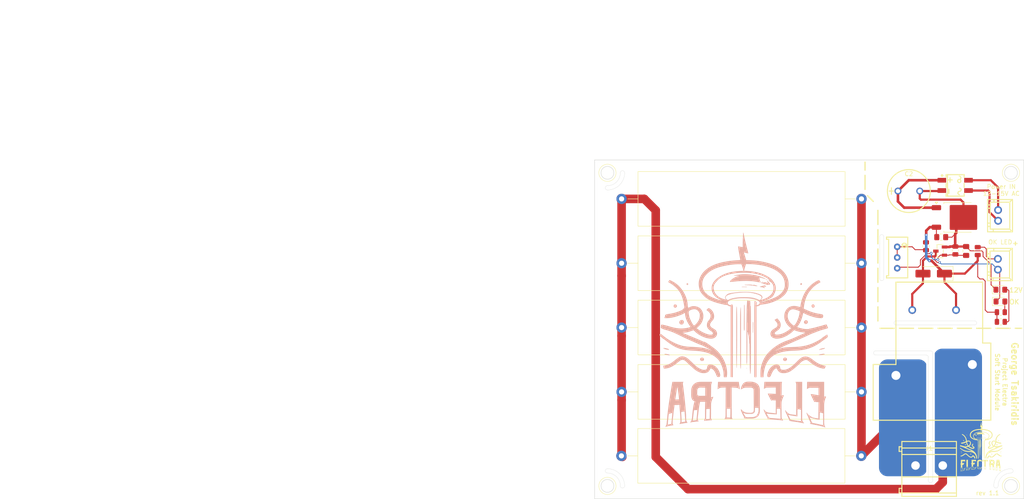
<source format=kicad_pcb>
(kicad_pcb (version 20241229) (generator "pcbnew") (generator_version "9.0")
  (layers (0 "F.Cu" signal) (2 "B.Cu" signal) (13 "F.Paste" user) (15 "B.Paste" user) (5 "F.SilkS" user "F.Silkscreen") (7 "B.SilkS" user "B.Silkscreen") (1 "F.Mask" user) (3 "B.Mask" user) (25 "Edge.Cuts" user))
  (net 0 "")
  (net 1 "Net-(R1-Pad2)")
  (net 2 "+12V")
  (net 3 "GND")
  (net 4 "Net-(J1-Pad1)")
  (net 5 "Net-(D1-A)")
  (net 6 "Net-(J1-Pad2)")
  (net 7 "Net-(J3-Pad1)")
  (net 8 "Net-(D2-+)")
  (net 9 "Net-(D2-C2)")
  (net 10 "Net-(D2-C1)")
  (net 11 "Net-(D3-A)")
  (net 12 "Net-(D4-A)")
  (net 13 "Net-(Q2-G)")
  (footprint "Resistor_THT:R_Axial_Power_L48.0mm_W12.5mm_P55.88mm" (layer "F.Cu") (at 144.794441 61.080999)
    (property "Reference" "R5" (hide yes))
    (property "Value" "680")
  )
  (footprint "LED_SMD:LED_0805_2012Metric_Pad1.15x1.40mm_HandSolder" (layer "F.Cu") (at 233.05 70)
    (property "Reference" "D4" (hide yes))
    (property "Value" "OK LED")
  )
  (footprint "parts:MBS_L4.7-W3.8-P2.40-LS7.0-TL" (layer "F.Cu") (at 222.5 42.93)
    (property "Reference" "D2" (hide yes))
    (property "Value" "MB10S_C2488")
  )
  (footprint "Resistor_SMD:R_0805_2012Metric" (layer "F.Cu") (at 215.703701 57.122322 -90)
    (property "Reference" "R1" (hide yes))
    (property "Value" "50k")
  )
  (footprint "Capacitor_SMD:C_0805_2012Metric_Pad1.18x1.45mm_HandSolder" (layer "F.Cu") (at 219.25 55)
    (property "Reference" "C3" (hide yes))
    (property "Value" "0.1u")
  )
  (footprint "LED_SMD:LED_0805_2012Metric_Pad1.15x1.40mm_HandSolder" (layer "F.Cu") (at 233.025 67.25)
    (property "Reference" "D3" (hide yes))
    (property "Value" "Power LED")
  )
  (footprint "Resistor_SMD:R_0805_2012Metric" (layer "F.Cu") (at 222.55 58.1 90)
    (property "Reference" "R2" (hide yes))
    (property "Value" "100k")
  )
  (footprint "Resistor_SMD:R_0805_2012Metric" (layer "F.Cu") (at 233.1375 72.5)
    (property "Reference" "R11" (hide yes))
    (property "Value" "1k")
  )
  (footprint "Resistor_THT:R_Axial_Power_L48.0mm_W12.5mm_P55.88mm" (layer "F.Cu") (at 144.794441 91.080999)
    (property "Reference" "R7" (hide yes))
    (property "Value" "680")
  )
  (footprint "Diode_SMD:D_SMA_Handsoldering" (layer "F.Cu") (at 217.5 63.5 180)
    (property "Reference" "D1" (hide yes))
    (property "Value" "M7")
  )
  (footprint "Resistor_THT:R_Axial_Power_L48.0mm_W12.5mm_P55.88mm" (layer "F.Cu") (at 144.794441 46.080999)
    (property "Reference" "R4" (hide yes))
    (property "Value" "680")
  )
  (footprint "Resistor_THT:R_Axial_Power_L48.0mm_W12.5mm_P55.88mm" (layer "F.Cu") (at 144.75 106)
    (property "Reference" "R8" (hide yes))
    (property "Value" "680")
  )
  (footprint "parts:RELAY-TH_YX209E-S-112DM" (layer "F.Cu") (at 217.6 79.62 180)
    (property "Reference" "U1" (hide yes))
    (property "Value" "YX209E-S-112DM(40A)")
  )
  (footprint "parts:CONN-TH_XH-2A" (layer "F.Cu") (at 232.45 61.32 -90)
    (property "Reference" "J3" (hide yes))
    (property "Value" "OK LED Ext")
  )
  (footprint "Package_TO_SOT_SMD:TO-252-2" (layer "F.Cu") (at 223.165 50.405)
    (property "Reference" "U2" (hide yes))
    (property "Value" "L7812")
  )
  (footprint "Resistor_SMD:R_0805_2012Metric" (layer "F.Cu") (at 227.75 58.25 -90)
    (property "Reference" "R9" (hide yes))
    (property "Value" "1k")
  )
  (footprint "Capacitor_SMD:C_0805_2012Metric_Pad1.18x1.45mm_HandSolder" (layer "F.Cu") (at 225.05 58.225 90)
    (property "Reference" "C1" (hide yes))
    (property "Value" "10uF")
  )
  (footprint "parts:SOT-23-3_L2.9-W1.3-P1.90-LS2.4-BR" (layer "F.Cu") (at 219 58.25)
    (property "Reference" "Q2" (hide yes))
    (property "Value" "AO3400A_C347475" (hide yes))
  )
  (footprint "parts:CAP-TH_BD10.0-P5.00-D1.0-FD" (layer "F.Cu") (at 211.71 44.25)
    (property "Reference" "C2")
    (property "Value" "1000u")
  )
  (footprint "parts:CONN-TH_XH-2A" (layer "F.Cu") (at 232.5 49.93 -90)
    (property "Reference" "J2" (hide yes))
    (property "Value" "AC Power In")
  )
  (footprint "Resistor_THT:R_Axial_Power_L48.0mm_W12.5mm_P55.88mm" (layer "F.Cu") (at 144.794441 76.080999)
    (property "Reference" "R6" (hide yes))
    (property "Value" "680")
  )
  (footprint "parts:RES-ADJ-TH_3P-L10.0-W10.0-P2.50-L" (layer "F.Cu") (at 209 59.75 -90)
    (property "Reference" "R10" (hide yes))
    (property "Value" "200k")
  )
  (footprint "parts:CONN-TH_P6.35_KF635-6.35-2P" (layer "F.Cu") (at 216.43 108.25)
    (property "Reference" "J1")
    (property "Value" "Mains")
  )
  (footprint "Resistor_SMD:R_0805_2012Metric" (layer "F.Cu") (at 233.1375 74.75)
    (property "Reference" "R3" (hide yes))
    (property "Value" "1.2k")
  )
  (gr_poly (pts (xy 232.606422 102.34078) (xy 232.612699 102.341247) (xy 232.618992 102.341992) (xy 232.625304 102.342984) (xy 232.631636 102.344194) (xy 232.637988 102.345591) (xy 232.644364 102.347146) (xy 232.657188 102.350609) (xy 232.661921 102.354583) (xy 232.666323 102.358439) (xy 232.67041 102.362214) (xy 232.674194 102.365945) (xy 232.67769 102.36967) (xy 232.680913 102.373423) (xy 232.683876 102.377243) (xy 232.686593 102.381166) (xy 232.689079 102.385229) (xy 232.691347 102.389469) (xy 232.693411 102.393922) (xy 232.695286 102.398625) (xy 232.696986 102.403615) (xy 232.698525 102.408928) (xy 232.699916 102.414603) (xy 232.701175 102.420674) (xy 232.701493 102.426873) (xy 232.701681 102.432833) (xy 232.701723 102.438577) (xy 232.701603 102.444132) (xy 232.701305 102.449523) (xy 232.700813 102.454774) (xy 232.70011 102.459912) (xy 232.699182 102.464961) (xy 232.698012 102.469947) (xy 232.696583 102.474894) (xy 232.694881 102.479829) (xy 232.692888 102.484776) (xy 232.690589 102.489761) (xy 232.687968 102.494808) (xy 232.685008 102.499943) (xy 232.681695 102.505192) (xy 232.675708 102.509116) (xy 232.669897 102.512778) (xy 232.664224 102.516188) (xy 232.658655 102.519354) (xy 232.653153 102.522286) (xy 232.647682 102.524993) (xy 232.642207 102.527484) (xy 232.636691 102.529766) (xy 232.631099 102.531851) (xy 232.625395 102.533746) (xy 232.619543 102.53546) (xy 232.613507 102.537003) (xy 232.607252 102.538383) (xy 232.600741 102.53961) (xy 232.593939 102.540692) (xy 232.586809 102.541638) (xy 232.573385 102.532797) (xy 232.566888 102.528282) (xy 232.560564 102.523668) (xy 232.554436 102.51893) (xy 232.548526 102.514042) (xy 232.542856 102.508977) (xy 232.53745 102.50371) (xy 232.532329 102.498214) (xy 232.527517 102.492463) (xy 232.523035 102.486432) (xy 232.518907 102.480094) (xy 232.515154 102.473423) (xy 232.5118 102.466393) (xy 232.510279 102.462735) (xy 232.508866 102.458977) (xy 232.507564 102.455117) (xy 232.506376 102.451151) (xy 232.506991 102.443086) (xy 232.50798 102.435449) (xy 232.509335 102.4282) (xy 232.511049 102.421297) (xy 232.513113 102.414699) (xy 232.515519 102.408367) (xy 232.51826 102.402258) (xy 232.521327 102.396332) (xy 232.524712 102.390548) (xy 232.528407 102.384866) (xy 232.532405 102.379244) (xy 232.536696 102.373642) (xy 232.541274 102.368018) (xy 232.546131 102.362332) (xy 232.556646 102.350609) (xy 232.562839 102.347782) (xy 232.569037 102.345472) (xy 232.575243 102.343648) (xy 232.581456 102.34228) (xy 232.58768 102.34134) (xy 232.593914 102.340796) (xy 232.600161 102.340619)) (stroke (width -0.000001)) (fill yes) (layer "F.SilkS"))
  (gr_line (start 203.417795 46.667795) (end 202.08448 45.33448) (stroke (width 0.3) (type dash)) (layer "F.SilkS"))
  (gr_poly (pts (xy 224.949185 105.417876) (xy 224.972686 105.41976) (xy 224.996272 105.422994) (xy 225.019941 105.427617) (xy 225.043692 105.433672) (xy 225.067521 105.441199) (xy 225.091429 105.450238) (xy 225.115413 105.460831) (xy 225.139471 105.473019) (xy 225.163603 105.486841) (xy 225.187806 105.502341) (xy 225.212078 105.519557) (xy 225.223481 105.52903) (xy 225.234821 105.538579) (xy 225.246101 105.5482) (xy 225.257322 105.557888) (xy 225.281593 105.578821) (xy 225.300985 105.596303) (xy 225.320177 105.613961) (xy 225.339188 105.631788) (xy 225.358036 105.649775) (xy 225.395318 105.686194) (xy 225.43217 105.723153) (xy 225.508046 105.799438) (xy 225.546287 105.83683) (xy 225.585046 105.873524) (xy 225.624557 105.909369) (xy 225.665059 105.944217) (xy 225.685754 105.96122) (xy 225.706786 105.977919) (xy 225.728183 105.994293) (xy 225.749976 106.010326) (xy 225.776329 106.031495) (xy 225.80007 106.049603) (xy 225.824535 106.067106) (xy 225.84968 106.083925) (xy 225.87546 106.099981) (xy 225.901831 106.115196) (xy 225.928748 106.12949) (xy 225.956166 106.142785) (xy 225.984041 106.155002) (xy 226.012328 106.166062) (xy 226.040982 106.175888) (xy 226.069959 106.1844) (xy 226.099214 106.191519) (xy 226.128703 106.197167) (xy 226.15838 106.201265) (xy 226.188202 106.203735) (xy 226.218123 106.204497) (xy 226.243238 106.204988) (xy 226.254246 106.204896) (xy 226.264911 106.204575) (xy 226.275257 106.203986) (xy 226.285308 106.203087) (xy 226.295086 106.20184) (xy 226.304615 106.200202) (xy 226.313918 106.198135) (xy 226.323018 106.195598) (xy 226.331939 106.192551) (xy 226.340704 106.188954) (xy 226.349337 106.184766) (xy 226.35786 106.179947) (xy 226.366296 106.174457) (xy 226.37467 106.168256) (xy 226.383004 106.161303) (xy 226.391321 106.153558) (xy 226.39516 106.145997) (xy 226.398599 106.138338) (xy 226.401672 106.130587) (xy 226.404411 106.122752) (xy 226.406849 106.114839) (xy 226.40902 106.106854) (xy 226.410955 106.098804) (xy 226.412688 106.090695) (xy 226.415679 106.074328) (xy 226.418255 106.057806) (xy 226.423212 106.024504) (xy 226.425058 106.018818) (xy 226.427075 106.013305) (xy 226.429258 106.007957) (xy 226.431602 106.002771) (xy 226.434103 105.997739) (xy 226.436757 105.992857) (xy 226.439558 105.988119) (xy 226.442503 105.983518) (xy 226.448804 105.974708) (xy 226.455623 105.966382) (xy 226.462923 105.958494) (xy 226.470669 105.950998) (xy 226.478822 105.943851) (xy 226.487348 105.937005) (xy 226.496208 105.930416) (xy 226.505367 105.924038) (xy 226.514787 105.917826) (xy 226.524433 105.911734) (xy 226.544255 105.89973) (xy 226.551981 105.896839) (xy 226.55976 105.894318) (xy 226.575454 105.890338) (xy 226.591304 105.887689) (xy 226.607274 105.886275) (xy 226.62333 105.885997) (xy 226.639436 105.886758) (xy 226.655557 105.888458) (xy 226.67166 105.891001) (xy 226.687708 105.894288) (xy 226.703668 105.898221) (xy 226.719504 105.902702) (xy 226.735181 105.907632) (xy 226.765921 105.918451) (xy 226.795609 105.929893) (xy 226.80779 105.936437) (xy 226.819603 105.943261) (xy 226.831109 105.950366) (xy 226.842366 105.957756) (xy 226.853433 105.965434) (xy 226.864372 105.973401) (xy 226.875239 105.981661) (xy 226.886096 105.990217) (xy 226.9108 106.009619) (xy 226.93783 106.033545) (xy 226.96342 106.058722) (xy 226.987582 106.085078) (xy 227.01033 106.112544) (xy 227.031676 106.141048) (xy 227.051634 106.170521) (xy 227.070216 106.200891) (xy 227.087435 106.232088) (xy 227.103304 106.264041) (xy 227.117836 106.296681) (xy 227.131043 106.329937) (xy 227.142939 106.363737) (xy 227.153537 106.398012) (xy 227.162849 106.432691) (xy 227.170888 106.467704) (xy 227.177667 106.50298) (xy 227.178681 106.520974) (xy 227.178886 106.529355) (xy 227.178846 106.537388) (xy 227.17853 106.545119) (xy 227.177904 106.552595) (xy 227.176937 106.559862) (xy 227.175596 106.566969) (xy 227.173848 106.573961) (xy 227.171661 106.580885) (xy 227.169002 106.587788) (xy 227.16584 106.594718) (xy 227.162142 106.60172) (xy 227.157875 106.608841) (xy 227.153007 106.616129) (xy 227.147505 106.62363) (xy 227.140893 106.626699) (xy 227.134236 106.629333) (xy 227.127536 106.631556) (xy 227.120792 106.633392) (xy 227.114007 106.634862) (xy 227.10718 106.635992) (xy 227.100314 106.636804) (xy 227.093409 106.637321) (xy 227.086467 106.637568) (xy 227.079488 106.637568) (xy 227.072474 106.637344) (xy 227.065426 106.636919) (xy 227.058344 106.636317) (xy 227.05123 106.635562) (xy 227.036909 106.633684) (xy 227.031764 106.630144) (xy 227.026827 106.626449) (xy 227.022089 106.622606) (xy 227.017543 106.61862) (xy 227.01318 106.614497) (xy 227.008994 106.610243) (xy 227.001119 106.601366) (xy 226.993854 106.592034) (xy 226.987138 106.582296) (xy 226.980907 106.572197) (xy 226.975099 106.561784) (xy 226.969652 106.551105) (xy 226.964503 106.540206) (xy 226.959589 106.529134) (xy 226.954849 106.517936) (xy 226.936367 106.472817) (xy 226.913426 106.420813) (xy 226.889026 106.368813) (xy 226.876016 106.343171) (xy 226.862325 106.317959) (xy 226.84785 106.29332) (xy 226.832485 106.269396) (xy 226.816124 106.246331) (xy 226.798663 106.224267) (xy 226.779996 106.203348) (xy 226.760019 106.183716) (xy 226.738627 106.165515) (xy 226.715714 106.148886) (xy 226.703654 106.141207) (xy 226.691175 106.133974) (xy 226.678263 106.127206) (xy 226.664905 106.120921) (xy 226.656347 106.120546) (xy 226.65279 106.120437) (xy 226.649617 106.120401) (xy 226.646754 106.120452) (xy 226.644126 106.120605) (xy 226.641661 106.120875) (xy 226.639285 106.121275) (xy 226.636924 106.121822) (xy 226.634504 106.12253) (xy 226.631952 106.123413) (xy 226.629195 106.124486) (xy 226.626158 106.125764) (xy 226.622768 106.127262) (xy 226.614634 106.130976) (xy 226.608562 106.14002) (xy 226.603824 106.147229) (xy 226.601836 106.150368) (xy 226.600037 106.153316) (xy 226.59838 106.156162) (xy 226.596817 106.158996) (xy 226.595301 106.161907) (xy 226.593782 106.164983) (xy 226.592215 106.168315) (xy 226.59055 106.171991) (xy 226.586736 106.180735) (xy 226.581958 106.191929) (xy 226.573193 106.208505) (xy 226.563919 106.224535) (xy 226.554121 106.240003) (xy 226.543787 106.254892) (xy 226.532905 106.269185) (xy 226.521462 106.282867) (xy 226.509444 106.295919) (xy 226.49684 106.308325) (xy 226.483635 106.320069) (xy 226.469818 106.331134) (xy 226.455376 106.341504) (xy 226.440295 106.351161) (xy 226.424563 106.360088) (xy 226.408168 106.36827) (xy 226.391096 106.37569) (xy 226.373334 106.38233) (xy 226.338209 106.390613) (xy 226.303105 106.396839) (xy 226.268051 106.401068) (xy 226.233078 106.403362) (xy 226.198215 106.403781) (xy 226.163491 106.402384) (xy 226.128936 106.399233) (xy 226.09458 106.394388) (xy 226.060451 106.38791) (xy 226.026579 106.379858) (xy 225.992995 106.370293) (xy 225.959727 106.359277) (xy 225.926805 106.346868) (xy 225.894258 106.333129) (xy 225.862116 106.318118) (xy 225.830409 106.301897) (xy 225.814767 106.29256) (xy 225.799339 106.28301) (xy 225.784098 106.273251) (xy 225.769017 106.263288) (xy 225.75407 106.253123) (xy 225.739229 106.242762) (xy 225.724468 106.232207) (xy 225.709759 106.221463) (xy 225.678222 106.198252) (xy 225.626657 106.158704) (xy 225.576002 106.118071) (xy 225.526147 106.07649) (xy 225.47698 106.034096) (xy 225.428389 105.991026) (xy 225.380265 105.947416) (xy 225.28497 105.85912) (xy 225.228391 105.801364) (xy 225.20465 105.777728) (xy 225.183178 105.757111) (xy 225.163402 105.739155) (xy 225.144749 105.723501) (xy 225.126647 105.709793) (xy 225.108523 105.697673) (xy 225.089805 105.686782) (xy 225.06992 105.676764) (xy 225.048295 105.66726) (xy 225.024357 105.657913) (xy 224.997534 105.648366) (xy 224.967253 105.63826) (xy 224.894026 105.614941) (xy 224.878504 105.617296) (xy 224.86328 105.620744) (xy 224.848344 105.6252) (xy 224.83369 105.630577) (xy 224.819308 105.63679) (xy 224.80519 105.643752) (xy 224.791328 105.651379) (xy 224.777713 105.659583) (xy 224.764338 105.66828) (xy 224.751192 105.677382) (xy 224.738269 105.686805) (xy 224.72556 105.696463) (xy 224.700749 105.716138) (xy 224.676693 105.735721) (xy 224.62929 105.773307) (xy 224.605926 105.79183) (xy 224.568301 105.820759) (xy 224.530475 105.848721) (xy 224.492396 105.875685) (xy 224.454011 105.901618) (xy 224.415267 105.926489) (xy 224.37611 105.950267) (xy 224.33649 105.972919) (xy 224.296351 105.994414) (xy 224.255643 106.01472) (xy 224.214311 106.033806) (xy 224.172304 106.05164) (xy 224.129568 106.068191) (xy 224.08605 106.083425) (xy 224.041698 106.097313) (xy 223.996459 106.109822) (xy 223.95028 106.120921) (xy 223.923299 106.127206) (xy 223.913017 106.12869) (xy 223.902823 106.129823) (xy 223.892683 106.130647) (xy 223.882563 106.131205) (xy 223.872426 106.131537) (xy 223.862238 106.131686) (xy 223.841569 106.131604) (xy 223.811839 106.131329) (xy 223.789413 106.130976) (xy 223.776787 106.102095) (xy 223.764278 106.073164) (xy 223.750139 106.040646) (xy 223.746509 106.030559) (xy 223.745041 106.026323) (xy 223.743782 106.022488) (xy 223.742716 106.018951) (xy 223.741827 106.015607) (xy 223.7411 106.012354) (xy 223.740517 106.009088) (xy 223.740063 106.005707) (xy 223.739722 106.002106) (xy 223.739478 105.998182) (xy 223.739314 105.993833) (xy 223.739164 105.983443) (xy 223.739142 105.970109) (xy 223.758421 105.966771) (xy 223.810846 105.956512) (xy 223.861748 105.944683) (xy 223.911239 105.931292) (xy 223.959435 105.916342) (xy 224.006448 105.899841) (xy 224.052392 105.881794) (xy 224.097383 105.862207) (xy 224.141532 105.841086) (xy 224.184955 105.818436) (xy 224.227764 105.794264) (xy 224.270075 105.768575) (xy 224.312 105.741375) (xy 224.353653 105.712671) (xy 224.395149 105.682467) (xy 224.436602 105.65077) (xy 224.478124 105.617585) (xy 224.520928 105.584062) (xy 224.564203 105.552666) (xy 224.607936 105.523723) (xy 224.652114 105.497561) (xy 224.696723 105.474507) (xy 224.741749 105.454888) (xy 224.764415 105.446469) (xy 224.787181 105.439031) (xy 224.810044 105.432615) (xy 224.833003 105.427262) (xy 224.856057 105.423013) (xy 224.879204 105.41991) (xy 224.902442 105.417991) (xy 224.925769 105.4173)) (stroke (width -0.000001)) (fill yes) (layer "F.SilkS"))
  (gr_poly (pts (xy 228.293186 106.903468) (xy 228.315242 106.904381) (xy 228.337164 106.905822) (xy 228.358919 106.907875) (xy 228.380473 106.910625) (xy 228.401791 106.914156) (xy 228.42284 106.918553) (xy 228.443587 106.923901) (xy 228.463996 106.930284) (xy 228.484034 106.937786) (xy 228.503667 106.946492) (xy 228.522862 106.956486) (xy 228.541584 106.967853) (xy 228.559799 106.980678) (xy 228.577474 106.995045) (xy 228.593132 107.012319) (xy 228.608157 107.030664) (xy 228.622504 107.049986) (xy 228.636129 107.070188) (xy 228.648986 107.091176) (xy 228.661033 107.112855) (xy 228.672223 107.135128) (xy 228.682513 107.157902) (xy 228.691858 107.18108) (xy 228.700213 107.204568) (xy 228.707534 107.228271) (xy 228.713777 107.252092) (xy 228.718896 107.275938) (xy 228.722848 107.299712) (xy 228.725587 107.32332) (xy 228.727069 107.346666) (xy 228.726009 107.367638) (xy 228.70213 107.350671) (xy 228.684806 107.339464) (xy 228.667479 107.328881) (xy 228.650119 107.318936) (xy 228.632694 107.309643) (xy 228.615173 107.301015) (xy 228.597524 107.293067) (xy 228.579717 107.285813) (xy 228.561719 107.279266) (xy 228.543501 107.27344) (xy 228.525029 107.268349) (xy 228.506274 107.264008) (xy 228.487203 107.260429) (xy 228.467786 107.257626) (xy 228.447991 107.255615) (xy 228.427787 107.254407) (xy 228.407143 107.254018) (xy 228.382325 107.253887) (xy 228.356482 107.25384) (xy 228.330639 107.253869) (xy 228.291393 107.253747) (xy 228.252148 107.25341) (xy 228.201661 107.25339) (xy 228.178263 107.253109) (xy 228.168131 107.253318) (xy 228.158291 107.253772) (xy 228.148708 107.254475) (xy 228.139348 107.255427) (xy 228.130179 107.256632) (xy 228.121167 107.258091) (xy 228.112278 107.259808) (xy 228.103478 107.261784) (xy 228.094735 107.264021) (xy 228.086013 107.266523) (xy 228.077281 107.269291) (xy 228.068503 107.272327) (xy 228.059647 107.275634) (xy 228.050679 107.279215) (xy 228.032271 107.287205) (xy 228.025526 107.29443) (xy 228.019314 107.301394) (xy 228.013622 107.308156) (xy 228.008435 107.314778) (xy 228.003738 107.321321) (xy 227.999518 107.327847) (xy 227.99576 107.334416) (xy 227.992449 107.341089) (xy 227.989571 107.347928) (xy 227.987112 107.354994) (xy 227.985057 107.362348) (xy 227.983392 107.370051) (xy 227.982103 107.378165) (xy 227.981174 107.38675) (xy 227.980592 107.395867) (xy 227.980342 107.405578) (xy 227.98 107.436285) (xy 227.979777 107.470107) (xy 227.979426 107.505632) (xy 227.97862 107.602301) (xy 227.977941 107.683089) (xy 227.976394 107.873899) (xy 227.974731 108.070312) (xy 227.973296 108.239149) (xy 227.972438 108.339885) (xy 227.971568 108.452509) (xy 227.971222 108.485899) (xy 227.96995 108.521836) (xy 227.969389 108.550061) (xy 227.96948 108.562045) (xy 227.969873 108.573017) (xy 227.970611 108.583281) (xy 227.971734 108.593142) (xy 227.973284 108.602907) (xy 227.975304 108.612879) (xy 227.977834 108.623364) (xy 227.980916 108.634667) (xy 227.988902 108.660947) (xy 227.999595 108.69416) (xy 228.007082 108.700611) (xy 228.014881 108.706548) (xy 228.022975 108.711991) (xy 228.031346 108.716958) (xy 228.03998 108.721469) (xy 228.048857 108.725544) (xy 228.057963 108.729203) (xy 228.06728 108.732465) (xy 228.08648 108.737876) (xy 228.106323 108.741934) (xy 228.126676 108.744796) (xy 228.147404 108.746617) (xy 228.168373 108.747556) (xy 228.189449 108.747768) (xy 228.231386 108.746637) (xy 228.310646 108.742546) (xy 228.337038 108.741748) (xy 228.361532 108.740067) (xy 228.385501 108.737398) (xy 228.408951 108.733731) (xy 228.431888 108.729052) (xy 228.454316 108.723353) (xy 228.476241 108.71662) (xy 228.497668 108.708844) (xy 228.518603 108.700012) (xy 228.53905 108.690114) (xy 228.559016 108.679138) (xy 228.578504 108.667073) (xy 228.597522 108.653909) (xy 228.616073 108.639633) (xy 228.634163 108.624234) (xy 228.651798 108.607702) (xy 228.668983 108.590025) (xy 228.68347 108.57368) (xy 228.69779 108.557199) (xy 228.711963 108.540592) (xy 228.726009 108.523867) (xy 228.728194 108.530192) (xy 228.729954 108.536632) (xy 228.731305 108.543177) (xy 228.732266 108.549821) (xy 228.732856 108.556553) (xy 228.733091 108.563366) (xy 228.732992 108.570251) (xy 228.732575 108.577199) (xy 228.730862 108.591252) (xy 228.728098 108.605456) (xy 228.724428 108.619743) (xy 228.719998 108.634045) (xy 228.714953 108.648294) (xy 228.709438 108.662421) (xy 228.697583 108.690036) (xy 228.674634 108.740803) (xy 228.657206 108.779279) (xy 228.639397 108.817466) (xy 228.621033 108.855295) (xy 228.601942 108.892696) (xy 228.581953 108.929599) (xy 228.560893 108.965936) (xy 228.53859 109.001636) (xy 228.526918 109.019225) (xy 228.514871 109.036629) (xy 228.533723 109.030346) (xy 228.555088 109.026576) (xy 228.575196 109.046684) (xy 228.561941 109.052325) (xy 228.548624 109.057258) (xy 228.535245 109.06153) (xy 228.521804 109.06519) (xy 228.508301 109.068287) (xy 228.494734 109.070867) (xy 228.481104 109.07298) (xy 228.467409 109.074673) (xy 228.453651 109.075994) (xy 228.439827 109.076992) (xy 228.411983 109.078212) (xy 228.383874 109.078715) (xy 228.355497 109.078889) (xy 228.326983 109.079063) (xy 228.26741 109.079262) (xy 228.222438 109.079542) (xy 228.177468 109.079988) (xy 228.128173 109.080007) (xy 228.079258 109.078984) (xy 228.054984 109.077834) (xy 228.030853 109.076125) (xy 228.006883 109.073759) (xy 227.983089 109.070635) (xy 227.959487 109.066655) (xy 227.936093 109.061719) (xy 227.912925 109.055728) (xy 227.889998 109.048582) (xy 227.867328 109.040183) (xy 227.844932 109.03043) (xy 227.822826 109.019225) (xy 227.801026 109.006467) (xy 227.780407 108.993664) (xy 227.764207 108.982001) (xy 227.749131 108.969885) (xy 227.735128 108.957308) (xy 227.72215 108.944261) (xy 227.710147 108.930738) (xy 227.699071 108.916731) (xy 227.688871 108.902232) (xy 227.679498 108.887233) (xy 227.670904 108.871728) (xy 227.663038 108.855708) (xy 227.655852 108.839166) (xy 227.649297 108.822094) (xy 227.643322 108.804484) (xy 227.637878 108.78633) (xy 227.632917 108.767623) (xy 227.628389 108.748357) (xy 227.624828 108.726948) (xy 227.621854 108.705436) (xy 227.619419 108.683833) (xy 227.617474 108.662151) (xy 227.61486 108.618601) (xy 227.613623 108.57488) (xy 227.613587 108.568636) (xy 227.688312 108.568636) (xy 227.688651 108.598623) (xy 227.68978 108.625522) (xy 227.691861 108.65) (xy 227.695056 108.672721) (xy 227.699525 108.694351) (xy 227.70543 108.715558) (xy 227.712932 108.737005) (xy 227.722193 108.75936) (xy 227.733373 108.783288) (xy 227.746634 108.809454) (xy 227.762137 108.838526) (xy 227.800515 108.908046) (xy 227.810901 108.916742) (xy 227.821466 108.924881) (xy 227.832206 108.932482) (xy 227.843112 108.939565) (xy 227.865397 108.952248) (xy 227.888269 108.963079) (xy 227.911674 108.972208) (xy 227.935559 108.979782) (xy 227.95987 108.985953) (xy 227.984553 108.990868) (xy 228.009556 108.994677) (xy 228.034825 108.997529) (xy 228.060306 108.999573) (xy 228.085946 109.000959) (xy 228.137487 109.002352) (xy 228.189022 109.0029) (xy 228.218933 109.003474) (xy 228.248836 109.004344) (xy 228.285707 109.006976) (xy 228.314659 109.00854) (xy 228.326944 109.008828) (xy 228.338186 109.008736) (xy 228.348696 109.008226) (xy 228.358786 109.007261) (xy 228.368768 109.005803) (xy 228.378955 109.003814) (xy 228.389657 109.001257) (xy 228.401187 108.998094) (xy 228.42798 108.9898) (xy 228.461829 108.97863) (xy 228.46525 108.974252) (xy 228.468528 108.969897) (xy 228.471672 108.965556) (xy 228.474691 108.961219) (xy 228.477597 108.956876) (xy 228.480398 108.952518) (xy 228.485726 108.943714) (xy 228.490754 108.934731) (xy 228.49556 108.925491) (xy 228.500221 108.915915) (xy 228.504817 108.905925) (xy 228.511403 108.895417) (xy 228.518041 108.884941) (xy 228.524734 108.874502) (xy 228.531484 108.864098) (xy 228.543019 108.844509) (xy 228.55446 108.824863) (xy 228.566576 108.804304) (xy 228.580975 108.779729) (xy 228.595305 108.755113) (xy 228.588075 108.755281) (xy 228.581101 108.755772) (xy 228.574352 108.756567) (xy 228.567799 108.757645) (xy 228.561412 108.758988) (xy 228.555159 108.760574) (xy 228.54901 108.762386) (xy 228.542936 108.764402) (xy 228.536906 108.766604) (xy 228.53089 108.768971) (xy 228.518778 108.774124) (xy 228.493389 108.785551) (xy 228.478664 108.790174) (xy 228.46381 108.79412) (xy 228.448839 108.797444) (xy 228.433764 108.800196) (xy 228.418597 108.80243) (xy 228.403351 108.804198) (xy 228.388039 108.805552) (xy 228.372673 108.806545) (xy 228.341833 108.807659) (xy 228.310932 108.807959) (xy 228.249354 108.807799) (xy 228.217887 108.808081) (xy 228.186422 108.808526) (xy 228.154875 108.808635) (xy 228.124662 108.807986) (xy 228.11001 108.807161) (xy 228.095637 108.805887) (xy 228.081523 108.804077) (xy 228.06765 108.801646) (xy 228.054 108.798508) (xy 228.040555 108.794574) (xy 228.027297 108.789761) (xy 228.014205 108.78398) (xy 228.001264 108.777145) (xy 227.988452 108.769171) (xy 227.975754 108.75997) (xy 227.963149 108.749457) (xy 227.941784 108.724951) (xy 227.921676 108.704842) (xy 227.919844 108.699109) (xy 227.918203 108.693391) (xy 227.916741 108.687683) (xy 227.915446 108.681983) (xy 227.914305 108.676283) (xy 227.913306 108.670581) (xy 227.911686 108.659146) (xy 227.910487 108.64764) (xy 227.909612 108.636025) (xy 227.908962 108.624262) (xy 227.90844 108.612313) (xy 227.907164 108.582464) (xy 227.905966 108.551516) (xy 227.90465 108.520097) (xy 227.901567 108.443434) (xy 227.881077 108.443544) (xy 227.860752 108.443912) (xy 227.840452 108.44459) (xy 227.820034 108.445633) (xy 227.797059 108.447008) (xy 227.773377 108.448461) (xy 227.749223 108.449914) (xy 227.69043 108.453488) (xy 227.688604 108.534895) (xy 227.688312 108.568636) (xy 227.613587 108.568636) (xy 227.613373 108.531088) (xy 227.61372 108.48732) (xy 227.614648 108.400249) (xy 227.614593 108.285169) (xy 227.614808 108.092191) (xy 227.614936 107.981097) (xy 227.614734 107.870002) (xy 227.614631 107.678049) (xy 227.614569 107.563915) (xy 227.614537 107.510288) (xy 227.614766 107.456662) (xy 227.614759 107.427917) (xy 227.6146 107.399172) (xy 227.615235 107.375881) (xy 227.616692 107.352942) (xy 227.618985 107.330349) (xy 227.622125 107.308099) (xy 227.626127 107.286186) (xy 227.631003 107.264606) (xy 227.636765 107.243353) (xy 227.643427 107.222423) (xy 227.651002 107.20181) (xy 227.659501 107.181511) (xy 227.668939 107.16152) (xy 227.679327 107.141831) (xy 227.690679 107.122441) (xy 227.703008 107.103345) (xy 227.716326 107.084537) (xy 227.730647 107.066013) (xy 227.756839 107.042072) (xy 227.783573 107.020496) (xy 227.810852 107.001171) (xy 227.838678 106.983985) (xy 227.867054 106.968824) (xy 227.895984 106.955574) (xy 227.925471 106.944123) (xy 227.955517 106.934356) (xy 227.986125 106.92616) (xy 228.017299 106.919422) (xy 228.049042 106.914029) (xy 228.081356 106.909867) (xy 228.114245 106.906823) (xy 228.147711 106.904782) (xy 228.181758 106.903633) (xy 228.216388 106.903261) (xy 228.248809 106.902888)) (stroke (width -0.000001)) (fill yes) (layer "F.SilkS"))
  (gr_poly (pts (xy 232.930834 100.905466) (xy 232.934587 100.905904) (xy 232.938549 100.90668) (xy 232.942835 100.907779) (xy 232.947563 100.909185) (xy 232.958813 100.912863) (xy 232.968393 100.926582) (xy 232.971852 100.931702) (xy 232.974925 100.936457) (xy 232.977987 100.941445) (xy 232.981413 100.94726) (xy 232.99086 100.963763) (xy 233.007002 100.991765) (xy 233.019138 101.013405) (xy 233.015378 101.01736) (xy 233.011633 101.021175) (xy 233.007892 101.02486) (xy 233.004142 101.028421) (xy 233.000373 101.031866) (xy 232.996572 101.035203) (xy 232.992728 101.038438) (xy 232.98883 101.041581) (xy 232.984866 101.044637) (xy 232.980824 101.047616) (xy 232.976693 101.050523) (xy 232.972462 101.053368) (xy 232.968118 101.056156) (xy 232.96365 101.058897) (xy 232.959046 101.061598) (xy 232.954296 101.064265) (xy 232.933719 101.075834) (xy 232.911684 101.088183) (xy 232.863689 101.116794) (xy 232.816777 101.146798) (xy 232.770923 101.17818) (xy 232.726102 101.210925) (xy 232.682289 101.245019) (xy 232.639458 101.280447) (xy 232.597586 101.317195) (xy 232.556646 101.355247) (xy 232.534339 101.37563) (xy 232.476732 101.434117) (xy 232.424302 101.495427) (xy 232.376746 101.559348) (xy 232.333759 101.625668) (xy 232.295039 101.694176) (xy 232.260283 101.76466) (xy 232.229187 101.836908) (xy 232.201447 101.910708) (xy 232.176762 101.985849) (xy 232.154827 102.062118) (xy 232.135339 102.139305) (xy 232.117995 102.217197) (xy 232.102491 102.295583) (xy 232.088525 102.37425) (xy 232.063992 102.531584) (xy 232.0841 102.531584) (xy 232.092269 102.557348) (xy 232.099419 102.569842) (xy 232.107752 102.582006) (xy 232.117201 102.593847) (xy 232.127701 102.605366) (xy 232.139185 102.61657) (xy 232.151588 102.627462) (xy 232.164844 102.638046) (xy 232.178887 102.648327) (xy 232.20907 102.667995) (xy 232.241609 102.6865) (xy 232.275976 102.703875) (xy 232.311645 102.720156) (xy 232.348088 102.735374) (xy 232.384776 102.749565) (xy 232.456782 102.775) (xy 232.580535 102.815025) (xy 232.637469 102.831703) (xy 232.694669 102.846804) (xy 232.752133 102.860444) (xy 232.809859 102.872736) (xy 232.867844 102.883794) (xy 232.926086 102.893732) (xy 232.984582 102.902664) (xy 233.043331 102.910704) (xy 233.076242 102.915056) (xy 233.105379 102.918679) (xy 233.113477 102.920375) (xy 233.116869 102.921138) (xy 233.11993 102.921894) (xy 233.12274 102.92268) (xy 233.125378 102.923532) (xy 233.127925 102.924488) (xy 233.13046 102.925583) (xy 233.133062 102.926855) (xy 233.135813 102.928341) (xy 233.138792 102.930078) (xy 233.142078 102.932102) (xy 233.145751 102.934449) (xy 233.149892 102.937158) (xy 233.159896 102.943805) (xy 233.181261 102.954488) (xy 233.187503 102.957618) (xy 233.192317 102.960094) (xy 233.194294 102.961157) (xy 233.19604 102.962142) (xy 233.197599 102.963078) (xy 233.199013 102.963992) (xy 233.200324 102.964913) (xy 233.201573 102.965871) (xy 233.202805 102.966893) (xy 233.20406 102.968008) (xy 233.206812 102.97063) (xy 233.210167 102.973967) (xy 233.208282 103.00413) (xy 233.208332 103.013181) (xy 233.20888 103.022023) (xy 233.209893 103.030676) (xy 233.211338 103.03916) (xy 233.213182 103.047493) (xy 233.215392 103.055696) (xy 233.217935 103.063788) (xy 233.220778 103.071788) (xy 233.223888 103.079716) (xy 233.227233 103.087592) (xy 233.234495 103.103263) (xy 233.250384 103.134834) (xy 233.244408 103.138263) (xy 233.238621 103.141327) (xy 233.232989 103.144045) (xy 233.227475 103.146434) (xy 233.222044 103.148511) (xy 233.216661 103.150294) (xy 233.211289 103.1518) (xy 233.205894 103.153046) (xy 233.20044 103.154051) (xy 233.194891 103.154831) (xy 233.189211 103.155403) (xy 233.183366 103.155786) (xy 233.17732 103.155996) (xy 233.171037 103.156052) (xy 233.164482 103.15597) (xy 233.157618 103.155767) (xy 233.126474 103.15468) (xy 233.093288 103.153057) (xy 233.058923 103.151455) (xy 233.023227 103.149228) (xy 232.987817 103.14638) (xy 232.952629 103.142884) (xy 232.917601 103.138712) (xy 232.88267 103.133838) (xy 232.847774 103.128233) (xy 232.812851 103.121871) (xy 232.777838 103.114726) (xy 232.749266 103.108717) (xy 232.677485 103.09232) (xy 232.6067 103.074086) (xy 232.536775 103.054029) (xy 232.467576 103.032161) (xy 232.398966 103.008495) (xy 232.330811 102.983044) (xy 232.262976 102.955821) (xy 232.195325 102.926839) (xy 232.170628 102.915987) (xy 232.15215 102.907238) (xy 232.134266 102.898106) (xy 232.116875 102.888553) (xy 232.099879 102.878543) (xy 232.083176 102.86804) (xy 232.066666 102.857008) (xy 232.050251 102.84541) (xy 232.033829 102.833209) (xy 232.033397 102.854378) (xy 232.029586 102.908862) (xy 232.023369 102.962346) (xy 232.014835 103.014874) (xy 232.004072 103.066494) (xy 231.99117 103.11725) (xy 231.976216 103.167188) (xy 231.959298 103.216354) (xy 231.940507 103.264794) (xy 231.919929 103.312553) (xy 231.897653 103.359676) (xy 231.873769 103.406211) (xy 231.848364 103.452201) (xy 231.821527 103.497693) (xy 231.793347 103.542733) (xy 231.763911 103.587367) (xy 231.733309 103.631639) (xy 231.725382 103.643093) (xy 231.717547 103.654612) (xy 231.702042 103.677759) (xy 231.78373 103.700586) (xy 231.863503 103.719733) (xy 231.941631 103.73528) (xy 232.018384 103.747306) (xy 232.094032 103.755892) (xy 232.168844 103.761116) (xy 232.24309 103.763059) (xy 232.317041 103.761802) (xy 232.390966 103.757422) (xy 232.465134 103.750001) (xy 232.539815 103.739619) (xy 232.61528 103.726354) (xy 232.691798 103.710287) (xy 232.769639 103.691498) (xy 232.849072 103.670066) (xy 232.930368 103.646072) (xy 233.009286 103.622658) (xy 233.08846 103.600805) (xy 233.128196 103.590482) (xy 233.168059 103.580572) (xy 233.208069 103.57108) (xy 233.248248 103.562016) (xy 233.271587 103.556792) (xy 233.294896 103.551436) (xy 233.318995 103.545877) (xy 233.340506 103.540855) (xy 233.346294 103.539827) (xy 233.352027 103.538931) (xy 233.363363 103.537512) (xy 233.374584 103.536549) (xy 233.385758 103.535999) (xy 233.396953 103.535815) (xy 233.408239 103.535951) (xy 233.419685 103.536362) (xy 233.431359 103.537001) (xy 233.433405 103.539199) (xy 233.435295 103.541533) (xy 233.437034 103.543997) (xy 233.43863 103.546582) (xy 233.440088 103.54928) (xy 233.441415 103.552085) (xy 233.442618 103.554989) (xy 233.443704 103.557984) (xy 233.445548 103.564217) (xy 233.447 103.570724) (xy 233.448112 103.577444) (xy 233.448937 103.584317) (xy 233.449527 103.591283) (xy 233.449934 103.59828) (xy 233.450408 103.612128) (xy 233.45078 103.625377) (xy 233.451058 103.631625) (xy 233.451467 103.637543) (xy 233.454923 103.661892) (xy 233.455674 103.6707) (xy 233.456192 103.679105) (xy 233.456424 103.687229) (xy 233.456417 103.691226) (xy 233.456318 103.6952) (xy 233.456122 103.699166) (xy 233.455822 103.70314) (xy 233.455411 103.707138) (xy 233.454882 103.711176) (xy 233.454231 103.715268) (xy 233.453448 103.719431) (xy 233.45253 103.723679) (xy 233.451467 103.72803) (xy 233.447191 103.73264) (xy 233.442811 103.736948) (xy 233.438326 103.740976) (xy 233.433738 103.744747) (xy 233.429049 103.748284) (xy 233.424259 103.751611) (xy 233.419369 103.754748) (xy 233.41438 103.757721) (xy 233.409293 103.760551) (xy 233.40411 103.763262) (xy 233.398831 103.765876) (xy 233.393457 103.768417) (xy 233.382429 103.773369) (xy 233.371034 103.778301) (xy 233.341893 103.791065) (xy 233.320724 103.79948) (xy 233.299506 103.807454) (xy 233.278214 103.815008) (xy 233.256824 103.822165) (xy 233.235311 103.828948) (xy 233.213651 103.835377) (xy 233.19182 103.841476) (xy 233.169793 103.847266) (xy 233.094684 103.867744) (xy 233.020166 103.889869) (xy 232.946264 103.913689) (xy 232.873001 103.939249) (xy 232.800401 103.966595) (xy 232.728486 103.995775) (xy 232.657281 104.026834) (xy 232.586809 104.059817) (xy 232.530333 104.086642) (xy 232.404087 104.147205) (xy 232.27822 104.208552) (xy 232.131599 104.279459) (xy 231.984271 104.348582) (xy 231.836196 104.416095) (xy 231.687334 104.482171) (xy 231.548873 104.54336) (xy 231.480657 104.573599) (xy 231.438145 104.592463) (xy 231.279694 104.662606) (xy 231.228309 104.684958) (xy 231.189945 104.701098) (xy 231.160446 104.712725) (xy 231.135658 104.72154) (xy 231.083593 104.737531) (xy 231.069573 104.74219) (xy 231.055677 104.747228) (xy 231.041898 104.752612) (xy 231.028226 104.75831) (xy 231.001171 104.770511) (xy 230.974443 104.783566) (xy 230.947973 104.79721) (xy 230.921694 104.811177) (xy 230.869431 104.839016) (xy 230.821998 104.863608) (xy 230.69487 104.93015) (xy 230.63154 104.963862) (xy 230.568435 104.997997) (xy 230.54531 105.010565) (xy 230.528281 105.020226) (xy 230.511551 105.030155) (xy 230.495079 105.040352) (xy 230.478823 105.050819) (xy 230.46274 105.061556) (xy 230.446788 105.072564) (xy 230.430925 105.083844) (xy 230.415109 105.095397) (xy 230.438477 105.082476) (xy 230.507344 105.048383) (xy 230.577395 105.01806) (xy 230.648527 104.991258) (xy 230.720635 104.967727) (xy 230.793615 104.947216) (xy 230.867363 104.929476) (xy 230.941775 104.914256) (xy 231.016745 104.901307) (xy 231.09217 104.890379) (xy 231.167946 104.881222) (xy 231.320132 104.867219) (xy 231.472469 104.857299) (xy 231.624122 104.849463) (xy 231.767353 104.84255) (xy 231.819101 104.839306) (xy 231.865106 104.835492) (xy 231.910993 104.830571) (xy 231.962388 104.82401) (xy 232.104209 104.803826) (xy 232.126831 104.799334) (xy 232.20871 104.780237) (xy 232.290723 104.757338) (xy 232.372693 104.730861) (xy 232.454444 104.70103) (xy 232.535798 104.668071) (xy 232.61658 104.632207) (xy 232.696612 104.593664) (xy 232.775719 104.552665) (xy 232.853724 104.509436) (xy 232.93045 104.4642) (xy 233.005721 104.417182) (xy 233.07936 104.368607) (xy 233.15119 104.3187) (xy 233.221036 104.267684) (xy 233.28872 104.215785) (xy 233.354067 104.163226) (xy 233.371476 104.149149) (xy 233.379789 104.142355) (xy 233.388057 104.135506) (xy 233.396277 104.128599) (xy 233.404446 104.121632) (xy 233.41174 104.115951) (xy 233.418805 104.110894) (xy 233.425692 104.106434) (xy 233.43245 104.102542) (xy 233.43913 104.099191) (xy 233.445783 104.096352) (xy 233.452458 104.093998) (xy 233.459206 104.0921) (xy 233.466077 104.090631) (xy 233.473121 104.089561) (xy 233.48039 104.088864) (xy 233.487932 104.088511) (xy 233.495798 104.088475) (xy 233.504039 104.088726) (xy 233.512705 104.089237) (xy 233.521846 104.08998) (xy 233.525803 104.097089) (xy 233.528876 104.102783) (xy 233.530155 104.105285) (xy 233.531301 104.107653) (xy 233.532344 104.109963) (xy 233.533314 104.112288) (xy 233.534239 104.1147) (xy 233.53515 104.117275) (xy 233.536076 104.120086) (xy 233.537045 104.123206) (xy 233.539235 104.130668) (xy 233.541955 104.140251) (xy 233.538665 104.14901) (xy 233.535152 104.157358) (xy 233.531414 104.165332) (xy 233.527449 104.172966) (xy 233.523255 104.180295) (xy 233.518831 104.187355) (xy 233.514175 104.19418) (xy 233.509284 104.200805) (xy 233.504158 104.207266) (xy 233.498794 104.213599) (xy 233.493191 104.219837) (xy 233.487347 104.226016) (xy 233.48126 104.232171) (xy 233.474927 104.238338) (xy 233.461522 104.250847) (xy 233.443809 104.26797) (xy 233.423646 104.286252) (xy 233.40309 104.303762) (xy 233.382161 104.320613) (xy 233.36088 104.336916) (xy 233.339267 104.352784) (xy 233.317341 104.368329) (xy 233.295124 104.383664) (xy 233.272635 104.3989) (xy 233.255715 104.410476) (xy 233.238953 104.422191) (xy 233.222336 104.434054) (xy 233.205853 104.446076) (xy 233.189494 104.458263) (xy 233.173247 104.470627) (xy 233.157101 104.483175) (xy 233.141044 104.495917) (xy 233.09139 104.534937) (xy 233.041206 104.573094) (xy 232.990467 104.610385) (xy 232.939148 104.646806) (xy 232.887224 104.682353) (xy 232.834669 104.717023) (xy 232.781458 104.750812) (xy 232.727567 104.783717) (xy 232.709845 104.794503) (xy 232.642436 104.833232) (xy 232.574352 104.868125) (xy 232.505603 104.899396) (xy 232.436197 104.927258) (xy 232.366147 104.951925) (xy 232.295461 104.973611) (xy 232.22415 104.992528) (xy 232.152225 105.00889) (xy 232.079695 105.022912) (xy 232.00657 105.034805) (xy 231.932861 105.044784) (xy 231.858578 105.053063) (xy 231.70833 105.065371) (xy 231.555907 105.073438) (xy 231.352252 105.085414) (xy 231.251419 105.094416) (xy 231.151477 105.105958) (xy 231.052597 105.120438) (xy 230.954951 105.138254) (xy 230.858709 105.159804) (xy 230.764042 105.185486) (xy 230.671122 105.215697) (xy 230.580119 105.250836) (xy 230.491205 105.291299) (xy 230.404551 105.337486) (xy 230.320327 105.389794) (xy 230.238705 105.448621) (xy 230.159855 105.514364) (xy 230.08395 105.587422) (xy 230.056206 105.620063) (xy 230.030048 105.653644) (xy 230.005407 105.688109) (xy 229.982215 105.723402) (xy 229.960402 105.759469) (xy 229.939899 105.796252) (xy 229.920637 105.833698) (xy 229.902547 105.871749) (xy 229.885561 105.91035) (xy 229.869608 105.949447) (xy 229.854621 105.988983) (xy 229.840531 106.028902) (xy 229.827267 106.069149) (xy 229.814762 106.109668) (xy 229.791751 106.191301) (xy 229.782011 106.227354) (xy 229.777788 106.246444) (xy 229.773988 106.265581) (xy 229.767534 106.303985) (xy 229.762401 106.342545) (xy 229.758345 106.381234) (xy 229.755119 106.420027) (xy 229.752478 106.458902) (xy 229.74797 106.536792) (xy 229.7458 106.574223) (xy 229.743988 106.608171) (xy 229.743141 106.616612) (xy 229.742381 106.623078) (xy 229.741988 106.6257) (xy 229.741562 106.627986) (xy 229.741084 106.629985) (xy 229.740536 106.631752) (xy 229.7399 106.633337) (xy 229.739157 106.634793) (xy 229.738289 106.636173) (xy 229.737277 106.637527) (xy 229.736103 106.638909) (xy 229.734749 106.64037) (xy 229.731426 106.643738) (xy 229.711133 106.644189) (xy 229.690891 106.644441) (xy 229.670651 106.644499) (xy 229.650364 106.644366) (xy 229.627251 106.644229) (xy 229.570559 106.643738) (xy 229.558733 106.580586) (xy 229.55074 106.515889) (xy 229.546422 106.449929) (xy 229.545617 106.38299) (xy 229.548166 106.315355) (xy 229.553909 106.247307) (xy 229.562686 106.179128) (xy 229.574339 106.111103) (xy 229.588705 106.043513) (xy 229.605627 105.976642) (xy 229.624944 105.910773) (xy 229.646497 105.846189) (xy 229.670124 105.783172) (xy 229.695668 105.722007) (xy 229.722967 105.662976) (xy 229.751863 105.606362) (xy 229.758562 105.593587) (xy 229.76515 105.580753) (xy 229.778122 105.554982) (xy 229.792836 105.526936) (xy 229.808168 105.499255) (xy 229.824093 105.47193) (xy 229.840584 105.444954) (xy 229.857617 105.41832) (xy 229.875164 105.392019) (xy 229.911701 105.340387) (xy 229.949987 105.289998) (xy 229.989814 105.240789) (xy 230.030977 105.192699) (xy 230.073267 105.145667) (xy 230.088525 105.12903) (xy 230.104896 105.111719) (xy 230.121492 105.094769) (xy 230.138309 105.078161) (xy 230.155341 105.061873) (xy 230.190034 105.030182) (xy 230.225536 104.999538) (xy 230.261809 104.969782) (xy 230.298817 104.940756) (xy 230.336523 104.912301) (xy 230.374892 104.884259) (xy 230.394961 104.869733) (xy 230.545566 104.761693) (xy 230.6603 104.680504) (xy 230.745999 104.622328) (xy 230.780095 104.600672) (xy 230.809495 104.583332) (xy 230.835053 104.569827) (xy 230.857623 104.559678) (xy 230.87806 104.552406) (xy 230.897218 104.547532) (xy 230.91595 104.544575) (xy 230.935112 104.543057) (xy 230.978142 104.542417) (xy 230.978142 104.522309) (xy 231.273404 104.39736) (xy 231.569534 104.274483) (xy 231.793923 104.181004) (xy 231.90578 104.133483) (xy 232.017408 104.085387) (xy 232.038128 104.076423) (xy 232.092505 104.052805) (xy 232.103901 104.048197) (xy 232.115316 104.043744) (xy 232.126757 104.039434) (xy 232.138232 104.035254) (xy 232.161318 104.027239) (xy 232.184642 104.019601) (xy 232.166286 104.018553) (xy 232.115257 104.014933) (xy 232.065134 104.010256) (xy 232.015722 104.004329) (xy 231.966822 103.99696) (xy 231.91824 103.987957) (xy 231.869776 103.977128) (xy 231.821236 103.96428) (xy 231.772421 103.949222) (xy 231.744792 103.940184) (xy 231.663476 103.913211) (xy 231.582359 103.885647) (xy 231.567134 103.880783) (xy 231.559557 103.878451) (xy 231.551971 103.876218) (xy 231.544353 103.87411) (xy 231.536679 103.872152) (xy 231.528925 103.87037) (xy 231.521067 103.868788) (xy 231.515592 103.872496) (xy 231.513322 103.874064) (xy 231.511303 103.875499) (xy 231.509491 103.876842) (xy 231.50784 103.878136) (xy 231.506305 103.879424) (xy 231.504841 103.880747) (xy 231.503403 103.882148) (xy 231.501946 103.883669) (xy 231.500425 103.885353) (xy 231.498794 103.887242) (xy 231.495025 103.891804) (xy 231.490276 103.897694) (xy 231.444994 103.943787) (xy 231.396599 103.988347) (xy 231.345351 104.031219) (xy 231.291514 104.072247) (xy 231.235349 104.111277) (xy 231.177119 104.148152) (xy 231.117085 104.182719) (xy 231.055511 104.21482) (xy 230.992658 104.244301) (xy 230.928788 104.271008) (xy 230.864164 104.294784) (xy 230.799047 104.315474) (xy 230.7337 104.332923) (xy 230.668386 104.346975) (xy 230.603365 104.357476) (xy 230.538901 104.36427) (xy 230.500069 104.364602) (xy 230.480803 104.364146) (xy 230.461672 104.363185) (xy 230.442699 104.361652) (xy 230.423911 104.359478) (xy 230.405332 104.356597) (xy 230.386987 104.35294) (xy 230.368903 104.34844) (xy 230.351102 104.343029) (xy 230.333612 104.336639) (xy 230.316457 104.329203) (xy 230.299662 104.320654) (xy 230.283252 104.310923) (xy 230.267253 104.299943) (xy 230.251689 104.287646) (xy 230.234134 104.270955) (xy 230.216892 104.254578) (xy 230.207635 104.244382) (xy 230.199034 104.234005) (xy 230.191077 104.22344) (xy 230.183747 104.212678) (xy 230.17703 104.201712) (xy 230.170909 104.190535) (xy 230.165372 104.179139) (xy 230.160401 104.167517) (xy 230.155983 104.15566) (xy 230.152101 104.143562) (xy 230.148742 104.131214) (xy 230.14589 104.11861) (xy 230.143529 104.105741) (xy 230.141645 104.0926) (xy 230.140223 104.07918) (xy 230.139247 104.065473) (xy 230.139827 104.055499) (xy 230.140782 104.045711) (xy 230.142093 104.036093) (xy 230.143745 104.02663) (xy 230.14572 104.017303) (xy 230.148001 104.008098) (xy 230.150571 103.998997) (xy 230.153412 103.989983) (xy 230.156507 103.981041) (xy 230.159841 103.972154) (xy 230.16715 103.954478) (xy 230.175203 103.936824) (xy 230.183863 103.919059) (xy 230.192778 103.900247) (xy 230.196569 103.894041) (xy 230.200577 103.888012) (xy 230.204794 103.882153) (xy 230.209209 103.876458) (xy 230.213813 103.870921) (xy 230.218597 103.865535) (xy 230.228665 103.855193) (xy 230.239337 103.845383) (xy 230.250538 103.836053) (xy 230.262192 103.827154) (xy 230.274221 103.818635) (xy 230.286551 103.810448) (xy 230.299106 103.802541) (xy 230.324585 103.787369) (xy 230.374892 103.758192) (xy 230.410784 103.737288) (xy 230.425561 103.728436) (xy 230.438566 103.720327) (xy 230.450056 103.71272) (xy 230.460285 103.705373) (xy 230.469511 103.698044) (xy 230.477988 103.69049) (xy 230.485973 103.68247) (xy 230.493722 103.673741) (xy 230.501491 103.664061) (xy 230.509535 103.653188) (xy 230.51811 103.640881) (xy 230.527473 103.626896) (xy 230.549583 103.592927) (xy 230.551716 103.578468) (xy 230.552964 103.564537) (xy 230.553359 103.551083) (xy 230.552934 103.538054) (xy 230.551721 103.525399) (xy 230.549751 103.513067) (xy 230.547057 103.501007) (xy 230.543672 103.489167) (xy 230.539627 103.477497) (xy 230.534954 103.465945) (xy 230.529686 103.454459) (xy 230.523855 103.442989) (xy 230.517493 103.431484) (xy 230.510632 103.419892) (xy 230.495542 103.396243) (xy 230.483674 103.380331) (xy 230.471689 103.364548) (xy 230.459525 103.348937) (xy 230.44712 103.333542) (xy 230.434414 103.318408) (xy 230.421343 103.303577) (xy 230.407846 103.289094) (xy 230.393862 103.275003) (xy 230.383111 103.263159) (xy 230.373262 103.250733) (xy 230.364283 103.237771) (xy 230.356138 103.224322) (xy 230.348796 103.21043) (xy 230.342223 103.196144) (xy 230.336384 103.181509) (xy 230.331248 103.166573) (xy 230.326781 103.151382) (xy 230.322948 103.135983) (xy 230.319718 103.120423) (xy 230.317056 103.104747) (xy 230.314929 103.089004) (xy 230.313303 103.073239) (xy 230.312147 103.0575) (xy 230.311425 103.041833) (xy 230.312751 103.015009) (xy 230.315374 102.9885) (xy 230.319268 102.962328) (xy 230.324407 102.936514) (xy 230.330764 102.911079) (xy 230.338312 102.886044) (xy 230.347026 102.861431) (xy 230.356879 102.83726) (xy 230.367845 102.813553) (xy 230.379897 102.790331) (xy 230.393009 102.767615) (xy 230.407155 102.745426) (xy 230.422308 102.723786) (xy 230.438443 102.702715) (xy 230.455532 102.682235) (xy 230.473549 102.662367) (xy 230.490642 102.646976) (xy 230.508191 102.631947) (xy 230.517154 102.624638) (xy 230.526252 102.617501) (xy 230.535493 102.610566) (xy 230.544883 102.603859) (xy 230.55443 102.597408) (xy 230.564141 102.591241) (xy 230.574023 102.585386) (xy 230.584082 102.579869) (xy 230.594328 102.574719) (xy 230.604765 102.569964) (xy 230.615402 102.565631) (xy 230.626246 102.561747) (xy 230.642231 102.564378) (xy 230.647896 102.56537) (xy 230.652795 102.566303) (xy 230.657518 102.567294) (xy 230.662653 102.568463) (xy 230.676517 102.571801) (xy 230.676517 102.591909) (xy 230.726788 102.612018) (xy 230.726788 102.652234) (xy 230.767005 102.652234) (xy 230.763987 102.65976) (xy 230.760707 102.666744) (xy 230.757169 102.673238) (xy 230.753375 102.679288) (xy 230.749328 102.684945) (xy 230.745032 102.690257) (xy 230.740491 102.695273) (xy 230.735706 102.700042) (xy 230.730683 102.704614) (xy 230.725423 102.709036) (xy 230.71993 102.713358) (xy 230.714207 102.717629) (xy 230.702086 102.726214) (xy 230.689085 102.735181) (xy 230.673899 102.746484) (xy 230.659355 102.758031) (xy 230.645457 102.769854) (xy 230.63221 102.781987) (xy 230.619619 102.794463) (xy 230.607687 102.807317) (xy 230.59642 102.82058) (xy 230.585823 102.834287) (xy 230.5759 102.84847) (xy 230.566656 102.863164) (xy 230.558095 102.878402) (xy 230.550222 102.894216) (xy 230.543042 102.910641) (xy 230.536559 102.92771) (xy 230.530778 102.945456) (xy 230.525704 102.963913) (xy 230.523151 102.984127) (xy 230.521631 103.00374) (xy 230.521122 103.022806) (xy 230.5216 103.041379) (xy 230.523043 103.059512) (xy 230.525428 103.077261) (xy 230.528733 103.094678) (xy 230.532934 103.111817) (xy 230.538009 103.128734) (xy 230.543934 103.145481) (xy 230.550688 103.162113) (xy 230.558248 103.178683) (xy 230.56659 103.195246) (xy 230.575692 103.211856) (xy 230.58553 103.228566) (xy 230.596084 103.24543) (xy 230.602552 103.253385) (xy 230.609093 103.261216) (xy 230.615709 103.268939) (xy 230.622403 103.276573) (xy 230.629178 103.284136) (xy 230.636035 103.291646) (xy 230.650007 103.30658) (xy 230.662182 103.321719) (xy 230.673367 103.3374) (xy 230.683587 103.353583) (xy 230.692864 103.370229) (xy 230.701223 103.387299) (xy 230.708687 103.404754) (xy 230.71528 103.422555) (xy 230.721026 103.440662) (xy 230.725947 103.459037) (xy 230.730068 103.47764) (xy 230.733413 103.496433) (xy 230.736005 103.515376) (xy 230.737868 103.53443) (xy 230.739025 103.553556) (xy 230.7395 103.572714) (xy 230.739316 103.591867) (xy 230.73663 103.61336) (xy 230.732845 103.633916) (xy 230.727992 103.653599) (xy 230.722103 103.67247) (xy 230.715208 103.690594) (xy 230.707337 103.708033) (xy 230.698522 103.72485) (xy 230.688793 103.741108) (xy 230.678181 103.756871) (xy 230.666716 103.7722) (xy 230.65443 103.78716) (xy 230.641353 103.801813) (xy 230.627515 103.816222) (xy 230.612948 103.83045) (xy 230.597683 103.84456) (xy 230.581749 103.858616) (xy 230.567373 103.869591) (xy 230.552805 103.880237) (xy 230.538061 103.890596) (xy 230.52316 103.900712) (xy 230.508121 103.910628) (xy 230.492961 103.920385) (xy 230.462356 103.9396) (xy 230.456128 103.944217) (xy 230.4501 103.948901) (xy 230.444273 103.953664) (xy 230.438645 103.958521) (xy 230.433214 103.963485) (xy 230.427979 103.96857) (xy 230.422941 103.973788) (xy 230.418096 103.979154) (xy 230.413445 103.984682) (xy 230.408986 103.990384) (xy 230.404718 103.996274) (xy 230.400639 104.002366) (xy 230.39675 104.008674) (xy 230.393048 104.015211) (xy 230.389533 104.021991) (xy 230.386203 104.029026) (xy 230.385959 104.03477) (xy 230.385932 104.040315) (xy 230.386116 104.045685) (xy 230.386505 104.050902) (xy 230.387094 104.05599) (xy 230.387876 104.060972) (xy 230.388846 104.065872) (xy 230.389998 104.070712) (xy 230.391325 104.075516) (xy 230.392823 104.080308) (xy 230.394485 104.085109) (xy 230.396306 104.089945) (xy 230.400399 104.09981) (xy 230.405055 104.110088) (xy 230.419804 104.115545) (xy 230.434811 104.120135) (xy 230.450058 104.123891) (xy 230.465525 104.126849) (xy 230.481191 104.12904) (xy 230.497037 104.1305) (xy 230.52919 104.13136) (xy 230.561825 104.129697) (xy 230.594782 104.125781) (xy 230.627904 104.119884) (xy 230.661032 104.112274) (xy 230.694008 104.103222) (xy 230.726673 104.092997) (xy 230.758868 104.081871) (xy 230.790435 104.070112) (xy 230.851051 104.045777) (xy 230.907253 104.022154) (xy 230.934083 104.010098) (xy 230.960525 103.997559) (xy 230.986602 103.984553) (xy 231.012335 103.971095) (xy 231.062867 103.942882) (xy 231.112306 103.91304) (xy 231.160835 103.88169) (xy 231.208641 103.848951) (xy 231.255907 103.814945) (xy 231.302819 103.779791) (xy 231.308543 103.775961) (xy 231.310976 103.774372) (xy 231.313214 103.77296) (xy 231.315326 103.771691) (xy 231.317384 103.770535) (xy 231.319454 103.769459) (xy 231.321608 103.768433) (xy 231.323914 103.767424) (xy 231.326442 103.766401) (xy 231.329261 103.765332) (xy 231.33244 103.764185) (xy 231.340157 103.761534) (xy 231.350146 103.758192) (xy 231.329409 103.737456) (xy 231.246462 103.65447) (xy 231.225471 103.633692) (xy 231.204361 103.613036) (xy 231.179225 103.587272) (xy 231.163319 103.571248) (xy 231.137557 103.542294) (xy 231.113309 103.511989) (xy 231.090602 103.480435) (xy 231.069466 103.447733) (xy 231.049927 103.413984) (xy 231.032014 103.379289) (xy 231.015755 103.343749) (xy 231.001177 103.307464) (xy 230.988309 103.270537) (xy 230.977179 103.233068) (xy 230.967815 103.195158) (xy 230.960244 103.156908) (xy 230.954495 103.118419) (xy 230.950595 103.079792) (xy 230.948572 103.041129) (xy 230.948456 103.002529) (xy 230.949796 102.984923) (xy 231.156977 102.984923) (xy 231.15836 103.024599) (xy 231.1615 103.062871) (xy 231.166414 103.09986) (xy 231.173116 103.135687) (xy 231.18162 103.170471) (xy 231.191943 103.204333) (xy 231.204098 103.237392) (xy 231.218101 103.269771) (xy 231.233966 103.301588) (xy 231.25171 103.332963) (xy 231.271346 103.364019) (xy 231.292889 103.394873) (xy 231.316356 103.425648) (xy 231.341759 103.456462) (xy 231.369116 103.487437) (xy 231.383217 103.501659) (xy 231.397542 103.515279) (xy 231.41214 103.52835) (xy 231.427059 103.540923) (xy 231.442346 103.553049) (xy 231.458051 103.564782) (xy 231.474221 103.576172) (xy 231.490905 103.587272) (xy 231.511013 103.587272) (xy 231.528765 103.566984) (xy 231.545631 103.546227) (xy 231.561669 103.525028) (xy 231.576938 103.503411) (xy 231.591495 103.481403) (xy 231.605398 103.459028) (xy 231.618705 103.436313) (xy 231.631474 103.413284) (xy 231.643763 103.389966) (xy 231.65563 103.366385) (xy 231.678329 103.318535) (xy 231.700036 103.269941) (xy 231.721213 103.220807) (xy 231.726122 103.209424) (xy 231.731092 103.198067) (xy 231.736138 103.186744) (xy 231.741272 103.175461) (xy 231.745084 103.166879) (xy 231.748681 103.158292) (xy 231.755282 103.141082) (xy 231.761179 103.123793) (xy 231.766476 103.106391) (xy 231.771276 103.088839) (xy 231.775682 103.071101) (xy 231.7798 103.05314) (xy 231.783732 103.034921) (xy 231.788877 103.011769) (xy 231.795381 102.981451) (xy 231.801624 102.950612) (xy 231.807232 102.919399) (xy 231.81183 102.887958) (xy 231.813634 102.872197) (xy 231.815044 102.856434) (xy 231.816015 102.840687) (xy 231.8165 102.824975) (xy 231.816451 102.809314) (xy 231.815823 102.793725) (xy 231.814567 102.778224) (xy 231.812638 102.76283) (xy 231.806609 102.754701) (xy 231.800341 102.746923) (xy 231.793844 102.739486) (xy 231.787126 102.73238) (xy 231.780194 102.725597) (xy 231.773058 102.719126) (xy 231.765726 102.712959) (xy 231.758205 102.707085) (xy 231.742634 102.696181) (xy 231.726412 102.686338) (xy 231.709605 102.677481) (xy 231.69228 102.669534) (xy 231.674504 102.662421) (xy 231.656344 102.656066) (xy 231.637867 102.650393) (xy 231.619139 102.645327) (xy 231.600228 102.640791) (xy 231.5812 102.636711) (xy 231.543061 102.629612) (xy 231.524385 102.627452) (xy 231.506459 102.625956) (xy 231.489207 102.625157) (xy 231.472555 102.625087) (xy 231.456429 102.625777) (xy 231.440753 102.627259) (xy 231.425455 102.629565) (xy 231.410458 102.632726) (xy 231.395688 102.636773) (xy 231.381072 102.64174) (xy 231.366534 102.647657) (xy 231.352 102.654556) (xy 231.337396 102.662469) (xy 231.322646 102.671428) (xy 231.307677 102.681463) (xy 231.292413 102.692608) (xy 231.279267 102.704678) (xy 231.266534 102.717416) (xy 231.254262 102.730783) (xy 231.242495 102.744738) (xy 231.231279 102.759242) (xy 231.220659 102.774257) (xy 231.210683 102.789741) (xy 231.201394 102.805656) (xy 231.192839 102.821962) (xy 231.185063 102.838619) (xy 231.178113 102.855588) (xy 231.172034 102.872829) (xy 231.166871 102.890303) (xy 231.16267 102.90797) (xy 231.159477 102.92579) (xy 231.157337 102.943724) (xy 231.156977 102.984923) (xy 230.949796 102.984923) (xy 230.950706 102.972967) (xy 230.954299 102.94335) (xy 230.959225 102.913766) (xy 230.965471 102.884301) (xy 230.973024 102.855044) (xy 230.981873 102.826081) (xy 230.992007 102.797499) (xy 231.003412 102.769385) (xy 231.016077 102.741827) (xy 231.02999 102.714912) (xy 231.04514 102.688727) (xy 231.061513 102.663359) (xy 231.079099 102.638895) (xy 231.097885 102.615423) (xy 231.117859 102.593029) (xy 231.139009 102.571801) (xy 231.157004 102.557378) (xy 231.175004 102.544061) (xy 231.193053 102.531804) (xy 231.211194 102.52056) (xy 231.22947 102.510283) (xy 231.247926 102.500929) (xy 231.266604 102.492451) (xy 231.28555 102.484803) (xy 231.304805 102.47794) (xy 231.324414 102.471815) (xy 231.344421 102.466383) (xy 231.364869 102.461598) (xy 231.385802 102.457414) (xy 231.407263 102.453785) (xy 231.429296 102.450665) (xy 231.451945 102.448009) (xy 231.477389 102.445306) (xy 231.503131 102.443566) (xy 231.528084 102.442975) (xy 231.552318 102.443527) (xy 231.575901 102.445216) (xy 231.598899 102.448035) (xy 231.621381 102.451976) (xy 231.643415 102.457034) (xy 231.665069 102.463202) (xy 231.68641 102.470473) (xy 231.707507 102.47884) (xy 231.728427 102.488297) (xy 231.749237 102.498837) (xy 231.770007 102.510453) (xy 231.790803 102.523139) (xy 231.811693 102.536887) (xy 231.832746 102.551693) (xy 231.852855 102.471259) (xy 231.872963 102.471259) (xy 231.871078 102.432928) (xy 231.873905 102.351789) (xy 231.881782 102.27041) (xy 231.894485 102.189047) (xy 231.91179 102.107955) (xy 231.933476 102.027389) (xy 231.959318 101.947604) (xy 231.989093 101.868856) (xy 232.022577 101.791398) (xy 232.059548 101.715486) (xy 232.099781 101.641376) (xy 232.143055 101.569322) (xy 232.189145 101.49958) (xy 232.237827 101.432404) (xy 232.28888 101.36805) (xy 232.342079 101.306772) (xy 232.397201 101.248826) (xy 232.422552 101.224882) (xy 232.448535 101.20146) (xy 232.475116 101.178568) (xy 232.502261 101.156212) (xy 232.529936 101.134399) (xy 232.558107 101.113136) (xy 232.586738 101.092432) (xy 232.615796 101.072292) (xy 232.645248 101.052723) (xy 232.675057 101.033733) (xy 232.705191 101.01533) (xy 232.735615 100.997518) (xy 232.766295 100.980307) (xy 232.797197 100.963703) (xy 232.828286 100.947713) (xy 232.859528 100.932344) (xy 232.879037 100.922842) (xy 232.894276 100.91585) (xy 232.900571 100.913065) (xy 232.90614 100.910734) (xy 232.911098 100.908842) (xy 232.915564 100.907376) (xy 232.919654 100.906319) (xy 232.923484 100.905658) (xy 232.927172 100.905379)) (stroke (width -0.000001)) (fill yes) (layer "F.SilkS"))
  (gr_circle (center 235.5 40) (end 237.5 40) (stroke (width 0.1)) (fill no) (layer "F.SilkS"))
  (gr_poly (pts (xy 227.358642 101.19438) (xy 227.352584 101.199594) (xy 227.347763 101.203688) (xy 227.343708 101.207017) (xy 227.341821 101.208504) (xy 227.339948 101.209933) (xy 227.338031 101.211347) (xy 227.336011 101.21279) (xy 227.331425 101.215942) (xy 227.325721 101.219742) (xy 227.318426 101.224543) (xy 227.288263 101.214488) (xy 227.30248 101.20518) (xy 227.307704 101.201852) (xy 227.312456 101.198936) (xy 227.317326 101.196079) (xy 227.322903 101.192927) (xy 227.338534 101.184326)) (stroke (width -0.000001)) (fill yes) (layer "F.SilkS"))
  (gr_poly (pts (xy 228.518444 102.354383) (xy 228.521748 102.358279) (xy 228.524794 102.362292) (xy 228.527591 102.366417) (xy 228.530152 102.370648) (xy 228.532485 102.37498) (xy 228.534601 102.379407) (xy 228.536511 102.383924) (xy 228.539751 102.393204) (xy 228.542288 102.402776) (xy 228.544204 102.412595) (xy 228.545582 102.422618) (xy 228.546504 102.432799) (xy 228.547052 102.443095) (xy 228.547308 102.453462) (xy 228.547355 102.463854) (xy 228.547098 102.504797) (xy 228.5474 102.526531) (xy 228.548215 102.59784) (xy 228.548851 102.648554) (xy 228.550389 102.784388) (xy 228.551324 102.868548) (xy 228.554748 103.223505) (xy 228.556345 103.578475) (xy 228.556424 103.613102) (xy 228.556424 103.708629) (xy 228.556483 103.736094) (xy 228.556242 103.755433) (xy 228.555663 103.774617) (xy 228.554744 103.793689) (xy 228.553485 103.812692) (xy 228.551886 103.831671) (xy 228.549944 103.850669) (xy 228.547661 103.86973) (xy 228.545034 103.888897) (xy 228.524926 103.888897) (xy 228.522375 103.87199) (xy 228.520125 103.855208) (xy 228.51819 103.838501) (xy 228.516582 103.821818) (xy 228.515312 103.80511) (xy 228.514394 103.788325) (xy 228.51384 103.771414) (xy 228.513663 103.754327) (xy 228.51362 103.716605) (xy 228.51373 103.675778) (xy 228.513725 103.632361) (xy 228.513852 103.514968) (xy 228.513933 103.392109) (xy 228.514147 103.159668) (xy 228.514365 102.894953) (xy 228.514871 102.350609)) (stroke (width -0.000001)) (fill yes) (layer "F.SilkS"))
  (gr_poly (pts (xy 224.835047 107.34753) (xy 224.744559 107.287205) (xy 224.733663 107.282311) (xy 224.722676 107.27815) (xy 224.711603 107.274665) (xy 224.700449 107.271798) (xy 224.689217 107.269495) (xy 224.677913 107.267697) (xy 224.666539 107.26635) (xy 224.6551 107.265395) (xy 224.643602 107.264778) (xy 224.632047 107.26444) (xy 224.608786 107.264379) (xy 224.561777 107.265133) (xy 224.526195 107.265218) (xy 224.414028 107.26584) (xy 224.337837 107.266115) (xy 224.151363 107.267097) (xy 224.151363 107.70948) (xy 224.31223 107.679317) (xy 224.378499 107.668152) (xy 224.444819 107.657324) (xy 224.477672 107.651924) (xy 224.509347 107.646838) (xy 224.537356 107.642314) (xy 224.546985 107.641245) (xy 224.556542 107.640397) (xy 224.566053 107.639756) (xy 224.575545 107.639306) (xy 224.585044 107.63903) (xy 224.594578 107.638915) (xy 224.604173 107.638943) (xy 224.613855 107.639101) (xy 224.608699 107.654922) (xy 224.603301 107.670541) (xy 224.59766 107.685993) (xy 224.59177 107.701311) (xy 224.585629 107.716532) (xy 224.579234 107.731689) (xy 224.57258 107.746817) (xy 224.565666 107.76195) (xy 224.54906 107.797719) (xy 224.531536 107.835156) (xy 224.513758 107.873301) (xy 224.484336 107.935825) (xy 224.454457 107.99811) (xy 224.423954 108.060091) (xy 224.392663 108.121701) (xy 224.382609 108.091538) (xy 224.352447 108.095937) (xy 224.31223 108.101592) (xy 224.272642 108.107248) (xy 224.257349 108.10913) (xy 224.242343 108.110423) (xy 224.2275 108.111231) (xy 224.212695 108.111658) (xy 224.197803 108.11181) (xy 224.1827 108.111789) (xy 224.151363 108.111647) (xy 224.161417 109.076847) (xy 224.274781 109.062393) (xy 224.321709 109.055791) (xy 224.363339 109.04914) (xy 224.400578 109.042091) (xy 224.434329 109.034294) (xy 224.465498 109.0254) (xy 224.49499 109.01506) (xy 224.52371 109.002923) (xy 224.552561 108.988642) (xy 224.58245 108.971865) (xy 224.614281 108.952245) (xy 224.648958 108.929431) (xy 224.687388 108.903074) (xy 224.77912 108.838335) (xy 224.796045 108.810233) (xy 224.812638 108.781951) (xy 224.828968 108.753515) (xy 224.845101 108.724951) (xy 224.847072 108.731132) (xy 224.848722 108.73704) (xy 224.850061 108.742714) (xy 224.851098 108.748193) (xy 224.85184 108.753517) (xy 224.852299 108.758723) (xy 224.852481 108.763851) (xy 224.852398 108.76894) (xy 224.852056 108.77403) (xy 224.851467 108.779158) (xy 224.850638 108.784364) (xy 224.849578 108.789686) (xy 224.848297 108.795165) (xy 224.846804 108.800838) (xy 224.845107 108.806745) (xy 224.843216 108.812925) (xy 224.835871 108.837274) (xy 224.831542 108.848178) (xy 224.826986 108.858921) (xy 224.822232 108.869534) (xy 224.817306 108.88005) (xy 224.812239 108.8905) (xy 224.807056 108.900918) (xy 224.796457 108.921783) (xy 224.785464 108.945391) (xy 224.774946 108.969225) (xy 224.764813 108.993241) (xy 224.754976 109.017391) (xy 224.716832 109.114431) (xy 224.706389 109.140053) (xy 224.695699 109.165468) (xy 224.684739 109.190696) (xy 224.673486 109.215758) (xy 224.661915 109.240675) (xy 224.650003 109.265467) (xy 224.637727 109.290155) (xy 224.625063 109.314759) (xy 224.62089 109.322123) (xy 224.619207 109.325185) (xy 224.617772 109.327918) (xy 224.616567 109.330387) (xy 224.615577 109.332656) (xy 224.614784 109.334787) (xy 224.614174 109.336846) (xy 224.613728 109.338897) (xy 224.613431 109.341002) (xy 224.613267 109.343225) (xy 224.613218 109.345632) (xy 224.613269 109.348285) (xy 224.613403 109.351249) (xy 224.613855 109.358363) (xy 224.664126 109.358363) (xy 224.654072 109.388526) (xy 224.647566 109.391127) (xy 224.642357 109.393152) (xy 224.637908 109.394763) (xy 224.635801 109.395462) (xy 224.633682 109.396118) (xy 224.631485 109.39675) (xy 224.629143 109.397379) (xy 224.623754 109.398704) (xy 224.616977 109.400256) (xy 224.608278 109.402193) (xy 224.57812 109.409046) (xy 224.544733 109.416175) (xy 224.50997 109.423932) (xy 224.45859 109.435017) (xy 224.407143 109.445732) (xy 224.304061 109.466289) (xy 224.28137 109.470709) (xy 224.258594 109.475145) (xy 224.212945 109.48404) (xy 224.190076 109.48849) (xy 224.148281 109.496902) (xy 224.106731 109.505777) (xy 224.065402 109.515182) (xy 224.024267 109.525186) (xy 223.983301 109.535856) (xy 223.942479 109.547261) (xy 223.901774 109.559467) (xy 223.861162 109.572544) (xy 223.830775 109.582218) (xy 223.800279 109.591543) (xy 223.739142 109.609717) (xy 223.754184 109.589769) (xy 223.767797 109.566217) (xy 223.779446 109.542323) (xy 223.789278 109.518106) (xy 223.797445 109.493585) (xy 223.804093 109.468781) (xy 223.809373 109.443713) (xy 223.813432 109.4184) (xy 223.816421 109.392862) (xy 223.818487 109.367118) (xy 223.81978 109.341188) (xy 223.820642 109.288848) (xy 223.819638 109.182793) (xy 223.819649 109.137727) (xy 223.819824 109.092662) (xy 223.820036 108.986008) (xy 223.819802 108.879354) (xy 223.819777 108.775222) (xy 223.879901 108.775222) (xy 223.879901 109.468959) (xy 223.917726 109.464019) (xy 223.936189 109.461381) (xy 223.954482 109.458557) (xy 223.972702 109.455492) (xy 223.990944 109.45213) (xy 224.009307 109.448416) (xy 224.027886 109.444294) (xy 224.066011 109.435547) (xy 224.10612 109.426229) (xy 224.189538 109.407063) (xy 224.210567 109.402252) (xy 224.24412 109.394774) (xy 224.277716 109.387546) (xy 224.311361 109.380547) (xy 224.345063 109.373759) (xy 224.378584 109.367092) (xy 224.409615 109.361077) (xy 224.440676 109.355211) (xy 224.468541 109.349722) (xy 224.492685 109.345176) (xy 224.498599 109.343043) (xy 224.50409 109.340754) (xy 224.509191 109.338301) (xy 224.513935 109.335672) (xy 224.518353 109.332859) (xy 224.522478 109.329853) (xy 224.526342 109.326642) (xy 224.529978 109.323219) (xy 224.533418 109.319573) (xy 224.536694 109.315695) (xy 224.539839 109.311574) (xy 224.542885 109.307202) (xy 224.545865 109.302569) (xy 224.54881 109.297666) (xy 224.551754 109.292481) (xy 224.554728 109.287007) (xy 224.565155 109.262927) (xy 224.576819 109.236417) (xy 224.58872 109.208807) (xy 224.612284 109.154845) (xy 224.623438 109.129405) (xy 224.626948 109.121955) (xy 224.629812 109.115995) (xy 224.632371 109.110916) (xy 224.634965 109.106107) (xy 224.637934 109.100961) (xy 224.641619 109.094866) (xy 224.652501 109.077396) (xy 224.664126 109.056738) (xy 224.654072 109.026576) (xy 224.636992 109.031156) (xy 224.548517 109.054482) (xy 224.459901 109.077162) (xy 224.3711 109.099101) (xy 224.282067 109.120205) (xy 224.248847 109.127947) (xy 224.217344 109.135169) (xy 224.189734 109.141504) (xy 224.17747 109.143883) (xy 224.165174 109.14609) (xy 224.140508 109.150099) (xy 224.115781 109.153755) (xy 224.091038 109.15728) (xy 224.080984 108.724951) (xy 224.068074 108.725322) (xy 224.055248 108.72639) (xy 224.042497 108.728084) (xy 224.029813 108.730333) (xy 224.017189 108.733069) (xy 224.004615 108.736221) (xy 223.992085 108.739719) (xy 223.979589 108.743493) (xy 223.929792 108.759949) (xy 223.904891 108.768013) (xy 223.892411 108.771759) (xy 223.879901 108.775222) (xy 223.819777 108.775222) (xy 223.819776 108.770422) (xy 223.820411 108.661492) (xy 223.820894 108.567089) (xy 223.820898 108.472686) (xy 223.820893 108.416698) (xy 223.82124 108.360712) (xy 223.820828 108.293402) (xy 223.818035 108.228166) (xy 223.815618 108.196177) (xy 223.812452 108.164529) (xy 223.808485 108.133162) (xy 223.803667 108.102018) (xy 223.797945 108.071038) (xy 223.79127 108.040162) (xy 223.783588 108.00933) (xy 223.77485 107.978485) (xy 223.765004 107.947567) (xy 223.753998 107.916517) (xy 223.741781 107.885275) (xy 223.728303 107.853783) (xy 223.724894 107.844628) (xy 223.721848 107.835531) (xy 223.719126 107.82645) (xy 223.716688 107.817346) (xy 223.714495 107.808175) (xy 223.712505 107.798898) (xy 223.71068 107.789473) (xy 223.70898 107.779859) (xy 223.743927 107.778202) (xy 223.755334 107.777788) (xy 223.763954 107.77765) (xy 223.770729 107.777788) (xy 223.776603 107.778202) (xy 223.782516 107.778892) (xy 223.789413 107.779859) (xy 223.819576 107.810022) (xy 223.819576 106.915201) (xy 224.824992 106.915201)) (stroke (width -0.000001)) (fill yes) (layer "F.SilkS"))
  (gr_poly (pts (xy 232.805279 107.071665) (xy 232.831958 107.228255) (xy 232.838524 107.267689) (xy 232.910214 107.707404) (xy 232.977058 108.147959) (xy 233.007646 108.36863) (xy 233.035802 108.589603) (xy 233.06112 108.810911) (xy 233.083194 109.032584) (xy 233.086602 109.069677) (xy 233.094585 109.158699) (xy 233.102232 109.24775) (xy 233.107858 109.311941) (xy 233.110137 109.341163) (xy 233.111535 109.355157) (xy 233.113209 109.368901) (xy 233.115181 109.382409) (xy 233.117468 109.395701) (xy 233.120093 109.408791) (xy 233.123073 109.421698) (xy 233.12643 109.434438) (xy 233.130183 109.447028) (xy 233.134352 109.459484) (xy 233.138958 109.471824) (xy 233.144019 109.484065) (xy 233.149556 109.496223) (xy 233.155589 109.508315) (xy 233.162138 109.520358) (xy 233.169223 109.532369) (xy 233.176863 109.544366) (xy 233.190177 109.564787) (xy 233.200113 109.579554) (xy 233.183775 109.574371) (xy 233.125969 109.55735) (xy 233.068303 109.542028) (xy 233.010639 109.528284) (xy 232.952838 109.515997) (xy 232.894763 109.505047) (xy 232.836275 109.495314) (xy 232.777238 109.486676) (xy 232.717513 109.479014) (xy 232.721754 109.468077) (xy 232.726054 109.457608) (xy 232.730495 109.447499) (xy 232.735161 109.437641) (xy 232.740134 109.427928) (xy 232.745498 109.418252) (xy 232.751336 109.408505) (xy 232.75773 109.39858) (xy 232.759953 109.374372) (xy 232.761359 109.349999) (xy 232.76202 109.325485) (xy 232.762009 109.300856) (xy 232.76026 109.251347) (xy 232.756687 109.20167) (xy 232.735736 109.00521) (xy 232.732375 108.96973) (xy 232.719886 108.844889) (xy 232.709852 108.755113) (xy 232.777838 108.755113) (xy 232.793916 108.937922) (xy 232.799355 108.999838) (xy 232.817694 109.199312) (xy 232.827623 109.298969) (xy 232.838163 109.39858) (xy 232.932421 109.418688) (xy 232.95952 109.424501) (xy 232.985441 109.429999) (xy 233.009373 109.435105) (xy 233.015933 109.436525) (xy 233.021109 109.437584) (xy 233.023324 109.437992) (xy 233.025368 109.438326) (xy 233.027301 109.438592) (xy 233.02918 109.438795) (xy 233.031063 109.43894) (xy 233.033011 109.439033) (xy 233.03508 109.439079) (xy 233.037329 109.439084) (xy 233.042603 109.43899) (xy 233.0493 109.438796) (xy 233.033223 109.245739) (xy 233.027783 109.18028) (xy 233.01976 109.086341) (xy 233.010922 108.992561) (xy 233.000813 108.898916) (xy 232.988975 108.805384) (xy 232.931624 108.790932) (xy 232.887621 108.779818) (xy 232.868208 108.774947) (xy 232.848583 108.770001) (xy 232.830953 108.765986) (xy 232.813284 108.762211) (xy 232.795578 108.758609) (xy 232.777838 108.755113) (xy 232.709852 108.755113) (xy 232.705961 108.720297) (xy 232.690278 108.59592) (xy 232.672517 108.471726) (xy 232.665656 108.424416) (xy 232.662677 108.400926) (xy 232.660162 108.377462) (xy 232.658233 108.353958) (xy 232.657012 108.330351) (xy 232.656623 108.306575) (xy 232.656779 108.294604) (xy 232.657188 108.282567) (xy 232.637158 108.28292) (xy 232.601878 108.282969) (xy 232.566645 108.282493) (xy 232.531448 108.281561) (xy 232.496274 108.280243) (xy 232.425946 108.27673) (xy 232.355563 108.272514) (xy 232.355949 108.289483) (xy 232.355994 108.317917) (xy 232.355473 108.346271) (xy 232.35446 108.374568) (xy 232.353028 108.402827) (xy 232.349198 108.459323) (xy 232.344566 108.515934) (xy 232.341185 108.557436) (xy 232.32677 108.731647) (xy 232.317618 108.844474) (xy 232.309734 108.957323) (xy 232.30382 109.070281) (xy 232.301822 109.126828) (xy 232.300579 109.183436) (xy 232.299591 109.218129) (xy 232.299891 109.240905) (xy 232.300372 109.251615) (xy 232.301123 109.261939) (xy 232.302182 109.271923) (xy 232.303585 109.281618) (xy 232.305369 109.291073) (xy 232.307573 109.300334) (xy 232.310232 109.309453) (xy 232.313384 109.318476) (xy 232.317067 109.327453) (xy 232.321317 109.336433) (xy 232.326171 109.345463) (xy 232.331667 109.354594) (xy 232.337841 109.363873) (xy 232.344732 109.373349) (xy 232.348307 109.378398) (xy 232.349753 109.380518) (xy 232.350994 109.382437) (xy 232.352043 109.384208) (xy 232.352919 109.385881) (xy 232.353296 109.386697) (xy 232.353635 109.387509) (xy 232.353939 109.388321) (xy 232.354209 109.389142) (xy 232.354447 109.389977) (xy 232.354656 109.390834) (xy 232.354837 109.391717) (xy 232.354992 109.392635) (xy 232.355233 109.394597) (xy 232.355394 109.396772) (xy 232.355492 109.399211) (xy 232.355542 109.401967) (xy 232.355563 109.408633) (xy 232.338143 109.404964) (xy 232.285019 109.394549) (xy 232.231785 109.385016) (xy 232.17843 109.376163) (xy 232.124946 109.367789) (xy 232.091347 109.362506) (xy 232.039387 109.354975) (xy 231.98741 109.348407) (xy 231.93532 109.342826) (xy 231.883017 109.338254) (xy 231.886847 109.330163) (xy 231.890708 109.322395) (xy 231.894675 109.314897) (xy 231.898825 109.307614) (xy 231.900993 109.304036) (xy 231.903235 109.300491) (xy 231.905562 109.296973) (xy 231.907982 109.293473) (xy 231.910505 109.289987) (xy 231.91314 109.286506) (xy 231.915899 109.283025) (xy 231.918789 109.279536) (xy 231.924641 109.270083) (xy 231.925819 109.267875) (xy 232.013721 109.267875) (xy 232.234913 109.298038) (xy 232.234284 109.234532) (xy 232.234422 109.199759) (xy 232.235037 109.165018) (xy 232.237429 109.095604) (xy 232.24092 109.026227) (xy 232.244967 108.956824) (xy 232.24927 108.882742) (xy 232.251955 108.837184) (xy 232.253648 108.801573) (xy 232.254661 108.766016) (xy 232.255087 108.730444) (xy 232.255021 108.694788) (xy 232.171446 108.679707) (xy 232.147508 108.675347) (xy 232.124435 108.671224) (xy 232.103215 108.667394) (xy 232.09627 108.666244) (xy 232.090705 108.665388) (xy 232.088259 108.665061) (xy 232.085942 108.664795) (xy 232.08368 108.664586) (xy 232.081402 108.664431) (xy 232.079036 108.664325) (xy 232.07651 108.664265) (xy 232.070686 108.664263) (xy 232.063355 108.664394) (xy 232.053938 108.664625) (xy 232.05286 108.681685) (xy 232.041603 108.859339) (xy 232.037421 108.925418) (xy 232.026321 109.0967) (xy 232.020298 109.182304) (xy 232.013721 109.267875) (xy 231.925819 109.267875) (xy 231.930006 109.260029) (xy 231.934904 109.249411) (xy 231.939357 109.238267) (xy 231.947012 109.214546) (xy 231.953139 109.189162) (xy 231.957908 109.162409) (xy 231.961489 109.134585) (xy 231.964051 109.105985) (xy 231.965763 109.076905) (xy 231.969207 108.862459) (xy 231.998075 108.47188) (xy 232.03433 108.082328) (xy 232.0486 107.95078) (xy 232.385725 107.95078) (xy 232.606917 107.960834) (xy 232.553025 107.603692) (xy 232.496321 107.246988) (xy 232.476213 107.246988) (xy 232.47075 107.27097) (xy 232.46563 107.294929) (xy 232.460837 107.318889) (xy 232.456359 107.342877) (xy 232.45218 107.36692) (xy 232.448286 107.391041) (xy 232.444664 107.415269) (xy 232.441298 107.439627) (xy 232.437399 107.468515) (xy 232.429366 107.528767) (xy 232.417125 107.619365) (xy 232.406705 107.702115) (xy 232.397867 107.784743) (xy 232.394102 107.826101) (xy 232.390807 107.867536) (xy 232.388007 107.909084) (xy 232.385725 107.95078) (xy 232.0486 107.95078) (xy 232.076526 107.693359) (xy 232.123217 107.304525) (xy 232.126274 107.279993) (xy 232.134852 107.211448) (xy 232.139738 107.172501) (xy 232.146937 107.119234) (xy 232.15448 107.066013) (xy 232.155347 107.055975) (xy 232.156072 107.045925) (xy 232.156629 107.035864) (xy 232.156993 107.025796) (xy 232.157779 107.007573) (xy 232.156489 106.997153) (xy 232.155852 106.992702) (xy 232.155156 106.988576) (xy 232.154352 106.984641) (xy 232.15339 106.98076) (xy 232.152221 106.976799) (xy 232.150797 106.972622) (xy 232.149068 106.968094) (xy 232.146985 106.963079) (xy 232.1445 106.957443) (xy 232.141563 106.95105) (xy 232.134137 106.935451) (xy 232.124317 106.915201) (xy 232.777838 106.915201)) (stroke (width -0.000001)) (fill yes) (layer "F.SilkS"))
  (gr_poly (pts (xy 228.56522 100.55897) (xy 228.614344 100.560583) (xy 228.663247 100.56323) (xy 228.712001 100.566886) (xy 228.760679 100.571527) (xy 228.809354 100.577131) (xy 228.858098 100.583673) (xy 228.906984 100.59113) (xy 228.959886 100.599142) (xy 229.007845 100.606837) (xy 229.031567 100.611029) (xy 229.055139 100.61565) (xy 229.07858 100.620848) (xy 229.101907 100.626773) (xy 229.125136 100.633575) (xy 229.136719 100.63735) (xy 229.148284 100.641401) (xy 229.148284 100.651455) (xy 228.77628 100.641401) (xy 228.86174 100.661509) (xy 228.896478 100.670972) (xy 228.932084 100.681954) (xy 228.968305 100.694434) (xy 229.004886 100.708392) (xy 229.041573 100.723805) (xy 229.078113 100.740652) (xy 229.114252 100.758911) (xy 229.149735 100.778561) (xy 229.184309 100.79958) (xy 229.21772 100.821947) (xy 229.249713 100.84564) (xy 229.280035 100.870638) (xy 229.308431 100.896918) (xy 229.334649 100.92446) (xy 229.358433 100.953242) (xy 229.37953 100.983243) (xy 229.37953 101.013405) (xy 229.316265 101.008982) (xy 229.253092 101.003993) (xy 229.189969 100.998421) (xy 229.12685 100.992249) (xy 228.948685 100.97575) (xy 228.767623 100.963097) (xy 228.58474 100.955429) (xy 228.401116 100.953884) (xy 228.217827 100.959598) (xy 228.126646 100.965533) (xy 228.035952 100.97371) (xy 227.945882 100.984271) (xy 227.856569 100.997358) (xy 227.768149 101.013114) (xy 227.680756 101.03168) (xy 227.667141 101.034665) (xy 227.654316 101.037147) (xy 227.648121 101.038155) (xy 227.642029 101.038984) (xy 227.636008 101.039617) (xy 227.630028 101.040035) (xy 227.624055 101.04022) (xy 227.61806 101.040155) (xy 227.61201 101.039822) (xy 227.605873 101.039203) (xy 227.599619 101.038281) (xy 227.593215 101.037037) (xy 227.586631 101.035454) (xy 227.579834 101.033514) (xy 227.579834 100.963134) (xy 227.599942 100.963134) (xy 227.603713 100.938627) (xy 227.609996 100.912863) (xy 227.630105 100.902809) (xy 227.630781 100.889824) (xy 227.63114 100.879684) (xy 227.631164 100.875424) (xy 227.631065 100.871566) (xy 227.630828 100.868007) (xy 227.630438 100.864644) (xy 227.62988 100.861375) (xy 227.62914 100.858095) (xy 227.628204 100.854702) (xy 227.627055 100.851092) (xy 227.625681 100.847164) (xy 227.624065 100.842812) (xy 227.620051 100.83243) (xy 227.628298 100.817506) (xy 227.631362 100.812106) (xy 227.634189 100.807295) (xy 227.637135 100.802484) (xy 227.640552 100.797084) (xy 227.650213 100.782159) (xy 227.660267 100.751997) (xy 227.680376 100.741943) (xy 227.65217 100.746826) (xy 227.624138 100.752088) (xy 227.596249 100.757728) (xy 227.568474 100.763746) (xy 227.540784 100.770141) (xy 227.513149 100.776912) (xy 227.48554 100.784061) (xy 227.457927 100.791585) (xy 227.429768 100.799263) (xy 227.386506 100.811561) (xy 227.343507 100.824528) (xy 227.300723 100.838181) (xy 227.258101 100.852538) (xy 227.263509 100.84669) (xy 227.268868 100.841168) (xy 227.274202 100.835952) (xy 227.279538 100.831019) (xy 227.2849 100.82635) (xy 227.290312 100.821923) (xy 227.2958 100.817717) (xy 227.301388 100.813711) (xy 227.307102 100.809883) (xy 227.312967 100.806213) (xy 227.319007 100.80268) (xy 227.325248 100.799262) (xy 227.331713 100.795938) (xy 227.338429 100.792688) (xy 227.345421 100.78949) (xy 227.352712 100.786323) (xy 227.385074 100.772522) (xy 227.419596 100.758281) (xy 227.455335 100.74345) (xy 227.517753 100.719006) (xy 227.580577 100.696542) (xy 227.643792 100.676003) (xy 227.707382 100.657331) (xy 227.771332 100.640471) (xy 227.835627 100.625367) (xy 227.900251 100.611961) (xy 227.965189 100.600197) (xy 228.030424 100.59002) (xy 228.095943 100.581372) (xy 228.16173 100.574198) (xy 228.227768 100.568441) (xy 228.36054 100.560951) (xy 228.494135 100.558454) (xy 228.515802 100.558413)) (stroke (width -0.000001)) (fill yes) (layer "F.SilkS"))
  (gr_poly (pts (xy 224.148889 100.913217) (xy 224.163531 100.917837) (xy 224.177775 100.92285) (xy 224.191704 100.928247) (xy 224.205397 100.934017) (xy 224.218937 100.94015) (xy 224.232404 100.946635) (xy 224.24588 100.953462) (xy 224.259446 100.960621) (xy 224.281756 100.972541) (xy 224.329373 100.999875) (xy 224.376114 101.028902) (xy 224.421903 101.05955) (xy 224.466666 101.091747) (xy 224.510329 101.125421) (xy 224.552816 101.160502) (xy 224.594052 101.196918) (xy 224.633963 101.234597) (xy 224.661377 101.260832) (xy 224.721634 101.322652) (xy 224.778073 101.386725) (xy 224.830794 101.452945) (xy 224.879897 101.521204) (xy 224.925481 101.591395) (xy 224.967647 101.663411) (xy 225.006495 101.737145) (xy 225.042125 101.81249) (xy 225.074635 101.889339) (xy 225.104127 101.967585) (xy 225.130701 102.04712) (xy 225.154455 102.127837) (xy 225.175491 102.20963) (xy 225.193907 102.292391) (xy 225.209805 102.376014) (xy 225.223283 102.46039) (xy 225.224286 102.467504) (xy 225.225173 102.473089) (xy 225.225624 102.475458) (xy 225.226108 102.477626) (xy 225.226644 102.479652) (xy 225.227254 102.481596) (xy 225.227957 102.483518) (xy 225.228774 102.485479) (xy 225.229725 102.487539) (xy 225.230832 102.489758) (xy 225.23359 102.494912) (xy 225.237213 102.501422) (xy 225.270714 102.491132) (xy 225.348492 102.46907) (xy 225.387179 102.459503) (xy 225.425741 102.451123) (xy 225.464189 102.444088) (xy 225.50253 102.438556) (xy 225.540772 102.434687) (xy 225.578925 102.432639) (xy 225.616996 102.432569) (xy 225.654995 102.434637) (xy 225.69293 102.439) (xy 225.730809 102.445817) (xy 225.76864 102.455246) (xy 225.806433 102.467447) (xy 225.844196 102.482576) (xy 225.881937 102.500793) (xy 225.893943 102.507881) (xy 225.905617 102.515181) (xy 225.916975 102.5227) (xy 225.928028 102.530445) (xy 225.938793 102.538423) (xy 225.949283 102.54664) (xy 225.959512 102.555103) (xy 225.969495 102.563819) (xy 225.979245 102.572794) (xy 225.988776 102.582035) (xy 225.998104 102.591548) (xy 226.007241 102.601341) (xy 226.016203 102.611419) (xy 226.025003 102.621791) (xy 226.033656 102.632461) (xy 226.042175 102.643437) (xy 226.055312 102.660688) (xy 226.074365 102.688097) (xy 226.091542 102.716197) (xy 226.1069 102.744942) (xy 226.120495 102.774286) (xy 226.132383 102.804182) (xy 226.14262 102.834584) (xy 226.151263 102.865445) (xy 226.158369 102.896719) (xy 226.163992 102.928359) (xy 226.16819 102.960319) (xy 226.171019 102.992553) (xy 226.172535 103.025014) (xy 226.172794 103.057656) (xy 226.171853 103.090431) (xy 226.169768 103.123295) (xy 226.166595 103.156199) (xy 226.158707 103.195555) (xy 226.148654 103.234756) (xy 226.136523 103.273688) (xy 226.122402 103.312239) (xy 226.106379 103.350295) (xy 226.088539 103.387743) (xy 226.068972 103.424471) (xy 226.047764 103.460365) (xy 226.025002 103.495311) (xy 226.000774 103.529197) (xy 225.975167 103.56191) (xy 225.948269 103.593337) (xy 225.920166 103.623364) (xy 225.890946 103.651878) (xy 225.860697 103.678766) (xy 225.829506 103.703916) (xy 225.804856 103.721049) (xy 225.780138 103.738084) (xy 225.770084 103.758192) (xy 225.788008 103.766558) (xy 225.795859 103.770842) (xy 225.803369 103.775232) (xy 225.810608 103.779757) (xy 225.817648 103.784443) (xy 225.824561 103.789315) (xy 225.831418 103.794401) (xy 225.838292 103.799728) (xy 225.845255 103.805321) (xy 225.882944 103.834759) (xy 225.92092 103.862979) (xy 225.959314 103.89003) (xy 225.99826 103.915965) (xy 226.037888 103.940833) (xy 226.078332 103.964686) (xy 226.119724 103.987573) (xy 226.162197 104.009547) (xy 226.197818 104.027377) (xy 226.221383 104.037974) (xy 226.245223 104.048106) (xy 226.269322 104.057747) (xy 226.293661 104.066866) (xy 226.318225 104.075435) (xy 226.342994 104.083426) (xy 226.367954 104.090809) (xy 226.393086 104.097556) (xy 226.418373 104.103638) (xy 226.443799 104.109026) (xy 226.469346 104.113691) (xy 226.494996 104.117605) (xy 226.520734 104.120738) (xy 226.546541 104.123063) (xy 226.572401 104.12455) (xy 226.598296 104.12517) (xy 226.619104 104.125361) (xy 226.627463 104.125021) (xy 226.635532 104.124437) (xy 226.643343 104.123609) (xy 226.650925 104.122534) (xy 226.65831 104.121212) (xy 226.665528 104.119642) (xy 226.672611 104.117822) (xy 226.679587 104.11575) (xy 226.686489 104.113426) (xy 226.693347 104.110848) (xy 226.700191 104.108016) (xy 226.707053 104.104926) (xy 226.713962 104.10158) (xy 226.72095 104.097974) (xy 226.728047 104.094108) (xy 226.735284 104.08998) (xy 226.736662 104.07482) (xy 226.737128 104.067877) (xy 226.737405 104.061288) (xy 226.73746 104.054997) (xy 226.737263 104.048951) (xy 226.736782 104.043096) (xy 226.735987 104.037378) (xy 226.734846 104.031742) (xy 226.733327 104.026135) (xy 226.7314 104.020502) (xy 226.729034 104.014791) (xy 226.726197 104.008945) (xy 226.722857 104.002912) (xy 226.718984 103.996637) (xy 226.714547 103.990067) (xy 226.708871 103.983848) (xy 226.703082 103.97788) (xy 226.697183 103.972145) (xy 226.691177 103.966623) (xy 226.685066 103.961297) (xy 226.678851 103.956148) (xy 226.672535 103.951157) (xy 226.66612 103.946304) (xy 226.659608 103.941573) (xy 226.653001 103.936943) (xy 226.639512 103.927916) (xy 226.62567 103.919071) (xy 226.611492 103.910262) (xy 226.591336 103.896936) (xy 226.572011 103.883464) (xy 226.553521 103.869771) (xy 226.535866 103.855779) (xy 226.519051 103.841413) (xy 226.503079 103.826597) (xy 226.487952 103.811254) (xy 226.473672 103.795309) (xy 226.460244 103.778684) (xy 226.447668 103.761305) (xy 226.43595 103.743095) (xy 226.42509 103.723978) (xy 226.415093 103.703877) (xy 226.40596 103.682717) (xy 226.397695 103.660422) (xy 226.3903 103.636914) (xy 226.387177 103.616578) (xy 226.384935 103.596375) (xy 226.383583 103.57631) (xy 226.383125 103.556386) (xy 226.38357 103.536611) (xy 226.384925 103.516988) (xy 226.387195 103.497523) (xy 226.390389 103.47822) (xy 226.394513 103.459086) (xy 226.399573 103.440124) (xy 226.405578 103.421339) (xy 226.412533 103.402738) (xy 226.420445 103.384325) (xy 226.429322 103.366104) (xy 226.439171 103.348082) (xy 226.449997 103.330262) (xy 226.465832 103.308864) (xy 226.482079 103.287762) (xy 226.49867 103.266914) (xy 226.51554 103.246277) (xy 226.549848 103.205468) (xy 226.584472 103.164997) (xy 226.606897 103.177486) (xy 226.636627 103.193903) (xy 226.665965 103.210162) (xy 226.675731 103.21515) (xy 226.685498 103.219944) (xy 226.695288 103.224558) (xy 226.705122 103.229007) (xy 226.715023 103.233304) (xy 226.725011 103.237464) (xy 226.735109 103.241501) (xy 226.745338 103.24543) (xy 226.732032 103.265504) (xy 226.718266 103.285047) (xy 226.704078 103.30415) (xy 226.689504 103.322905) (xy 226.674583 103.3414) (xy 226.659351 103.359728) (xy 226.628105 103.396243) (xy 226.620067 103.406841) (xy 226.612696 103.417198) (xy 226.605975 103.427371) (xy 226.599888 103.437419) (xy 226.594419 103.447402) (xy 226.589551 103.457379) (xy 226.585269 103.467408) (xy 226.581557 103.477548) (xy 226.578397 103.487859) (xy 226.575775 103.498399) (xy 226.573673 103.509227) (xy 226.572076 103.520403) (xy 226.570968 103.531984) (xy 226.570332 103.544031) (xy 226.570151 103.556602) (xy 226.570411 103.569756) (xy 226.57212 103.579921) (xy 226.574225 103.589629) (xy 226.576725 103.598911) (xy 226.579623 103.607799) (xy 226.58292 103.616327) (xy 226.586616 103.624525) (xy 226.590714 103.632427) (xy 226.595213 103.640064) (xy 226.600115 103.647469) (xy 226.605422 103.654674) (xy 226.611134 103.661712) (xy 226.617253 103.668613) (xy 226.62378 103.675412) (xy 226.630715 103.68214) (xy 226.638061 103.688829) (xy 226.645818 103.695511) (xy 226.659452 103.705186) (xy 226.673211 103.714607) (xy 226.687087 103.723805) (xy 226.701074 103.732813) (xy 226.715165 103.741663) (xy 226.729352 103.750386) (xy 226.757984 103.767579) (xy 226.778229 103.779804) (xy 226.797722 103.792012) (xy 226.816447 103.804308) (xy 226.834386 103.816796) (xy 226.851524 103.829581) (xy 226.867843 103.842768) (xy 226.883326 103.856462) (xy 226.897958 103.870766) (xy 226.91172 103.885786) (xy 226.924597 103.901626) (xy 226.936571 103.918392) (xy 226.947626 103.936187) (xy 226.957745 103.955116) (xy 226.966911 103.975285) (xy 226.975108 103.996797) (xy 226.982318 104.019758) (xy 226.985082 104.034078) (xy 226.987079 104.047952) (xy 226.988328 104.061429) (xy 226.988847 104.074561) (xy 226.988654 104.087396) (xy 226.987767 104.099986) (xy 226.986203 104.112378) (xy 226.983981 104.124625) (xy 226.981118 104.136775) (xy 226.977633 104.148878) (xy 226.973543 104.160985) (xy 226.968867 104.173145) (xy 226.963622 104.185408) (xy 226.957826 104.197824) (xy 226.951497 104.210443) (xy 226.944654 104.223315) (xy 226.939345 104.230975) (xy 226.933842 104.238322) (xy 226.928149 104.245364) (xy 226.922272 104.252111) (xy 226.916218 104.258572) (xy 226.909991 104.264757) (xy 226.903596 104.270675) (xy 226.897041 104.276335) (xy 226.883467 104.286918) (xy 226.869315 104.296581) (xy 226.854628 104.305398) (xy 226.839452 104.313443) (xy 226.82383 104.320791) (xy 226.807807 104.327515) (xy 226.791428 104.33369) (xy 226.774738 104.339391) (xy 226.75778 104.344691) (xy 226.7406 104.349664) (xy 226.70575 104.358929) (xy 226.674959 104.361442) (xy 226.651591 104.363367) (xy 226.585939 104.363685) (xy 226.520055 104.359169) (xy 226.454137 104.350102) (xy 226.388384 104.336769) (xy 226.322994 104.319454) (xy 226.258166 104.298442) (xy 226.194099 104.274016) (xy 226.130992 104.246461) (xy 226.069042 104.216062) (xy 226.008449 104.183102) (xy 225.949412 104.147866) (xy 225.892128 104.110638) (xy 225.836797 104.071703) (xy 225.783617 104.031344) (xy 225.732787 103.989846) (xy 225.684506 103.947494) (xy 225.636671 103.90326) (xy 225.589109 103.858734) (xy 225.556944 103.872362) (xy 225.520881 103.886735) (xy 225.484815 103.9001) (xy 225.448724 103.912502) (xy 225.412583 103.923985) (xy 225.37637 103.934593) (xy 225.34006 103.944373) (xy 225.267058 103.961625) (xy 225.19339 103.976099) (xy 225.118867 103.988152) (xy 225.043302 103.998145) (xy 224.966507 104.006434) (xy 224.959647 104.00678) (xy 224.956832 104.006967) (xy 224.954368 104.007189) (xy 224.952207 104.007465) (xy 224.950306 104.007815) (xy 224.948619 104.008257) (xy 224.9471 104.008812) (xy 224.94639 104.009137) (xy 224.945705 104.009498) (xy 224.944388 104.010335) (xy 224.943104 104.011342) (xy 224.941807 104.012538) (xy 224.940452 104.013942) (xy 224.938994 104.015575) (xy 224.935588 104.019601) (xy 224.983843 104.041047) (xy 225.027324 104.060373) (xy 225.149679 104.114735) (xy 225.371059 104.213418) (xy 225.546765 104.293218) (xy 225.610596 104.321462) (xy 225.66778 104.345841) (xy 225.72534 104.36928) (xy 225.790304 104.394708) (xy 225.970539 104.463241) (xy 226.040572 104.487744) (xy 226.110649 104.514464) (xy 226.180611 104.543336) (xy 226.250296 104.574298) (xy 226.319545 104.607283) (xy 226.388197 104.642229) (xy 226.456094 104.67907) (xy 226.523075 104.717742) (xy 226.58898 104.758182) (xy 226.653649 104.800325) (xy 226.716922 104.844106) (xy 226.778639 104.889462) (xy 226.83864 104.936327) (xy 226.896764 104.984639) (xy 226.952853 105.034332) (xy 227.006746 105.085342) (xy 227.039226 105.116291) (xy 227.067828 105.14446) (xy 227.095634 105.173086) (xy 227.122686 105.202209) (xy 227.149024 105.231874) (xy 227.174689 105.262122) (xy 227.19972 105.292999) (xy 227.224159 105.324545) (xy 227.248046 105.356805) (xy 227.270786 105.388146) (xy 227.298281 105.429867) (xy 227.324433 105.472265) (xy 227.34926 105.515311) (xy 227.372781 105.558976) (xy 227.395013 105.603233) (xy 227.415976 105.648053) (xy 227.435686 105.693406) (xy 227.454162 105.739266) (xy 227.471422 105.785602) (xy 227.487485 105.832387) (xy 227.502368 105.879592) (xy 227.51609 105.927189) (xy 227.528668 105.975149) (xy 227.540122 106.023443) (xy 227.550468 106.072043) (xy 227.559726 106.120921) (xy 227.56542 106.15289) (xy 227.567729 106.175162) (xy 227.569639 106.197443) (xy 227.571211 106.219735) (xy 227.572504 106.242039) (xy 227.574487 106.286697) (xy 227.576064 106.331431) (xy 227.577436 106.370712) (xy 227.578248 106.405111) (xy 227.578586 106.439314) (xy 227.578434 106.47338) (xy 227.577777 106.507369) (xy 227.576598 106.541339) (xy 227.574883 106.575352) (xy 227.572615 106.609465) (xy 227.56978 106.643738) (xy 227.398859 106.643738) (xy 227.396228 106.586595) (xy 227.391681 106.514334) (xy 227.385519 106.44283) (xy 227.377557 106.37213) (xy 227.367613 106.302282) (xy 227.355502 106.233333) (xy 227.341043 106.165331) (xy 227.32405 106.098323) (xy 227.30434 106.032357) (xy 227.281731 105.96748) (xy 227.256038 105.90374) (xy 227.227078 105.841184) (xy 227.194668 105.77986) (xy 227.158624 105.719816) (xy 227.118763 105.661099) (xy 227.074901 105.603755) (xy 227.026855 105.547834) (xy 227.002701 105.52101) (xy 226.954406 105.473517) (xy 226.903474 105.429516) (xy 226.850116 105.388872) (xy 226.794544 105.351453) (xy 226.736967 105.317126) (xy 226.677595 105.285756) (xy 226.61664 105.257212) (xy 226.554311 105.231359) (xy 226.490819 105.208065) (xy 226.426375 105.187196) (xy 226.361189 105.168619) (xy 226.295471 105.1522) (xy 226.229432 105.137808) (xy 226.163282 105.125307) (xy 226.097232 105.114566) (xy 226.031492 105.105451) (xy 225.992663 105.100446) (xy 225.92948 105.093553) (xy 225.866192 105.087953) (xy 225.802821 105.083425) (xy 225.739384 105.079753) (xy 225.612396 105.074098) (xy 225.485384 105.069238) (xy 225.372366 105.062993) (xy 225.262427 105.053366) (xy 225.155347 105.040242) (xy 225.050906 105.023512) (xy 224.948883 105.003062) (xy 224.849058 104.978782) (xy 224.75121 104.95056) (xy 224.655119 104.918283) (xy 224.560564 104.88184) (xy 224.467325 104.84112) (xy 224.375182 104.79601) (xy 224.283913 104.746399) (xy 224.193299 104.692175) (xy 224.103118 104.633227) (xy 224.013152 104.569442) (xy 223.923178 104.500709) (xy 223.906215 104.487597) (xy 223.889184 104.474877) (xy 223.872031 104.462534) (xy 223.854699 104.450552) (xy 223.837133 104.438917) (xy 223.819275 104.427613) (xy 223.80107 104.416626) (xy 223.782462 104.40594) (xy 223.77347 104.40026) (xy 223.764595 104.394408) (xy 223.74717 104.38224) (xy 223.730127 104.369528) (xy 223.713411 104.356368) (xy 223.696963 104.342852) (xy 223.680726 104.329076) (xy 223.648655 104.301118) (xy 223.625248 104.280695) (xy 223.622289 104.277201) (xy 223.619702 104.274085) (xy 223.617463 104.271261) (xy 223.615549 104.268643) (xy 223.614708 104.267384) (xy 223.613939 104.266144) (xy 223.61324 104.264913) (xy 223.612608 104.263679) (xy 223.612041 104.262432) (xy 223.611535 104.261161) (xy 223.611088 104.259856) (xy 223.610697 104.258505) (xy 223.610358 104.257098) (xy 223.61007 104.255624) (xy 223.609828 104.254073) (xy 223.609632 104.252433) (xy 223.609476 104.250694) (xy 223.60936 104.248845) (xy 223.609231 104.244774) (xy 223.609223 104.240134) (xy 223.609313 104.23484) (xy 223.609695 104.221941) (xy 223.612254 104.208859) (xy 223.615139 104.195927) (xy 223.618338 104.183119) (xy 223.621838 104.170414) (xy 223.625627 104.157787) (xy 223.629692 104.145215) (xy 223.634021 104.132675) (xy 223.638601 104.120143) (xy 223.649211 104.125283) (xy 223.659692 104.130646) (xy 223.680312 104.14197) (xy 223.700543 104.153964) (xy 223.720471 104.16648) (xy 223.740181 104.179371) (xy 223.759755 104.192487) (xy 223.798839 104.218799) (xy 223.831888 104.240498) (xy 223.863838 104.261725) (xy 223.892898 104.280963) (xy 223.901931 104.287664) (xy 223.909024 104.293008) (xy 223.914786 104.297524) (xy 223.91736 104.299639) (xy 223.91983 104.301745) (xy 223.922273 104.30391) (xy 223.924765 104.306201) (xy 223.930204 104.311423) (xy 223.936757 104.317943) (xy 223.945034 104.326292) (xy 223.950039 104.331152) (xy 223.955044 104.335827) (xy 223.960058 104.340334) (xy 223.96509 104.344685) (xy 223.97015 104.348896) (xy 223.975246 104.352982) (xy 223.980387 104.356957) (xy 223.985582 104.360836) (xy 223.99617 104.368363) (xy 224.007082 104.37568) (xy 224.018389 104.382904) (xy 224.030163 104.390152) (xy 224.047307 104.400609) (xy 224.074797 104.41721) (xy 224.102349 104.433707) (xy 224.121467 104.445199) (xy 224.205216 104.493924) (xy 224.288446 104.539135) (xy 224.37135 104.580918) (xy 224.454124 104.619358) (xy 224.536962 104.654541) (xy 224.62006 104.686552) (xy 224.703612 104.715478) (xy 224.787814 104.741402) (xy 224.872859 104.764412) (xy 224.958942 104.784592) (xy 225.04626 104.802028) (xy 225.135006 104.816806) (xy 225.225375 104.829011) (xy 225.317562 104.838728) (xy 225.411762 104.846044) (xy 225.50817 104.851043) (xy 225.775895 104.861992) (xy 225.981074 104.872371) (xy 226.137018 104.884623) (xy 226.200688 104.892214) (xy 226.257041 104.90119) (xy 226.307742 104.911855) (xy 226.354455 104.924515) (xy 226.398844 104.939475) (xy 226.442573 104.95704) (xy 226.487306 104.977516) (xy 226.534706 105.001208) (xy 226.644168 105.059461) (xy 226.653456 105.065188) (xy 226.657301 105.067499) (xy 226.660714 105.069473) (xy 226.663769 105.071133) (xy 226.666541 105.072502) (xy 226.669103 105.073603) (xy 226.671532 105.074459) (xy 226.6739 105.075094) (xy 226.676283 105.075531) (xy 226.678756 105.075793) (xy 226.681392 105.075903) (xy 226.684267 105.075884) (xy 226.687455 105.07576) (xy 226.695067 105.075288) (xy 226.598625 105.019315) (xy 226.501434 104.964882) (xy 226.403462 104.912034) (xy 226.304678 104.860815) (xy 226.205051 104.81127) (xy 226.104548 104.763443) (xy 226.003137 104.717379) (xy 225.900788 104.673122) (xy 225.822134 104.639493) (xy 225.770798 104.617558) (xy 225.709206 104.59097) (xy 225.64778 104.564012) (xy 225.525198 104.509469) (xy 225.405701 104.456778) (xy 225.285866 104.404864) (xy 225.163619 104.351399) (xy 225.041954 104.296721) (xy 224.920729 104.241065) (xy 224.799805 104.184664) (xy 224.724464 104.149419) (xy 224.671917 104.124679) (xy 224.64368 104.111691) (xy 224.61535 104.099083) (xy 224.586919 104.086823) (xy 224.558377 104.074881) (xy 224.500928 104.051821) (xy 224.442934 104.029655) (xy 224.378642 104.004873) (xy 224.211899 103.940807) (xy 224.173535 103.925952) (xy 224.135222 103.910969) (xy 224.101608 103.89827) (xy 224.067892 103.88627) (xy 224.034059 103.874892) (xy 224.000093 103.864062) (xy 223.965979 103.853705) (xy 223.931702 103.843747) (xy 223.862596 103.824728) (xy 223.833863 103.816816) (xy 223.805187 103.808711) (xy 223.74794 103.792125) (xy 223.727402 103.786212) (xy 223.709734 103.780891) (xy 223.692187 103.775336) (xy 223.674742 103.769565) (xy 223.657377 103.763595) (xy 223.622811 103.751131) (xy 223.58833 103.738084) (xy 223.621634 103.655766) (xy 223.631041 103.632339) (xy 223.637296 103.617224) (xy 223.643684 103.602349) (xy 223.650277 103.58769) (xy 223.657148 103.573227) (xy 223.66437 103.558938) (xy 223.672016 103.5448) (xy 223.680159 103.530792) (xy 223.688872 103.516893) (xy 223.708037 103.522784) (xy 223.738596 103.532008) (xy 223.769191 103.54094) (xy 223.799921 103.549376) (xy 223.815368 103.553343) (xy 223.830887 103.557109) (xy 223.840566 103.559543) (xy 223.849969 103.562105) (xy 223.859175 103.56481) (xy 223.868264 103.567674) (xy 223.877315 103.570709) (xy 223.886408 103.57393) (xy 223.895622 103.577352) (xy 223.905036 103.580988) (xy 223.919274 103.586285) (xy 223.933558 103.591166) (xy 223.947898 103.59569) (xy 223.962303 103.599913) (xy 223.976783 103.603894) (xy 223.991349 103.60769) (xy 224.020777 103.61496) (xy 224.068309 103.626836) (xy 224.115725 103.639093) (xy 224.163051 103.651695) (xy 224.210314 103.664602) (xy 224.262489 103.678918) (xy 224.341673 103.700821) (xy 224.387933 103.713335) (xy 224.43414 103.725038) (xy 224.480369 103.735932) (xy 224.526692 103.746017) (xy 224.573183 103.755296) (xy 224.619916 103.763768) (xy 224.666962 103.771436) (xy 224.714397 103.778301) (xy 224.714397 103.798409) (xy 224.802556 103.798125) (xy 224.871945 103.797182) (xy 224.928691 103.794872) (xy 224.954238 103.792984) (xy 224.978921 103.790489) (xy 225.003507 103.787299) (xy 225.028761 103.783326) (xy 225.084339 103.772675) (xy 225.151781 103.75783) (xy 225.237213 103.738084) (xy 225.281122 103.723592) (xy 225.300603 103.717113) (xy 225.320032 103.710527) (xy 225.358806 103.697043) (xy 225.36851 103.693996) (xy 225.37617 103.691707) (xy 225.379451 103.690812) (xy 225.382483 103.690067) (xy 225.385351 103.689456) (xy 225.388144 103.688967) (xy 225.390947 103.688586) (xy 225.393849 103.6883) (xy 225.396935 103.688095) (xy 225.400294 103.687957) (xy 225.408175 103.687831) (xy 225.418188 103.687813) (xy 225.410453 103.674742) (xy 225.402538 103.661905) (xy 225.394438 103.649268) (xy 225.386145 103.636798) (xy 225.377656 103.62446) (xy 225.368965 103.61222) (xy 225.360065 103.600045) (xy 225.350951 103.5879) (xy 225.321403 103.545665) (xy 225.293827 103.502735) (xy 225.268118 103.459134) (xy 225.244172 103.41489) (xy 225.221884 103.370028) (xy 225.201149 103.324574) (xy 225.181864 103.278556) (xy 225.163923 103.231998) (xy 225.147221 103.184927) (xy 225.131655 103.13737) (xy 225.117119 103.089351) (xy 225.103509 103.040898) (xy 225.078649 102.942793) (xy 225.056238 102.843263) (xy 225.037779 102.852493) (xy 224.955697 102.893534) (xy 224.933659 102.904973) (xy 224.91034 102.916679) (xy 224.886922 102.927932) (xy 224.863388 102.938764) (xy 224.839717 102.94921) (xy 224.815892 102.959301) (xy 224.791894 102.969073) (xy 224.767704 102.978559) (xy 224.743302 102.987792) (xy 224.711886 102.9995) (xy 224.670007 103.014492) (xy 224.627978 103.028898) (xy 224.585795 103.042747) (xy 224.543459 103.056068) (xy 224.500969 103.068892) (xy 224.458322 103.081248) (xy 224.372555 103.104672) (xy 224.351435 103.110244) (xy 224.331308 103.11512) (xy 224.31111 103.11955) (xy 224.270527 103.127201) (xy 224.229727 103.13345) (xy 224.188755 103.138553) (xy 224.147653 103.142763) (xy 224.106464 103.146335) (xy 224.023997 103.152586) (xy 223.995634 103.154717) (xy 223.988687 103.154725) (xy 223.982121 103.154608) (xy 223.975898 103.154339) (xy 223.969978 103.153895) (xy 223.964322 103.153251) (xy 223.95889 103.152383) (xy 223.953642 103.151267) (xy 223.948538 103.149878) (xy 223.94354 103.148193) (xy 223.938608 103.146186) (xy 223.933702 103.143834) (xy 223.928782 103.141112) (xy 223.92381 103.137995) (xy 223.918744 103.13446) (xy 223.913547 103.130482) (xy 223.908178 103.126037) (xy 223.902638 103.119128) (xy 223.897783 103.112215) (xy 223.893567 103.105283) (xy 223.889949 103.098317) (xy 223.886883 103.091301) (xy 223.884328 103.084219) (xy 223.882239 103.077056) (xy 223.880572 103.069797) (xy 223.879284 103.062425) (xy 223.878333 103.054925) (xy 223.877673 103.047281) (xy 223.877261 103.039479) (xy 223.877055 103.031502) (xy 223.87701 103.023335) (xy 223.87723 103.006369) (xy 223.87811 102.9999) (xy 223.879155 102.993892) (xy 223.880382 102.988301) (xy 223.881807 102.983082) (xy 223.883445 102.978193) (xy 223.885312 102.97359) (xy 223.887425 102.96923) (xy 223.889799 102.965069) (xy 223.892451 102.961064) (xy 223.895396 102.957172) (xy 223.89865 102.953349) (xy 223.902229 102.949552) (xy 223.90615 102.945737) (xy 223.910427 102.941861) (xy 223.915078 102.93788) (xy 223.920117 102.933751) (xy 223.943507 102.927968) (xy 223.966964 102.922701) (xy 223.990484 102.917871) (xy 224.014065 102.913402) (xy 224.061395 102.905239) (xy 224.10893 102.897597) (xy 224.201156 102.881274) (xy 224.291546 102.862372) (xy 224.380418 102.840748) (xy 224.46809 102.816262) (xy 224.554878 102.788772) (xy 224.6411 102.758135) (xy 224.680162 102.742722) (xy 225.257322 102.742722) (xy 225.267376 102.813101) (xy 225.270223 102.833283) (xy 225.276597 102.874684) (xy 225.283779 102.915566) (xy 225.291839 102.956018) (xy 225.300849 102.996129) (xy 225.31088 103.035987) (xy 225.322003 103.075683) (xy 225.334289 103.115305) (xy 225.347809 103.154942) (xy 225.35452 103.174138) (xy 225.374353 103.227849) (xy 225.398715 103.288133) (xy 225.412535 103.319732) (xy 225.427416 103.351766) (xy 225.443333 103.383832) (xy 225.460264 103.415527) (xy 225.478184 103.446448) (xy 225.49707 103.476192) (xy 225.516897 103.504356) (xy 225.537642 103.530537) (xy 225.559282 103.554333) (xy 225.581791 103.575341) (xy 225.593365 103.584673) (xy 225.605147 103.593157) (xy 225.617135 103.600743) (xy 225.629326 103.60738) (xy 225.629326 103.577217) (xy 225.647078 103.569127) (xy 225.654369 103.565058) (xy 225.661473 103.560767) (xy 225.668405 103.556273) (xy 225.675181 103.551591) (xy 225.681816 103.546737) (xy 225.688325 103.541728) (xy 225.694725 103.536581) (xy 225.701032 103.531312) (xy 225.713425 103.520472) (xy 225.72563 103.509341) (xy 225.749976 103.48673) (xy 225.770241 103.468821) (xy 225.790929 103.448702) (xy 225.810795 103.427561) (xy 225.829788 103.405462) (xy 225.847857 103.382469) (xy 225.864949 103.358645) (xy 225.881014 103.334055) (xy 225.895998 103.308761) (xy 225.909852 103.282827) (xy 225.922523 103.256318) (xy 225.933959 103.229297) (xy 225.944109 103.201827) (xy 225.952921 103.173972) (xy 225.960344 103.145796) (xy 225.966326 103.117362) (xy 225.970815 103.088735) (xy 225.973759 103.059978) (xy 225.974146 103.035343) (xy 225.973744 103.011127) (xy 225.972511 102.987325) (xy 225.970401 102.963929) (xy 225.967371 102.940933) (xy 225.963375 102.91833) (xy 225.95837 102.896116) (xy 225.952311 102.874282) (xy 225.945154 102.852822) (xy 225.936854 102.831731) (xy 225.927367 102.811002) (xy 225.916648 102.790628) (xy 225.904654 102.770603) (xy 225.891339 102.750921) (xy 225.87666 102.731575) (xy 225.860572 102.712559) (xy 225.84863 102.701818) (xy 225.836714 102.691861) (xy 225.82478 102.682678) (xy 225.812786 102.67426) (xy 225.800688 102.666598) (xy 225.788444 102.659683) (xy 225.77601 102.653505) (xy 225.763343 102.648056) (xy 225.7504 102.643325) (xy 225.737138 102.639305) (xy 225.723514 102.635985) (xy 225.709484 102.633356) (xy 225.695006 102.63141) (xy 225.680037 102.630137) (xy 225.664534 102.629528) (xy 225.648452 102.629573) (xy 225.630164 102.631413) (xy 225.612016 102.633707) (xy 225.594 102.636435) (xy 225.576106 102.639578) (xy 225.558328 102.643117) (xy 225.540655 102.647031) (xy 225.505595 102.655907) (xy 225.470858 102.666049) (xy 225.436378 102.677301) (xy 225.402087 102.689505) (xy 225.367917 102.702505) (xy 225.305707 102.725127) (xy 225.277626 102.735338) (xy 225.257322 102.742722) (xy 224.680162 102.742722) (xy 224.727072 102.724212) (xy 224.813112 102.686859) (xy 224.858035 102.666654) (xy 224.903069 102.646697) (xy 224.964624 102.619418) (xy 225.026076 102.591909) (xy 225.019711 102.525558) (xy 225.011744 102.458806) (xy 225.002089 102.391821) (xy 224.99066 102.324772) (xy 224.977374 102.257828) (xy 224.962144 102.191155) (xy 224.944885 102.124924) (xy 224.925513 102.059301) (xy 224.903942 101.994456) (xy 224.880088 101.930556) (xy 224.853865 101.86777) (xy 224.825187 101.806267) (xy 224.79397 101.746213) (xy 224.760129 101.687779) (xy 224.723579 101.631131) (xy 224.684234 101.576439) (xy 224.664597 101.550478) (xy 224.646608 101.527778) (xy 224.628313 101.505357) (xy 224.609732 101.48319) (xy 224.590888 101.461255) (xy 224.571803 101.439527) (xy 224.552498 101.417984) (xy 224.513313 101.375355) (xy 224.491359 101.351751) (xy 224.481025 101.341199) (xy 224.470584 101.330901) (xy 224.460033 101.32084) (xy 224.449372 101.311002) (xy 224.427712 101.291925) (xy 224.40559 101.273545) (xy 224.382993 101.255733) (xy 224.35991 101.238362) (xy 224.336326 101.221305) (xy 224.31223 101.204434) (xy 224.281086 101.182127) (xy 224.251935 101.16184) (xy 224.222555 101.142155) (xy 224.192934 101.123016) (xy 224.163058 101.104365) (xy 224.132916 101.086146) (xy 224.102495 101.068302) (xy 224.071783 101.050777) (xy 224.040767 101.033514) (xy 224.041999 101.027076) (xy 224.043403 101.020941) (xy 224.044981 101.015078) (xy 224.046738 101.009458) (xy 224.048676 101.00405) (xy 224.050798 100.998823) (xy 224.053108 100.993749) (xy 224.055609 100.988796) (xy 224.058304 100.983935) (xy 224.061196 100.979135) (xy 224.064289 100.974366) (xy 224.067585 100.969599) (xy 224.071088 100.964803) (xy 224.074801 100.959947) (xy 224.082869 100.949938) (xy 224.100268 100.928063) (xy 224.107231 100.923046) (xy 224.110155 100.921018) (xy 224.112802 100.919281) (xy 224.115244 100.917813) (xy 224.11755 100.916593) (xy 224.118676 100.916069) (xy 224.119794 100.915598) (xy 224.120914 100.915179) (xy 224.122045 100.914808) (xy 224.123196 100.914482) (xy 224.124376 100.914199) (xy 224.125593 100.913957) (xy 224.126857 100.913751) (xy 224.129559 100.913442) (xy 224.132555 100.91325) (xy 224.135914 100.913153) (xy 224.139709 100.91313)) (stroke (width -0.000001)) (fill yes) (layer "F.SilkS"))
  (gr_poly (pts (xy 228.404276 106.151084) (xy 228.394221 106.151084) (xy 228.394221 106.080705) (xy 228.404276 106.080705)) (stroke (width -0.000001)) (fill yes) (layer "F.SilkS"))
  (gr_poly (pts (xy 233.300655 104.914422) (xy 233.299694 104.920789) (xy 233.298885 104.925831) (xy 233.298109 104.930018) (xy 233.297696 104.931939) (xy 233.297248 104.933823) (xy 233.296748 104.935729) (xy 233.296184 104.937716) (xy 233.2948 104.942169) (xy 233.292978 104.947653) (xy 233.2906 104.954639) (xy 233.276836 104.960401) (xy 233.262907 104.965773) (xy 233.24883 104.970785) (xy 233.23462 104.975469) (xy 233.205866 104.983972) (xy 233.17677 104.991532) (xy 233.147457 104.998395) (xy 233.118052 105.004809) (xy 233.059472 105.01728) (xy 233.038881 105.021804) (xy 233.032285 105.022865) (xy 233.026838 105.023662) (xy 233.024326 105.023973) (xy 233.021837 105.024233) (xy 233.019284 105.024446) (xy 233.016579 105.024616) (xy 233.013633 105.024749) (xy 233.01036 105.024848) (xy 233.00248 105.024967) (xy 232.992234 105.025011) (xy 232.978921 105.025018) (xy 232.979147 105.018882) (xy 232.979275 105.016316) (xy 232.979432 105.014006) (xy 232.979633 105.011893) (xy 232.979893 105.009918) (xy 232.980227 105.008022) (xy 232.980649 105.006146) (xy 232.981175 105.004232) (xy 232.981818 105.00222) (xy 232.982593 105.000052) (xy 232.983516 104.997668) (xy 232.985863 104.992019) (xy 232.988975 104.984801) (xy 232.997848 104.980793) (xy 233.006551 104.977045) (xy 233.015157 104.973528) (xy 233.023742 104.970214) (xy 233.032379 104.967074) (xy 233.041144 104.964079) (xy 233.050111 104.9612) (xy 233.059355 104.958409) (xy 233.080131 104.95196) (xy 233.107675 104.943723) (xy 233.134879 104.936095) (xy 233.161916 104.929278) (xy 233.188958 104.923474) (xy 233.202536 104.921015) (xy 233.216181 104.918884) (xy 233.229913 104.917108) (xy 233.243755 104.915711) (xy 233.257729 104.914719) (xy 233.271856 104.914156) (xy 233.286157 104.914049)) (stroke (width -0.000001)) (fill yes) (layer "F.SilkS"))
  (gr_line (start 201.5 43.875) (end 201.5 37.5) (stroke (width 0.3) (type dash)) (layer "F.SilkS"))
  (gr_line (start 204.5 48.75) (end 204.5 75.25) (stroke (width 0.3) (type dash)) (layer "F.SilkS"))
  (gr_poly (pts (xy 223.82993 105.25756) (xy 223.860108 105.259492) (xy 223.890067 105.262072) (xy 223.919873 105.265314) (xy 223.949592 105.269231) (xy 223.979289 105.273836) (xy 224.009031 105.279144) (xy 224.038882 105.285169) (xy 224.06309 105.290088) (xy 224.076648 105.293189) (xy 224.081967 105.294511) (xy 224.087221 105.295936) (xy 224.09309 105.297658) (xy 224.100256 105.29987) (xy 224.121201 105.306534) (xy 224.131255 105.336696) (xy 224.102036 105.337258) (xy 224.073274 105.336884) (xy 224.044841 105.335602) (xy 224.016609 105.333441) (xy 223.988451 105.330431) (xy 223.960241 105.326599) (xy 223.93185 105.321976) (xy 223.903151 105.316588) (xy 223.872694 105.310776) (xy 223.836068 105.303695) (xy 223.799467 105.29648) (xy 223.799467 105.256263)) (stroke (width -0.000001)) (fill yes) (layer "F.SilkS"))
  (gr_line (start 205 76.25) (end 238 76.25) (stroke (width 0.3) (type dash)) (layer "F.SilkS"))
  (gr_poly (pts (xy 232.211484 105.408663) (xy 232.232194 105.410154) (xy 232.252892 105.412869) (xy 232.273558 105.416853) (xy 232.29417 105.422148) (xy 232.314708 105.428801) (xy 232.335152 105.436856) (xy 232.355479 105.446356) (xy 232.375671 105.457347) (xy 232.407326 105.47557) (xy 232.437727 105.494516) (xy 232.467398 105.514288) (xy 232.496453 105.53479) (xy 232.525002 105.555929) (xy 232.553157 105.57761) (xy 232.581029 105.599738) (xy 232.636373 105.644959) (xy 232.67217 105.674021) (xy 232.707799 105.70196) (xy 232.74338 105.728736) (xy 232.77903 105.754312) (xy 232.81487 105.77865) (xy 232.851016 105.801713) (xy 232.887589 105.823463) (xy 232.924706 105.843862) (xy 232.962486 105.862872) (xy 233.001049 105.880456) (xy 233.040512 105.896575) (xy 233.080994 105.911193) (xy 233.122614 105.924271) (xy 233.165491 105.935771) (xy 233.209743 105.945657) (xy 233.255489 105.953889) (xy 233.267118 105.955944) (xy 233.276102 105.957611) (xy 233.283089 105.95908) (xy 233.286035 105.9598) (xy 233.288725 105.960541) (xy 233.291239 105.961328) (xy 233.293658 105.962184) (xy 233.296063 105.963134) (xy 233.298535 105.9642) (xy 233.304003 105.966778) (xy 233.310709 105.970109) (xy 233.3083 105.990714) (xy 233.305519 106.011042) (xy 233.302357 106.031159) (xy 233.298806 106.051134) (xy 233.294858 106.071035) (xy 233.290504 106.09093) (xy 233.285736 106.110888) (xy 233.280546 106.130976) (xy 233.223645 106.131183) (xy 233.167765 106.12751) (xy 233.112894 106.120175) (xy 233.05902 106.109399) (xy 233.006129 106.095401) (xy 232.954209 106.078399) (xy 232.903247 106.058612) (xy 232.85323 106.036261) (xy 232.804146 106.011564) (xy 232.755982 105.98474) (xy 232.708724 105.956008) (xy 232.662362 105.925589) (xy 232.616881 105.8937) (xy 232.572268 105.860562) (xy 232.528512 105.826393) (xy 232.4856 105.791412) (xy 232.455928 105.767265) (xy 232.425922 105.743597) (xy 232.395602 105.720331) (xy 232.364989 105.69739) (xy 232.346859 105.683703) (xy 232.335202 105.675319) (xy 232.323555 105.667328) (xy 232.311886 105.65977) (xy 232.300166 105.652682) (xy 232.288363 105.646102) (xy 232.276448 105.640069) (xy 232.26439 105.63462) (xy 232.252159 105.629795) (xy 232.239724 105.625631) (xy 232.227055 105.622166) (xy 232.214122 105.61944) (xy 232.200893 105.617489) (xy 232.18734 105.616353) (xy 232.173431 105.61607) (xy 232.159136 105.616677) (xy 232.144425 105.618213) (xy 232.132695 105.620928) (xy 232.121129 105.624186) (xy 232.109723 105.627964) (xy 232.098474 105.632235) (xy 232.087378 105.636977) (xy 232.07643 105.642163) (xy 232.054965 105.653771) (xy 232.034048 105.666862) (xy 232.013647 105.681238) (xy 231.993732 105.6967) (xy 231.974271 105.713052) (xy 231.955233 105.730094) (xy 231.936586 105.74763) (xy 231.900343 105.78339) (xy 231.865291 105.818747) (xy 231.83118 105.85212) (xy 231.782226 105.897833) (xy 231.732864 105.943102) (xy 231.683007 105.987822) (xy 231.632566 106.031887) (xy 231.620722 106.042532) (xy 231.608995 106.053308) (xy 231.59737 106.064193) (xy 231.58583 106.075167) (xy 231.55125 106.107277) (xy 231.515427 106.138884) (xy 231.478408 106.169765) (xy 231.440235 106.199698) (xy 231.400954 106.228459) (xy 231.360609 106.255827) (xy 231.319244 106.281577) (xy 231.276905 106.305487) (xy 231.233635 106.327335) (xy 231.189478 106.346896) (xy 231.144481 106.363949) (xy 231.098686 106.378271) (xy 231.052139 106.389638) (xy 231.028597 106.394144) (xy 231.004883 106.397827) (xy 230.981004 106.400661) (xy 230.956964 106.402617) (xy 230.932769 106.403667) (xy 230.908426 106.403783) (xy 230.890451 106.402362) (xy 230.872263 106.400394) (xy 230.853934 106.397854) (xy 230.835538 106.394719) (xy 230.817149 106.390964) (xy 230.798839 106.386566) (xy 230.780683 106.381501) (xy 230.762754 106.375743) (xy 230.745125 106.36927) (xy 230.727869 106.362057) (xy 230.711061 106.354081) (xy 230.694774 106.345316) (xy 230.679081 106.335739) (xy 230.664055 106.325327) (xy 230.64977 106.314054) (xy 230.6363 106.301897) (xy 230.627752 106.291477) (xy 230.61948 106.280934) (xy 230.611471 106.27027) (xy 230.603714 106.259484) (xy 230.596194 106.248578) (xy 230.588901 106.237553) (xy 230.581822 106.226409) (xy 230.574945 106.215148) (xy 230.561745 106.192275) (xy 230.549205 106.168942) (xy 230.537224 106.145155) (xy 230.525704 106.120921) (xy 230.509839 106.123282) (xy 230.494542 106.126546) (xy 230.479785 106.130675) (xy 230.465536 106.135632) (xy 230.451766 106.141378) (xy 230.438445 106.147877) (xy 230.425543 106.155091) (xy 230.413031 106.162982) (xy 230.400878 106.171512) (xy 230.389055 106.180644) (xy 230.377532 106.190341) (xy 230.366278 106.200564) (xy 230.355265 106.211276) (xy 230.344461 106.222439) (xy 230.333838 106.234017) (xy 230.323364 106.24597) (xy 230.310482 106.263632) (xy 230.298122 106.281686) (xy 230.286259 106.300103) (xy 230.274868 106.318851) (xy 230.263923 106.337901) (xy 230.253399 106.357222) (xy 230.243272 106.376786) (xy 230.233516 106.39656) (xy 230.215015 106.436623) (xy 230.197696 106.477169) (xy 230.181357 106.517958) (xy 230.165797 106.558749) (xy 230.162584 106.565064) (xy 230.159255 106.571129) (xy 230.155798 106.576952) (xy 230.1522 106.582538) (xy 230.148449 106.587896) (xy 230.14453 106.593031) (xy 230.140432 106.597951) (xy 230.136143 106.602663) (xy 230.131648 106.607173) (xy 230.126935 106.611489) (xy 230.121993 106.615617) (xy 230.116807 106.619565) (xy 230.111365 106.623338) (xy 230.105654 106.626945) (xy 230.099662 106.630391) (xy 230.093376 106.633684) (xy 230.069631 106.635952) (xy 230.059877 106.63675) (xy 230.051321 106.637278) (xy 230.0438 106.637501) (xy 230.037156 106.637384) (xy 230.031225 106.636892) (xy 230.025847 106.635989) (xy 230.020862 106.634641) (xy 230.016107 106.632814) (xy 230.011422 106.630471) (xy 230.006646 106.627578) (xy 230.001618 106.6241) (xy 229.996176 106.620002) (xy 229.983408 106.609805) (xy 229.977654 106.602227) (xy 229.972605 106.595024) (xy 229.968222 106.588125) (xy 229.96446 106.581456) (xy 229.961279 106.574945) (xy 229.958637 106.568519) (xy 229.956491 106.562105) (xy 229.9548 106.555631) (xy 229.953522 106.549023) (xy 229.952615 106.54221) (xy 229.952037 106.535117) (xy 229.951747 106.527673) (xy 229.951701 106.519805) (xy 229.951859 106.511439) (xy 229.952617 106.492926) (xy 229.958848 106.46672) (xy 229.965771 106.440567) (xy 229.973384 106.414506) (xy 229.981682 106.388572) (xy 229.990664 106.362803) (xy 230.000324 106.337236) (xy 230.010662 106.311908) (xy 230.021672 106.286856) (xy 230.033352 106.262117) (xy 230.045698 106.237727) (xy 230.058708 106.213725) (xy 230.072378 106.190147) (xy 230.086704 106.167029) (xy 230.101684 106.14441) (xy 230.117315 106.122326) (xy 230.133592 106.100813) (xy 230.1537 106.100813) (xy 230.161084 106.0831) (xy 230.16617 106.074631) (xy 230.171733 106.066343) (xy 230.177748 106.058238) (xy 230.184193 106.050313) (xy 230.191044 106.042568) (xy 230.19828 106.035004) (xy 230.213808 106.020413) (xy 230.230593 106.006535) (xy 230.24845 105.993367) (xy 230.267193 105.980903) (xy 230.286639 105.969139) (xy 230.306601 105.958072) (xy 230.326895 105.947696) (xy 230.347336 105.938008) (xy 230.367739 105.929003) (xy 230.387919 105.920677) (xy 230.407691 105.913026) (xy 230.445272 105.89973) (xy 230.496506 105.896106) (xy 230.535755 105.893849) (xy 230.551676 105.893332) (xy 230.565549 105.893276) (xy 230.577692 105.89372) (xy 230.588421 105.894703) (xy 230.598052 105.896266) (xy 230.606902 105.898448) (xy 230.615287 105.901288) (xy 230.623524 105.904826) (xy 230.631929 105.909102) (xy 230.640819 105.914155) (xy 230.661318 105.926751) (xy 230.666199 105.931134) (xy 230.670814 105.935574) (xy 230.675172 105.94007) (xy 230.679283 105.944622) (xy 230.683155 105.94923) (xy 230.686799 105.953894) (xy 230.693439 105.963393) (xy 230.699276 105.97312) (xy 230.704387 105.983077) (xy 230.708847 105.993264) (xy 230.71273 106.003683) (xy 230.716111 106.014335) (xy 230.719066 106.025222) (xy 230.72167 106.036346) (xy 230.723998 106.047706) (xy 230.728126 106.071145) (xy 230.732051 106.095551) (xy 230.734378 106.106923) (xy 230.735632 106.112251) (xy 230.736972 106.11737) (xy 230.738418 106.122306) (xy 230.739991 106.12708) (xy 230.741709 106.131718) (xy 230.743593 106.136242) (xy 230.745662 106.140677) (xy 230.747937 106.145045) (xy 230.750436 106.149371) (xy 230.753181 106.153679) (xy 230.75619 106.157991) (xy 230.759484 106.162331) (xy 230.763082 106.166724) (xy 230.767005 106.171192) (xy 230.779149 106.178444) (xy 230.791482 106.184711) (xy 230.803994 106.190051) (xy 230.816674 106.194521) (xy 230.829511 106.19818) (xy 230.842495 106.201085) (xy 230.855616 106.203294) (xy 230.868864 106.204864) (xy 230.882227 106.205853) (xy 230.895696 106.206318) (xy 230.90926 106.206318) (xy 230.922909 106.205911) (xy 230.936632 106.205153) (xy 230.950419 106.204102) (xy 230.978142 106.201355) (xy 231.02335 106.188493) (xy 231.067616 106.173018) (xy 231.110954 106.155113) (xy 231.153379 106.13496) (xy 231.194906 106.112742) (xy 231.23555 106.088641) (xy 231.275325 106.06284) (xy 231.314247 106.035521) (xy 231.35233 106.006867) (xy 231.389588 105.977061) (xy 231.426038 105.946285) (xy 231.461693 105.914721) (xy 231.530678 105.849961) (xy 231.596662 105.784242) (xy 231.609534 105.771286) (xy 231.62251 105.758517) (xy 231.635603 105.745925) (xy 231.648826 105.733498) (xy 231.662195 105.721225) (xy 231.67572 105.709094) (xy 231.689417 105.697094) (xy 231.703299 105.685215) (xy 231.711345 105.677938) (xy 231.719241 105.670547) (xy 231.727012 105.663055) (xy 231.734683 105.655473) (xy 231.749829 105.64009) (xy 231.76488 105.624497) (xy 231.794898 105.595552) (xy 231.826779 105.567415) (xy 231.860355 105.540441) (xy 231.895462 105.514985) (xy 231.931933 105.491404) (xy 231.969603 105.470052) (xy 232.008305 105.451285) (xy 232.027991 105.442982) (xy 232.047872 105.435458) (xy 232.067929 105.428759) (xy 232.08814 105.422927) (xy 232.108485 105.418009) (xy 232.128942 105.414048) (xy 232.149491 105.411088) (xy 232.170112 105.409174) (xy 232.190783 105.408351)) (stroke (width -0.000001)) (fill yes) (layer "F.SilkS"))
  (gr_poly (pts (xy 224.476279 102.338615) (xy 224.481299 102.338793) (xy 224.491842 102.339503) (xy 224.503259 102.340555) (xy 224.513044 102.34714) (xy 224.522075 102.353492) (xy 224.526326 102.35666) (xy 224.53041 102.359864) (xy 224.534333 102.363137) (xy 224.538104 102.366509) (xy 224.541727 102.370013) (xy 224.545212 102.37368) (xy 224.548564 102.377542) (xy 224.551791 102.38163) (xy 224.554899 102.385976) (xy 224.557896 102.390612) (xy 224.560789 102.39557) (xy 224.563584 102.40088) (xy 224.564484 102.41051) (xy 224.564926 102.419576) (xy 224.564912 102.42814) (xy 224.564441 102.436261) (xy 224.563514 102.444002) (xy 224.562131 102.451424) (xy 224.560294 102.458588) (xy 224.558002 102.465554) (xy 224.555256 102.472385) (xy 224.552057 102.47914) (xy 224.548405 102.485883) (xy 224.5443 102.492672) (xy 224.539743 102.499571) (xy 224.534736 102.506639) (xy 224.529277 102.513939) (xy 224.523367 102.52153) (xy 224.517605 102.524237) (xy 224.511959 102.526546) (xy 224.506408 102.528482) (xy 224.50093 102.530073) (xy 224.495503 102.531344) (xy 224.490105 102.53232) (xy 224.484714 102.533027) (xy 224.479307 102.533492) (xy 224.473864 102.533741) (xy 224.468362 102.533798) (xy 224.462779 102.533691) (xy 224.457093 102.533444) (xy 224.445324 102.532637) (xy 224.43288 102.531584) (xy 224.428545 102.528109) (xy 224.424445 102.524707) (xy 224.420565 102.521355) (xy 224.416888 102.518027) (xy 224.413397 102.514701) (xy 224.410076 102.511351) (xy 224.406909 102.507953) (xy 224.403879 102.504484) (xy 224.40097 102.50092) (xy 224.398165 102.497235) (xy 224.395448 102.493407) (xy 224.392803 102.48941) (xy 224.390213 102.485221) (xy 224.387661 102.480816) (xy 224.385132 102.47617) (xy 224.382609 102.471259) (xy 224.381709 102.461629) (xy 224.381267 102.452563) (xy 224.381282 102.444) (xy 224.381753 102.435878) (xy 224.38268 102.428137) (xy 224.384062 102.420715) (xy 224.3859 102.413552) (xy 224.388191 102.406585) (xy 224.390937 102.399755) (xy 224.394136 102.392999) (xy 224.397789 102.386257) (xy 224.401893 102.379467) (xy 224.40645 102.372569) (xy 224.411458 102.3655) (xy 224.416917 102.358201) (xy 224.422826 102.350609) (xy 224.428107 102.348098) (xy 224.433213 102.345931) (xy 224.438174 102.344088) (xy 224.44302 102.342548) (xy 224.447782 102.341293) (xy 224.45249 102.340302) (xy 224.457175 102.339555) (xy 224.461865 102.339033) (xy 224.466593 102.338716) (xy 224.471387 102.338583)) (stroke (width -0.000001)) (fill yes) (layer "F.SilkS"))
  (gr_poly (pts (xy 225.187571 101.084413) (xy 225.194027 101.08757) (xy 225.196689 101.088936) (xy 225.199039 101.090225) (xy 225.201123 101.091485) (xy 225.202991 101.092764) (xy 225.203858 101.093424) (xy 225.204689 101.094108) (xy 225.205489 101.09482) (xy 225.206265 101.095567) (xy 225.207023 101.096354) (xy 225.207768 101.097187) (xy 225.209245 101.099018) (xy 225.210744 101.101106) (xy 225.212313 101.1035) (xy 225.214 101.106247) (xy 225.215853 101.109396) (xy 225.220247 101.117089) (xy 225.221491 101.122133) (xy 225.222555 101.126871) (xy 225.223437 101.131344) (xy 225.224134 101.135595) (xy 225.224643 101.139665) (xy 225.224962 101.143594) (xy 225.225088 101.147425) (xy 225.225019 101.1512) (xy 225.224751 101.154959) (xy 225.224283 101.158744) (xy 225.223611 101.162597) (xy 225.222733 101.166558) (xy 225.221645 101.170671) (xy 225.220347 101.174975) (xy 225.218834 101.179513) (xy 225.217105 101.184326) (xy 225.166834 101.19438) (xy 225.153502 101.17978) (xy 225.148112 101.173764) (xy 225.143494 101.168464) (xy 225.139591 101.163773) (xy 225.136344 101.159585) (xy 225.133697 101.155795) (xy 225.13159 101.152297) (xy 225.129966 101.148985) (xy 225.129317 101.147366) (xy 225.128767 101.145753) (xy 225.127935 101.142496) (xy 225.127411 101.139106) (xy 225.127139 101.13548) (xy 225.127059 101.13151) (xy 225.127246 101.122116) (xy 225.129877 101.117256) (xy 225.132573 101.112747) (xy 225.135352 101.108584) (xy 225.138234 101.104764) (xy 225.139719 101.102982) (xy 225.141237 101.101284) (xy 225.142789 101.09967) (xy 225.144379 101.09814) (xy 225.146008 101.096692) (xy 225.147679 101.095328) (xy 225.149394 101.094046) (xy 225.151156 101.092845) (xy 225.152967 101.091726) (xy 225.154828 101.090688) (xy 225.156744 101.089731) (xy 225.158715 101.088854) (xy 225.160744 101.088056) (xy 225.162834 101.087337) (xy 225.164986 101.086698) (xy 225.167204 101.086136) (xy 225.169489 101.085653) (xy 225.171844 101.085247) (xy 225.174271 101.084918) (xy 225.176773 101.084665) (xy 225.179352 101.084489) (xy 225.182009 101.084389)) (stroke (width -0.000001)) (fill yes) (layer "F.SilkS"))
  (gr_poly (pts (xy 230.100916 107.249502) (xy 230.103116 107.311083) (xy 230.10343 107.357584) (xy 230.088309 107.345448) (xy 230.073528 107.334253) (xy 230.058917 107.323874) (xy 230.044413 107.314293) (xy 230.029957 107.30549) (xy 230.015487 107.297447) (xy 230.000944 107.290147) (xy 229.986265 107.283569) (xy 229.971391 107.277696) (xy 229.95626 107.27251) (xy 229.940812 107.267991) (xy 229.924985 107.264121) (xy 229.90872 107.260882) (xy 229.891955 107.258255) (xy 229.87463 107.256222) (xy 229.856683 107.254763) (xy 229.838055 107.253861) (xy 229.801431 107.252585) (xy 229.763473 107.251387) (xy 229.724926 107.250071) (xy 229.630884 107.246988) (xy 229.633254 107.918724) (xy 229.634367 108.230634) (xy 229.635395 108.502548) (xy 229.635887 108.646475) (xy 229.63608 108.714272) (xy 229.636457 108.782068) (xy 229.63655 108.806889) (xy 229.636564 108.831711) (xy 229.636809 108.870416) (xy 229.638024 108.907885) (xy 229.639194 108.926213) (xy 229.640844 108.944302) (xy 229.643055 108.962173) (xy 229.645906 108.979851) (xy 229.649475 108.997358) (xy 229.653843 109.014717) (xy 229.659089 109.031951) (xy 229.665291 109.049085) (xy 229.672531 109.066139) (xy 229.680886 109.083138) (xy 229.690437 109.100105) (xy 229.701263 109.117063) (xy 229.682942 109.116141) (xy 229.566864 109.111324) (xy 229.450868 109.108244) (xy 229.334839 109.106828) (xy 229.218663 109.10701) (xy 229.243384 109.077572) (xy 229.250609 109.064809) (xy 229.256733 109.051777) (xy 229.261845 109.038499) (xy 229.26603 109.024998) (xy 229.269375 109.011298) (xy 229.271967 108.997421) (xy 229.273894 108.983392) (xy 229.27524 108.969233) (xy 229.276094 108.954968) (xy 229.276543 108.940619) (xy 229.276568 108.911766) (xy 229.275564 108.854084) (xy 229.275883 108.801451) (xy 229.276108 108.73026) (xy 229.276061 108.659069) (xy 229.276134 108.634605) (xy 229.349146 108.634605) (xy 229.350411 108.765234) (xy 229.353667 108.89583) (xy 229.359421 109.026576) (xy 229.570559 109.016522) (xy 229.570559 108.50376) (xy 229.349367 108.50376) (xy 229.349146 108.634605) (xy 229.276134 108.634605) (xy 229.276503 108.510084) (xy 229.277033 108.228185) (xy 229.277765 107.907158) (xy 229.278988 107.246988) (xy 229.219457 107.250342) (xy 229.159939 107.253923) (xy 229.129921 107.255657) (xy 229.099898 107.257298) (xy 229.064551 107.259762) (xy 229.029664 107.263024) (xy 229.012422 107.265122) (xy 228.995332 107.267619) (xy 228.978404 107.270584) (xy 228.961651 107.274082) (xy 228.945084 107.278181) (xy 228.928716 107.282947) (xy 228.912559 107.288448) (xy 228.896624 107.29475) (xy 228.880923 107.30192) (xy 228.865469 107.310025) (xy 228.850274 107.319131) (xy 228.835348 107.329307) (xy 228.812648 107.345448) (xy 228.796388 107.357584) (xy 228.79889 107.32966) (xy 228.801917 107.301892) (xy 228.805421 107.274245) (xy 228.809354 107.246687) (xy 228.813666 107.219184) (xy 228.81831 107.191702) (xy 228.828396 107.136668) (xy 228.832682 107.109092) (xy 228.836631 107.081466) (xy 228.843767 107.026104) (xy 228.856713 106.915201) (xy 230.083321 106.915201)) (stroke (width -0.000001)) (fill yes) (layer "F.SilkS"))
  (gr_poly (pts (xy 224.901102 103.273876) (xy 224.912953 103.274416) (xy 224.925534 103.275592) (xy 224.937716 103.283659) (xy 224.943667 103.287826) (xy 224.949506 103.292098) (xy 224.95522 103.296488) (xy 224.960795 103.301008) (xy 224.966218 103.30567) (xy 224.971476 103.310486) (xy 224.976555 103.315469) (xy 224.981441 103.32063) (xy 224.986122 103.325981) (xy 224.990584 103.331536) (xy 224.994812 103.337305) (xy 224.998795 103.343302) (xy 225.002518 103.349538) (xy 225.005967 103.356026) (xy 225.008179 103.375543) (xy 225.00963 103.390565) (xy 225.010031 103.396712) (xy 225.010196 103.402123) (xy 225.010108 103.406926) (xy 225.009754 103.41125) (xy 225.009116 103.415224) (xy 225.008181 103.418977) (xy 225.006932 103.422638) (xy 225.005354 103.426336) (xy 225.003431 103.4302) (xy 225.001148 103.434359) (xy 224.995442 103.444078) (xy 224.990108 103.450496) (xy 224.984989 103.45646) (xy 224.980029 103.461986) (xy 224.975169 103.467089) (xy 224.970351 103.471786) (xy 224.965518 103.476093) (xy 224.96061 103.480025) (xy 224.95557 103.483598) (xy 224.95034 103.486828) (xy 224.947636 103.48832) (xy 224.944863 103.489732) (xy 224.942013 103.491066) (xy 224.939079 103.492325) (xy 224.932932 103.494623) (xy 224.926362 103.496641) (xy 224.919312 103.498397) (xy 224.911724 103.499906) (xy 224.903541 103.501183) (xy 224.894356 103.499904) (xy 224.885732 103.498244) (xy 224.877618 103.496207) (xy 224.869962 103.493795) (xy 224.862711 103.491009) (xy 224.855814 103.487853) (xy 224.849218 103.48433) (xy 224.842871 103.48044) (xy 224.836722 103.476188) (xy 224.830718 103.471575) (xy 224.824807 103.466603) (xy 224.818937 103.461276) (xy 224.813057 103.455596) (xy 224.807113 103.449565) (xy 224.79483 103.436459) (xy 224.79207 103.43061) (xy 224.789709 103.424916) (xy 224.787724 103.41935) (xy 224.786088 103.413883) (xy 224.784778 103.408489) (xy 224.783769 103.40314) (xy 224.783036 103.397807) (xy 224.782554 103.392463) (xy 224.782299 103.387079) (xy 224.782245 103.38163) (xy 224.782369 103.376085) (xy 224.782644 103.370418) (xy 224.783554 103.358606) (xy 224.784776 103.345972) (xy 224.791489 103.3352) (xy 224.798254 103.325385) (xy 224.80167 103.320829) (xy 224.805118 103.316503) (xy 224.808603 103.312405) (xy 224.812131 103.308531) (xy 224.815708 103.30488) (xy 224.81934 103.301447) (xy 224.823034 103.298231) (xy 224.826795 103.295228) (xy 224.83063 103.292436) (xy 224.834545 103.289851) (xy 224.838545 103.287471) (xy 224.842636 103.285293) (xy 224.846826 103.283315) (xy 224.851119 103.281532) (xy 224.855523 103.279943) (xy 224.860042 103.278544) (xy 224.864684 103.277334) (xy 224.869453 103.276308) (xy 224.874357 103.275464) (xy 224.879401 103.2748) (xy 224.884592 103.274311) (xy 224.889935 103.273997) (xy 224.895436 103.273852)) (stroke (width -0.000001)) (fill yes) (layer "F.SilkS"))
  (gr_poly (pts (xy 228.598433 98.118521) (xy 228.601137 98.139304) (xy 228.603457 98.160068) (xy 228.605436 98.180839) (xy 228.607112 98.201639) (xy 228.608528 98.222493) (xy 228.610739 98.264455) (xy 228.612052 98.292575) (xy 228.616041 98.382984) (xy 228.617408 98.414014) (xy 228.622376 98.551108) (xy 228.625366 98.68813) (xy 228.626392 98.825179) (xy 228.625467 98.962355) (xy 228.641881 98.958531) (xy 228.684263 98.949293) (xy 228.726726 98.940845) (xy 228.769321 98.933085) (xy 228.812098 98.925909) (xy 228.837017 98.921824) (xy 228.89693 98.912084) (xy 228.894696 98.945034) (xy 228.891979 98.977801) (xy 228.888779 99.010426) (xy 228.885095 99.04295) (xy 228.880927 99.075415) (xy 228.876274 99.107862) (xy 228.871135 99.140331) (xy 228.86551 99.172864) (xy 228.859042 99.209593) (xy 228.813172 99.463103) (xy 228.766225 99.716418) (xy 228.803646 99.721091) (xy 228.84099 99.725105) (xy 228.859681 99.726836) (xy 228.87841 99.728369) (xy 228.897196 99.729691) (xy 228.916056 99.730792) (xy 228.955338 99.732964) (xy 228.975835 99.73409) (xy 229.087225 99.741255) (xy 229.198258 99.750485) (xy 229.253679 99.756) (xy 229.309057 99.762182) (xy 229.364408 99.769079) (xy 229.419746 99.776743) (xy 229.453021 99.781559) (xy 229.612379 99.80729) (xy 229.772722 99.838097) (xy 229.852822 99.855791) (xy 229.93264 99.87522) (xy 230.011999 99.896538) (xy 230.090723 99.9199) (xy 230.168637 99.945462) (xy 230.245563 99.973379) (xy 230.321325 100.003806) (xy 230.395748 100.036897) (xy 230.468655 100.072809) (xy 230.539869 100.111697) (xy 230.609215 100.153714) (xy 230.676517 100.199018) (xy 230.70723 100.220501) (xy 230.742474 100.246711) (xy 230.776674 100.273625) (xy 230.809818 100.301274) (xy 230.841894 100.32969) (xy 230.87289 100.358903) (xy 230.902792 100.388947) (xy 230.93159 100.419851) (xy 230.95927 100.451648) (xy 230.98582 100.484369) (xy 231.011229 100.518046) (xy 231.035483 100.55271) (xy 231.05857 100.588393) (xy 231.080479 100.625126) (xy 231.101196 100.662941) (xy 231.12071 100.701869) (xy 231.139009 100.741943) (xy 231.153972 100.775051) (xy 231.168865 100.812905) (xy 231.181893 100.851223) (xy 231.193084 100.889951) (xy 231.202466 100.929035) (xy 231.21007 100.968421) (xy 231.215923 101.008056) (xy 231.220055 101.047884) (xy 231.222494 101.087853) (xy 231.22327 101.127908) (xy 231.222411 101.167996) (xy 231.219947 101.208062) (xy 231.215905 101.248053) (xy 231.210315 101.287914) (xy 231.203207 101.327593) (xy 231.194608 101.367035) (xy 231.184547 101.406185) (xy 231.181164 101.418926) (xy 231.177948 101.43171) (xy 231.174855 101.444525) (xy 231.171842 101.457359) (xy 231.163406 101.485313) (xy 231.153339 101.512852) (xy 231.141761 101.539963) (xy 231.128789 101.566633) (xy 231.114543 101.592852) (xy 231.099143 101.618605) (xy 231.082706 101.643883) (xy 231.065351 101.668671) (xy 231.047199 101.692957) (xy 231.028366 101.716731) (xy 231.008973 101.739978) (xy 230.989139 101.762688) (xy 230.948621 101.806444) (xy 230.907763 101.847901) (xy 230.887105 101.869227) (xy 230.831613 101.919068) (xy 230.772257 101.965396) (xy 230.709438 102.00839) (xy 230.643559 102.048226) (xy 230.575023 102.085085) (xy 230.504233 102.119143) (xy 230.431591 102.15058) (xy 230.357501 102.179574) (xy 230.282364 102.206302) (xy 230.206585 102.230944) (xy 230.130565 102.253677) (xy 230.054708 102.274679) (xy 229.905092 102.312207) (xy 229.76096 102.344954) (xy 229.725264 102.352858) (xy 229.671478 102.364038) (xy 229.65339 102.367419) (xy 229.638988 102.369604) (xy 229.632658 102.370313) (xy 229.626635 102.3708) (xy 229.614692 102.371213) (xy 229.60152 102.371051) (xy 229.585483 102.370521) (xy 229.578524 102.370629) (xy 229.572093 102.370882) (xy 229.566129 102.371298) (xy 229.560571 102.371896) (xy 229.555359 102.372692) (xy 229.55043 102.373704) (xy 229.545724 102.374951) (xy 229.54118 102.376449) (xy 229.536737 102.378217) (xy 229.532333 102.380272) (xy 229.527908 102.382632) (xy 229.5234 102.385314) (xy 229.518749 102.388337) (xy 229.513893 102.391718) (xy 229.50877 102.395474) (xy 229.503321 102.399623) (xy 229.492719 102.407466) (xy 229.482679 102.414492) (xy 229.473089 102.420746) (xy 229.46384 102.42627) (xy 229.454822 102.431106) (xy 229.445924 102.435297) (xy 229.437036 102.438886) (xy 229.428048 102.441916) (xy 229.41885 102.444429) (xy 229.409331 102.446469) (xy 229.399381 102.448078) (xy 229.388891 102.449298) (xy 229.377749 102.450173) (xy 229.365845 102.450745) (xy 229.35307 102.451056) (xy 229.339313 102.451151) (xy 229.339313 106.633684) (xy 229.208609 106.643738) (xy 229.207582 105.033472) (xy 229.207504 104.843451) (xy 229.207488 104.805239) (xy 229.207058 104.19235) (xy 229.206717 103.563669) (xy 229.206439 103.175607) (xy 229.206326 102.909653) (xy 229.206212 102.756115) (xy 229.206177 102.615585) (xy 229.206098 102.564715) (xy 229.206058 102.530156) (xy 229.206134 102.495597) (xy 229.206111 102.456806) (xy 229.207368 102.442643) (xy 229.209106 102.429059) (xy 229.211308 102.415891) (xy 229.213958 102.402977) (xy 229.21704 102.390154) (xy 229.220538 102.37726) (xy 229.224436 102.364133) (xy 229.225534 102.360663) (xy 229.238772 102.360663) (xy 229.25888 102.380772) (xy 229.25888 102.360663) (xy 229.238772 102.360663) (xy 229.225534 102.360663) (xy 229.228717 102.350609) (xy 229.248825 102.350609) (xy 229.248825 102.330501) (xy 229.289042 102.340555) (xy 229.268934 102.340555) (xy 229.268934 102.360663) (xy 229.319204 102.360663) (xy 229.329259 102.340555) (xy 229.339313 102.40088) (xy 229.372141 102.388854) (xy 229.385699 102.383701) (xy 229.397687 102.378906) (xy 229.408356 102.374306) (xy 229.417956 102.36974) (xy 229.426737 102.365045) (xy 229.43495 102.36006) (xy 229.442844 102.354623) (xy 229.450671 102.348571) (xy 229.458681 102.341743) (xy 229.467124 102.333976) (xy 229.47625 102.325109) (xy 229.48631 102.314979) (xy 229.510234 102.290284) (xy 229.511642 102.275814) (xy 229.51209 102.269056) (xy 229.512348 102.262559) (xy 229.5124 102.256279) (xy 229.512231 102.250173) (xy 229.511828 102.244197) (xy 229.511174 102.238308) (xy 229.510255 102.232463) (xy 229.509057 102.226617) (xy 229.507563 102.220729) (xy 229.50576 102.214753) (xy 229.503632 102.208647) (xy 229.501165 102.202368) (xy 229.498344 102.195871) (xy 229.495153 102.189114) (xy 229.483541 102.176122) (xy 229.471425 102.163807) (xy 229.458827 102.152146) (xy 229.44577 102.141116) (xy 229.432277 102.130697) (xy 229.418371 102.120865) (xy 229.389414 102.102875) (xy 229.359081 102.086968) (xy 229.327559 102.072968) (xy 229.29503 102.060696) (xy 229.261679 102.049975) (xy 229.227692 102.040627) (xy 229.193251 102.032475) (xy 229.158542 102.02534) (xy 229.123748 102.019045) (xy 229.054645 102.008265) (xy 228.987417 101.998713) (xy 228.94996 101.993245) (xy 228.906746 101.987945) (xy 228.863604 101.983806) (xy 228.820496 101.980699) (xy 228.777383 101.978494) (xy 228.734226 101.97706) (xy 228.690986 101.976268) (xy 228.604102 101.976092) (xy 228.575334 101.976176) (xy 228.469364 101.977234) (xy 228.416509 101.978518) (xy 228.363721 101.980511) (xy 228.310984 101.983372) (xy 228.258282 101.987255) (xy 228.205599 101.992317) (xy 228.152921 101.998713) (xy 228.130496 102.001492) (xy 228.066549 102.01056) (xy 227.999445 102.022485) (xy 227.965291 102.029762) (xy 227.931047 102.038046) (xy 227.896946 102.047432) (xy 227.86322 102.058019) (xy 227.830103 102.069903) (xy 227.797827 102.083183) (xy 227.766626 102.097955) (xy 227.736733 102.114315) (xy 227.708381 102.132363) (xy 227.681802 102.152194) (xy 227.657229 102.173907) (xy 227.645768 102.185499) (xy 227.634896 102.197598) (xy 227.632496 102.20203) (xy 227.630353 102.206421) (xy 227.628459 102.210782) (xy 227.626803 102.215124) (xy 227.625378 102.219458) (xy 227.624172 102.223796) (xy 227.623178 102.228148) (xy 227.622385 102.232527) (xy 227.621784 102.236944) (xy 227.621366 102.241409) (xy 227.621122 102.245935) (xy 227.621041 102.250532) (xy 227.621115 102.255212) (xy 227.621334 102.259986) (xy 227.62169 102.264866) (xy 227.622172 102.269862) (xy 227.624842 102.27744) (xy 227.627737 102.28453) (xy 227.630865 102.291165) (xy 227.634234 102.29738) (xy 227.637854 102.303206) (xy 227.641733 102.308679) (xy 227.645879 102.31383) (xy 227.650301 102.318693) (xy 227.655008 102.323302) (xy 227.660007 102.327689) (xy 227.665308 102.331889) (xy 227.670919 102.335934) (xy 227.676849 102.339858) (xy 227.683106 102.343695) (xy 227.689698 102.347477) (xy 227.696635 102.351238) (xy 227.710731 102.357966) (xy 227.724892 102.364507) (xy 227.739116 102.370882) (xy 227.753399 102.377106) (xy 227.782135 102.389182) (xy 227.81108 102.40088) (xy 227.809803 102.383219) (xy 227.808654 102.363291) (xy 227.807685 102.343362) (xy 227.806053 102.30348) (xy 227.80401 102.275694) (xy 227.80378 102.265649) (xy 227.80373 102.25599) (xy 227.803931 102.246604) (xy 227.80445 102.237376) (xy 227.804851 102.232787) (xy 227.805356 102.228195) (xy 227.805976 102.223587) (xy 227.806718 102.218947) (xy 227.80759 102.214263) (xy 227.808603 102.209519) (xy 227.809763 102.204702) (xy 227.81108 102.199797) (xy 227.817479 102.193512) (xy 227.824033 102.187659) (xy 227.830743 102.182216) (xy 227.837606 102.177163) (xy 227.844623 102.17248) (xy 227.851792 102.168146) (xy 227.859113 102.16414) (xy 227.866586 102.160443) (xy 227.874209 102.157032) (xy 227.881982 102.153888) (xy 227.889904 102.15099) (xy 227.897975 102.148318) (xy 227.906194 102.14585) (xy 227.914559 102.143567) (xy 227.923072 102.141448) (xy 227.93173 102.139472) (xy 227.931376 102.165039) (xy 227.931241 102.212017) (xy 227.931695 102.258904) (xy 227.93297 102.305771) (xy 227.933987 102.329219) (xy 227.935296 102.352688) (xy 227.938622 102.417677) (xy 227.94092 102.482703) (xy 227.943142 102.612827) (xy 227.943098 102.873139) (xy 227.943138 103.023882) (xy 227.943144 103.318204) (xy 227.943129 103.557291) (xy 227.943134 103.591762) (xy 227.943144 103.661098) (xy 227.943086 104.309475) (xy 227.943095 104.865996) (xy 227.943139 105.51302) (xy 227.943129 105.581924) (xy 227.943125 105.616166) (xy 227.943154 105.855286) (xy 227.943122 106.146185) (xy 227.943118 106.294642) (xy 227.943078 106.43036) (xy 227.943097 106.479605) (xy 227.943049 106.546233) (xy 227.943044 106.583705) (xy 227.942609 106.593624) (xy 227.942159 106.601445) (xy 227.941887 106.60479) (xy 227.941561 106.607874) (xy 227.941166 106.610785) (xy 227.940685 106.613612) (xy 227.9401 106.616443) (xy 227.939396 106.619364) (xy 227.938555 106.622465) (xy 227.937562 106.625834) (xy 227.935051 106.633724) (xy 227.93173 106.643738) (xy 227.821134 106.643738) (xy 227.819085 106.637266) (xy 227.8173 106.630953) (xy 227.815761 106.624772) (xy 227.814448 106.618697) (xy 227.813345 106.612704) (xy 227.812434 106.606765) (xy 227.811695 106.600856) (xy 227.811111 106.594949) (xy 227.810336 106.583042) (xy 227.809962 106.570836) (xy 227.809843 106.544701) (xy 227.809808 106.523248) (xy 227.809871 106.451545) (xy 227.809845 106.399835) (xy 227.809913 106.257321) (xy 227.809934 106.103795) (xy 227.810017 105.83766) (xy 227.810137 105.452872) (xy 227.810321 104.828625) (xy 227.810527 104.222115) (xy 227.810536 104.184372) (xy 227.810574 103.996925) (xy 227.81108 102.441097) (xy 227.780917 102.451151) (xy 227.764695 102.448809) (xy 227.758698 102.447848) (xy 227.753199 102.446851) (xy 227.747513 102.445683) (xy 227.740953 102.444214) (xy 227.722477 102.43984) (xy 227.69149 102.432849) (xy 227.681136 102.428886) (xy 227.676851 102.427187) (xy 227.673052 102.425606) (xy 227.669656 102.424089) (xy 227.666581 102.422581) (xy 227.663746 102.421031) (xy 227.661067 102.419383) (xy 227.658464 102.417585) (xy 227.655854 102.415583) (xy 227.653154 102.413323) (xy 227.650284 102.410752) (xy 227.647159 102.407816) (xy 227.6437 102.404462) (xy 227.635446 102.396285) (xy 227.631209 102.39267) (xy 227.626884 102.389273) (xy 227.622473 102.386085) (xy 227.617981 102.383099) (xy 227.608764 102.377699) (xy 227.599262 102.373005) (xy 227.589503 102.368952) (xy 227.579514 102.365474) (xy 227.569324 102.362504) (xy 227.558959 102.359976) (xy 227.548449 102.357826) (xy 227.537821 102.355985) (xy 227.516322 102.352971) (xy 227.473138 102.347759) (xy 227.451886 102.344814) (xy 227.430657 102.34173) (xy 227.388226 102.335349) (xy 227.325603 102.326033) (xy 227.279635 102.318651) (xy 227.233738 102.310277) (xy 227.142267 102.290631) (xy 227.051421 102.267241) (xy 226.961431 102.240254) (xy 226.872526 102.209815) (xy 226.784938 102.176072) (xy 226.698898 102.13917) (xy 226.614634 102.099255) (xy 226.590584 102.087478) (xy 226.536677 102.059711) (xy 226.510516 102.045335) (xy 226.48484 102.030601) (xy 226.459615 102.015486) (xy 226.434808 101.999968) (xy 226.410386 101.984026) (xy 226.386315 101.967636) (xy 226.362562 101.950776) (xy 226.339095 101.933425) (xy 226.315879 101.915559) (xy 226.292881 101.897157) (xy 226.270069 101.878197) (xy 226.24741 101.858655) (xy 226.202413 101.817738) (xy 226.18148 101.799123) (xy 226.152979 101.771022) (xy 226.125963 101.741031) (xy 226.100461 101.70931) (xy 226.076501 101.67602) (xy 226.054111 101.641324) (xy 226.033321 101.605383) (xy 226.014158 101.568359) (xy 225.996652 101.530413) (xy 225.98083 101.491708) (xy 225.966722 101.452404) (xy 225.954355 101.412663) (xy 225.943759 101.372647) (xy 225.934961 101.332518) (xy 225.927991 101.292436) (xy 225.922877 101.252565) (xy 225.919647 101.213065) (xy 225.919638 101.212525) (xy 226.138985 101.212525) (xy 226.140952 101.244518) (xy 226.144472 101.275872) (xy 226.149503 101.306602) (xy 226.156002 101.336725) (xy 226.163927 101.366258) (xy 226.173236 101.395216) (xy 226.183886 101.423618) (xy 226.195835 101.451478) (xy 226.209042 101.478814) (xy 226.223462 101.505642) (xy 226.239055 101.531979) (xy 226.255777 101.557841) (xy 226.273587 101.583245) (xy 226.292442 101.608207) (xy 226.312299 101.632744) (xy 226.333117 101.656872) (xy 226.351144 101.677412) (xy 226.39318 101.719326) (xy 226.437943 101.758475) (xy 226.485172 101.795029) (xy 226.534602 101.829157) (xy 226.585973 101.861029) (xy 226.63902 101.890816) (xy 226.693482 101.918687) (xy 226.749095 101.944811) (xy 226.805598 101.96936) (xy 226.862726 101.992502) (xy 226.977811 102.035246) (xy 227.092248 102.074403) (xy 227.203937 102.111332) (xy 227.241551 102.124106) (xy 227.279075 102.137143) (xy 227.354008 102.163547) (xy 227.436622 102.192128) (xy 227.519509 102.219905) (xy 227.519509 102.199797) (xy 227.491001 102.188471) (xy 227.28594 102.106277) (xy 227.130129 102.040941) (xy 227.067906 102.012618) (xy 227.014652 101.986137) (xy 226.969253 101.960707) (xy 226.930594 101.935539) (xy 226.897562 101.90984) (xy 226.869041 101.882822) (xy 226.843917 101.853692) (xy 226.821077 101.82166) (xy 226.799405 101.785936) (xy 226.777787 101.745729) (xy 226.730257 101.648703) (xy 226.71894 101.620324) (xy 226.708808 101.591526) (xy 226.6999 101.56236) (xy 226.692256 101.53288) (xy 226.685913 101.50314) (xy 226.680911 101.473191) (xy 226.677289 101.443087) (xy 226.675086 101.412882) (xy 226.67434 101.382627) (xy 226.67453 101.374979) (xy 226.807166 101.374979) (xy 226.807448 101.403165) (xy 226.80907 101.431167) (xy 226.812057 101.458975) (xy 226.816433 101.486578) (xy 226.822223 101.513966) (xy 226.829449 101.54113) (xy 226.838137 101.568058) (xy 226.84831 101.59474) (xy 226.859992 101.621167) (xy 226.873208 101.647327) (xy 226.887982 101.67321) (xy 226.913618 101.709077) (xy 226.94047 101.742712) (xy 226.968507 101.774229) (xy 226.9977 101.803745) (xy 227.028021 101.831375) (xy 227.05944 101.857234) (xy 227.091927 101.881439) (xy 227.125454 101.904104) (xy 227.15999 101.925346) (xy 227.195508 101.945279) (xy 227.231976 101.96402) (xy 227.269367 101.981684) (xy 227.307651 101.998386) (xy 227.346799 102.014242) (xy 227.386781 102.029368) (xy 227.427568 102.043879) (xy 227.440789 102.048687) (xy 227.45379 102.053794) (xy 227.466612 102.059174) (xy 227.4793 102.064798) (xy 227.491897 102.07064) (xy 227.504444 102.076673) (xy 227.529563 102.089201) (xy 227.549671 102.089201) (xy 227.544186 102.077927) (xy 227.53842 102.067037) (xy 227.532376 102.056458) (xy 227.52606 102.046115) (xy 227.519474 102.035935) (xy 227.512624 102.025843) (xy 227.505512 102.015764) (xy 227.498144 102.005626) (xy 227.493171 101.998039) (xy 227.488582 101.990764) (xy 227.484386 101.98374) (xy 227.48059 101.976909) (xy 227.477203 101.970209) (xy 227.474232 101.963582) (xy 227.471687 101.956967) (xy 227.469574 101.950305) (xy 227.467903 101.943536) (xy 227.466681 101.936599) (xy 227.465916 101.929435) (xy 227.465617 101.921985) (xy 227.465792 101.914188) (xy 227.466268 101.908226) (xy 227.509455 101.908226) (xy 227.509773 101.918691) (xy 227.510548 101.928679) (xy 227.511772 101.938236) (xy 227.513438 101.947406) (xy 227.51554 101.956232) (xy 227.518071 101.96476) (xy 227.521022 101.973033) (xy 227.524388 101.981095) (xy 227.528161 101.988991) (xy 227.532334 101.996766) (xy 227.536901 102.004462) (xy 227.541853 102.012126) (xy 227.547184 102.0198) (xy 227.552887 102.027529) (xy 227.558955 102.035357) (xy 227.565381 102.043329) (xy 227.578322 102.059804) (xy 227.586177 102.069718) (xy 227.594083 102.079591) (xy 227.609996 102.099255) (xy 227.634715 102.088817) (xy 227.659257 102.07815) (xy 227.671461 102.072676) (xy 227.683618 102.067078) (xy 227.695728 102.061335) (xy 227.707789 102.055425) (xy 227.748197 102.036587) (xy 227.789271 102.019376) (xy 227.830955 102.003734) (xy 227.87319 101.989601) (xy 227.915918 101.976916) (xy 227.959082 101.96562) (xy 228.002624 101.955653) (xy 228.046485 101.946955) (xy 228.090609 101.939467) (xy 228.134937 101.933128) (xy 228.179412 101.927879) (xy 228.223975 101.923659) (xy 228.313136 101.918071) (xy 228.401958 101.915884) (xy 228.43568 101.915589) (xy 228.543149 101.915138) (xy 228.580089 101.915058) (xy 228.648345 101.915403) (xy 228.716047 101.91665) (xy 228.783329 101.919077) (xy 228.850325 101.922956) (xy 228.917169 101.928562) (xy 228.983994 101.936172) (xy 229.050933 101.946058) (xy 229.118121 101.958497) (xy 229.143728 101.963377) (xy 229.18822 101.972268) (xy 229.233604 101.982334) (xy 229.279263 101.993962) (xy 229.302004 102.000484) (xy 229.324582 102.007544) (xy 229.346921 102.015189) (xy 229.368944 102.023469) (xy 229.390573 102.032432) (xy 229.411732 102.042127) (xy 229.432344 102.052602) (xy 229.452332 102.063907) (xy 229.471618 102.076091) (xy 229.490126 102.089201) (xy 229.495301 102.088535) (xy 229.500308 102.087707) (xy 229.505152 102.086722) (xy 229.509842 102.085585) (xy 229.514384 102.084298) (xy 229.518785 102.082865) (xy 229.523052 102.081292) (xy 229.527192 102.079581) (xy 229.531212 102.077736) (xy 229.535118 102.075762) (xy 229.542621 102.071441) (xy 229.549754 102.066648) (xy 229.556575 102.061416) (xy 229.563139 102.055776) (xy 229.569501 102.04976) (xy 229.575718 102.043398) (xy 229.581845 102.036722) (xy 229.594054 102.022555) (xy 229.606573 102.007511) (xy 229.610445 102.002264) (xy 229.613936 101.997251) (xy 229.617061 101.992427) (xy 229.619837 101.987747) (xy 229.622278 101.983166) (xy 229.624401 101.978638) (xy 229.62622 101.97412) (xy 229.627752 101.969566) (xy 229.629011 101.964931) (xy 229.630014 101.96017) (xy 229.630776 101.955239) (xy 229.631312 101.950092) (xy 229.631638 101.944684) (xy 229.63177 101.938971) (xy 229.631723 101.932908) (xy 229.631512 101.926449) (xy 229.630007 101.917255) (xy 229.628184 101.908745) (xy 229.626035 101.900853) (xy 229.623554 101.893513) (xy 229.620732 101.88666) (xy 229.617564 101.880228) (xy 229.614041 101.874152) (xy 229.610155 101.868365) (xy 229.605901 101.862802) (xy 229.60127 101.857397) (xy 229.596255 101.852085) (xy 229.590849 101.8468) (xy 229.585044 101.841476) (xy 229.578834 101.836047) (xy 229.565166 101.824614) (xy 229.556881 101.81913) (xy 229.548513 101.813935) (xy 229.540065 101.809009) (xy 229.531538 101.804332) (xy 229.522932 101.799886) (xy 229.51425 101.795649) (xy 229.505492 101.791604) (xy 229.496661 101.78773) (xy 229.478782 101.780417) (xy 229.460625 101.773554) (xy 229.442199 101.766986) (xy 229.423517 101.760556) (xy 229.39017 101.748908) (xy 229.350476 101.736196) (xy 229.31071 101.724712) (xy 229.270823 101.714372) (xy 229.230766 101.705096) (xy 229.190489 101.696801) (xy 229.149944 101.689405) (xy 229.109081 101.682825) (xy 229.06785 101.67698) (xy 229.043147 101.673662) (xy 229.004145 101.668791) (xy 228.96511 101.664347) (xy 228.926025 101.660363) (xy 228.886876 101.656872) (xy 228.856566 101.654248) (xy 228.74858 101.646484) (xy 228.638887 101.640315) (xy 228.52815 101.636637) (xy 228.417032 101.636349) (xy 228.306196 101.640348) (xy 228.25109 101.644235) (xy 228.196303 101.64953) (xy 228.141918 101.656345) (xy 228.088017 101.664793) (xy 228.034684 101.674985) (xy 227.982001 101.687034) (xy 227.952702 101.69405) (xy 227.90438 101.706218) (xy 227.856321 101.719147) (xy 227.80848 101.732855) (xy 227.760809 101.747359) (xy 227.740067 101.75384) (xy 227.707398 101.764979) (xy 227.690814 101.771189) (xy 227.674199 101.777874) (xy 227.657655 101.78507) (xy 227.641283 101.792813) (xy 227.625186 101.801138) (xy 227.609465 101.810082) (xy 227.594223 101.819681) (xy 227.579559 101.829971) (xy 227.565578 101.840987) (xy 227.55238 101.852766) (xy 227.540066 101.865343) (xy 227.52874 101.878755) (xy 227.518502 101.893037) (xy 227.513823 101.900516) (xy 227.509455 101.908226) (xy 227.466268 101.908226) (xy 227.466448 101.905984) (xy 227.467594 101.897314) (xy 227.469238 101.888118) (xy 227.474134 101.875805) (xy 227.479563 101.864254) (xy 227.485511 101.853413) (xy 227.491965 101.843232) (xy 227.498911 101.83366) (xy 227.506335 101.824646) (xy 227.514222 101.816139) (xy 227.52256 101.808089) (xy 227.531334 101.800443) (xy 227.540529 101.793152) (xy 227.550133 101.786164) (xy 227.560132 101.779429) (xy 227.570511 101.772896) (xy 227.581256 101.766513) (xy 227.592354 101.760231) (xy 227.603791 101.753997) (xy 227.65532 101.731666) (xy 227.707665 101.711509) (xy 227.760749 101.693431) (xy 227.814494 101.677333) (xy 227.868823 101.66312) (xy 227.923658 101.650694) (xy 227.978923 101.639959) (xy 228.034538 101.630819) (xy 228.090428 101.623175) (xy 228.146515 101.616931) (xy 228.20272 101.611992) (xy 228.258967 101.608259) (xy 228.371277 101.604026) (xy 228.482823 101.603459) (xy 228.516253 101.60363) (xy 228.634394 101.604741) (xy 228.693351 101.60597) (xy 228.752245 101.60791) (xy 228.811089 101.610757) (xy 228.869892 101.614709) (xy 228.928664 101.61996) (xy 228.987417 101.626709) (xy 229.019529 101.630637) (xy 229.178678 101.650904) (xy 229.299918 101.668006) (xy 229.348577 101.676153) (xy 229.390467 101.684449) (xy 229.426487 101.693206) (xy 229.457542 101.702738) (xy 229.484533 101.713358) (xy 229.508363 101.72538) (xy 229.529934 101.739117) (xy 229.550148 101.754881) (xy 229.569907 101.772987) (xy 229.590113 101.793747) (xy 229.635479 101.844484) (xy 229.640691 101.852944) (xy 229.645302 101.86122) (xy 229.649338 101.869352) (xy 229.652826 101.877374) (xy 229.655788 101.885325) (xy 229.658253 101.89324) (xy 229.660243 101.901158) (xy 229.661786 101.909115) (xy 229.662906 101.917148) (xy 229.663629 101.925293) (xy 229.663981 101.933589) (xy 229.663985 101.942071) (xy 229.663669 101.950776) (xy 229.663056 101.959743) (xy 229.662174 101.969007) (xy 229.661046 101.978605) (xy 229.649107 101.998635) (xy 229.644787 102.005645) (xy 229.640938 102.011595) (xy 229.637089 102.017192) (xy 229.632769 102.023142) (xy 229.620829 102.03893) (xy 229.620829 102.059038) (xy 229.629455 102.05758) (xy 229.637964 102.055927) (xy 229.646369 102.054092) (xy 229.654681 102.052086) (xy 229.671075 102.047604) (xy 229.687241 102.042576) (xy 229.703274 102.037092) (xy 229.719271 102.031243) (xy 229.751534 102.018822) (xy 229.761588 102.03893) (xy 229.761588 102.018822) (xy 229.780223 102.013859) (xy 229.803585 102.006952) (xy 229.826429 101.999506) (xy 229.848845 101.991498) (xy 229.870923 101.982902) (xy 229.892752 101.973694) (xy 229.914422 101.963851) (xy 229.936023 101.953347) (xy 229.957644 101.942159) (xy 229.982851 101.928747) (xy 230.006903 101.915082) (xy 230.030046 101.900914) (xy 230.041298 101.893598) (xy 230.052349 101.886105) (xy 230.063208 101.878417) (xy 230.073882 101.870517) (xy 230.084381 101.862388) (xy 230.094714 101.854013) (xy 230.104889 101.845375) (xy 230.114915 101.836456) (xy 230.1248 101.827239) (xy 230.134554 101.817707) (xy 230.144184 101.807843) (xy 230.1537 101.79763) (xy 230.175065 101.774223) (xy 230.187774 101.759026) (xy 230.200249 101.743517) (xy 230.212439 101.727697) (xy 230.224292 101.71157) (xy 230.235756 101.695138) (xy 230.246778 101.678403) (xy 230.257307 101.661369) (xy 230.267291 101.644039) (xy 230.276677 101.626414) (xy 230.285414 101.608497) (xy 230.293449 101.590292) (xy 230.300731 101.5718) (xy 230.307207 101.553024) (xy 230.312826 101.533968) (xy 230.317535 101.514633) (xy 230.321283 101.495023) (xy 230.322407 101.488654) (xy 230.32339 101.483514) (xy 230.323882 101.48123) (xy 230.324403 101.479042) (xy 230.324974 101.47688) (xy 230.325618 101.474674) (xy 230.326355 101.472354) (xy 230.327207 101.469848) (xy 230.329341 101.464001) (xy 230.332192 101.45657) (xy 230.335932 101.446991) (xy 230.340947 101.426406) (xy 230.344518 101.405806) (xy 230.346716 101.385211) (xy 230.347612 101.364642) (xy 230.347276 101.344117) (xy 230.34578 101.323659) (xy 230.343193 101.303287) (xy 230.339587 101.283021) (xy 230.335032 101.262881) (xy 230.329599 101.242888) (xy 230.323359 101.223062) (xy 230.316382 101.203423) (xy 230.308739 101.183991) (xy 230.3005 101.164787) (xy 230.291737 101.145831) (xy 230.28252 101.127143) (xy 230.277462 101.118881) (xy 230.272244 101.110783) (xy 230.266873 101.102837) (xy 230.261358 101.095031) (xy 230.255706 101.087353) (xy 230.249926 101.079791) (xy 230.238011 101.064969) (xy 230.225678 101.050472) (xy 230.212991 101.036205) (xy 230.200013 101.022074) (xy 230.186808 101.007985) (xy 230.173204 100.993334) (xy 230.168449 100.988111) (xy 230.164422 100.983557) (xy 230.160646 100.97912) (xy 230.156642 100.974251) (xy 230.146042 100.961013) (xy 230.121864 100.932323) (xy 230.096446 100.904839) (xy 230.069845 100.878533) (xy 230.04212 100.853376) (xy 230.013329 100.82934) (xy 229.983531 100.806395) (xy 229.921144 100.763665) (xy 229.855426 100.724957) (xy 229.786841 100.69004) (xy 229.715856 100.658684) (xy 229.642937 100.630659) (xy 229.56855 100.605735) (xy 229.49316 100.583682) (xy 229.417234 100.564269) (xy 229.341236 100.547267) (xy 229.265634 100.532444) (xy 229.190893 100.519572) (xy 229.045857 100.498757) (xy 229.025568 100.496164) (xy 228.965998 100.489218) (xy 228.906505 100.483373) (xy 228.847047 100.478577) (xy 228.787581 100.474781) (xy 228.728067 100.471935) (xy 228.668461 100.469988) (xy 228.60872 100.468892) (xy 228.548804 100.468595) (xy 228.52487 100.468614) (xy 228.476833 100.468945) (xy 228.42895 100.469798) (xy 228.381186 100.471255) (xy 228.333503 100.473403) (xy 228.285866 100.476325) (xy 228.238239 100.480107) (xy 228.190584 100.484833) (xy 228.142867 100.490589) (xy 228.1127 100.494354) (xy 228.027888 100.506076) (xy 227.943158 100.519822) (xy 227.858734 100.535892) (xy 227.774843 100.554583) (xy 227.691711 100.576192) (xy 227.609564 100.601018) (xy 227.56893 100.61473) (xy 227.528628 100.629358) (xy 227.488685 100.644939) (xy 227.44913 100.66151) (xy 227.428197 100.670493) (xy 227.349876 100.703782) (xy 227.288882 100.730905) (xy 227.263376 100.743152) (xy 227.240394 100.755056) (xy 227.219333 100.767016) (xy 227.199591 100.77943) (xy 227.180564 100.792699) (xy 227.16165 100.807221) (xy 227.142248 100.823395) (xy 227.121753 100.841621) (xy 227.099563 100.862298) (xy 227.075077 100.885825) (xy 227.016801 100.943026) (xy 227.044757 100.933708) (xy 227.072484 100.923969) (xy 227.086273 100.918909) (xy 227.100019 100.913705) (xy 227.113725 100.908343) (xy 227.127397 100.902809) (xy 227.117342 100.912863) (xy 227.097862 100.934857) (xy 227.093316 100.939337) (xy 227.088725 100.943631) (xy 227.084088 100.947752) (xy 227.079401 100.951714) (xy 227.07466 100.955532) (xy 227.069862 100.959219) (xy 227.065005 100.962791) (xy 227.060084 100.96626) (xy 227.050041 100.97295) (xy 227.039706 100.979401) (xy 227.029053 100.985726) (xy 227.018057 100.99204) (xy 227.000632 101.002679) (xy 226.983855 101.013852) (xy 226.967743 101.025571) (xy 226.952308 101.037844) (xy 226.937564 101.050679) (xy 226.923526 101.064087) (xy 226.910208 101.078076) (xy 226.897623 101.092656) (xy 226.885785 101.107835) (xy 226.874709 101.123623) (xy 226.864408 101.14003) (xy 226.854897 101.157063) (xy 226.846189 101.174733) (xy 226.838298 101.193048) (xy 226.831239 101.212018) (xy 226.825025 101.231651) (xy 226.818965 101.260602) (xy 226.814124 101.289421) (xy 226.810528 101.318096) (xy 226.808201 101.346619) (xy 226.807166 101.374979) (xy 226.67453 101.374979) (xy 226.67509 101.352377) (xy 226.677376 101.322185) (xy 226.681236 101.292102) (xy 226.686708 101.262184) (xy 226.693833 101.232481) (xy 226.702648 101.203048) (xy 226.713192 101.173938) (xy 226.728588 101.140111) (xy 226.74505 101.10712) (xy 226.762575 101.074898) (xy 226.781157 101.043375) (xy 226.800794 101.012484) (xy 226.821481 100.982157) (xy 226.843214 100.952324) (xy 226.865988 100.922918) (xy 226.885272 100.897468) (xy 226.889428 100.892619) (xy 226.893611 100.887894) (xy 226.897823 100.883285) (xy 226.902069 100.87878) (xy 226.910678 100.870045) (xy 226.91947 100.861611) (xy 226.928477 100.853397) (xy 226.93773 100.845325) (xy 226.947262 100.837315) (xy 226.957104 100.829288) (xy 226.983221 100.808041) (xy 226.999984 100.795066) (xy 227.016801 100.782159) (xy 227.040927 100.76361) (xy 227.065833 100.745408) (xy 227.090951 100.727976) (xy 227.116326 100.711244) (xy 227.142006 100.695146) (xy 227.168035 100.679615) (xy 227.194459 100.664583) (xy 227.221323 100.649982) (xy 227.248675 100.635745) (xy 227.282033 100.618659) (xy 227.343801 100.588853) (xy 227.405764 100.561615) (xy 227.46809 100.536735) (xy 227.530944 100.514002) (xy 227.594493 100.493204) (xy 227.658903 100.474132) (xy 227.72434 100.456573) (xy 227.790971 100.440318) (xy 227.816652 100.434309) (xy 227.906795 100.415545) (xy 227.997206 100.400195) (xy 228.087881 100.387903) (xy 228.178813 100.378315) (xy 228.27 100.371074) (xy 228.361435 100.365826) (xy 228.453115 100.362215) (xy 228.545034 100.359884) (xy 228.541199 100.339003) (xy 228.584638 100.339003) (xy 228.584641 100.342277) (xy 228.584847 100.350014) (xy 228.585251 100.359884) (xy 228.606944 100.360329) (xy 228.769121 100.365987) (xy 228.932396 100.376676) (xy 229.014094 100.38438) (xy 229.095645 100.39391) (xy 229.17691 100.405456) (xy 229.257746 100.419207) (xy 229.338014 100.435353) (xy 229.417574 100.454083) (xy 229.496285 100.475587) (xy 229.574006 100.500054) (xy 229.650596 100.527674) (xy 229.725917 100.558637) (xy 229.799826 100.593131) (xy 229.872184 100.631347) (xy 229.908905 100.651062) (xy 229.951136 100.674817) (xy 229.993228 100.70014) (xy 230.034955 100.727026) (xy 230.076087 100.755473) (xy 230.116397 100.785475) (xy 230.155656 100.817029) (xy 230.193636 100.850131) (xy 230.230109 100.884776) (xy 230.264846 100.92096) (xy 230.29762 100.958679) (xy 230.328201 100.99793) (xy 230.356363 101.038707) (xy 230.381876 101.081007) (xy 230.404513 101.124825) (xy 230.424045 101.170159) (xy 230.432576 101.193392) (xy 230.440244 101.217002) (xy 230.447783 101.251101) (xy 230.453685 101.284941) (xy 230.457949 101.318525) (xy 230.460574 101.351858) (xy 230.461557 101.384944) (xy 230.460898 101.417784) (xy 230.458593 101.450384) (xy 230.454643 101.482746) (xy 230.449045 101.514875) (xy 230.441798 101.546774) (xy 230.432899 101.578446) (xy 230.422347 101.609895) (xy 230.410142 101.641125) (xy 230.39628 101.672139) (xy 230.38076 101.702941) (xy 230.363581 101.733535) (xy 230.339659 101.767089) (xy 230.314342 101.798851) (xy 230.287698 101.8289) (xy 230.259798 101.857314) (xy 230.230709 101.884171) (xy 230.200501 101.909549) (xy 230.169243 101.933528) (xy 230.137004 101.956185) (xy 230.103854 101.977598) (xy 230.069861 101.997846) (xy 230.035094 102.017007) (xy 229.999623 102.03516) (xy 229.963517 102.052383) (xy 229.926844 102.068755) (xy 229.889674 102.084352) (xy 229.852075 102.099255) (xy 229.858544 102.101359) (xy 229.864735 102.103085) (xy 229.870689 102.104449) (xy 229.876446 102.105466) (xy 229.882045 102.106152) (xy 229.887526 102.106523) (xy 229.892928 102.106592) (xy 229.898292 102.106377) (xy 229.903656 102.105891) (xy 229.909061 102.105152) (xy 229.914547 102.104173) (xy 229.920152 102.10297) (xy 229.925917 102.101559) (xy 229.931881 102.099956) (xy 229.944566 102.096231) (xy 229.97601 102.086707) (xy 230.0098 102.076005) (xy 230.044848 102.065028) (xy 230.136575 102.0352) (xy 230.230752 102.002865) (xy 230.325765 101.967326) (xy 230.373082 101.948138) (xy 230.420003 101.927887) (xy 230.466328 101.906488) (xy 230.511854 101.883852) (xy 230.556379 101.859892) (xy 230.599703 101.834522) (xy 230.641624 101.807655) (xy 230.681939 101.779203) (xy 230.720449 101.749079) (xy 230.75695 101.717197) (xy 230.75695 101.697088) (xy 230.774388 101.68994) (xy 230.784556 101.68379) (xy 230.794493 101.677057) (xy 230.8042 101.66977) (xy 230.813679 101.661958) (xy 230.822928 101.653649) (xy 230.831949 101.64487) (xy 230.849307 101.62602) (xy 230.865756 101.605632) (xy 230.881299 101.583933) (xy 230.895938 101.561149) (xy 230.909678 101.537507) (xy 230.92252 101.513231) (xy 230.934469 101.488548) (xy 230.945527 101.463685) (xy 230.955698 101.438866) (xy 230.964984 101.414319) (xy 230.973389 101.390269) (xy 230.980916 101.366942) (xy 230.987568 101.344564) (xy 230.995919 101.30697) (xy 231.002606 101.269223) (xy 231.007608 101.231381) (xy 231.010906 101.193505) (xy 231.01248 101.155651) (xy 231.012311 101.11788) (xy 231.010377 101.08025) (xy 231.006661 101.042819) (xy 231.001141 101.005647) (xy 230.993799 100.968792) (xy 230.984614 100.932313) (xy 230.973566 100.896268) (xy 230.960636 100.860717) (xy 230.945804 100.825719) (xy 230.929051 100.791331) (xy 230.910355 100.757613) (xy 230.88776 100.722673) (xy 230.86409 100.688839) (xy 230.839383 100.656094) (xy 230.813672 100.624417) (xy 230.786994 100.59379) (xy 230.759385 100.564194) (xy 230.701512 100.508014) (xy 230.640337 100.455726) (xy 230.576146 100.407176) (xy 230.509221 100.362209) (xy 230.439847 100.320673) (xy 230.368308 100.282413) (xy 230.294887 100.247277) (xy 230.21987 100.215111) (xy 230.143539 100.185761) (xy 230.066179 100.159073) (xy 229.988074 100.134894) (xy 229.909508 100.113071) (xy 229.830765 100.09345) (xy 229.708012 100.06627) (xy 229.584915 100.041564) (xy 229.461439 100.019723) (xy 229.337552 100.001136) (xy 229.213221 99.986195) (xy 229.088413 99.975288) (xy 228.963095 99.968808) (xy 228.837233 99.967144) (xy 228.798607 99.967281) (xy 228.705901 99.967772) (xy 228.693968 99.996758) (xy 228.682604 100.02587) (xy 228.671746 100.055113) (xy 228.661336 100.084489) (xy 228.651312 100.114004) (xy 228.641614 100.143661) (xy 228.622954 100.203416) (xy 228.611878 100.239058) (xy 228.601431 100.273128) (xy 228.591996 100.303897) (xy 228.589352 100.312616) (xy 228.587382 100.319532) (xy 228.586624 100.322518) (xy 228.586004 100.325299) (xy 228.585513 100.327958) (xy 228.585141 100.330575) (xy 228.584877 100.333234) (xy 228.584713 100.336016) (xy 228.584638 100.339003) (xy 228.541199 100.339003) (xy 228.538999 100.327026) (xy 228.532061 100.294458) (xy 228.524344 100.262129) (xy 228.515972 100.229987) (xy 228.50707 100.197979) (xy 228.497762 100.166055) (xy 228.478425 100.102246) (xy 228.465622 100.060027) (xy 228.434438 99.957718) (xy 228.171966 99.962723) (xy 228.036362 99.969657) (xy 227.898883 99.980145) (xy 227.760309 99.994639) (xy 227.621417 100.01359) (xy 227.482985 100.037449) (xy 227.345791 100.066666) (xy 227.210615 100.101693) (xy 227.078233 100.142979) (xy 226.949424 100.190978) (xy 226.824967 100.246138) (xy 226.705639 100.308911) (xy 226.59222 100.379748) (xy 226.485486 100.4591) (xy 226.386216 100.547418) (xy 226.353507 100.583439) (xy 226.32335 100.620053) (xy 226.295691 100.657292) (xy 226.270477 100.695187) (xy 226.247653 100.73377) (xy 226.227166 100.773071) (xy 226.208962 100.813122) (xy 226.192988 100.853955) (xy 226.179189 100.895601) (xy 226.167511 100.938092) (xy 226.157901 100.981458) (xy 226.150305 101.025732) (xy 226.14467 101.070944) (xy 226.14094 101.117126) (xy 226.139064 101.164309) (xy 226.138985 101.212525) (xy 225.919638 101.212525) (xy 225.918617 101.151379) (xy 225.919061 101.12097) (xy 225.920196 101.090821) (xy 225.922059 101.060913) (xy 225.924686 101.031225) (xy 225.928117 101.001737) (xy 225.932388 100.972428) (xy 225.937538 100.943278) (xy 225.943603 100.914265) (xy 225.950621 100.88537) (xy 225.95863 100.856573) (xy 225.967668 100.827852) (xy 225.977773 100.799187) (xy 225.98898 100.770557) (xy 226.00133 100.741943) (xy 226.016686 100.707538) (xy 226.038913 100.66295) (xy 226.062853 100.619607) (xy 226.088444 100.577502) (xy 226.115628 100.536625) (xy 226.144344 100.496967) (xy 226.174533 100.45852) (xy 226.206135 100.421274) (xy 226.23909 100.385222) (xy 226.273338 100.350354) (xy 226.308819 100.316661) (xy 226.345474 100.284135) (xy 226.383242 100.252766) (xy 226.422064 100.222547) (xy 226.46188 100.193467) (xy 226.502631 100.165519) (xy 226.544255 100.138693) (xy 226.577795 100.117642) (xy 226.60359 100.102584) (xy 226.629565 100.088147) (xy 226.655735 100.074269) (xy 226.682112 100.06089) (xy 226.70871 100.047947) (xy 226.73554 100.035381) (xy 226.762617 100.023129) (xy 226.789954 100.01113) (xy 226.814976 100.000269) (xy 226.861019 99.981577) (xy 226.907436 99.964064) (xy 226.954198 99.947626) (xy 227.001273 99.932159) (xy 227.048633 99.917558) (xy 227.096247 99.903719) (xy 227.144086 99.890539) (xy 227.19212 99.877913) (xy 227.211922 99.872797) (xy 227.303582 99.850116) (xy 227.395732 99.829112) (xy 227.488325 99.809921) (xy 227.581313 99.792681) (xy 227.674646 99.777527) (xy 227.768276 99.764596) (xy 227.862156 99.754026) (xy 227.956237 99.745952) (xy 227.9903 99.743443) (xy 228.098729 99.737062) (xy 228.207237 99.732509) (xy 228.315798 99.72918) (xy 228.424384 99.726472) (xy 228.429171 99.70831) (xy 228.44584 99.647699) (xy 228.463193 99.587305) (xy 228.481049 99.527056) (xy 228.499226 99.466882) (xy 228.519937 99.398396) (xy 228.533173 99.354743) (xy 228.539393 99.334116) (xy 228.547975 99.306179) (xy 228.550975 99.296866) (xy 228.553517 99.28956) (xy 228.555903 99.283441) (xy 228.558435 99.277686) (xy 228.561414 99.271473) (xy 228.565142 99.26398) (xy 228.545635 99.269518) (xy 228.457688 99.294143) (xy 228.426996 99.302862) (xy 228.397245 99.311109) (xy 228.369962 99.318768) (xy 228.36025 99.32065) (xy 228.350736 99.322131) (xy 228.341347 99.32324) (xy 228.332008 99.32401) (xy 228.322647 99.32447) (xy 228.313187 99.324652) (xy 228.303557 99.324587) (xy 228.29368 99.324305) (xy 228.298066 99.307683) (xy 228.327938 99.193146) (xy 228.357463 99.07852) (xy 228.371283 99.024809) (xy 228.424645 98.814426) (xy 228.475532 98.60368) (xy 228.522757 98.392107) (xy 228.544624 98.285866) (xy 228.56513 98.179245) (xy 228.56713 98.168799) (xy 228.569215 98.158482) (xy 228.571416 98.148267) (xy 228.573766 98.138124) (xy 228.576293 98.128025) (xy 228.579029 98.117939) (xy 228.582005 98.10784) (xy 228.585251 98.097697) (xy 228.595305 98.097697)) (stroke (width -0.000001)) (fill yes) (layer "F.SilkS"))
  (gr_poly (pts (xy 223.828673 104.919228) (xy 223.867114 104.925291) (xy 223.904923 104.932552) (xy 223.942286 104.940952) (xy 223.979393 104.950436) (xy 224.016428 104.960943) (xy 224.053581 104.972418) (xy 224.091038 104.984801) (xy 224.101092 105.035071) (xy 223.983025 105.006107) (xy 223.942887 104.996279) (xy 223.885085 104.982051) (xy 223.849984 104.973436) (xy 223.840492 104.9706) (xy 223.831336 104.967633) (xy 223.822443 104.96449) (xy 223.813739 104.961127) (xy 223.805152 104.957499) (xy 223.796608 104.953562) (xy 223.788035 104.949272) (xy 223.779359 104.944584) (xy 223.789413 104.914422)) (stroke (width -0.000001)) (fill yes) (layer "F.SilkS"))
  (gr_poly (pts (xy 225.508676 106.935309) (xy 225.493641 106.960472) (xy 225.478513 106.98558) (xy 225.476519 106.99342) (xy 225.474772 107.00125) (xy 225.473255 107.009074) (xy 225.471953 107.016895) (xy 225.470849 107.024716) (xy 225.469928 107.032541) (xy 225.46857 107.048216) (xy 225.46775 107.063947) (xy 225.467342 107.079761) (xy 225.46725 107.111746) (xy 225.467224 107.134644) (xy 225.467318 107.210456) (xy 225.467313 107.264859) (xy 225.46744 107.41248) (xy 225.46752 107.566779) (xy 225.467735 107.858937) (xy 225.467953 108.191559) (xy 225.468459 108.875764) (xy 225.613282 108.855941) (xy 225.662424 108.849245) (xy 225.731055 108.841059) (xy 225.75943 108.837266) (xy 225.784557 108.833384) (xy 225.806972 108.829193) (xy 225.827208 108.824476) (xy 225.845801 108.819015) (xy 225.863285 108.812592) (xy 225.880195 108.804988) (xy 225.897064 108.795987) (xy 225.914429 108.785368) (xy 225.932823 108.772916) (xy 225.952781 108.758411) (xy 225.974838 108.741636) (xy 226.027386 108.700402) (xy 226.048146 108.672522) (xy 226.058192 108.6585) (xy 226.067908 108.64431) (xy 226.077214 108.629869) (xy 226.081688 108.622527) (xy 226.08603 108.615091) (xy 226.090229 108.60755) (xy 226.094276 108.599894) (xy 226.09816 108.592111) (xy 226.101871 108.584192) (xy 226.12198 108.594246) (xy 226.116052 108.621552) (xy 226.109435 108.64804) (xy 226.102042 108.673868) (xy 226.093783 108.699193) (xy 226.084572 108.724174) (xy 226.07432 108.748969) (xy 226.06294 108.773734) (xy 226.050344 108.798628) (xy 226.039255 108.820332) (xy 226.028522 108.842211) (xy 226.018083 108.864235) (xy 226.007874 108.88637) (xy 225.968062 108.975377) (xy 225.949549 109.015855) (xy 225.93054 109.056025) (xy 225.910959 109.09592) (xy 225.890729 109.135571) (xy 225.888474 109.140606) (xy 225.886381 109.145618) (xy 225.884444 109.150613) (xy 225.882656 109.1556) (xy 225.881012 109.160586) (xy 225.879504 109.165579) (xy 225.878128 109.170587) (xy 225.876876 109.175618) (xy 225.875743 109.180679) (xy 225.874723 109.185778) (xy 225.87381 109.190923) (xy 225.872997 109.196121) (xy 225.871647 109.20671) (xy 225.870626 109.217605) (xy 225.847112 109.223685) (xy 225.823621 109.229201) (xy 225.800119 109.234211) (xy 225.776572 109.238772) (xy 225.752948 109.24294) (xy 225.729215 109.246773) (xy 225.681285 109.253659) (xy 225.617328 109.262534) (xy 225.518016 109.276094) (xy 225.414434 109.291039) (xy 225.31147 109.307798) (xy 225.260149 109.316978) (xy 225.208901 109.326758) (xy 225.157697 109.337185) (xy 225.106509 109.348309) (xy 225.05626 109.358469) (xy 225.005967 109.368417) (xy 225.016641 109.350298) (xy 225.02207 109.341329) (xy 225.027584 109.332423) (xy 225.033202 109.323583) (xy 225.038942 109.314813) (xy 225.044821 109.306113) (xy 225.050858 109.297488) (xy 225.066921 109.274788) (xy 225.082355 109.253541) (xy 225.088489 109.241569) (xy 225.09391 109.229535) (xy 225.09866 109.217433) (xy 225.102783 109.205263) (xy 225.106321 109.193021) (xy 225.109319 109.180705) (xy 225.111818 109.16831) (xy 225.113862 109.155836) (xy 225.115493 109.143278) (xy 225.116755 109.130635) (xy 225.117691 109.117903) (xy 225.118344 109.10508) (xy 225.118971 109.079148) (xy 225.118981 109.052817) (xy 225.119033 109.024989) (xy 225.118846 108.933202) (xy 225.118855 108.867195) (xy 225.118602 108.688359) (xy 225.118495 108.564084) (xy 225.186942 108.564084) (xy 225.186942 109.237713) (xy 225.268359 109.228231) (xy 225.32402 109.22147) (xy 225.379597 109.21419) (xy 225.460761 109.203152) (xy 225.486717 109.199325) (xy 225.53982 109.191418) (xy 225.621 109.179508) (xy 225.673156 109.171733) (xy 225.697402 109.16824) (xy 225.716829 109.165325) (xy 225.732092 109.162862) (xy 225.738575 109.161686) (xy 225.744513 109.160486) (xy 225.750072 109.159217) (xy 225.755416 109.157833) (xy 225.760711 109.156289) (xy 225.766123 109.154539) (xy 225.771816 109.152538) (xy 225.777957 109.150241) (xy 225.792242 109.144573) (xy 225.810301 109.137171) (xy 225.815016 109.130953) (xy 225.81867 109.126) (xy 225.820184 109.123845) (xy 225.821535 109.121824) (xy 225.822758 109.119876) (xy 225.823885 109.117939) (xy 225.824952 109.115953) (xy 225.825993 109.113856) (xy 225.827041 109.111588) (xy 225.828131 109.109087) (xy 225.830572 109.103144) (xy 225.83359 109.09554) (xy 225.844921 109.070445) (xy 225.856173 109.044171) (xy 225.881397 108.98724) (xy 225.889945 108.968589) (xy 225.896838 108.954402) (xy 225.902867 108.943121) (xy 225.908824 108.933184) (xy 225.9155 108.923034) (xy 225.923685 108.91111) (xy 225.930023 108.903492) (xy 225.93258 108.900323) (xy 225.934763 108.897492) (xy 225.936597 108.894934) (xy 225.938108 108.89258) (xy 225.93875 108.89146) (xy 225.93932 108.890366) (xy 225.939823 108.88929) (xy 225.94026 108.888224) (xy 225.940635 108.887159) (xy 225.940952 108.886087) (xy 225.941214 108.885001) (xy 225.941423 108.88389) (xy 225.941583 108.882748) (xy 225.941697 108.881566) (xy 225.941799 108.879048) (xy 225.941756 108.87627) (xy 225.941592 108.873165) (xy 225.941005 108.865709) (xy 225.902124 108.874546) (xy 225.839568 108.887809) (xy 225.776877 108.899957) (xy 225.714053 108.911112) (xy 225.651101 108.921393) (xy 225.524826 108.939819) (xy 225.39808 108.956197) (xy 225.39808 108.543976) (xy 225.375151 108.538444) (xy 225.365326 108.536348) (xy 225.356181 108.534739) (xy 225.347408 108.533646) (xy 225.343064 108.533302) (xy 225.338696 108.533098) (xy 225.334267 108.533038) (xy 225.329737 108.533124) (xy 225.325068 108.533362) (xy 225.320222 108.533755) (xy 225.30984 108.535019) (xy 225.298283 108.536947) (xy 225.285242 108.539567) (xy 225.270407 108.542908) (xy 225.253469 108.547002) (xy 225.234118 108.551876) (xy 225.186942 108.564084) (xy 225.118495 108.564084) (xy 225.118441 108.501332) (xy 225.118011 108.147327) (xy 225.117668 107.864407) (xy 225.117652 107.844267) (xy 225.117575 107.744239) (xy 225.116563 106.915201) (xy 225.498622 106.915201)) (stroke (width -0.000001)) (fill yes) (layer "F.SilkS"))
  (gr_poly (pts (xy 228.761804 102.595166) (xy 228.766169 102.67884) (xy 228.769442 102.762566) (xy 228.771798 102.84641) (xy 228.772437 102.872986) (xy 228.77548 103.040429) (xy 228.77705 103.207876) (xy 228.77763 103.542803) (xy 228.777645 103.719981) (xy 228.777591 104.017932) (xy 228.777591 104.318978) (xy 228.777206 105.208681) (xy 228.771802 105.69307) (xy 228.771504 105.713723) (xy 228.769686 105.82066) (xy 228.76693 105.9275) (xy 228.762627 106.034278) (xy 228.759706 106.087655) (xy 228.756171 106.14103) (xy 228.746117 106.14103) (xy 228.74392 106.131666) (xy 228.741969 106.122295) (xy 228.740247 106.112915) (xy 228.738735 106.103526) (xy 228.736271 106.084716) (xy 228.734435 106.065855) (xy 228.733082 106.046937) (xy 228.732069 106.027953) (xy 228.730489 105.989754) (xy 228.729205 105.958969) (xy 228.726439 105.863084) (xy 228.725095 105.767193) (xy 228.724708 105.575363) (xy 228.724655 105.492131) (xy 228.724648 105.291174) (xy 228.724664 105.127303) (xy 228.724659 105.103549) (xy 228.724649 105.055737) (xy 228.724708 104.609154) (xy 228.724698 104.228684) (xy 228.724654 103.784166) (xy 228.724664 103.736413) (xy 228.724668 103.712697) (xy 228.724639 103.549878) (xy 228.725203 103.029977) (xy 228.726982 102.899957) (xy 228.730491 102.757511) (xy 228.731083 102.734309) (xy 228.732897 102.678399) (xy 228.734138 102.650523) (xy 228.735682 102.622685) (xy 228.737592 102.594873) (xy 228.739927 102.567075) (xy 228.742748 102.53928) (xy 228.746117 102.511476) (xy 228.756171 102.511476)) (stroke (width -0.000001)) (fill yes) (layer "F.SilkS"))
  (gr_circle (center 141.5 113) (end 143.5 113) (stroke (width 0.1)) (fill no) (layer "F.SilkS"))
  (gr_poly (pts (xy 228.032271 104.009547) (xy 228.012163 104.009547) (xy 228.007868 103.831463) (xy 228.006405 103.77103) (xy 228.002254 103.591349) (xy 228.001408 103.533317) (xy 228.001471 103.49032) (xy 228.00251 103.457731) (xy 228.004594 103.430922) (xy 228.007789 103.405266) (xy 228.012163 103.376135) (xy 228.032271 103.376135)) (stroke (width -0.000001)) (fill yes) (layer "F.SilkS"))
  (gr_poly (pts (xy 227.479292 100.993297) (xy 227.479292 101.023459) (xy 227.44913 101.033514) (xy 227.459184 100.983243)) (stroke (width -0.000001)) (fill yes) (layer "F.SilkS"))
  (gr_circle (center 235.5 113) (end 237.5 113) (stroke (width 0.1)) (fill no) (layer "F.SilkS"))
  (gr_poly (pts (xy 227.372902 101.230692) (xy 227.384812 101.232002) (xy 227.397277 101.234081) (xy 227.410405 101.2369) (xy 227.424302 101.240433) (xy 227.439076 101.244651) (xy 227.470278 101.25244) (xy 227.501519 101.260069) (xy 227.550761 101.272346) (xy 227.599942 101.284868) (xy 227.640159 101.294922) (xy 227.598597 101.306343) (xy 227.566564 101.314872) (xy 227.541823 101.32086) (xy 227.531487 101.323013) (xy 227.522134 101.324663) (xy 227.513485 101.325856) (xy 227.505259 101.326634) (xy 227.497177 101.327042) (xy 227.488959 101.327125) (xy 227.470995 101.326491) (xy 227.44913 101.325084) (xy 227.44913 101.345193) (xy 227.338534 101.375355) (xy 227.318426 101.355247) (xy 227.32848 101.345193) (xy 227.388805 101.345193) (xy 227.408913 101.345193) (xy 227.398859 101.304976) (xy 227.388805 101.345193) (xy 227.32848 101.345193) (xy 227.338534 101.335139) (xy 227.358642 101.335139) (xy 227.358642 101.294922) (xy 227.368697 101.284868) (xy 227.348588 101.284868) (xy 227.338534 101.274814) (xy 227.288263 101.31503) (xy 227.248046 101.274814) (xy 227.260889 101.265865) (xy 227.273113 101.257986) (xy 227.284825 101.25115) (xy 227.296132 101.245328) (xy 227.30714 101.240494) (xy 227.317957 101.23662) (xy 227.323326 101.235035) (xy 227.328688 101.233679) (xy 227.334056 101.232549) (xy 227.339442 101.231643) (xy 227.34486 101.230956) (xy 227.350324 101.230485) (xy 227.361442 101.230177)) (stroke (width -0.000001)) (fill yes) (layer "F.SilkS"))
  (gr_poly (pts (xy 233.220997 105.2654) (xy 233.240329 105.266317) (xy 233.240329 105.29648) (xy 233.117794 105.321616) (xy 233.082742 105.328881) (xy 233.048868 105.335754) (xy 233.017756 105.342136) (xy 233.007735 105.343611) (xy 232.99786 105.344804) (xy 232.988077 105.345727) (xy 232.978335 105.346393) (xy 232.968579 105.346815) (xy 232.958757 105.347007) (xy 232.948817 105.346981) (xy 232.938704 105.346751) (xy 232.948759 105.306534) (xy 232.985433 105.296373) (xy 233.021436 105.287343) (xy 233.057071 105.279613) (xy 233.074845 105.276287) (xy 233.09264 105.273349) (xy 233.110495 105.27082) (xy 233.128447 105.268721) (xy 233.146535 105.267072) (xy 233.164796 105.265894) (xy 233.183268 105.265209) (xy 233.201989 105.265037)) (stroke (width -0.000001)) (fill yes) (layer "F.SilkS"))
  (gr_circle (center 141.5 40) (end 143.5 40) (stroke (width 0.1)) (fill no) (layer "F.SilkS"))
  (gr_poly (pts (xy 227.197776 100.973189) (xy 227.189528 100.985128) (xy 227.186465 100.989448) (xy 227.183637 100.993297) (xy 227.180691 100.997146) (xy 227.177275 101.001466) (xy 227.167613 101.013405) (xy 227.147505 101.013405) (xy 227.15316 101.032257) (xy 227.154593 101.039348) (xy 227.155133 101.042295) (xy 227.155546 101.044923) (xy 227.155823 101.047293) (xy 227.155955 101.049466) (xy 227.155934 101.051503) (xy 227.155752 101.053465) (xy 227.155401 101.055412) (xy 227.154872 101.057405) (xy 227.154158 101.059504) (xy 227.153249 101.061771) (xy 227.152137 101.064267) (xy 227.150815 101.067051) (xy 227.147505 101.07373) (xy 227.127397 101.083784) (xy 227.153119 101.080266) (xy 227.16572 101.078336) (xy 227.178208 101.076183) (xy 227.190628 101.073722) (xy 227.203026 101.070873) (xy 227.215448 101.067551) (xy 227.221681 101.065688) (xy 227.227938 101.063676) (xy 227.237992 101.033514) (xy 227.263756 101.029802) (xy 227.283393 101.027151) (xy 227.298082 101.02556) (xy 227.303939 101.025163) (xy 227.309 101.02503) (xy 227.313413 101.025163) (xy 227.317326 101.02556) (xy 227.320885 101.026223) (xy 227.324238 101.027151) (xy 227.327532 101.028344) (xy 227.330915 101.029802) (xy 227.338534 101.033514) (xy 227.358642 101.053622) (xy 227.371229 101.051203) (xy 227.383802 101.048716) (xy 227.408913 101.043568) (xy 227.434061 101.048534) (xy 227.459184 101.053622) (xy 227.478664 101.048595) (xy 227.483996 101.047439) (xy 227.489224 101.04657) (xy 227.494363 101.045969) (xy 227.499427 101.045617) (xy 227.504431 101.045493) (xy 227.50939 101.045579) (xy 227.514319 101.045853) (xy 227.519232 101.046298) (xy 227.524143 101.046893) (xy 227.529068 101.047619) (xy 227.539018 101.049385) (xy 227.559726 101.053622) (xy 227.56978 101.033514) (xy 227.56978 101.063676) (xy 227.544006 101.071344) (xy 227.447539 101.100127) (xy 227.406125 101.112469) (xy 227.346872 101.130286) (xy 227.287798 101.148562) (xy 227.228929 101.167489) (xy 227.170294 101.187262) (xy 227.162732 101.189611) (xy 227.156805 101.191377) (xy 227.154296 101.192067) (xy 227.152008 101.192642) (xy 227.149877 101.193113) (xy 227.14784 101.19349) (xy 227.145834 101.193784) (xy 227.143797 101.194005) (xy 227.141666 101.194163) (xy 227.139378 101.194269) (xy 227.134078 101.194366) (xy 227.127397 101.19438) (xy 227.127397 101.174272) (xy 227.119968 101.172262) (xy 227.112933 101.170602) (xy 227.10624 101.169292) (xy 227.099837 101.168332) (xy 227.093674 101.167723) (xy 227.087697 101.167465) (xy 227.081856 101.167559) (xy 227.076099 101.168006) (xy 227.070373 101.168805) (xy 227.064629 101.169958) (xy 227.058812 101.171465) (xy 227.052873 101.173326) (xy 227.04676 101.175542) (xy 227.04042 101.178114) (xy 227.033802 101.181042) (xy 227.026855 101.184326) (xy 227.023948 101.176167) (xy 227.022768 101.172728) (xy 227.021749 101.169598) (xy 227.020878 101.16669) (xy 227.020139 101.163913) (xy 227.019518 101.161181) (xy 227.019 101.158405) (xy 227.01857 101.155496) (xy 227.018214 101.152367) (xy 227.017917 101.148928) (xy 227.017665 101.145091) (xy 227.017233 101.135872) (xy 227.016801 101.124001) (xy 227.021494 101.114724) (xy 227.026328 101.105718) (xy 227.03132 101.096972) (xy 227.036484 101.08848) (xy 227.041834 101.080234) (xy 227.047387 101.072224) (xy 227.053157 101.064442) (xy 227.059159 101.056882) (xy 227.065408 101.049533) (xy 227.07192 101.042389) (xy 227.078709 101.035441) (xy 227.085791 101.02868) (xy 227.09318 101.022099) (xy 227.100891 101.015689) (xy 227.10894 101.009443) (xy 227.117342 101.003351) (xy 227.124997 100.995925) (xy 227.132581 100.988427) (xy 227.140087 100.98085) (xy 227.147505 100.973189) (xy 227.167613 100.95308)) (stroke (width -0.000001)) (fill yes) (layer "F.SilkS"))
  (gr_poly (pts (xy 229.003432 102.712829) (xy 229.006928 102.954375) (xy 229.008547 103.195946) (xy 229.008876 103.437591) (xy 229.008871 103.560944) (xy 229.008876 103.581957) (xy 229.008885 103.62429) (xy 229.008827 104.017316) (xy 229.008836 104.349655) (xy 229.008881 104.740818) (xy 229.008871 104.783137) (xy 229.008866 104.804137) (xy 229.008896 104.945923) (xy 229.005999 105.523398) (xy 228.997471 106.100813) (xy 228.987417 106.100813) (xy 228.984794 106.083251) (xy 228.982456 106.065768) (xy 228.980403 106.048329) (xy 228.978634 106.030899) (xy 228.977147 106.013444) (xy 228.975943 105.995929) (xy 228.97502 105.978318) (xy 228.974378 105.960577) (xy 228.97379 105.940677) (xy 228.972056 105.876082) (xy 228.970796 105.830089) (xy 228.965446 105.591617) (xy 228.961732 105.353113) (xy 228.961417 105.329599) (xy 228.956415 104.6777) (xy 228.955962 104.025778) (xy 228.955926 103.762082) (xy 228.9559 103.501973) (xy 228.955885 103.349087) (xy 228.956658 103.069366) (xy 228.958431 102.929531) (xy 228.961737 102.789699) (xy 228.962916 102.750368) (xy 228.967659 102.617275) (xy 228.969658 102.574734) (xy 228.971792 102.543836) (xy 228.974347 102.521311) (xy 228.977612 102.503887) (xy 228.981873 102.488293) (xy 228.987417 102.471259) (xy 228.997471 102.471259)) (stroke (width -0.000001)) (fill yes) (layer "F.SilkS"))
  (gr_poly (pts (xy 231.905718 101.09486) (xy 231.913062 101.09863) (xy 231.91599 101.100228) (xy 231.918521 101.101693) (xy 231.920728 101.10307) (xy 231.922684 101.104403) (xy 231.924464 101.105736) (xy 231.92614 101.107113) (xy 231.929478 101.110176) (xy 231.933288 101.113947) (xy 231.934113 101.123755) (xy 231.934702 101.131502) (xy 231.935055 101.137894) (xy 231.935173 101.143638) (xy 231.935055 101.149441) (xy 231.934702 101.156009) (xy 231.934113 101.164051) (xy 231.933288 101.174272) (xy 231.923279 101.180902) (xy 231.919126 101.18357) (xy 231.915428 101.185838) (xy 231.912102 101.187731) (xy 231.909064 101.189272) (xy 231.906231 101.190486) (xy 231.904865 101.190977) (xy 231.903518 101.191395) (xy 231.902181 101.191744) (xy 231.900842 101.192025) (xy 231.899492 101.192243) (xy 231.898119 101.192399) (xy 231.895266 101.192541) (xy 231.892197 101.192475) (xy 231.888831 101.192225) (xy 231.885083 101.191815) (xy 231.876105 101.19061) (xy 231.852855 101.184326) (xy 231.850361 101.175136) (xy 231.848456 101.167831) (xy 231.847022 101.161704) (xy 231.846445 101.158862) (xy 231.845942 101.156049) (xy 231.845498 101.153177) (xy 231.845098 101.150158) (xy 231.844371 101.143324) (xy 231.843645 101.134841) (xy 231.8428 101.124001) (xy 231.849271 101.116087) (xy 231.854386 101.109941) (xy 231.856583 101.107383) (xy 231.858618 101.105091) (xy 231.86055 101.103004) (xy 231.862437 101.101065) (xy 231.86434 101.099214) (xy 231.866316 101.097393) (xy 231.868424 101.095542) (xy 231.870724 101.093603) (xy 231.876134 101.089224) (xy 231.883017 101.083784)) (stroke (width -0.000001)) (fill yes) (layer "F.SilkS"))
  (gr_poly (pts (xy 228.376393 102.314087) (xy 228.380576 102.382797) (xy 228.387865 102.517458) (xy 228.393163 102.652136) (xy 228.396934 102.786872) (xy 228.399639 102.921704) (xy 228.400296 102.959197) (xy 228.403193 103.170845) (xy 228.40483 103.382489) (xy 228.405626 103.805807) (xy 228.405621 103.92966) (xy 228.405626 103.950782) (xy 228.405635 103.993315) (xy 228.405577 104.385226) (xy 228.405586 104.720739) (xy 228.40563 105.114263) (xy 228.405621 105.156103) (xy 228.405617 105.17688) (xy 228.405646 105.321261) (xy 228.405597 105.514361) (xy 228.405609 105.585179) (xy 228.405552 105.681532) (xy 228.40562 105.709984) (xy 228.405541 105.736006) (xy 228.405536 105.758434) (xy 228.404901 105.766365) (xy 228.403997 105.774087) (xy 228.402846 105.781659) (xy 228.401473 105.78914) (xy 228.3999 105.796585) (xy 228.398152 105.804055) (xy 228.396251 105.811606) (xy 228.394221 105.819296) (xy 228.389062 105.854467) (xy 228.384167 105.889676) (xy 228.374113 105.889676) (xy 228.36756 105.731926) (xy 228.363275 105.574158) (xy 228.360558 105.416349) (xy 228.358706 105.258477) (xy 228.357758 105.171844) (xy 228.353674 104.520324) (xy 228.354005 103.868788) (xy 228.343951 103.979384) (xy 228.323842 103.979384) (xy 228.320504 104.004795) (xy 228.311781 104.065456) (xy 228.308522 104.08562) (xy 228.30549 104.101358) (xy 228.302305 104.114434) (xy 228.298586 104.126612) (xy 228.293953 104.139657) (xy 228.288024 104.155332) (xy 228.284979 104.164121) (xy 228.282265 104.172889) (xy 228.27986 104.181643) (xy 228.277738 104.190391) (xy 228.275879 104.19914) (xy 228.274257 104.207899) (xy 228.272851 104.216673) (xy 228.271636 104.225472) (xy 228.269688 104.243171) (xy 228.268229 104.261056) (xy 228.266031 104.297622) (xy 228.264994 104.310007) (xy 228.263753 104.322293) (xy 228.262322 104.334504) (xy 228.260716 104.346668) (xy 228.258949 104.358811) (xy 228.257037 104.370959) (xy 228.252835 104.395375) (xy 228.250128 104.411498) (xy 228.247829 104.427347) (xy 228.245953 104.443022) (xy 228.244513 104.458623) (xy 228.243525 104.474252) (xy 228.243002 104.490009) (xy 228.242958 104.505994) (xy 228.243409 104.522309) (xy 228.243322 104.533235) (xy 228.243073 104.544098) (xy 228.242676 104.554916) (xy 228.242146 104.565711) (xy 228.240751 104.587302) (xy 228.23901 104.609026) (xy 228.236536 104.638953) (xy 228.235466 104.646932) (xy 228.23454 104.653051) (xy 228.234082 104.655538) (xy 228.233601 104.65771) (xy 228.233079 104.659617) (xy 228.232496 104.66131) (xy 228.231832 104.662837) (xy 228.231068 104.66425) (xy 228.230185 104.665599) (xy 228.229163 104.666932) (xy 228.227983 104.668301) (xy 228.226625 104.669756) (xy 228.223301 104.673122) (xy 228.223301 104.703284) (xy 228.222537 104.792267) (xy 228.222289 104.819945) (xy 228.219889 105.07796) (xy 228.218301 105.250149) (xy 228.214795 105.599266) (xy 228.209669 105.948362) (xy 228.208683 106.008342) (xy 228.206912 106.088943) (xy 228.203979 106.169409) (xy 228.199733 106.249816) (xy 228.194024 106.33024) (xy 228.191702 106.36081) (xy 228.189238 106.388848) (xy 228.187118 106.413759) (xy 228.183084 106.432601) (xy 228.162976 106.442655) (xy 228.159354 106.397166) (xy 228.15638 106.351681) (xy 228.152033 106.260693) (xy 228.149251 106.169633) (xy 228.14735 106.078442) (xy 228.146711 106.045188) (xy 228.143622 105.831399) (xy 228.142054 105.617603) (xy 228.141507 105.18999) (xy 228.141522 105.027883) (xy 228.141517 105.004137) (xy 228.141507 104.956309) (xy 228.141566 104.513168) (xy 228.141556 104.136633) (xy 228.141512 103.694261) (xy 228.141522 103.646712) (xy 228.141527 103.62311) (xy 228.141497 103.461951) (xy 228.141749 103.396243) (xy 228.343951 103.396243) (xy 228.354005 103.396243) (xy 228.354005 102.963913) (xy 228.343951 102.963913) (xy 228.343951 103.396243) (xy 228.141749 103.396243) (xy 228.143444 102.953859) (xy 228.343951 102.953859) (xy 228.354005 102.953859) (xy 228.354005 102.712559) (xy 228.343951 102.712559) (xy 228.343951 102.953859) (xy 228.143444 102.953859) (xy 228.143453 102.951481) (xy 228.14695 102.696293) (xy 228.152921 102.441097) (xy 228.17303 102.441097) (xy 228.173793 102.414491) (xy 228.176773 102.317077) (xy 228.17803 102.274857) (xy 228.179903 102.214289) (xy 228.18102 102.177433) (xy 228.181721 102.168202) (xy 228.18237 102.161142) (xy 228.18272 102.158287) (xy 228.18311 102.155809) (xy 228.183558 102.153651) (xy 228.184083 102.151757) (xy 228.1847 102.150073) (xy 228.18543 102.148543) (xy 228.186288 102.14711) (xy 228.187293 102.14572) (xy 228.188463 102.144317) (xy 228.189815 102.142845) (xy 228.193138 102.139472) (xy 228.213577 102.137525) (xy 228.234026 102.135921) (xy 228.274985 102.133227) (xy 228.280617 102.132303) (xy 228.28625 102.131057) (xy 228.291883 102.129542) (xy 228.297512 102.127811) (xy 228.308752 102.123911) (xy 228.319956 102.119776) (xy 228.331104 102.115828) (xy 228.336653 102.114055) (xy 228.342183 102.112487) (xy 228.34769 102.111175) (xy 228.353173 102.110174) (xy 228.35863 102.109534) (xy 228.364059 102.109309)) (stroke (width -0.000001)) (fill yes) (layer "F.SilkS"))
  (gr_poly (pts (xy 231.026079 105.483987) (xy 231.033112 105.484205) (xy 231.040173 105.484606) (xy 231.054365 105.485849) (xy 231.06863 105.487509) (xy 231.086791 105.497283) (xy 231.100628 105.505004) (xy 231.106182 105.508317) (xy 231.110964 105.511381) (xy 231.115077 105.514286) (xy 231.118625 105.51712) (xy 231.12171 105.519971) (xy 231.124435 105.522928) (xy 231.126904 105.526078) (xy 231.129219 105.529511) (xy 231.131484 105.533315) (xy 231.133802 105.537578) (xy 231.139009 105.547834) (xy 231.140246 105.5589) (xy 231.141129 105.567668) (xy 231.141439 105.571448) (xy 231.14166 105.574963) (xy 231.141792 105.578316) (xy 231.141836 105.58161) (xy 231.141792 105.584948) (xy 231.14166 105.588434) (xy 231.141129 105.596259) (xy 231.140246 105.605911) (xy 231.139009 105.618213) (xy 231.130869 105.627796) (xy 231.124438 105.635258) (xy 231.119126 105.641189) (xy 231.116706 105.643764) (xy 231.114344 105.646177) (xy 231.111968 105.648501) (xy 231.109504 105.650811) (xy 231.104015 105.655681) (xy 231.09729 105.661376) (xy 231.088738 105.668484) (xy 231.078684 105.678538) (xy 231.061662 105.679994) (xy 231.044966 105.680937) (xy 231.03672 105.681164) (xy 231.028531 105.681202) (xy 231.020391 105.681029) (xy 231.012291 105.680625) (xy 231.004224 105.679969) (xy 230.996182 105.679041) (xy 230.988156 105.67782) (xy 230.980137 105.676285) (xy 230.972119 105.674416) (xy 230.964091 105.672193) (xy 230.956048 105.669594) (xy 230.94798 105.666599) (xy 230.943619 105.662561) (xy 230.939607 105.658657) (xy 230.935922 105.65485) (xy 230.932541 105.651105) (xy 230.929443 105.647387) (xy 230.926605 105.64366) (xy 230.924007 105.639888) (xy 230.921625 105.636037) (xy 230.919439 105.632071) (xy 230.917426 105.627954) (xy 230.915564 105.623651) (xy 230.913832 105.619127) (xy 230.912208 105.614345) (xy 230.91067 105.609272) (xy 230.909195 105.60387) (xy 230.907763 105.598105) (xy 230.908368 105.590031) (xy 230.909349 105.582389) (xy 230.910697 105.575138) (xy 230.912405 105.568236) (xy 230.914464 105.561642) (xy 230.916866 105.555314) (xy 230.919604 105.549211) (xy 230.92267 105.543291) (xy 230.926055 105.537513) (xy 230.929752 105.531836) (xy 230.933753 105.526218) (xy 230.938049 105.520617) (xy 230.942633 105.514993) (xy 230.947498 105.509304) (xy 230.958034 105.497563) (xy 230.964602 105.494525) (xy 230.971231 105.491931) (xy 230.977918 105.489752) (xy 230.984661 105.487965) (xy 230.991454 105.486542) (xy 230.998296 105.485458) (xy 231.005183 105.484687) (xy 231.012112 105.484202) (xy 231.019078 105.483977)) (stroke (width -0.000001)) (fill yes) (layer "F.SilkS"))
  (gr_poly (pts (xy 228.20437 101.172308) (xy 228.230486 101.172394) (xy 228.312531 101.173015) (xy 228.368379 101.17329) (xy 228.504817 101.174272) (xy 228.514871 101.19438) (xy 228.475482 101.196511) (xy 228.277555 101.20661) (xy 228.206052 101.211294) (xy 228.142493 101.21675) (xy 228.079105 101.223742) (xy 228.008118 101.23303) (xy 227.812253 101.261546) (xy 227.803258 101.26275) (xy 227.794329 101.263657) (xy 227.78544 101.2643) (xy 227.776566 101.264714) (xy 227.76768 101.264932) (xy 227.758758 101.26499) (xy 227.740701 101.264759) (xy 227.75319 101.258122) (xy 227.762851 101.253134) (xy 227.766842 101.251185) (xy 227.770392 101.24956) (xy 227.773588 101.24823) (xy 227.776519 101.247164) (xy 227.779273 101.246335) (xy 227.781938 101.245711) (xy 227.784604 101.245265) (xy 227.787358 101.244965) (xy 227.790289 101.244783) (xy 227.793485 101.24469) (xy 227.801026 101.244651) (xy 227.801026 101.224543) (xy 227.840282 101.214105) (xy 227.879574 101.203806) (xy 227.902058 101.197738) (xy 227.920746 101.192957) (xy 227.935199 101.189501) (xy 227.941167 101.188257) (xy 227.946473 101.18733) (xy 227.951246 101.186714) (xy 227.955621 101.186405) (xy 227.959728 101.186398) (xy 227.963698 101.186687) (xy 227.967665 101.187268) (xy 227.97176 101.188136) (xy 227.976115 101.189287) (xy 227.980861 101.190714) (xy 227.992055 101.19438) (xy 227.992055 101.174272) (xy 228.022217 101.204434) (xy 228.036448 101.199589) (xy 228.050613 101.194549) (xy 228.0647 101.189298) (xy 228.078698 101.18382) (xy 228.086682 101.181703) (xy 228.094582 101.17985) (xy 228.102411 101.178244) (xy 228.110185 101.17687) (xy 228.117917 101.175709) (xy 228.125622 101.174746) (xy 228.133315 101.173964) (xy 228.14101 101.173346) (xy 228.156463 101.172535) (xy 228.172097 101.172181) (xy 228.188028 101.17215)) (stroke (width -0.000001)) (fill yes) (layer "F.SilkS"))
  (gr_poly (pts (xy 228.646137 101.293432) (xy 228.650185 101.29383) (xy 228.653808 101.294273) (xy 228.657094 101.294794) (xy 228.660129 101.295425) (xy 228.663001 101.296199) (xy 228.665796 101.29715) (xy 228.668601 101.29831) (xy 228.671504 101.299711) (xy 228.674592 101.301386) (xy 228.677951 101.303369) (xy 228.681669 101.305692) (xy 228.685833 101.308388) (xy 228.695846 101.31503) (xy 228.374113 101.31503) (xy 228.384167 101.294922) (xy 228.443476 101.294274) (xy 228.502787 101.293817) (xy 228.562962 101.293155) (xy 228.601157 101.292958) (xy 228.636417 101.292639)) (stroke (width -0.000001)) (fill yes) (layer "F.SilkS"))
  (gr_poly (pts (xy 226.132626 105.483529) (xy 226.145347 105.484308) (xy 226.158555 105.485658) (xy 226.172251 105.487509) (xy 226.177553 105.489966) (xy 226.182427 105.492396) (xy 226.186922 105.494824) (xy 226.191084 105.497277) (xy 226.194962 105.499778) (xy 226.198604 105.502355) (xy 226.202058 105.50503) (xy 226.205371 105.507831) (xy 226.208592 105.510783) (xy 226.211768 105.51391) (xy 226.214948 105.517238) (xy 226.218179 105.520793) (xy 226.224987 105.528682) (xy 226.232576 105.53778) (xy 226.234664 105.544841) (xy 226.236516 105.551544) (xy 226.238124 105.557939) (xy 226.239477 105.564075) (xy 226.240568 105.570004) (xy 226.241386 105.575775) (xy 226.241923 105.581438) (xy 226.242169 105.587043) (xy 226.242115 105.59264) (xy 226.241752 105.59828) (xy 226.241071 105.604012) (xy 226.240063 105.609886) (xy 226.238719 105.615953) (xy 226.237029 105.622262) (xy 226.234984 105.628864) (xy 226.232576 105.635808) (xy 226.227494 105.641326) (xy 226.22246 105.646397) (xy 226.217447 105.651052) (xy 226.212429 105.655323) (xy 226.207378 105.659245) (xy 226.202269 105.662849) (xy 226.197074 105.666167) (xy 226.191767 105.669234) (xy 226.186322 105.67208) (xy 226.180711 105.674739) (xy 226.174909 105.677244) (xy 226.168888 105.679627) (xy 226.162622 105.681921) (xy 226.156085 105.684158) (xy 226.142088 105.688592) (xy 226.13466 105.688484) (xy 226.127715 105.688156) (xy 226.121195 105.687602) (xy 226.115041 105.686816) (xy 226.109195 105.685793) (xy 226.103598 105.684525) (xy 226.098192 105.683009) (xy 226.092918 105.681237) (xy 226.087717 105.679205) (xy 226.082532 105.676905) (xy 226.077303 105.674332) (xy 226.071973 105.671481) (xy 226.066481 105.668346) (xy 226.060771 105.66492) (xy 226.048459 105.657173) (xy 226.042688 105.650858) (xy 226.037519 105.644878) (xy 226.032921 105.639165) (xy 226.028864 105.633651) (xy 226.025318 105.628265) (xy 226.022252 105.62294) (xy 226.019637 105.617606) (xy 226.018489 105.614915) (xy 226.017442 105.612196) (xy 226.015638 105.60664) (xy 226.014193 105.600869) (xy 226.013077 105.594815) (xy 226.012261 105.588409) (xy 226.011713 105.581582) (xy 226.011405 105.574265) (xy 226.011305 105.56639) (xy 226.011384 105.557888) (xy 226.014536 105.551126) (xy 226.017809 105.544746) (xy 226.021203 105.538742) (xy 226.024717 105.533103) (xy 226.028351 105.527821) (xy 226.032107 105.522886) (xy 226.035983 105.518291) (xy 226.03998 105.514026) (xy 226.044097 105.510081) (xy 226.048336 105.506449) (xy 226.052695 105.50312) (xy 226.057176 105.500086) (xy 226.061777 105.497337) (xy 226.0665 105.494865) (xy 226.071343 105.49266) (xy 226.076308 105.490714) (xy 226.081394 105.489018) (xy 226.086601 105.487563) (xy 226.091929 105.48634) (xy 226.097378 105.48534) (xy 226.102949 105.484555) (xy 226.108642 105.483975) (xy 226.114455 105.483591) (xy 226.120391 105.483395)) (stroke (width -0.000001)) (fill yes) (layer "F.SilkS"))
  (gr_poly (pts (xy 227.258101 100.862593) (xy 227.157559 100.912863) (xy 227.160945 100.902873) (xy 227.162448 100.898764) (xy 227.163911 100.895151) (xy 227.165401 100.891965) (xy 227.166175 100.890511) (xy 227.166981 100.889137) (xy 227.167826 100.887835) (xy 227.168718 100.886596) (xy 227.169665 100.885411) (xy 227.170676 100.884272) (xy 227.171759 100.88317) (xy 227.172922 100.882095) (xy 227.174173 100.88104) (xy 227.175521 100.879996) (xy 227.178537 100.877904) (xy 227.182036 100.87575) (xy 227.186085 100.873462) (xy 227.190747 100.870973) (xy 227.202174 100.865106) (xy 227.237992 100.852538)) (stroke (width -0.000001)) (fill yes) (layer "F.SilkS"))
  (gr_poly (pts (xy 227.248046 101.264759) (xy 227.227938 101.264759) (xy 227.227938 101.244651)) (stroke (width -0.000001)) (fill yes) (layer "F.SilkS"))
  (gr_poly (pts (xy 232.221982 103.260579) (xy 232.228389 103.261147) (xy 232.234939 103.262) (xy 232.241637 103.263133) (xy 232.248488 103.264543) (xy 232.255496 103.266226) (xy 232.262665 103.268176) (xy 232.27 103.27039) (xy 232.285184 103.275592) (xy 232.299038 103.284811) (xy 232.305578 103.289407) (xy 232.311857 103.294043) (xy 232.31787 103.298755) (xy 232.323615 103.30358) (xy 232.329088 103.308555) (xy 232.334287 103.313715) (xy 232.339208 103.319098) (xy 232.343849 103.32474) (xy 232.348205 103.330678) (xy 232.352274 103.336948) (xy 232.356053 103.343586) (xy 232.359539 103.35063) (xy 232.362728 103.358116) (xy 232.365617 103.36608) (xy 232.368048 103.391472) (xy 232.368916 103.40189) (xy 232.369508 103.411013) (xy 232.36979 103.419008) (xy 232.369729 103.426044) (xy 232.369293 103.432286) (xy 232.368448 103.437904) (xy 232.367161 103.443064) (xy 232.365399 103.447934) (xy 232.363129 103.452682) (xy 232.360318 103.457474) (xy 232.356932 103.462479) (xy 232.352938 103.467865) (xy 232.342995 103.480446) (xy 232.335959 103.487089) (xy 232.329406 103.493088) (xy 232.323243 103.498479) (xy 232.317374 103.503299) (xy 232.311706 103.507585) (xy 232.306144 103.511374) (xy 232.300593 103.514704) (xy 232.294958 103.517611) (xy 232.292081 103.518918) (xy 232.289146 103.520133) (xy 232.283062 103.522305) (xy 232.276611 103.524166) (xy 232.269698 103.525752) (xy 232.262229 103.5271) (xy 232.25411 103.528248) (xy 232.245245 103.529232) (xy 232.235541 103.530089) (xy 232.228583 103.5298) (xy 232.22194 103.529349) (xy 232.215581 103.528718) (xy 232.209475 103.527892) (xy 232.203589 103.526853) (xy 232.197893 103.525587) (xy 232.192355 103.524075) (xy 232.186943 103.522303) (xy 232.181627 103.520254) (xy 232.176374 103.517911) (xy 232.171152 103.515259) (xy 232.165932 103.512281) (xy 232.16068 103.508961) (xy 232.155366 103.505282) (xy 232.149959 103.501228) (xy 232.144425 103.496784) (xy 232.137852 103.486905) (xy 232.131783 103.477219) (xy 232.126227 103.46768) (xy 232.121192 103.458241) (xy 232.116684 103.448856) (xy 232.112713 103.439479) (xy 232.109285 103.430063) (xy 232.106409 103.420561) (xy 232.104093 103.410928) (xy 232.102344 103.401117) (xy 232.101171 103.391082) (xy 232.10058 103.380776) (xy 232.100581 103.370153) (xy 232.101181 103.359166) (xy 232.102387 103.34777) (xy 232.104209 103.335918) (xy 232.108521 103.328762) (xy 232.112876 103.321988) (xy 232.117278 103.315593) (xy 232.121732 103.309571) (xy 232.126241 103.303919) (xy 232.130811 103.298633) (xy 232.135446 103.293708) (xy 232.14015 103.28914) (xy 232.144927 103.284925) (xy 232.149782 103.281058) (xy 232.154719 103.277535) (xy 232.159743 103.274353) (xy 232.164858 103.271507) (xy 232.170069 103.268992) (xy 232.175379 103.266804) (xy 232.180793 103.264939) (xy 232.186317 103.263394) (xy 232.191953 103.262163) (xy 232.197706 103.261242) (xy 232.203582 103.260628) (xy 232.209583 103.260315) (xy 232.215715 103.2603)) (stroke (width -0.000001)) (fill yes) (layer "F.SilkS"))
  (gr_poly (pts (xy 227.368697 107.22688) (xy 227.378751 107.327421) (xy 227.362749 107.321256) (xy 227.347193 107.31461) (xy 227.331992 107.307528) (xy 227.317054 107.300053) (xy 227.302287 107.292229) (xy 227.2876 107.284099) (xy 227.258101 107.267097) (xy 227.253318 107.264831) (xy 227.248669 107.262875) (xy 227.24413 107.261207) (xy 227.239676 107.259802) (xy 227.235283 107.258637) (xy 227.230927 107.257689) (xy 227.226582 107.256935) (xy 227.222226 107.25635) (xy 227.217834 107.255912) (xy 227.213381 107.255597) (xy 227.204195 107.255242) (xy 227.184025 107.254978) (xy 227.149871 107.25437) (xy 227.112865 107.253861) (xy 227.075081 107.253228) (xy 226.975611 107.251692) (xy 226.874118 107.250071) (xy 226.674959 107.246988) (xy 226.674959 107.629046) (xy 226.895709 107.615811) (xy 226.958657 107.612429) (xy 227.021535 107.609949) (xy 227.052981 107.609145) (xy 227.084449 107.608683) (xy 227.115953 107.608601) (xy 227.147505 107.608938) (xy 227.136573 107.637533) (xy 227.125026 107.665747) (xy 227.112918 107.693636) (xy 227.100299 107.721261) (xy 227.087223 107.74868) (xy 227.073742 107.775951) (xy 227.045773 107.830285) (xy 227.017252 107.884936) (xy 226.981961 107.952408) (xy 226.961772 107.990136) (xy 226.954971 108.002131) (xy 226.949101 108.011833) (xy 226.936367 108.031213) (xy 226.916259 108.031213) (xy 226.916259 108.00105) (xy 226.896273 108.002134) (xy 226.80692 108.006706) (xy 226.775461 108.008414) (xy 226.745417 108.009887) (xy 226.717655 108.011323) (xy 226.71016 108.011231) (xy 226.70705 108.011155) (xy 226.704282 108.01104) (xy 226.701794 108.010869) (xy 226.699522 108.010628) (xy 226.697404 108.010302) (xy 226.695377 108.009875) (xy 226.69338 108.009334) (xy 226.691349 108.008662) (xy 226.689223 108.007844) (xy 226.686937 108.006866) (xy 226.684431 108.005713) (xy 226.681641 108.00437) (xy 226.674959 108.00105) (xy 226.674959 108.775222) (xy 226.865988 108.755113) (xy 226.943397 108.747612) (xy 226.978921 108.744097) (xy 227.014301 108.74066) (xy 227.049693 108.737342) (xy 227.071966 108.734813) (xy 227.093296 108.731791) (xy 227.113746 108.72821) (xy 227.133383 108.724) (xy 227.15227 108.719094) (xy 227.170472 108.713424) (xy 227.188054 108.706922) (xy 227.205081 108.699518) (xy 227.221617 108.691147) (xy 227.237728 108.681738) (xy 227.253477 108.671225) (xy 227.268929 108.659539) (xy 227.28415 108.646613) (xy 227.299204 108.632377) (xy 227.314155 108.616764) (xy 227.329069 108.599706) (xy 227.341714 108.583418) (xy 227.35421 108.567039) (xy 227.366556 108.550548) (xy 227.378751 108.533921) (xy 227.380111 108.536763) (xy 227.381316 108.539535) (xy 227.382373 108.542242) (xy 227.383286 108.54489) (xy 227.384061 108.547484) (xy 227.384703 108.550028) (xy 227.385216 108.552527) (xy 227.385607 108.554987) (xy 227.385881 108.557412) (xy 227.386042 108.559807) (xy 227.386096 108.562178) (xy 227.386049 108.564528) (xy 227.38567 108.569189) (xy 227.384948 108.57383) (xy 227.383924 108.578491) (xy 227.38264 108.58321) (xy 227.381139 108.588028) (xy 227.379462 108.592985) (xy 227.375749 108.60347) (xy 227.371838 108.614983) (xy 227.361999 108.643183) (xy 227.351478 108.671059) (xy 227.340361 108.698662) (xy 227.328734 108.726039) (xy 227.316682 108.753241) (xy 227.304292 108.780318) (xy 227.278837 108.834289) (xy 227.263552 108.866497) (xy 227.253073 108.887679) (xy 227.242353 108.908529) (xy 227.231331 108.929076) (xy 227.219947 108.949346) (xy 227.208142 108.969369) (xy 227.195855 108.989172) (xy 227.183026 109.008783) (xy 227.169594 109.02823) (xy 227.165033 109.034693) (xy 227.163156 109.037421) (xy 227.161504 109.039907) (xy 227.160046 109.042223) (xy 227.158748 109.044441) (xy 227.157579 109.046631) (xy 227.156506 109.048864) (xy 227.155497 109.051212) (xy 227.15452 109.053746) (xy 227.153542 109.056538) (xy 227.15253 109.059658) (xy 227.151453 109.063177) (xy 227.150278 109.067168) (xy 227.147505 109.076847) (xy 227.167613 109.076847) (xy 227.157559 109.10701) (xy 227.049649 109.120486) (xy 226.94168 109.132457) (xy 226.833569 109.143016) (xy 226.72523 109.152253) (xy 226.601692 109.162357) (xy 226.478201 109.173992) (xy 226.416568 109.180828) (xy 226.35506 109.188581) (xy 226.293717 109.197429) (xy 226.232576 109.20755) (xy 226.244711 109.189523) (xy 226.26116 109.164874) (xy 226.277505 109.140156) (xy 226.285674 109.128092) (xy 226.294009 109.116141) (xy 226.302496 109.104297) (xy 226.307892 109.096955) (xy 226.393442 109.096955) (xy 226.644796 109.076847) (xy 226.746045 109.068992) (xy 226.814534 109.063547) (xy 226.860603 109.059983) (xy 226.929534 109.054539) (xy 226.96952 109.051416) (xy 226.991675 109.049065) (xy 227.000855 109.047989) (xy 227.009011 109.046901) (xy 227.016323 109.045744) (xy 227.022971 109.04446) (xy 227.029136 109.04299) (xy 227.034998 109.041278) (xy 227.040737 109.039265) (xy 227.046534 109.036893) (xy 227.052569 109.034104) (xy 227.059022 109.030841) (xy 227.066074 109.027045) (xy 227.073905 109.022659) (xy 227.092624 109.011884) (xy 227.102025 108.994802) (xy 227.113022 108.975618) (xy 227.123626 108.955568) (xy 227.134466 108.936343) (xy 227.142859 108.921254) (xy 227.15116 108.906119) (xy 227.167613 108.875764) (xy 227.195498 108.825531) (xy 227.208434 108.802264) (xy 227.217884 108.785276) (xy 227.18293 108.791167) (xy 227.112227 108.801217) (xy 227.041412 108.809394) (xy 226.970493 108.81599) (xy 226.899478 108.8213) (xy 226.757195 108.829235) (xy 226.614634 108.835546) (xy 226.614634 108.513813) (xy 226.594205 108.508109) (xy 226.585362 108.505869) (xy 226.57702 108.504036) (xy 226.568872 108.50261) (xy 226.560607 108.501592) (xy 226.551915 108.500981) (xy 226.542489 108.500777) (xy 226.532018 108.500981) (xy 226.520194 108.501592) (xy 226.506706 108.50261) (xy 226.491246 108.504036) (xy 226.473504 108.505869) (xy 226.453172 108.508109) (xy 226.403496 108.513813) (xy 226.393442 109.096955) (xy 226.307892 109.096955) (xy 226.311124 109.092557) (xy 226.316414 109.080005) (xy 226.320893 109.067053) (xy 226.324628 109.05375) (xy 226.327684 109.040142) (xy 226.330127 109.026278) (xy 226.332021 109.012204) (xy 226.333433 108.997968) (xy 226.334428 108.983617) (xy 226.33543 108.954762) (xy 226.335551 108.926018) (xy 226.33525 108.870383) (xy 226.335545 108.843082) (xy 226.336253 108.718541) (xy 226.336262 108.593997) (xy 226.33634 108.51081) (xy 226.337013 108.427626) (xy 226.339243 108.311459) (xy 226.339644 108.263234) (xy 226.33933 108.220276) (xy 226.338122 108.181607) (xy 226.335839 108.146246) (xy 226.332303 108.113216) (xy 226.327333 108.081536) (xy 226.32075 108.050229) (xy 226.312374 108.018314) (xy 226.302027 107.984813) (xy 226.289527 107.948746) (xy 226.274697 107.909135) (xy 226.257355 107.865001) (xy 226.214421 107.759245) (xy 226.210438 107.752716) (xy 226.207322 107.747441) (xy 226.206008 107.745092) (xy 226.204815 107.742837) (xy 226.203708 107.740605) (xy 226.202657 107.738322) (xy 226.201629 107.735915) (xy 226.200592 107.733312) (xy 226.199513 107.730439) (xy 226.198359 107.727224) (xy 226.195701 107.719474) (xy 226.192359 107.70948) (xy 226.206963 107.70872) (xy 226.221572 107.708058) (xy 226.250799 107.706966) (xy 226.283671 107.705552) (xy 226.293392 107.706888) (xy 226.297398 107.707507) (xy 226.300929 107.70814) (xy 226.304055 107.708822) (xy 226.306847 107.70959) (xy 226.309376 107.710478) (xy 226.311713 107.711522) (xy 226.313928 107.712758) (xy 226.316093 107.71422) (xy 226.318278 107.715945) (xy 226.320553 107.717968) (xy 226.32299 107.720324) (xy 226.32566 107.723049) (xy 226.331978 107.729745) (xy 226.343171 107.749696) (xy 226.338254 107.718781) (xy 226.336608 107.705186) (xy 226.335219 107.691714) (xy 226.334071 107.678318) (xy 226.333148 107.664955) (xy 226.332432 107.651579) (xy 226.331909 107.638145) (xy 226.331561 107.62461) (xy 226.331372 107.610926) (xy 226.330961 107.570959) (xy 226.330807 107.549889) (xy 226.330155 107.483913) (xy 226.328324 107.296454) (xy 226.327115 107.18141) (xy 226.326744 107.137858) (xy 226.326477 107.107269) (xy 226.32611 107.076681) (xy 226.325795 107.041669) (xy 226.324898 107.026488) (xy 226.323978 107.014091) (xy 226.323424 107.008474) (xy 226.322765 107.002998) (xy 226.321965 106.997476) (xy 226.320992 106.991725) (xy 226.319813 106.985558) (xy 226.318393 106.978791) (xy 226.314699 106.962713) (xy 226.309642 106.942011) (xy 226.302955 106.915201) (xy 227.348588 106.915201)) (stroke (width -0.000001)) (fill yes) (layer "F.SilkS"))
  (gr_poly (pts (xy 227.378751 101.033514) (xy 227.358642 101.043568) (xy 227.358642 101.023459)) (stroke (width -0.000001)) (fill yes) (layer "F.SilkS"))
  (gr_poly (pts (xy 227.278209 101.244651) (xy 227.258101 101.234597) (xy 227.268155 101.224543)) (stroke (width -0.000001)) (fill yes) (layer "F.SilkS"))
  (gr_poly (pts (xy 231.01613 106.912778) (xy 231.045423 106.913125) (xy 231.074646 106.913839) (xy 231.103823 106.914952) (xy 231.132978 106.916496) (xy 231.162133 106.918502) (xy 231.191313 106.921001) (xy 231.220539 106.924025) (xy 231.241672 106.926341) (xy 231.266166 106.930031) (xy 231.290071 106.93493) (xy 231.313391 106.941008) (xy 231.336131 106.948233) (xy 231.358293 106.956576) (xy 231.379881 106.966005) (xy 231.400899 106.976491) (xy 231.42135 106.988003) (xy 231.441238 107.000511) (xy 231.460566 107.013984) (xy 231.479337 107.028391) (xy 231.497556 107.043702) (xy 231.515226 107.059887) (xy 231.53235 107.076915) (xy 231.548932 107.094755) (xy 231.564976 107.113378) (xy 231.579156 107.134258) (xy 231.592019 107.155256) (xy 231.603621 107.176392) (xy 231.614018 107.197689) (xy 231.623267 107.219167) (xy 231.631422 107.240848) (xy 231.638541 107.262754) (xy 231.644679 107.284905) (xy 231.649892 107.307323) (xy 231.654237 107.33003) (xy 231.657769 107.353046) (xy 231.660545 107.376393) (xy 231.66262 107.400093) (xy 231.66405 107.424167) (xy 231.664893 107.448635) (xy 231.665203 107.473521) (xy 231.665405 107.502683) (xy 231.665551 107.563208) (xy 231.665821 107.60907) (xy 231.666342 107.654928) (xy 231.666187 107.701991) (xy 231.665625 107.724884) (xy 231.6646 107.747379) (xy 231.663007 107.7695) (xy 231.660741 107.791269) (xy 231.657695 107.812706) (xy 231.653765 107.833836) (xy 231.648846 107.854679) (xy 231.642832 107.875257) (xy 231.635617 107.895594) (xy 231.627097 107.91571) (xy 231.617167 107.935628) (xy 231.60572 107.95537) (xy 231.592652 107.974958) (xy 231.577857 107.994414) (xy 231.572877 107.999294) (xy 231.567899 108.003907) (xy 231.562908 108.008273) (xy 231.557892 108.012411) (xy 231.552838 108.016339) (xy 231.547731 108.020079) (xy 231.54256 108.023648) (xy 231.53731 108.027067) (xy 231.531969 108.030355) (xy 231.526523 108.03353) (xy 231.520959 108.036614) (xy 231.515264 108.039624) (xy 231.503426 108.045503) (xy 231.490905 108.051322) (xy 231.460742 108.051322) (xy 231.469618 108.078892) (xy 231.483608 108.126471) (xy 231.496543 108.174327) (xy 231.519506 108.27078) (xy 231.539021 108.368057) (xy 231.555604 108.465967) (xy 231.56977 108.564318) (xy 231.582033 108.662917) (xy 231.602914 108.860093) (xy 231.611896 108.948843) (xy 231.621451 109.037533) (xy 231.623642 109.058146) (xy 231.627125 109.08542) (xy 231.63138 109.111787) (xy 231.633881 109.124669) (xy 231.636675 109.13737) (xy 231.639798 109.149906) (xy 231.643282 109.162292) (xy 231.647161 109.174543) (xy 231.65147 109.186675) (xy 231.656241 109.198703) (xy 231.661508 109.210642) (xy 231.667306 109.222508) (xy 231.673667 109.234317) (xy 231.680627 109.246082) (xy 231.688218 109.257821) (xy 231.707462 109.286727) (xy 231.722151 109.308092) (xy 231.715187 109.310246) (xy 231.70873 109.311899) (xy 231.702709 109.313079) (xy 231.697053 109.313814) (xy 231.691691 109.314131) (xy 231.68655 109.314058) (xy 231.681561 109.313624) (xy 231.67665 109.312856) (xy 231.671748 109.311782) (xy 231.666782 109.31043) (xy 231.661682 109.308828) (xy 231.656375 109.307003) (xy 231.631663 109.298038) (xy 231.615738 109.295253) (xy 231.59979 109.292651) (xy 231.567839 109.287886) (xy 231.535825 109.283522) (xy 231.503767 109.279338) (xy 231.47345 109.275292) (xy 231.443147 109.271135) (xy 231.41636 109.267719) (xy 231.389702 109.264645) (xy 231.363121 109.26199) (xy 231.336563 109.259836) (xy 231.309975 109.258263) (xy 231.283303 109.257349) (xy 231.256495 109.257175) (xy 231.229496 109.257821) (xy 231.240394 109.229972) (xy 231.244138 109.220753) (xy 231.247226 109.213609) (xy 231.250019 109.207743) (xy 231.252875 109.202358) (xy 231.256156 109.196659) (xy 231.260221 109.189848) (xy 231.263888 109.18043) (xy 231.267108 109.170678) (xy 231.272283 109.150258) (xy 231.275903 109.128759) (xy 231.278125 109.106349) (xy 231.279105 109.083197) (xy 231.279 109.059474) (xy 231.277966 109.035347) (xy 231.276161 109.010987) (xy 231.270863 108.962243) (xy 231.264359 108.914596) (xy 231.257902 108.869399) (xy 231.252747 108.828006) (xy 231.250076 108.80188) (xy 231.239856 108.706592) (xy 231.228741 108.611435) (xy 231.225292 108.584192) (xy 231.299876 108.584192) (xy 231.303408 108.621325) (xy 231.316506 108.760067) (xy 231.322151 108.819675) (xy 231.3304 108.90903) (xy 231.33798 108.998391) (xy 231.344644 109.087823) (xy 231.350146 109.177389) (xy 231.432464 109.187442) (xy 231.455891 109.190349) (xy 231.478769 109.193097) (xy 231.49967 109.195651) (xy 231.508646 109.196329) (xy 231.5176 109.196828) (xy 231.526539 109.197174) (xy 231.535474 109.197393) (xy 231.553364 109.197548) (xy 231.571338 109.197496) (xy 231.546117 108.963999) (xy 231.537545 108.884568) (xy 231.525191 108.77039) (xy 231.52135 108.734524) (xy 231.517692 108.700987) (xy 231.514512 108.671556) (xy 231.513185 108.661796) (xy 231.511741 108.652083) (xy 231.510187 108.642409) (xy 231.508527 108.632763) (xy 231.504917 108.613511) (xy 231.500959 108.594246) (xy 231.47897 108.591687) (xy 231.456972 108.589219) (xy 231.432229 108.586392) (xy 231.421675 108.585728) (xy 231.411165 108.585192) (xy 231.390212 108.584461) (xy 231.36925 108.584111) (xy 231.348158 108.584055) (xy 231.320751 108.584115) (xy 231.299876 108.584192) (xy 231.225292 108.584192) (xy 231.216708 108.516392) (xy 231.203733 108.42144) (xy 231.200695 108.399745) (xy 231.19486 108.360737) (xy 231.18843 108.321942) (xy 231.181435 108.283321) (xy 231.173904 108.244838) (xy 231.165867 108.206455) (xy 231.157352 108.168136) (xy 231.139009 108.091538) (xy 230.837384 108.091538) (xy 230.842254 108.203665) (xy 230.844985 108.28343) (xy 230.846915 108.363178) (xy 230.848139 108.44294) (xy 230.848748 108.522748) (xy 230.849143 108.594447) (xy 230.849441 108.642848) (xy 230.84959 108.667146) (xy 230.849868 108.728925) (xy 230.849956 108.790703) (xy 230.850116 108.8518) (xy 230.850578 108.912895) (xy 230.850669 108.935796) (xy 230.850622 108.958696) (xy 230.85091 108.991793) (xy 230.851462 109.007729) (xy 230.852354 109.02331) (xy 230.853634 109.038577) (xy 230.855354 109.053571) (xy 230.857564 109.068334) (xy 230.860313 109.082905) (xy 230.863653 109.097326) (xy 230.867632 109.111638) (xy 230.872302 109.125881) (xy 230.877712 109.140096) (xy 230.883913 109.154325) (xy 230.890955 109.168607) (xy 230.898889 109.182984) (xy 230.907763 109.197496) (xy 230.917817 109.217605) (xy 230.898504 109.215919) (xy 230.871474 109.21356) (xy 230.841716 109.210962) (xy 230.7456 109.202642) (xy 230.697089 109.198374) (xy 230.648593 109.193922) (xy 230.623152 109.191793) (xy 230.597759 109.190102) (xy 230.572394 109.18882) (xy 230.547037 109.187915) (xy 230.521666 109.187355) (xy 230.496262 109.187111) (xy 230.445272 109.187442) (xy 230.449182 109.177378) (xy 230.453162 109.167511) (xy 230.457259 109.157808) (xy 230.461517 109.148236) (xy 230.465983 109.13876) (xy 230.470702 109.129347) (xy 230.475721 109.119962) (xy 230.481084 109.110573) (xy 230.484185 109.102941) (xy 230.4869 109.095433) (xy 230.489253 109.088028) (xy 230.491267 109.080701) (xy 230.492965 109.073433) (xy 230.494371 109.066199) (xy 230.495508 109.058979) (xy 230.4964 109.051749) (xy 230.497069 109.044488) (xy 230.497541 109.037174) (xy 230.497836 109.029783) (xy 230.497981 109.022294) (xy 230.497907 109.006934) (xy 230.497506 108.990915) (xy 230.496652 108.934026) (xy 230.496049 108.901573) (xy 230.495524 108.84155) (xy 230.495454 108.781525) (xy 230.495312 108.673874) (xy 230.494734 108.566224) (xy 230.494453 108.513813) (xy 230.565921 108.513813) (xy 230.575975 109.107009) (xy 230.787113 109.117063) (xy 230.777059 108.523867) (xy 230.712574 108.517201) (xy 230.689442 108.515201) (xy 230.669085 108.513932) (xy 230.649029 108.513276) (xy 230.626799 108.513117) (xy 230.565921 108.513813) (xy 230.494453 108.513813) (xy 230.494398 108.503549) (xy 230.494334 108.440872) (xy 230.494225 108.379095) (xy 230.493747 108.317321) (xy 230.493658 108.294214) (xy 230.493728 108.271106) (xy 230.493307 108.241904) (xy 230.491734 108.213315) (xy 230.489057 108.18528) (xy 230.485326 108.157742) (xy 230.480588 108.130641) (xy 230.474892 108.103919) (xy 230.468287 108.077516) (xy 230.460821 108.051375) (xy 230.452543 108.025437) (xy 230.4435 107.999643) (xy 230.433742 107.973935) (xy 230.423316 107.948253) (xy 230.400658 107.896735) (xy 230.375913 107.844622) (xy 230.372257 107.83648) (xy 230.36951 107.830117) (xy 230.368437 107.827438) (xy 230.367542 107.825008) (xy 230.366809 107.82276) (xy 230.366223 107.82063) (xy 230.365766 107.818552) (xy 230.365422 107.816461) (xy 230.365176 107.81429) (xy 230.365011 107.811976) (xy 230.364911 107.809452) (xy 230.36486 107.806653) (xy 230.364838 107.799967) (xy 230.383665 107.801681) (xy 230.401168 107.803712) (xy 230.409519 107.804945) (xy 230.417654 107.806375) (xy 230.425612 107.808041) (xy 230.43343 107.809984) (xy 230.441146 107.812242) (xy 230.4488 107.814855) (xy 230.456429 107.817862) (xy 230.464071 107.821302) (xy 230.471766 107.825215) (xy 230.47955 107.82964) (xy 230.487463 107.834616) (xy 230.495542 107.840184) (xy 230.495255 107.764275) (xy 230.494537 107.688362) (xy 230.492651 107.536546) (xy 230.491301 107.406181) (xy 230.490284 107.312439) (xy 230.836213 107.312439) (xy 230.836243 107.321889) (xy 230.836245 107.349943) (xy 230.836402 107.380284) (xy 230.836445 107.411306) (xy 230.836755 107.509653) (xy 230.836893 107.576223) (xy 230.837384 107.739642) (xy 230.993007 107.740747) (xy 231.0459 107.74116) (xy 231.08401 107.741442) (xy 231.122121 107.741606) (xy 231.145835 107.74192) (xy 231.165063 107.741686) (xy 231.1745 107.74134) (xy 231.183824 107.740795) (xy 231.193037 107.740017) (xy 231.202142 107.738972) (xy 231.211143 107.737626) (xy 231.220042 107.735945) (xy 231.228843 107.733895) (xy 231.237548 107.731442) (xy 231.24616 107.728551) (xy 231.254683 107.725188) (xy 231.263119 107.72132) (xy 231.271471 107.716911) (xy 231.279742 107.711929) (xy 231.287936 107.706338) (xy 231.291295 107.701267) (xy 231.294364 107.696029) (xy 231.297156 107.690634) (xy 231.299681 107.68509) (xy 231.303981 107.673597) (xy 231.307357 107.661625) (xy 231.309903 107.649252) (xy 231.311713 107.636553) (xy 231.31288 107.623604) (xy 231.313499 107.610482) (xy 231.313662 107.597263) (xy 231.313464 107.584022) (xy 231.312358 107.557782) (xy 231.31093 107.53237) (xy 231.309929 107.508397) (xy 231.309065 107.468455) (xy 231.307416 107.428591) (xy 231.306002 107.39187) (xy 231.303956 107.381571) (xy 231.301608 107.371901) (xy 231.298939 107.362807) (xy 231.295934 107.354239) (xy 231.292576 107.346145) (xy 231.288849 107.338472) (xy 231.284736 107.331168) (xy 231.28022 107.324183) (xy 231.275285 107.317464) (xy 231.269914 107.31096) (xy 231.264091 107.304618) (xy 231.257799 107.298387) (xy 231.251022 107.292216) (xy 231.243742 107.286051) (xy 231.235944 107.279842) (xy 231.227611 107.273537) (xy 231.214851 107.268337) (xy 231.201827 107.263997) (xy 231.188569 107.260447) (xy 231.175106 107.257618) (xy 231.161469 107.25544) (xy 231.147685 107.253843) (xy 231.133785 107.252758) (xy 231.119798 107.252116) (xy 231.105753 107.251845) (xy 231.091681 107.251878) (xy 231.063569 107.252572) (xy 231.008305 107.254529) (xy 230.961451 107.255079) (xy 230.904442 107.255914) (xy 230.847438 107.257042) (xy 230.845345 107.261411) (xy 230.843528 107.26559) (xy 230.841967 107.269609) (xy 230.840644 107.273501) (xy 230.839539 107.277297) (xy 230.838632 107.281031) (xy 230.837905 107.284733) (xy 230.837338 107.288435) (xy 230.836911 107.292169) (xy 230.836606 107.295967) (xy 230.836403 107.299862) (xy 230.836283 107.303884) (xy 230.836213 107.312439) (xy 230.490284 107.312439) (xy 230.489932 107.279967) (xy 230.489476 107.232063) (xy 230.489376 107.179209) (xy 230.488638 107.13769) (xy 230.487832 107.120057) (xy 230.486627 107.10391) (xy 230.484946 107.088798) (xy 230.482707 107.074273) (xy 230.479832 107.059885) (xy 230.476242 107.045185) (xy 230.471856 107.029723) (xy 230.466596 107.013049) (xy 230.453133 106.974271) (xy 230.435217 106.925255) (xy 230.440374 106.922835) (xy 230.445428 106.920772) (xy 230.4504 106.919038) (xy 230.455309 106.917604) (xy 230.460178 106.916444) (xy 230.465024 106.915528) (xy 230.469869 106.914831) (xy 230.474732 106.914322) (xy 230.479635 106.913976) (xy 230.484596 106.913763) (xy 230.494777 106.913628) (xy 230.516733 106.91374) (xy 230.555925 106.913546) (xy 230.598637 106.913512) (xy 230.642631 106.913411) (xy 230.735259 106.913338) (xy 230.852468 106.913028) (xy 230.943644 106.912901) (xy 230.986744 106.912768)) (stroke (width -0.000001)) (fill yes) (layer "F.SilkS"))
  (gr_poly (pts (xy 173.432318 70.735526) (xy 173.419277 70.750906) (xy 173.407254 70.766748) (xy 173.396209 70.783031) (xy 173.386102 70.799733) (xy 173.376892 70.816833) (xy 173.368539 70.834308) (xy 173.361001 70.852137) (xy 173.348211 70.888769) (xy 173.338196 70.926552) (xy 173.330632 70.965312) (xy 173.325193 71.004875) (xy 173.321555 71.045065) (xy 173.319393 71.085708) (xy 173.318382 71.126628) (xy 173.318196 71.16765) (xy 173.31921 71.329267) (xy 173.318019 71.415058) (xy 173.314801 71.696541) (xy 173.31229 71.89673) (xy 173.306218 72.432917) (xy 173.302526 72.765126) (xy 173.289011 74.166273) (xy 173.28271 75.567468) (xy 173.282398 75.704154) (xy 173.282398 76.081235) (xy 173.282163 76.189651) (xy 173.283113 76.265989) (xy 173.2854 76.341714) (xy 173.289027 76.416997) (xy 173.293996 76.492012) (xy 173.300311 76.566929) (xy 173.307974 76.641922) (xy 173.316989 76.717161) (xy 173.327358 76.792819) (xy 173.406732 76.792819) (xy 173.416802 76.726082) (xy 173.425681 76.659839) (xy 173.43332 76.593889) (xy 173.439669 76.528036) (xy 173.44468 76.462081) (xy 173.448304 76.395826) (xy 173.450491 76.329072) (xy 173.451192 76.261621) (xy 173.451359 76.112722) (xy 173.450926 75.951562) (xy 173.450945 75.780179) (xy 173.450444 75.316785) (xy 173.450125 74.831814) (xy 173.449278 73.914284) (xy 173.448418 72.869356) (xy 173.44642 70.720632)) (stroke (width -0.000001)) (fill yes) (layer "B.SilkS"))
  (gr_poly (pts (xy 178.645482 65.283444) (xy 178.678038 65.330573) (xy 178.69013 65.347627) (xy 178.701293 65.36282) (xy 178.71292 65.378012) (xy 178.726408 65.395066) (xy 178.764545 65.442195) (xy 178.843919 65.442195) (xy 178.821595 65.516609) (xy 178.815942 65.544601) (xy 178.813807 65.556232) (xy 178.812177 65.566606) (xy 178.811086 65.575962) (xy 178.810564 65.584541) (xy 178.810646 65.592582) (xy 178.811364 65.600325) (xy 178.81275 65.60801) (xy 178.814837 65.615876) (xy 178.817658 65.624164) (xy 178.821246 65.633113) (xy 178.825634 65.642964) (xy 178.830853 65.653955) (xy 178.843919 65.68032) (xy 178.923294 65.720007) (xy 178.821757 65.70612) (xy 178.772017 65.698502) (xy 178.722723 65.69) (xy 178.673697 65.680287) (xy 178.624757 65.669039) (xy 178.575725 65.655929) (xy 178.551118 65.648574) (xy 178.52642 65.640632) (xy 178.486732 65.52157) (xy 178.385033 65.506919) (xy 178.307518 65.496455) (xy 178.249537 65.490176) (xy 178.226418 65.488606) (xy 178.206439 65.488083) (xy 178.189018 65.488606) (xy 178.173573 65.490176) (xy 178.159523 65.492792) (xy 178.146288 65.496455) (xy 178.133285 65.501164) (xy 178.119933 65.506919) (xy 178.089858 65.52157) (xy 178.010483 65.600945) (xy 177.960799 65.591397) (xy 177.911168 65.581581) (xy 177.812044 65.561257) (xy 177.712779 65.580862) (xy 177.613607 65.600945) (xy 177.536713 65.581101) (xy 177.515665 65.576537) (xy 177.495028 65.573108) (xy 177.474743 65.570737) (xy 177.454753 65.569346) (xy 177.434999 65.568857) (xy 177.415424 65.569194) (xy 177.395969 65.57028) (xy 177.376577 65.572036) (xy 177.35719 65.574385) (xy 177.337749 65.57725) (xy 177.298474 65.584219) (xy 177.216732 65.600945) (xy 177.177045 65.52157) (xy 177.177045 65.640632) (xy 177.278783 65.670901) (xy 177.659574 65.784518) (xy 177.823051 65.833237) (xy 178.056943 65.903567) (xy 178.29013 65.975708) (xy 178.522507 66.050422) (xy 178.753964 66.12847) (xy 178.783811 66.137745) (xy 178.80721 66.144715) (xy 178.817111 66.147438) (xy 178.826143 66.149709) (xy 178.834556 66.151568) (xy 178.842597 66.153057) (xy 178.850513 66.154216) (xy 178.858554 66.155087) (xy 178.866967 66.155712) (xy 178.876 66.15613) (xy 178.896919 66.156514) (xy 178.923294 66.156569) (xy 178.923294 66.077194) (xy 178.952619 66.069263) (xy 178.980389 66.06271) (xy 179.006809 66.057538) (xy 179.032081 66.053749) (xy 179.056412 66.051344) (xy 179.080003 66.050326) (xy 179.10306 66.050698) (xy 179.125787 66.05246) (xy 179.148386 66.055615) (xy 179.171063 66.060166) (xy 179.194021 66.066113) (xy 179.217465 66.07346) (xy 179.241597 66.082209) (xy 179.266623 66.09236) (xy 179.292746 66.103917) (xy 179.32017 66.116882) (xy 179.331642 66.084675) (xy 179.336303 66.0711) (xy 179.340324 66.058746) (xy 179.343764 66.047264) (xy 179.34668 66.036306) (xy 179.349131 66.025522) (xy 179.351176 66.014563) (xy 179.352871 66.003081) (xy 179.354276 65.990727) (xy 179.355449 65.977152) (xy 179.356447 65.962008) (xy 179.358152 65.925615) (xy 179.359857 65.878757) (xy 179.341332 65.842139) (xy 179.322248 65.806586) (xy 179.302544 65.772065) (xy 179.282161 65.738544) (xy 179.26104 65.705991) (xy 179.239121 65.674372) (xy 179.216345 65.643657) (xy 179.192653 65.613813) (xy 179.167984 65.584806) (xy 179.14228 65.556605) (xy 179.115481 65.529178) (xy 179.087528 65.502491) (xy 179.058361 65.476513) (xy 179.027921 65.451211) (xy 178.996148 65.426553) (xy 178.962982 65.402507) (xy 178.932766 65.373195) (xy 178.902828 65.343597) (xy 178.873201 65.313688) (xy 178.843919 65.283444) (xy 178.764545 65.204069)) (stroke (width -0.000001)) (fill yes) (layer "B.SilkS"))
  (gr_poly (pts (xy 172.928268 66.547563) (xy 172.912288 66.549134) (xy 172.897984 66.550883) (xy 172.885014 66.552939) (xy 172.873033 66.55543) (xy 172.861698 66.558488) (xy 172.850665 66.56224) (xy 172.839591 66.566817) (xy 172.828132 66.572348) (xy 172.815943 66.578963) (xy 172.802683 66.58679) (xy 172.788007 66.59596) (xy 172.771571 66.606602) (xy 172.732045 66.63282) (xy 174.002045 66.63282) (xy 173.962357 66.553445) (xy 173.728243 66.550887) (xy 173.494121 66.549084) (xy 173.256587 66.546468) (xy 173.105821 66.545692) (xy 172.966633 66.544433)) (stroke (width -0.000001)) (fill yes) (layer "B.SilkS"))
  (gr_poly (pts (xy 172.471686 71.685987) (xy 172.454454 72.016281) (xy 172.441535 72.346777) (xy 172.432237 72.677741) (xy 172.429715 72.782646) (xy 172.417701 73.443604) (xy 172.411503 74.104579) (xy 172.409214 75.42666) (xy 172.409157 76.126047) (xy 172.40937 77.302168) (xy 172.40937 78.490507) (xy 172.410891 82.002493) (xy 172.432219 83.914555) (xy 172.433398 83.996081) (xy 172.440572 84.418202) (xy 172.451454 84.839938) (xy 172.468438 85.26143) (xy 172.479967 85.472128) (xy 172.493921 85.682818) (xy 172.533607 85.682818) (xy 172.542281 85.645856) (xy 172.549982 85.608865) (xy 172.556781 85.57184) (xy 172.562749 85.534778) (xy 172.572474 85.460526) (xy 172.579723 85.386077) (xy 172.585064 85.311399) (xy 172.589062 85.23646) (xy 172.595297 85.085675) (xy 172.600365 84.964157) (xy 172.611286 84.585665) (xy 172.616589 84.207147) (xy 172.618117 83.449923) (xy 172.618328 83.121377) (xy 172.618353 82.328125) (xy 172.618293 81.681266) (xy 172.618312 81.587498) (xy 172.61835 81.398768) (xy 172.618119 79.635939) (xy 172.618156 78.134083) (xy 172.618332 76.379408) (xy 172.618293 76.19091) (xy 172.618275 76.097295) (xy 172.618392 75.454586) (xy 172.616163 73.402345) (xy 172.60914 72.889108) (xy 172.595291 72.326822) (xy 172.592954 72.235236) (xy 172.585793 72.014538) (xy 172.580895 71.904503) (xy 172.574798 71.794616) (xy 172.567261 71.684831) (xy 172.558045 71.575103) (xy 172.546907 71.465385) (xy 172.533607 71.355632) (xy 172.493921 71.355632)) (stroke (width -0.000001)) (fill yes) (layer "B.SilkS"))
  (gr_poly (pts (xy 189.388231 70.673287) (xy 189.368417 70.673987) (xy 189.326799 70.676791) (xy 189.281732 70.680944) (xy 189.243109 70.706939) (xy 189.207458 70.732012) (xy 189.190677 70.744516) (xy 189.174557 70.757164) (xy 189.15907 70.770081) (xy 189.144188 70.783393) (xy 189.129883 70.797224) (xy 189.116129 70.811699) (xy 189.102896 70.826943) (xy 189.090159 70.843081) (xy 189.077889 70.860238) (xy 189.066058 70.878538) (xy 189.05464 70.898107) (xy 189.043607 70.919069) (xy 189.040055 70.957083) (xy 189.038309 70.99287) (xy 189.038367 71.026673) (xy 189.040226 71.058732) (xy 189.043885 71.089289) (xy 189.049342 71.118585) (xy 189.056595 71.146862) (xy 189.065642 71.174361) (xy 189.076481 71.201324) (xy 189.089109 71.227991) (xy 189.103526 71.254605) (xy 189.119728 71.281407) (xy 189.137714 71.308638) (xy 189.157483 71.336539) (xy 189.179031 71.365353) (xy 189.202357 71.39532) (xy 189.225104 71.406004) (xy 189.24739 71.415117) (xy 189.269302 71.422762) (xy 189.290925 71.429041) (xy 189.312348 71.434057) (xy 189.333656 71.43791) (xy 189.354937 71.440703) (xy 189.376278 71.442539) (xy 189.397764 71.443519) (xy 189.419483 71.443746) (xy 189.441522 71.443322) (xy 189.463967 71.442348) (xy 189.510422 71.439163) (xy 189.559544 71.435007) (xy 189.576656 71.421289) (xy 189.592838 71.407861) (xy 189.608155 71.394627) (xy 189.62267 71.381492) (xy 189.63645 71.368361) (xy 189.649559 71.355137) (xy 189.662061 71.341726) (xy 189.674022 71.328033) (xy 189.685506 71.313962) (xy 189.696578 71.299418) (xy 189.707302 71.284306) (xy 189.717744 71.26853) (xy 189.727968 71.251994) (xy 189.738039 71.234605) (xy 189.748022 71.216266) (xy 189.757982 71.196881) (xy 189.761533 71.158868) (xy 189.76328 71.12308) (xy 189.763222 71.089278) (xy 189.761362 71.057219) (xy 189.757703 71.026662) (xy 189.752246 70.997366) (xy 189.744993 70.969089) (xy 189.735946 70.94159) (xy 189.725107 70.914627) (xy 189.712479 70.88796) (xy 189.698062 70.861346) (xy 189.68186 70.834544) (xy 189.663874 70.807314) (xy 189.644106 70.779412) (xy 189.622558 70.750599) (xy 189.599232 70.720632) (xy 189.578385 70.71072) (xy 189.55823 70.702166) (xy 189.538647 70.694889) (xy 189.519517 70.688812) (xy 189.500719 70.683857) (xy 189.482135 70.679945) (xy 189.463644 70.676998) (xy 189.445128 70.674937) (xy 189.426467 70.673684) (xy 189.407541 70.67316)) (stroke (width -0.000001)) (fill yes) (layer "B.SilkS"))
  (gr_poly (pts (xy 177.954193 66.299904) (xy 177.907183 66.305078) (xy 177.857978 66.313283) (xy 177.806157 66.324411) (xy 177.751299 66.338355) (xy 177.692982 66.355006) (xy 177.569817 66.385752) (xy 177.446495 66.415866) (xy 177.252119 66.46433) (xy 177.057983 66.513756) (xy 176.899233 66.553445) (xy 177.063294 66.598529) (xy 177.189737 66.632193) (xy 177.287401 66.655834) (xy 177.328201 66.664331) (xy 177.36512 66.670845) (xy 177.399263 66.675551) (xy 177.431733 66.678623) (xy 177.463636 66.680235) (xy 177.496075 66.680562) (xy 177.566984 66.678058) (xy 177.653295 66.672507) (xy 177.653295 66.751882) (xy 178.089858 66.870945) (xy 178.169233 66.79157) (xy 178.129545 66.751882) (xy 177.891419 66.751882) (xy 177.812044 66.751882) (xy 177.851732 66.593132) (xy 177.891419 66.751882) (xy 178.129545 66.751882) (xy 178.089858 66.712195) (xy 178.010483 66.712195) (xy 178.010483 66.553445) (xy 177.970795 66.513756) (xy 178.05017 66.513756) (xy 178.089858 66.474069) (xy 178.288295 66.63282) (xy 178.447045 66.474069) (xy 178.39635 66.438746) (xy 178.348097 66.407645) (xy 178.301866 66.380659) (xy 178.257234 66.35768) (xy 178.213781 66.338598) (xy 178.171084 66.323306) (xy 178.149887 66.317048) (xy 178.128722 66.311696) (xy 178.107535 66.307237) (xy 178.086273 66.303659) (xy 178.064885 66.300946) (xy 178.043317 66.299087) (xy 177.99943 66.297871)) (stroke (width -0.000001)) (fill yes) (layer "B.SilkS"))
  (gr_poly (pts (xy 156.510599 89.356379) (xy 156.40529 89.974495) (xy 156.37937 90.130157) (xy 156.096382 91.865875) (xy 155.832526 93.604908) (xy 155.711785 94.475975) (xy 155.600641 95.348239) (xy 155.500701 96.221822) (xy 155.413568 97.096849) (xy 155.400115 97.243269) (xy 155.368602 97.59467) (xy 155.338417 97.946188) (xy 155.316209 98.199574) (xy 155.307214 98.314921) (xy 155.301696 98.370163) (xy 155.295086 98.424413) (xy 155.287305 98.477737) (xy 155.278274 98.530203) (xy 155.267915 98.581877) (xy 155.25615 98.632824) (xy 155.242899 98.683113) (xy 155.228084 98.732809) (xy 155.211626 98.78198) (xy 155.193447 98.830691) (xy 155.173468 98.879009) (xy 155.151611 98.927001) (xy 155.127796 98.974733) (xy 155.101946 99.022272) (xy 155.073981 99.069685) (xy 155.043823 99.117038) (xy 154.991268 99.19765) (xy 154.952046 99.255942) (xy 155.016538 99.23548) (xy 155.244718 99.168293) (xy 155.472348 99.107812) (xy 155.699971 99.053558) (xy 155.928132 99.005058) (xy 156.157376 98.961835) (xy 156.388246 98.923413) (xy 156.621288 98.889316) (xy 156.857046 98.85907) (xy 156.840304 98.815901) (xy 156.823331 98.774575) (xy 156.805799 98.734669) (xy 156.787382 98.695757) (xy 156.76775 98.657415) (xy 156.746577 98.61922) (xy 156.723535 98.580746) (xy 156.698296 98.541569) (xy 156.689521 98.446011) (xy 156.68397 98.349802) (xy 156.681359 98.253037) (xy 156.681402 98.155815) (xy 156.688309 97.960388) (xy 156.702409 97.764294) (xy 156.785113 96.988794) (xy 156.798381 96.848741) (xy 156.847678 96.355948) (xy 156.887287 96.001567) (xy 156.618922 96.001567) (xy 156.555455 96.723181) (xy 156.533984 96.967586) (xy 156.461593 97.754986) (xy 156.4224 98.148367) (xy 156.380796 98.541569) (xy 156.008725 98.620941) (xy 155.901755 98.643889) (xy 155.799436 98.665591) (xy 155.704965 98.685747) (xy 155.679071 98.691351) (xy 155.658641 98.695532) (xy 155.649897 98.697143) (xy 155.641827 98.698463) (xy 155.634199 98.699512) (xy 155.626782 98.700312) (xy 155.619346 98.700885) (xy 155.61166 98.701252) (xy 155.603493 98.701433) (xy 155.594614 98.701452) (xy 155.573795 98.701083) (xy 155.547359 98.700317) (xy 155.610823 97.938251) (xy 155.632295 97.679857) (xy 155.663963 97.309046) (xy 155.698851 96.938861) (xy 155.738758 96.569211) (xy 155.785483 96.200007) (xy 156.01187 96.142956) (xy 156.185566 96.099089) (xy 156.262198 96.079858) (xy 156.339665 96.060335) (xy 156.409256 96.044486) (xy 156.479002 96.029584) (xy 156.548894 96.015366) (xy 156.618922 96.001567) (xy 156.887287 96.001567) (xy 156.902647 95.864137) (xy 156.964553 95.373176) (xy 157.034661 94.882934) (xy 157.061743 94.696183) (xy 157.073503 94.603462) (xy 157.083432 94.51084) (xy 157.091047 94.418062) (xy 157.095863 94.324874) (xy 157.097399 94.231023) (xy 157.096785 94.183769) (xy 157.09517 94.136253) (xy 157.174235 94.137649) (xy 157.3135 94.137842) (xy 157.452577 94.135961) (xy 157.591513 94.132283) (xy 157.730358 94.127081) (xy 158.007967 94.113215) (xy 158.285795 94.09657) (xy 158.284271 94.163554) (xy 158.284095 94.275794) (xy 158.28615 94.387719) (xy 158.290148 94.499414) (xy 158.295801 94.610965) (xy 158.31092 94.833977) (xy 158.329205 95.057439) (xy 158.342551 95.221263) (xy 158.399451 95.908938) (xy 158.435579 96.354309) (xy 158.4667 96.799764) (xy 158.490042 97.245651) (xy 158.497931 97.468865) (xy 158.502837 97.692317) (xy 158.506737 97.829262) (xy 158.505554 97.919168) (xy 158.503655 97.961445) (xy 158.50069 98.002195) (xy 158.496512 98.041608) (xy 158.490973 98.079878) (xy 158.483929 98.117197) (xy 158.475231 98.153757) (xy 158.464733 98.18975) (xy 158.45229 98.225368) (xy 158.437754 98.260804) (xy 158.420978 98.29625) (xy 158.401816 98.331897) (xy 158.380122 98.367939) (xy 158.355749 98.404567) (xy 158.32855 98.441974) (xy 158.314438 98.461903) (xy 158.308728 98.470271) (xy 158.303832 98.477848) (xy 158.299688 98.484836) (xy 158.296233 98.491441) (xy 158.294745 98.494663) (xy 158.293405 98.497866) (xy 158.292205 98.501074) (xy 158.291139 98.504314) (xy 158.290199 98.507611) (xy 158.289375 98.510991) (xy 158.288662 98.514479) (xy 158.28805 98.5181) (xy 158.2871 98.525845) (xy 158.286463 98.53443) (xy 158.286077 98.54406) (xy 158.285879 98.554937) (xy 158.285795 98.581253) (xy 158.35456 98.566769) (xy 158.564257 98.525656) (xy 158.774394 98.488025) (xy 158.985006 98.453081) (xy 159.196127 98.420024) (xy 159.328755 98.399173) (xy 159.53386 98.369446) (xy 159.73903 98.343519) (xy 159.94465 98.321486) (xy 160.151109 98.303441) (xy 160.135989 98.271501) (xy 160.120751 98.24084) (xy 160.105091 98.211243) (xy 160.088708 98.182493) (xy 160.080151 98.168369) (xy 160.0713 98.154376) (xy 160.062117 98.140487) (xy 160.052564 98.126674) (xy 160.042605 98.112912) (xy 160.0322 98.099173) (xy 160.021313 98.08543) (xy 160.009905 98.071657) (xy 159.986802 98.034342) (xy 159.982153 98.025629) (xy 159.63517 98.025629) (xy 158.762046 98.144693) (xy 158.764527 97.894012) (xy 158.763984 97.756748) (xy 158.761556 97.619614) (xy 158.752113 97.345611) (xy 158.738335 97.071755) (xy 158.722357 96.797797) (xy 158.705372 96.505368) (xy 158.694773 96.325531) (xy 158.68809 96.184964) (xy 158.684093 96.044607) (xy 158.682411 95.90419) (xy 158.682672 95.763443) (xy 159.012573 95.703911) (xy 159.107064 95.686703) (xy 159.198143 95.670425) (xy 159.281907 95.65531) (xy 159.309319 95.650769) (xy 159.331287 95.647391) (xy 159.340942 95.646098) (xy 159.350091 95.645049) (xy 159.359018 95.644225) (xy 159.368009 95.643613) (xy 159.377349 95.643195) (xy 159.387322 95.642956) (xy 159.410308 95.64295) (xy 159.439248 95.643467) (xy 159.47642 95.644379) (xy 159.480675 95.71172) (xy 159.52511 96.412987) (xy 159.541619 96.673825) (xy 159.585434 97.349936) (xy 159.609212 97.687847) (xy 159.63517 98.025629) (xy 159.982153 98.025629) (xy 159.965625 97.994656) (xy 159.94629 97.952745) (xy 159.928712 97.908755) (xy 159.898497 97.815119) (xy 159.874311 97.714917) (xy 159.855485 97.609317) (xy 159.84135 97.499485) (xy 159.831238 97.386589) (xy 159.824479 97.271797) (xy 159.810885 96.4253) (xy 159.696934 94.883542) (xy 159.553821 93.345839) (xy 159.49749 92.826568) (xy 158.166733 92.826568) (xy 157.293608 92.866257) (xy 157.506341 91.456486) (xy 157.730171 90.048444) (xy 157.809547 90.048444) (xy 157.83111 90.14311) (xy 157.851322 90.237681) (xy 157.870239 90.332262) (xy 157.887917 90.426953) (xy 157.904413 90.521856) (xy 157.919782 90.617074) (xy 157.934081 90.712708) (xy 157.947366 90.808861) (xy 157.962758 90.92289) (xy 157.994467 91.16073) (xy 158.042787 91.518353) (xy 158.083917 91.844995) (xy 158.118808 92.171159) (xy 158.133668 92.334414) (xy 158.146674 92.497974) (xy 158.157728 92.661978) (xy 158.166733 92.826568) (xy 159.49749 92.826568) (xy 159.387257 91.810432) (xy 159.20295 90.275561) (xy 159.190885 90.178724) (xy 159.157022 89.908151) (xy 159.137737 89.754416) (xy 159.109319 89.544149) (xy 159.079546 89.334067) (xy 159.07612 89.294445) (xy 159.07326 89.254772) (xy 159.071063 89.215059) (xy 159.069624 89.175317) (xy 159.066522 89.103384) (xy 159.071615 89.062252) (xy 159.074127 89.044682) (xy 159.076874 89.028396) (xy 159.080049 89.012861) (xy 159.083847 88.997542) (xy 159.088461 88.981906) (xy 159.094083 88.965417) (xy 159.100908 88.947543) (xy 159.109129 88.92775) (xy 159.11894 88.905501) (xy 159.130533 88.880265) (xy 159.159844 88.818691) (xy 159.198608 88.738755) (xy 156.618922 88.738755)) (stroke (width -0.000001)) (fill yes) (layer "B.SilkS"))
  (gr_poly (pts (xy 160.061501 65.763725) (xy 160.03251 65.778608) (xy 160.020951 65.784916) (xy 160.010961 65.7907) (xy 160.002251 65.796136) (xy 159.994528 65.801397) (xy 159.987503 65.806658) (xy 159.980886 65.812094) (xy 159.967708 65.824186) (xy 159.952671 65.839069) (xy 159.949415 65.877787) (xy 159.947089 65.908367) (xy 159.945694 65.933598) (xy 159.945229 65.956271) (xy 159.945694 65.979177) (xy 159.947089 66.005105) (xy 159.949415 66.036848) (xy 159.952671 66.077194) (xy 159.992179 66.103365) (xy 160.008574 66.113896) (xy 160.02317 66.12285) (xy 160.036298 66.130322) (xy 160.048289 66.136406) (xy 160.059474 66.141196) (xy 160.064867 66.143135) (xy 160.070182 66.144787) (xy 160.075462 66.146162) (xy 160.080746 66.147273) (xy 160.086076 66.148132) (xy 160.091494 66.14875) (xy 160.102759 66.149311) (xy 160.11487 66.14905) (xy 160.128158 66.148063) (xy 160.142955 66.146444) (xy 160.178394 66.141686) (xy 160.270171 66.116882) (xy 160.280015 66.080605) (xy 160.287534 66.05177) (xy 160.293193 66.027585) (xy 160.29547 66.016365) (xy 160.297456 66.005261) (xy 160.29921 65.993924) (xy 160.30079 65.982006) (xy 160.303658 65.955031) (xy 160.306526 65.921545) (xy 160.309859 65.878757) (xy 160.284318 65.847518) (xy 160.264125 65.823256) (xy 160.255453 65.81316) (xy 160.24742 65.80411) (xy 160.239795 65.795874) (xy 160.232344 65.78822) (xy 160.224835 65.780914) (xy 160.217035 65.773724) (xy 160.208712 65.766419) (xy 160.199633 65.758764) (xy 160.178278 65.741478) (xy 160.151109 65.720007)) (stroke (width -0.000001)) (fill yes) (layer "B.SilkS"))
  (gr_poly (pts (xy 173.882982 85.722507) (xy 173.92267 85.722507) (xy 173.92267 85.444694) (xy 173.882982 85.444694)) (stroke (width -0.000001)) (fill yes) (layer "B.SilkS"))
  (gr_poly (pts (xy 177.534232 65.36282) (xy 177.534232 65.481882) (xy 177.653295 65.52157) (xy 177.613607 65.323131)) (stroke (width -0.000001)) (fill yes) (layer "B.SilkS"))
  (gr_poly (pts (xy 175.35142 77.26907) (xy 175.430794 77.26907) (xy 175.447751 76.566107) (xy 175.453526 76.327557) (xy 175.469909 75.618288) (xy 175.47325 75.389213) (xy 175.473002 75.219489) (xy 175.468899 75.090849) (xy 175.460674 74.985025) (xy 175.448062 74.88375) (xy 175.430794 74.768758) (xy 175.35142 74.768758)) (stroke (width -0.000001)) (fill yes) (layer "B.SilkS"))
  (gr_poly (pts (xy 177.970795 89.969068) (xy 177.931108 90.365942) (xy 177.994272 90.341605) (xy 178.055676 90.315373) (xy 178.115681 90.287417) (xy 178.174647 90.257911) (xy 178.232937 90.227026) (xy 178.290911 90.194934) (xy 178.407357 90.127818) (xy 178.426236 90.118874) (xy 178.444587 90.111155) (xy 178.462505 90.104569) (xy 178.480086 90.099024) (xy 178.497427 90.094427) (xy 178.514623 90.090685) (xy 178.531771 90.087706) (xy 178.548966 90.085398) (xy 178.566305 90.083669) (xy 178.583883 90.082424) (xy 178.620143 90.081023) (xy 178.699761 90.079982) (xy 178.834581 90.077583) (xy 178.980656 90.075574) (xy 179.129802 90.073074) (xy 179.522449 90.067009) (xy 179.923079 90.060614) (xy 180.709232 90.048444) (xy 180.709232 91.556567) (xy 179.837851 91.504323) (xy 179.589371 91.490971) (xy 179.341168 91.481184) (xy 179.21704 91.47801) (xy 179.092824 91.476185) (xy 178.968468 91.475862) (xy 178.843919 91.477193) (xy 178.887072 91.590069) (xy 178.93265 91.701437) (xy 178.980448 91.811528) (xy 179.030258 91.920573) (xy 179.081874 92.028805) (xy 179.135089 92.136454) (xy 179.245494 92.350929) (xy 179.358075 92.566659) (xy 179.497382 92.832996) (xy 179.577077 92.981921) (xy 179.603923 93.029271) (xy 179.627091 93.067568) (xy 179.677357 93.144069) (xy 179.756732 93.144069) (xy 179.756732 93.025004) (xy 179.835623 93.02928) (xy 180.188333 93.04733) (xy 180.312512 93.054072) (xy 180.431109 93.059886) (xy 180.540696 93.065553) (xy 180.570281 93.065192) (xy 180.582556 93.064893) (xy 180.593482 93.064435) (xy 180.603306 93.063761) (xy 180.612275 93.06281) (xy 180.620635 93.061522) (xy 180.628634 93.059839) (xy 180.636517 93.057701) (xy 180.644534 93.055048) (xy 180.652929 93.051822) (xy 180.66195 93.047963) (xy 180.671844 93.04341) (xy 180.682858 93.038106) (xy 180.709232 93.025004) (xy 180.709232 96.080943) (xy 179.955169 96.001567) (xy 179.649607 95.971959) (xy 179.509383 95.958084) (xy 179.369724 95.944515) (xy 179.23002 95.931419) (xy 179.142099 95.921435) (xy 179.057903 95.909508) (xy 178.977177 95.895371) (xy 178.899664 95.878754) (xy 178.82511 95.859388) (xy 178.753259 95.837006) (xy 178.683856 95.811338) (xy 178.616644 95.782115) (xy 178.55137 95.749069) (xy 178.487777 95.711931) (xy 178.425609 95.670432) (xy 178.364612 95.624303) (xy 178.30453 95.573276) (xy 178.245108 95.517082) (xy 178.186089 95.455452) (xy 178.127219 95.388118) (xy 178.077305 95.323823) (xy 178.027979 95.259171) (xy 177.979245 95.194074) (xy 177.931108 95.128442) (xy 177.925739 95.139658) (xy 177.920979 95.1506) (xy 177.916807 95.161288) (xy 177.913203 95.171741) (xy 177.910145 95.181979) (xy 177.907612 95.192021) (xy 177.905585 95.201887) (xy 177.904042 95.211597) (xy 177.902962 95.221169) (xy 177.902325 95.230624) (xy 177.902111 95.239981) (xy 177.902297 95.249259) (xy 177.903792 95.267658) (xy 177.906643 95.285978) (xy 177.910686 95.304375) (xy 177.915753 95.323004) (xy 177.921679 95.342023) (xy 177.928298 95.361587) (xy 177.942954 95.402977) (xy 177.958393 95.448424) (xy 177.997232 95.559738) (xy 178.038763 95.669776) (xy 178.082645 95.778733) (xy 178.128542 95.886802) (xy 178.176114 95.994179) (xy 178.225024 96.101059) (xy 178.325502 96.314105) (xy 178.385837 96.44124) (xy 178.427202 96.524853) (xy 178.46952 96.607157) (xy 178.513027 96.688262) (xy 178.557962 96.768278) (xy 178.604562 96.847315) (xy 178.653064 96.925485) (xy 178.703706 97.002896) (xy 178.756726 97.07966) (xy 178.77473 97.105174) (xy 178.78214 97.115941) (xy 178.78866 97.125755) (xy 178.794417 97.134898) (xy 178.799539 97.143651) (xy 178.804153 97.152294) (xy 178.808387 97.16111) (xy 178.81237 97.17038) (xy 178.816228 97.180383) (xy 178.82009 97.191402) (xy 178.824082 97.203718) (xy 178.828334 97.217611) (xy 178.832972 97.233363) (xy 178.843919 97.271568) (xy 178.764545 97.271568) (xy 178.804232 97.390633) (xy 179.230193 97.443829) (xy 179.656385 97.491085) (xy 180.083141 97.532762) (xy 180.510795 97.569224) (xy 180.998444 97.609111) (xy 181.48591 97.655036) (xy 181.729198 97.68202) (xy 181.97199 97.712624) (xy 182.214135 97.747551) (xy 182.455482 97.787504) (xy 182.407579 97.716345) (xy 182.342649 97.619044) (xy 182.278129 97.521475) (xy 182.245884 97.473854) (xy 182.212983 97.426677) (xy 182.17948 97.379925) (xy 182.158182 97.350944) (xy 181.820482 97.350944) (xy 180.828295 97.271568) (xy 180.42863 97.240564) (xy 180.158278 97.219072) (xy 179.976428 97.205) (xy 179.704332 97.183513) (xy 179.546493 97.171185) (xy 179.459039 97.161906) (xy 179.4228 97.157656) (xy 179.390606 97.153362) (xy 179.361743 97.148794) (xy 179.335499 97.143725) (xy 179.311164 97.137925) (xy 179.288025 97.131166) (xy 179.26537 97.123219) (xy 179.242487 97.113856) (xy 179.218666 97.102849) (xy 179.193193 97.089968) (xy 179.165357 97.074985) (xy 179.134446 97.057671) (xy 179.060554 97.015138) (xy 179.023444 96.94771) (xy 178.980035 96.871982) (xy 178.938177 96.792839) (xy 178.895389 96.716951) (xy 178.862258 96.657389) (xy 178.82949 96.597644) (xy 178.764545 96.47782) (xy 178.654474 96.279535) (xy 178.603411 96.187689) (xy 178.566107 96.120631) (xy 178.704084 96.143886) (xy 178.983173 96.183558) (xy 179.262707 96.215834) (xy 179.542652 96.241872) (xy 179.822974 96.262832) (xy 180.384615 96.294153) (xy 180.947357 96.319067) (xy 180.947357 95.049066) (xy 181.027999 95.026553) (xy 181.062906 95.017709) (xy 181.095832 95.010473) (xy 181.127997 95.004845) (xy 181.160623 95.000825) (xy 181.194931 94.998413) (xy 181.23214 94.997609) (xy 181.273472 94.998413) (xy 181.320149 95.000825) (xy 181.373389 95.004845) (xy 181.434416 95.010473) (xy 181.504449 95.017709) (xy 181.584709 95.026553) (xy 181.780795 95.049066) (xy 181.820482 97.350944) (xy 182.158182 97.350944) (xy 182.145423 97.333581) (xy 182.124542 97.284034) (xy 182.106859 97.23291) (xy 182.092116 97.180398) (xy 182.080054 97.126683) (xy 182.070413 97.071955) (xy 182.062935 97.016399) (xy 182.057362 96.960204) (xy 182.053434 96.903557) (xy 182.049479 96.789655) (xy 182.049 96.676193) (xy 182.050188 96.456579) (xy 182.049025 96.348813) (xy 182.046228 95.857204) (xy 182.046196 95.365582) (xy 182.045888 95.037214) (xy 182.04323 94.708856) (xy 182.034428 94.2503) (xy 182.032844 94.059938) (xy 182.034082 93.890369) (xy 182.038852 93.737726) (xy 182.047863 93.598146) (xy 182.061823 93.467763) (xy 182.081441 93.342712) (xy 182.107426 93.219129) (xy 182.140487 93.09315) (xy 182.181334 92.960909) (xy 182.230673 92.818541) (xy 182.289216 92.662182) (xy 182.357669 92.487967) (xy 182.527146 92.07051) (xy 182.542869 92.044736) (xy 182.555168 92.023914) (xy 182.560354 92.014641) (xy 182.565066 92.005743) (xy 182.569432 91.996931) (xy 182.573581 91.987919) (xy 182.577639 91.978419) (xy 182.581734 91.968142) (xy 182.585995 91.956802) (xy 182.590547 91.944109) (xy 182.60104 91.913518) (xy 182.614232 91.874068) (xy 182.556586 91.871067) (xy 182.498919 91.868457) (xy 182.383548 91.864146) (xy 182.253789 91.858565) (xy 182.215418 91.863839) (xy 182.199605 91.86628) (xy 182.185668 91.868778) (xy 182.173329 91.871471) (xy 182.162307 91.874501) (xy 182.152323 91.878007) (xy 182.143098 91.882129) (xy 182.134353 91.887007) (xy 182.125808 91.89278) (xy 182.117184 91.899589) (xy 182.108202 91.907574) (xy 182.098582 91.916874) (xy 182.088045 91.927629) (xy 182.063103 91.954064) (xy 182.01892 92.032818) (xy 182.038333 91.910785) (xy 182.044828 91.857121) (xy 182.050309 91.803938) (xy 182.054841 91.751061) (xy 182.058487 91.698311) (xy 182.061312 91.645511) (xy 182.063379 91.592484) (xy 182.064752 91.539054) (xy 182.065496 91.485042) (xy 182.067119 91.327276) (xy 182.067727 91.244102) (xy 182.070302 90.983671) (xy 182.07753 90.243703) (xy 182.082301 89.789583) (xy 182.083766 89.617666) (xy 182.084819 89.49692) (xy 182.08627 89.376177) (xy 182.08751 89.237974) (xy 182.09105 89.178047) (xy 182.094685 89.129113) (xy 182.096869 89.10694) (xy 182.099473 89.085322) (xy 182.102629 89.063527) (xy 182.106469 89.040824) (xy 182.111125 89.016482) (xy 182.11673 88.989768) (xy 182.131312 88.926305) (xy 182.151273 88.844584) (xy 182.177669 88.738755) (xy 178.05017 88.738755)) (stroke (width -0.000001)) (fill yes) (layer "B.SilkS"))
  (gr_poly (pts (xy 191.939611 82.195439) (xy 191.820488 82.203065) (xy 191.702228 82.213248) (xy 191.584572 82.226044) (xy 191.46726 82.241505) (xy 191.350033 82.259685) (xy 191.232632 82.280639) (xy 191.114798 82.30442) (xy 191.019242 82.323838) (xy 190.965723 82.336079) (xy 190.944726 82.341295) (xy 190.923988 82.346922) (xy 190.900821 82.35372) (xy 190.872535 82.362452) (xy 190.789857 82.388756) (xy 190.750169 82.507818) (xy 190.865506 82.510035) (xy 190.979041 82.508557) (xy 191.091278 82.503497) (xy 191.202719 82.494968) (xy 191.313867 82.483085) (xy 191.425225 82.467961) (xy 191.537294 82.449709) (xy 191.650579 82.428444) (xy 191.770804 82.405498) (xy 191.915383 82.377549) (xy 192.059857 82.349068) (xy 192.059857 82.190317)) (stroke (width -0.000001)) (fill yes) (layer "B.SilkS"))
  (gr_poly (pts (xy 177.931108 65.52157) (xy 178.010483 65.561257) (xy 178.010483 65.481882)) (stroke (width -0.000001)) (fill yes) (layer "B.SilkS"))
  (gr_poly (pts (xy 173.993043 70.576464) (xy 173.976533 70.847688) (xy 173.947762 71.379245) (xy 173.926847 71.91087) (xy 173.911963 72.442719) (xy 173.901286 72.974951) (xy 173.89869 73.122953) (xy 173.887257 73.958403) (xy 173.880792 74.793841) (xy 173.877651 76.464831) (xy 173.877672 76.953725) (xy 173.877654 77.037102) (xy 173.877615 77.204996) (xy 173.877845 78.752013) (xy 173.877808 80.076406) (xy 173.877634 81.629793) (xy 173.877672 81.794949) (xy 173.877689 81.876962) (xy 173.877574 82.446887) (xy 173.877767 83.209125) (xy 173.877718 83.48867) (xy 173.877943 83.86901) (xy 173.877675 83.98132) (xy 173.877988 84.08404) (xy 173.878009 84.172571) (xy 173.880512 84.203876) (xy 173.884082 84.23436) (xy 173.888624 84.264251) (xy 173.894046 84.293778) (xy 173.900254 84.323169) (xy 173.907156 84.352654) (xy 173.914659 84.38246) (xy 173.92267 84.412817) (xy 173.943037 84.55165) (xy 173.962357 84.690632) (xy 174.002045 84.690632) (xy 174.027914 84.067933) (xy 174.044826 83.445164) (xy 174.055553 82.822236) (xy 174.062864 82.199058) (xy 174.066604 81.857084) (xy 174.082727 79.285294) (xy 174.08142 76.713443) (xy 174.121107 77.150005) (xy 174.200482 77.150005) (xy 174.21366 77.25031) (xy 174.248092 77.489763) (xy 174.260957 77.569357) (xy 174.272925 77.63148) (xy 174.285497 77.683096) (xy 174.300177 77.731168) (xy 174.318467 77.782661) (xy 174.34187 77.844538) (xy 174.353889 77.879231) (xy 174.364601 77.91384) (xy 174.374098 77.948396) (xy 174.382471 77.982927) (xy 174.389812 78.017464) (xy 174.396213 78.052037) (xy 174.401765 78.086674) (xy 174.406561 78.121405) (xy 174.414248 78.191269) (xy 174.420009 78.261867) (xy 174.428686 78.406209) (xy 174.432777 78.455098) (xy 174.437677 78.503592) (xy 174.443326 78.551795) (xy 174.449666 78.59981) (xy 174.45664 78.647742) (xy 174.464188 78.695695) (xy 174.480776 78.792077) (xy 174.49146 78.855721) (xy 174.500533 78.918281) (xy 174.50794 78.980155) (xy 174.513623 79.04174) (xy 174.517525 79.103432) (xy 174.519591 79.16563) (xy 174.519762 79.228731) (xy 174.517983 79.293131) (xy 174.518324 79.336259) (xy 174.519309 79.379138) (xy 174.520877 79.421844) (xy 174.522967 79.464453) (xy 174.528474 79.549683) (xy 174.535346 79.635435) (xy 174.545112 79.753568) (xy 174.549335 79.785065) (xy 174.552992 79.809218) (xy 174.5548 79.819035) (xy 174.556697 79.827609) (xy 174.558758 79.835138) (xy 174.561061 79.841818) (xy 174.563682 79.847848) (xy 174.566697 79.853425) (xy 174.570183 79.858747) (xy 174.574217 79.864012) (xy 174.578875 79.869416) (xy 174.584233 79.875158) (xy 174.597358 79.888444) (xy 174.597358 80.007506) (xy 174.600371 80.358755) (xy 174.601351 80.468009) (xy 174.610824 81.48649) (xy 174.617094 82.166182) (xy 174.630933 83.544276) (xy 174.651168 84.922288) (xy 174.655058 85.15905) (xy 174.662048 85.477213) (xy 174.673627 85.794842) (xy 174.690388 86.112238) (xy 174.712923 86.429701) (xy 174.722089 86.550372) (xy 174.731817 86.661046) (xy 174.740182 86.75938) (xy 174.756108 86.833755) (xy 174.835482 86.873443) (xy 174.849778 86.69388) (xy 174.861518 86.514334) (xy 174.878678 86.155173) (xy 174.88966 85.795726) (xy 174.897164 85.435759) (xy 174.899687 85.304495) (xy 174.91188 84.46059) (xy 174.918067 83.61666) (xy 174.920228 81.928712) (xy 174.920168 81.288818) (xy 174.920186 81.195084) (xy 174.920225 81.006289) (xy 174.919995 79.257048) (xy 174.920032 77.770724) (xy 174.920206 76.02452) (xy 174.920168 75.836828) (xy 174.92015 75.743661) (xy 174.920267 75.107507) (xy 174.919273 74.848131) (xy 174.121107 74.848131) (xy 174.08142 74.848131) (xy 174.08142 73.141568) (xy 174.121107 73.141568) (xy 174.121107 74.848131) (xy 174.919273 74.848131) (xy 174.91258 73.101882) (xy 174.121107 73.101882) (xy 174.08142 73.101882) (xy 174.08142 72.149381) (xy 174.121107 72.149381) (xy 174.121107 73.101882) (xy 174.91258 73.101882) (xy 174.912544 73.092495) (xy 174.898742 72.085174) (xy 174.87517 71.077819) (xy 174.795795 71.077819) (xy 174.792782 70.972797) (xy 174.781018 70.588266) (xy 174.776057 70.421609) (xy 174.768664 70.182525) (xy 174.764256 70.03704) (xy 174.761489 70.000601) (xy 174.758925 69.972734) (xy 174.757545 69.961466) (xy 174.756004 69.951683) (xy 174.754235 69.943164) (xy 174.752165 69.93569) (xy 174.749727 69.929043) (xy 174.746848 69.923001) (xy 174.74346 69.917347) (xy 174.739492 69.91186) (xy 174.734874 69.90632) (xy 174.729536 69.900509) (xy 174.71642 69.887194) (xy 174.635739 69.87951) (xy 174.55502 69.873176) (xy 174.393339 69.862545) (xy 174.371107 69.858896) (xy 174.348871 69.853978) (xy 174.326639 69.847998) (xy 174.304418 69.841165) (xy 174.260048 69.825768) (xy 174.215825 69.809447) (xy 174.171816 69.793862) (xy 174.149912 69.786865) (xy 174.128087 69.780674) (xy 174.106348 69.775498) (xy 174.084703 69.771544) (xy 174.063162 69.769019) (xy 174.041732 69.768131)) (stroke (width -0.000001)) (fill yes) (layer "B.SilkS"))
  (gr_poly (pts (xy 158.813088 74.312618) (xy 158.787799 74.314859) (xy 158.761943 74.318225) (xy 158.735503 74.3227) (xy 158.70846 74.328266) (xy 158.680798 74.334906) (xy 158.652499 74.342605) (xy 158.623545 74.351345) (xy 158.563607 74.371881) (xy 158.50892 74.408271) (xy 158.483103 74.426413) (xy 158.45832 74.444713) (xy 158.434584 74.463313) (xy 158.411907 74.482359) (xy 158.390301 74.501995) (xy 158.369779 74.522366) (xy 158.350354 74.543614) (xy 158.332037 74.565886) (xy 158.314841 74.589324) (xy 158.298778 74.614074) (xy 158.283861 74.640279) (xy 158.270102 74.668083) (xy 158.257514 74.697632) (xy 158.246109 74.729069) (xy 158.236511 74.8293) (xy 158.233085 74.870425) (xy 158.230751 74.906436) (xy 158.229637 74.937997) (xy 158.229876 74.965767) (xy 158.231598 74.990409) (xy 158.234933 75.012584) (xy 158.240013 75.032953) (xy 158.246968 75.052176) (xy 158.255929 75.070917) (xy 158.267027 75.089835) (xy 158.280393 75.109593) (xy 158.296158 75.130851) (xy 158.335405 75.180514) (xy 158.363181 75.206737) (xy 158.389047 75.230415) (xy 158.413376 75.251694) (xy 158.436541 75.270721) (xy 158.458915 75.28764) (xy 158.480871 75.302599) (xy 158.502783 75.315743) (xy 158.525024 75.327218) (xy 158.536384 75.332376) (xy 158.547966 75.337171) (xy 158.571984 75.345747) (xy 158.59745 75.353092) (xy 158.624737 75.359353) (xy 158.654219 75.364675) (xy 158.686269 75.369205) (xy 158.72126 75.373088) (xy 158.759564 75.376471) (xy 158.787031 75.375334) (xy 158.813253 75.373552) (xy 158.838355 75.371063) (xy 158.862459 75.3678) (xy 158.885692 75.363701) (xy 158.908176 75.3587) (xy 158.930037 75.352734) (xy 158.951399 75.345739) (xy 158.972386 75.33765) (xy 158.993122 75.328403) (xy 159.013732 75.317934) (xy 159.034339 75.306178) (xy 159.055069 75.293071) (xy 159.076045 75.27855) (xy 159.097392 75.262549) (xy 159.119234 75.245006) (xy 159.145181 75.206011) (xy 159.169136 75.167777) (xy 159.191067 75.130123) (xy 159.210945 75.092864) (xy 159.228738 75.055818) (xy 159.244415 75.018802) (xy 159.257945 74.981632) (xy 159.269297 74.944126) (xy 159.27844 74.906101) (xy 159.285343 74.867373) (xy 159.289975 74.82776) (xy 159.292305 74.787078) (xy 159.292302 74.745145) (xy 159.289935 74.701778) (xy 159.285173 74.656793) (xy 159.277984 74.610007) (xy 159.260962 74.58176) (xy 159.243771 74.555021) (xy 159.226394 74.529776) (xy 159.208813 74.506007) (xy 159.191012 74.483697) (xy 159.172973 74.46283) (xy 159.154678 74.443389) (xy 159.136111 74.425358) (xy 159.117254 74.408718) (xy 159.098089 74.393455) (xy 159.0786 74.379551) (xy 159.058768 74.366989) (xy 159.038577 74.355752) (xy 159.01801 74.345825) (xy 158.997048 74.33719) (xy 158.975675 74.32983) (xy 158.953873 74.323728) (xy 158.931625 74.318869) (xy 158.908914 74.315235) (xy 158.885722 74.31281) (xy 158.862032 74.311576) (xy 158.837826 74.311518)) (stroke (width -0.000001)) (fill yes) (layer "B.SilkS"))
  (gr_poly (pts (xy 167.185716 90.058364) (xy 167.177035 90.301451) (xy 167.175794 90.485007) (xy 167.235482 90.437102) (xy 167.293827 90.392911) (xy 167.351505 90.351941) (xy 167.408756 90.314119) (xy 167.46582 90.279371) (xy 167.522936 90.247624) (xy 167.580345 90.218805) (xy 167.638287 90.192842) (xy 167.697002 90.16966) (xy 167.756729 90.149187) (xy 167.817709 90.131349) (xy 167.880181 90.116074) (xy 167.944386 90.103288) (xy 168.010563 90.092918) (xy 168.078952 90.084891) (xy 168.149793 90.079134) (xy 168.223327 90.075574) (xy 168.367893 90.070536) (xy 168.517729 90.065807) (xy 168.669889 90.060614) (xy 169.041108 90.048444) (xy 169.031754 92.700033) (xy 169.027359 93.931257) (xy 169.023299 95.004599) (xy 169.021358 95.572734) (xy 169.020598 95.840353) (xy 169.01911 96.10797) (xy 169.01874 96.205948) (xy 169.018685 96.303929) (xy 169.017719 96.456713) (xy 169.012924 96.604615) (xy 169.008306 96.676963) (xy 169.00179 96.748365) (xy 168.993063 96.81891) (xy 168.981811 96.88869) (xy 168.967721 96.957796) (xy 168.95048 97.02632) (xy 168.929773 97.094351) (xy 168.905288 97.161981) (xy 168.876712 97.229302) (xy 168.84373 97.296404) (xy 168.806029 97.363378) (xy 168.763296 97.430316) (xy 168.835616 97.426677) (xy 169.293816 97.407665) (xy 169.751696 97.395504) (xy 170.209706 97.389918) (xy 170.668296 97.390633) (xy 170.570712 97.274434) (xy 170.542194 97.224053) (xy 170.518018 97.172609) (xy 170.497842 97.120195) (xy 170.481322 97.066902) (xy 170.468117 97.012822) (xy 170.457883 96.958047) (xy 170.45028 96.902669) (xy 170.444964 96.846778) (xy 170.441592 96.790468) (xy 170.439823 96.733829) (xy 170.439723 96.619934) (xy 170.443687 96.392241) (xy 170.442428 96.18448) (xy 170.441538 95.903465) (xy 170.441723 95.622447) (xy 170.441437 95.52588) (xy 170.153231 95.52588) (xy 170.148239 96.04152) (xy 170.135385 96.557029) (xy 170.112671 97.073132) (xy 169.279232 97.033444) (xy 169.279232 95.009383) (xy 170.152357 95.009383) (xy 170.153231 95.52588) (xy 170.441437 95.52588) (xy 170.439979 95.034349) (xy 170.437889 93.92159) (xy 170.434999 92.654376) (xy 170.430169 90.048444) (xy 170.665162 90.06168) (xy 170.900102 90.075816) (xy 171.018592 90.082662) (xy 171.137103 90.089139) (xy 171.276632 90.098867) (xy 171.414345 90.111744) (xy 171.482403 90.120023) (xy 171.549866 90.129882) (xy 171.616687 90.141583) (xy 171.682818 90.155392) (xy 171.748212 90.171571) (xy 171.812822 90.190385) (xy 171.876601 90.212099) (xy 171.939502 90.236975) (xy 172.001478 90.265277) (xy 172.062481 90.297271) (xy 172.122464 90.333219) (xy 172.181381 90.373385) (xy 172.270988 90.437102) (xy 172.335171 90.485007) (xy 172.325294 90.37478) (xy 172.313344 90.265167) (xy 172.299512 90.156036) (xy 172.283989 90.047254) (xy 172.266967 89.938688) (xy 172.248638 89.830207) (xy 172.208821 89.612967) (xy 172.191906 89.504115) (xy 172.176317 89.395066) (xy 172.148146 89.17653) (xy 172.097045 88.738755) (xy 167.255171 88.738755)) (stroke (width -0.000001)) (fill yes) (layer "B.SilkS"))
  (gr_poly (pts (xy 187.711298 74.365106) (xy 187.66452 74.367236) (xy 187.614857 74.371881) (xy 187.566769 74.403721) (xy 187.54328 74.42017) (xy 187.520232 74.437035) (xy 187.497677 74.454365) (xy 187.475669 74.472206) (xy 187.454262 74.490609) (xy 187.433507 74.50962) (xy 187.413459 74.529287) (xy 187.39417 74.549659) (xy 187.375694 74.570784) (xy 187.358083 74.59271) (xy 187.34139 74.615484) (xy 187.32567 74.639156) (xy 187.310974 74.663772) (xy 187.297357 74.689381) (xy 187.288627 74.766422) (xy 187.282901 74.825719) (xy 187.281317 74.849985) (xy 187.280667 74.871343) (xy 187.281011 74.890302) (xy 187.282411 74.90737) (xy 187.284926 74.923057) (xy 187.288619 74.937872) (xy 187.29355 74.952323) (xy 187.29978 74.966921) (xy 187.307369 74.982174) (xy 187.316379 74.998592) (xy 187.338905 75.036957) (xy 187.359961 75.062291) (xy 187.380165 75.085833) (xy 187.399744 75.107645) (xy 187.418928 75.127789) (xy 187.437946 75.14633) (xy 187.457027 75.163329) (xy 187.4764 75.17885) (xy 187.496293 75.192955) (xy 187.516937 75.205707) (xy 187.527611 75.211595) (xy 187.538559 75.217169) (xy 187.549809 75.222436) (xy 187.561389 75.227404) (xy 187.585656 75.236474) (xy 187.611589 75.244443) (xy 187.639417 75.251373) (xy 187.669369 75.257327) (xy 187.701673 75.262369) (xy 187.73793 75.25732) (xy 187.771969 75.250769) (xy 187.803998 75.242728) (xy 187.83422 75.233205) (xy 187.862842 75.22221) (xy 187.890069 75.209753) (xy 187.916106 75.195843) (xy 187.941158 75.18049) (xy 187.965432 75.163704) (xy 187.989133 75.145495) (xy 188.012465 75.125871) (xy 188.035635 75.104843) (xy 188.058847 75.08242) (xy 188.082307 75.058613) (xy 188.130794 75.006882) (xy 188.14169 74.983791) (xy 188.151008 74.961315) (xy 188.158845 74.939343) (xy 188.165301 74.917766) (xy 188.170471 74.896474) (xy 188.174455 74.875357) (xy 188.177349 74.854306) (xy 188.179251 74.833211) (xy 188.180259 74.811961) (xy 188.180471 74.790449) (xy 188.179983 74.768562) (xy 188.178895 74.746193) (xy 188.175305 74.699567) (xy 188.170482 74.649693) (xy 188.143982 74.607175) (xy 188.117279 74.568431) (xy 188.103792 74.550446) (xy 188.090183 74.53337) (xy 188.076427 74.517193) (xy 188.062501 74.501903) (xy 188.048381 74.487489) (xy 188.034042 74.47394) (xy 188.019462 74.461244) (xy 188.004615 74.449391) (xy 187.989477 74.438368) (xy 187.974026 74.428165) (xy 187.958236 74.418771) (xy 187.942085 74.410174) (xy 187.925547 74.402363) (xy 187.908599 74.395327) (xy 187.891217 74.389054) (xy 187.873378 74.383534) (xy 187.855056 74.378754) (xy 187.836229 74.374705) (xy 187.816871 74.371374) (xy 187.79696 74.368751) (xy 187.776471 74.366824) (xy 187.75538 74.365581) (xy 187.733664 74.365013)) (stroke (width -0.000001)) (fill yes) (layer "B.SilkS"))
  (gr_poly (pts (xy 158.854528 82.791897) (xy 158.772779 82.797783) (xy 158.691076 82.8085) (xy 158.609501 82.824224) (xy 158.528137 82.845128) (xy 158.447065 82.871389) (xy 158.366367 82.903183) (xy 158.286125 82.940684) (xy 158.206421 82.984068) (xy 158.081468 83.056001) (xy 157.961465 83.130791) (xy 157.84434 83.208837) (xy 157.729651 83.289768) (xy 157.616957 83.37321) (xy 157.50582 83.458791) (xy 157.395798 83.546139) (xy 157.177336 83.724643) (xy 157.036033 83.839363) (xy 156.89539 83.949646) (xy 156.75494 84.05534) (xy 156.614213 84.156299) (xy 156.472742 84.252371) (xy 156.330059 84.343409) (xy 156.185693 84.429264) (xy 156.039179 84.509786) (xy 155.890045 84.584826) (xy 155.737826 84.654236) (xy 155.582051 84.717866) (xy 155.422252 84.775567) (xy 155.257962 84.827191) (xy 155.088711 84.872587) (xy 154.914032 84.911608) (xy 154.733455 84.944105) (xy 154.687552 84.952216) (xy 154.652088 84.958796) (xy 154.624509 84.964595) (xy 154.612879 84.967435) (xy 154.602261 84.970362) (xy 154.592337 84.973469) (xy 154.582788 84.976849) (xy 154.573295 84.980597) (xy 154.563538 84.984806) (xy 154.541954 84.994983) (xy 154.515484 85.00813) (xy 154.524991 85.089467) (xy 154.535969 85.169706) (xy 154.548449 85.249116) (xy 154.562466 85.327966) (xy 154.578051 85.406523) (xy 154.595237 85.485057) (xy 154.614058 85.563836) (xy 154.634546 85.64313) (xy 154.859157 85.643948) (xy 155.079735 85.629448) (xy 155.296329 85.600498) (xy 155.508992 85.557961) (xy 155.717771 85.502703) (xy 155.922719 85.435589) (xy 156.123885 85.357485) (xy 156.32132 85.269256) (xy 156.515073 85.171767) (xy 156.705195 85.065883) (xy 156.891737 84.95247) (xy 157.074748 84.832393) (xy 157.254279 84.706517) (xy 157.43038 84.575707) (xy 157.603101 84.440829) (xy 157.772493 84.302748) (xy 157.889617 84.207431) (xy 158.008063 84.114005) (xy 158.127748 84.022165) (xy 158.248588 83.931607) (xy 158.320155 83.877579) (xy 158.366166 83.844485) (xy 158.412142 83.812944) (xy 158.458203 83.783108) (xy 158.504468 83.755128) (xy 158.551057 83.729155) (xy 158.59809 83.705339) (xy 158.645688 83.683832) (xy 158.693969 83.664785) (xy 158.743055 83.648348) (xy 158.793064 83.634673) (xy 158.844117 83.623911) (xy 158.896333 83.616211) (xy 158.949833 83.611727) (xy 159.004737 83.610607) (xy 159.061164 83.613004) (xy 159.119234 83.619069) (xy 159.165538 83.629784) (xy 159.211193 83.642646) (xy 159.256214 83.657556) (xy 159.300619 83.674419) (xy 159.34442 83.693134) (xy 159.387635 83.713606) (xy 159.472366 83.759428) (xy 159.554933 83.811103) (xy 159.635462 83.867849) (xy 159.714075 83.928885) (xy 159.790895 83.99343) (xy 159.866045 84.060704) (xy 159.93965 84.129924) (xy 160.082716 84.271081) (xy 160.22108 84.410651) (xy 160.355727 84.542385) (xy 160.548967 84.72283) (xy 160.743818 84.901525) (xy 160.940623 85.078051) (xy 161.13973 85.251992) (xy 161.186483 85.294011) (xy 161.232772 85.336546) (xy 161.278661 85.379514) (xy 161.324215 85.422834) (xy 161.460716 85.549582) (xy 161.60212 85.674346) (xy 161.74825 85.796246) (xy 161.898932 85.914402) (xy 162.053989 86.027935) (xy 162.213246 86.135964) (xy 162.376527 86.237609) (xy 162.543657 86.331992) (xy 162.71446 86.418232) (xy 162.88876 86.495449) (xy 163.066383 86.562763) (xy 163.247152 86.619295) (xy 163.430892 86.664165) (xy 163.523821 86.681952) (xy 163.617427 86.696493) (xy 163.711688 86.707679) (xy 163.806581 86.715399) (xy 163.902086 86.719544) (xy 163.99818 86.720003) (xy 164.069131 86.714393) (xy 164.140928 86.706623) (xy 164.213278 86.696598) (xy 164.285894 86.684223) (xy 164.358483 86.669402) (xy 164.430758 86.652041) (xy 164.502427 86.632045) (xy 164.573201 86.609318) (xy 164.642789 86.583767) (xy 164.710902 86.555295) (xy 164.77725 86.523808) (xy 164.841542 86.489211) (xy 164.903489 86.451408) (xy 164.962801 86.410305) (xy 165.019188 86.365807) (xy 165.072359 86.317819) (xy 165.1061 86.276688) (xy 165.138753 86.235072) (xy 165.170367 86.192976) (xy 165.200991 86.150401) (xy 165.230672 86.107351) (xy 165.25946 86.063831) (xy 165.287404 86.019842) (xy 165.314552 85.975389) (xy 165.366654 85.885103) (xy 165.416157 85.792998) (xy 165.463449 85.699103) (xy 165.508921 85.603442) (xy 165.571548 85.612762) (xy 165.631929 85.625646) (xy 165.690184 85.641944) (xy 165.74643 85.66151) (xy 165.800785 85.684194) (xy 165.853367 85.709848) (xy 165.904294 85.738323) (xy 165.953684 85.769471) (xy 166.001656 85.803143) (xy 166.048326 85.839192) (xy 166.093813 85.877467) (xy 166.138235 85.917821) (xy 166.18171 85.960106) (xy 166.224356 86.004172) (xy 166.26629 86.049871) (xy 166.307632 86.097056) (xy 166.358483 86.166774) (xy 166.407272 86.238041) (xy 166.4541 86.310737) (xy 166.499066 86.384743) (xy 166.54227 86.45994) (xy 166.58381 86.53621) (xy 166.623786 86.613433) (xy 166.662298 86.69149) (xy 166.735327 86.849632) (xy 166.803691 87.009684) (xy 166.868187 87.170694) (xy 166.929609 87.331711) (xy 166.942292 87.356638) (xy 166.955431 87.380579) (xy 166.969077 87.403563) (xy 166.983279 87.425615) (xy 166.998089 87.446763) (xy 167.013556 87.467034) (xy 167.029732 87.486455) (xy 167.046665 87.505055) (xy 167.064408 87.522859) (xy 167.08301 87.539895) (xy 167.102521 87.55619) (xy 167.122992 87.571771) (xy 167.144473 87.586667) (xy 167.167015 87.600903) (xy 167.190668 87.614507) (xy 167.215483 87.627506) (xy 167.309211 87.636457) (xy 167.347714 87.639609) (xy 167.381489 87.641694) (xy 167.411174 87.642574) (xy 167.437404 87.642111) (xy 167.460814 87.640168) (xy 167.482041 87.636605) (xy 167.501721 87.631285) (xy 167.52049 87.62407) (xy 167.538982 87.614821) (xy 167.557835 87.603402) (xy 167.577683 87.589673) (xy 167.599164 87.573496) (xy 167.649564 87.533248) (xy 167.672279 87.503332) (xy 167.692207 87.4749) (xy 167.709512 87.447666) (xy 167.72436 87.421341) (xy 167.736916 87.39564) (xy 167.747346 87.370274) (xy 167.755816 87.344957) (xy 167.76249 87.319401) (xy 167.767535 87.293318) (xy 167.771115 87.266423) (xy 167.773396 87.238426) (xy 167.774544 87.209042) (xy 167.774723 87.177983) (xy 167.7741 87.144961) (xy 167.771107 87.071882) (xy 167.746512 86.968436) (xy 167.719184 86.865203) (xy 167.689134 86.762328) (xy 167.656377 86.659958) (xy 167.620924 86.558239) (xy 167.58279 86.457317) (xy 167.541985 86.357338) (xy 167.498524 86.258447) (xy 167.452419 86.160793) (xy 167.403683 86.064519) (xy 167.352328 85.969773) (xy 167.298369 85.8767) (xy 167.241816 85.785448) (xy 167.182684 85.696161) (xy 167.120985 85.608985) (xy 167.056732 85.524068) (xy 166.977358 85.524068) (xy 166.948213 85.454149) (xy 166.928135 85.420717) (xy 166.906178 85.388003) (xy 166.882434 85.356007) (xy 166.856993 85.324724) (xy 166.829947 85.294155) (xy 166.801388 85.264295) (xy 166.740091 85.206699) (xy 166.673835 85.151918) (xy 166.603347 85.099937) (xy 166.52936 85.050737) (xy 166.452602 85.004303) (xy 166.373804 84.960616) (xy 166.293696 84.91966) (xy 166.213008 84.881417) (xy 166.13247 84.845872) (xy 166.052812 84.813006) (xy 165.974764 84.782803) (xy 165.826419 84.730318) (xy 165.624177 84.716012) (xy 165.469248 84.707104) (xy 165.406403 84.705064) (xy 165.351639 84.704842) (xy 165.303707 84.706594) (xy 165.261356 84.710477) (xy 165.223339 84.716646) (xy 165.188405 84.725258) (xy 165.155306 84.736469) (xy 165.122792 84.750435) (xy 165.089614 84.767313) (xy 165.054522 84.787259) (xy 164.973603 84.836979) (xy 164.954336 84.854284) (xy 164.93612 84.871809) (xy 164.918917 84.889555) (xy 164.902691 84.907522) (xy 164.887405 84.925712) (xy 164.873021 84.944124) (xy 164.846812 84.981621) (xy 164.823768 85.020018) (xy 164.803594 85.059319) (xy 164.785991 85.099531) (xy 164.770664 85.140659) (xy 164.757316 85.182708) (xy 164.745652 85.225684) (xy 164.735373 85.269591) (xy 164.726184 85.314436) (xy 164.70989 85.406959) (xy 164.694397 85.503295) (xy 164.685209 85.548188) (xy 164.68026 85.569217) (xy 164.67497 85.589425) (xy 164.669261 85.608906) (xy 164.663054 85.627753) (xy 164.656272 85.64606) (xy 164.648835 85.663919) (xy 164.640667 85.681424) (xy 164.631688 85.698668) (xy 164.621821 85.715745) (xy 164.610987 85.732747) (xy 164.599108 85.749769) (xy 164.586106 85.766903) (xy 164.571903 85.784242) (xy 164.55642 85.801881) (xy 164.508482 85.830506) (xy 164.459798 85.855244) (xy 164.41041 85.876322) (xy 164.360359 85.893969) (xy 164.309685 85.908412) (xy 164.258431 85.919878) (xy 164.206637 85.928596) (xy 164.154344 85.934793) (xy 164.101594 85.938697) (xy 164.048427 85.940536) (xy 163.994885 85.940536) (xy 163.941008 85.938927) (xy 163.886839 85.935935) (xy 163.832418 85.931789) (xy 163.722984 85.920943) (xy 163.544531 85.870171) (xy 163.369797 85.809087) (xy 163.198726 85.738408) (xy 163.031258 85.658857) (xy 162.867335 85.571154) (xy 162.706899 85.476019) (xy 162.549891 85.374173) (xy 162.396253 85.266336) (xy 162.245926 85.153229) (xy 162.098853 85.035573) (xy 161.954974 84.914088) (xy 161.814231 84.789494) (xy 161.541921 84.533863) (xy 161.281455 84.274444) (xy 161.230647 84.223303) (xy 161.179427 84.172901) (xy 161.127744 84.123195) (xy 161.075545 84.07414) (xy 161.022776 84.025693) (xy 160.969384 83.977808) (xy 160.915317 83.930441) (xy 160.860521 83.883549) (xy 160.828759 83.854825) (xy 160.797592 83.825651) (xy 160.766917 83.796075) (xy 160.736636 83.766147) (xy 160.676852 83.705425) (xy 160.617437 83.643873) (xy 160.498945 83.529616) (xy 160.373102 83.418548) (xy 160.240563 83.312071) (xy 160.101982 83.211589) (xy 159.958017 83.118505) (xy 159.809322 83.034221) (xy 159.656553 82.960141) (xy 159.578845 82.927366) (xy 159.500364 82.897668) (xy 159.421192 82.871222) (xy 159.341412 82.848203) (xy 159.261104 82.828788) (xy 159.180352 82.813152) (xy 159.099236 82.801469) (xy 159.017838 82.793915) (xy 158.936242 82.790666)) (stroke (width -0.000001)) (fill yes) (layer "B.SilkS"))
  (gr_poly (pts (xy 163.573032 88.729194) (xy 163.457402 88.730563) (xy 163.342047 88.733382) (xy 163.226873 88.737776) (xy 163.111789 88.743869) (xy 162.996702 88.751786) (xy 162.88152 88.761651) (xy 162.766152 88.773588) (xy 162.682732 88.78273) (xy 162.586048 88.797297) (xy 162.491686 88.816636) (xy 162.39963 88.840626) (xy 162.309869 88.869147) (xy 162.222387 88.902078) (xy 162.13717 88.9393) (xy 162.054205 88.980693) (xy 161.973477 89.026135) (xy 161.894973 89.075507) (xy 161.818679 89.128688) (xy 161.74458 89.185558) (xy 161.672664 89.245997) (xy 161.602915 89.309884) (xy 161.535319 89.3771) (xy 161.469864 89.447523) (xy 161.406535 89.521034) (xy 161.35056 89.603456) (xy 161.299785 89.686342) (xy 161.253987 89.769776) (xy 161.212945 89.853842) (xy 161.176439 89.938624) (xy 161.144246 90.024207) (xy 161.116146 90.110676) (xy 161.091917 90.198115) (xy 161.071338 90.286607) (xy 161.054188 90.376238) (xy 161.040246 90.467091) (xy 161.029289 90.559252) (xy 161.021098 90.652804) (xy 161.01545 90.747831) (xy 161.012125 90.844419) (xy 161.010901 90.942651) (xy 161.010102 91.057765) (xy 161.009526 91.296681) (xy 161.008462 91.477711) (xy 161.006406 91.658733) (xy 161.007018 91.844509) (xy 161.009235 91.934873) (xy 161.013279 92.023672) (xy 161.019567 92.110991) (xy 161.028515 92.196919) (xy 161.040537 92.281542) (xy 161.056049 92.364947) (xy 161.075468 92.447221) (xy 161.099208 92.528453) (xy 161.127686 92.608728) (xy 161.161318 92.688133) (xy 161.200518 92.766757) (xy 161.245702 92.844686) (xy 161.297286 92.922007) (xy 161.355686 92.998807) (xy 161.375344 93.018071) (xy 161.394996 93.036281) (xy 161.414696 93.053515) (xy 161.434496 93.069847) (xy 161.454448 93.085356) (xy 161.474605 93.100116) (xy 161.495018 93.114206) (xy 161.51574 93.127701) (xy 161.536824 93.140679) (xy 161.558321 93.153215) (xy 161.580284 93.165385) (xy 161.602766 93.177268) (xy 161.649492 93.200474) (xy 161.69892 93.223445) (xy 161.817984 93.223445) (xy 161.782947 93.332274) (xy 161.727722 93.520084) (xy 161.676662 93.708993) (xy 161.586019 94.089726) (xy 161.508985 94.473716) (xy 161.443527 94.860203) (xy 161.38761 95.24843) (xy 161.339202 95.637638) (xy 161.256777 96.415962) (xy 161.221322 96.76629) (xy 161.183604 97.116382) (xy 161.174959 97.197749) (xy 161.161208 97.305411) (xy 161.144413 97.409493) (xy 161.134542 97.460342) (xy 161.123509 97.510478) (xy 161.111183 97.559962) (xy 161.09743 97.608853) (xy 161.082117 97.657213) (xy 161.065111 97.705102) (xy 161.046278 97.75258) (xy 161.025486 97.799709) (xy 161.0026 97.846549) (xy 160.977488 97.89316) (xy 160.950017 97.939604) (xy 160.920053 97.98594) (xy 160.84409 98.100043) (xy 160.786107 98.184381) (xy 160.813597 98.192884) (xy 160.839084 98.199408) (xy 160.862849 98.204065) (xy 160.885175 98.206965) (xy 160.906343 98.208216) (xy 160.926634 98.20793) (xy 160.946331 98.206216) (xy 160.965714 98.203185) (xy 160.985066 98.198945) (xy 161.004667 98.193608) (xy 161.0248 98.187283) (xy 161.045747 98.180081) (xy 161.143296 98.144693) (xy 161.206158 98.133698) (xy 161.269108 98.123427) (xy 161.395234 98.104619) (xy 161.521604 98.087394) (xy 161.648149 98.070878) (xy 161.767822 98.054905) (xy 161.887436 98.038496) (xy 161.993176 98.025013) (xy 162.098403 98.012876) (xy 162.20333 98.002399) (xy 162.308164 97.993897) (xy 162.413118 97.987685) (xy 162.518401 97.984079) (xy 162.624223 97.983392) (xy 162.730795 97.98594) (xy 162.68778 97.876011) (xy 162.672999 97.83962) (xy 162.660808 97.811419) (xy 162.649785 97.788263) (xy 162.63851 97.767009) (xy 162.62556 97.744512) (xy 162.609515 97.717627) (xy 162.595039 97.680449) (xy 162.582329 97.641954) (xy 162.5619 97.561351) (xy 162.54761 97.476485) (xy 162.538841 97.388024) (xy 162.534973 97.296637) (xy 162.535388 97.202991) (xy 162.539467 97.107755) (xy 162.546592 97.011597) (xy 162.567506 96.819186) (xy 162.593181 96.631104) (xy 162.618667 96.452695) (xy 162.639018 96.289303) (xy 162.64956 96.186174) (xy 162.689902 95.810035) (xy 162.733775 95.434419) (xy 162.74739 95.326878) (xy 162.452983 95.326878) (xy 162.439039 95.473459) (xy 162.387337 96.021123) (xy 162.365053 96.256418) (xy 162.33249 96.609135) (xy 162.302571 96.961877) (xy 162.276267 97.314896) (xy 162.254547 97.668445) (xy 161.929605 97.708128) (xy 161.83713 97.719604) (xy 161.746825 97.730453) (xy 161.66432 97.740533) (xy 161.628889 97.743209) (xy 161.593546 97.74518) (xy 161.558257 97.746546) (xy 161.522987 97.747409) (xy 161.45237 97.748021) (xy 161.38142 97.747816) (xy 161.480979 96.826118) (xy 161.514814 96.512573) (xy 161.56358 96.061873) (xy 161.578743 95.920296) (xy 161.593181 95.78791) (xy 161.605733 95.671739) (xy 161.610971 95.633209) (xy 161.61667 95.594871) (xy 161.622806 95.556683) (xy 161.629357 95.518605) (xy 161.643607 95.442613) (xy 161.659234 95.366566) (xy 161.74603 95.356466) (xy 161.832866 95.346722) (xy 161.930535 95.335562) (xy 161.972194 95.332942) (xy 162.013684 95.330827) (xy 162.096392 95.327943) (xy 162.179136 95.326561) (xy 162.262395 95.326338) (xy 162.370581 95.326576) (xy 162.452983 95.326878) (xy 162.74739 95.326878) (xy 162.781274 95.059246) (xy 162.832494 94.684439) (xy 162.844485 94.598801) (xy 162.867519 94.444821) (xy 162.8929 94.29168) (xy 162.920511 94.139229) (xy 162.950238 93.987323) (xy 162.981964 93.835813) (xy 163.015574 93.684552) (xy 163.087983 93.382193) (xy 164.278608 93.382193) (xy 164.259384 93.8248) (xy 164.248603 94.139663) (xy 164.240983 94.454455) (xy 164.236155 94.769304) (xy 164.23375 95.084337) (xy 164.232191 95.367358) (xy 164.231014 95.558415) (xy 164.230424 95.65433) (xy 164.229328 95.898192) (xy 164.22898 96.142055) (xy 164.228347 96.383226) (xy 164.226524 96.624391) (xy 164.226168 96.71479) (xy 164.226352 96.805185) (xy 164.225215 96.935832) (xy 164.223035 96.998735) (xy 164.219517 97.060238) (xy 164.214462 97.120504) (xy 164.207672 97.179693) (xy 164.19895 97.237966) (xy 164.188097 97.295485) (xy 164.174916 97.35241) (xy 164.159207 97.408903) (xy 164.140773 97.465126) (xy 164.119416 97.521239) (xy 164.094938 97.577403) (xy 164.067141 97.63378) (xy 164.035826 97.690531) (xy 164.000796 97.747816) (xy 163.961108 97.827193) (xy 164.037344 97.820537) (xy 164.144042 97.811226) (xy 164.261506 97.800972) (xy 164.640912 97.768127) (xy 164.832405 97.75128) (xy 165.023834 97.733708) (xy 165.124259 97.725303) (xy 165.224494 97.718631) (xy 165.324619 97.713569) (xy 165.424715 97.709995) (xy 165.524863 97.707787) (xy 165.625142 97.706821) (xy 165.826419 97.708128) (xy 165.810984 97.668401) (xy 165.795272 97.629454) (xy 165.779102 97.591154) (xy 165.762293 97.553369) (xy 165.744665 97.515964) (xy 165.726036 97.478806) (xy 165.706226 97.441762) (xy 165.685053 97.4047) (xy 165.672813 97.374573) (xy 165.662095 97.344937) (xy 165.652808 97.315704) (xy 165.64486 97.286784) (xy 165.638156 97.258092) (xy 165.632607 97.229539) (xy 165.628118 97.201037) (xy 165.624598 97.1725) (xy 165.621954 97.143838) (xy 165.620094 97.114964) (xy 165.618926 97.085791) (xy 165.618358 97.056231) (xy 165.61865 96.995599) (xy 165.620231 96.932365) (xy 165.623603 96.707805) (xy 165.625983 96.5797) (xy 165.628053 96.342767) (xy 165.628331 96.105827) (xy 165.62889 95.680888) (xy 165.631172 95.255952) (xy 165.632283 95.049066) (xy 165.350171 95.049066) (xy 165.310483 97.390632) (xy 164.477046 97.430316) (xy 164.516732 95.088754) (xy 164.771278 95.062441) (xy 164.862588 95.054546) (xy 164.942944 95.049536) (xy 165.022113 95.046949) (xy 165.109863 95.046318) (xy 165.350171 95.049066) (xy 165.632283 95.049066) (xy 165.6325 95.008551) (xy 165.632751 94.761142) (xy 165.633182 94.517288) (xy 165.635067 94.27344) (xy 165.63542 94.182228) (xy 165.635143 94.091012) (xy 165.636806 93.975741) (xy 165.643016 93.86289) (xy 165.653581 93.752228) (xy 165.66831 93.643524) (xy 165.687012 93.536546) (xy 165.709495 93.431063) (xy 165.735568 93.326844) (xy 165.765039 93.223656) (xy 165.797718 93.121268) (xy 165.833413 93.019449) (xy 165.871932 92.917968) (xy 165.913085 92.816593) (xy 166.002525 92.613234) (xy 166.100203 92.407522) (xy 166.114633 92.375385) (xy 166.125477 92.350266) (xy 166.129714 92.339693) (xy 166.133247 92.3301) (xy 166.136139 92.321228) (xy 166.138455 92.31282) (xy 166.140259 92.304617) (xy 166.141614 92.296361) (xy 166.142585 92.287794) (xy 166.143237 92.278658) (xy 166.143631 92.268694) (xy 166.143834 92.257645) (xy 166.14392 92.231256) (xy 166.069604 92.238021) (xy 166.000512 92.246037) (xy 165.967547 92.250903) (xy 165.935434 92.256548) (xy 165.904024 92.263127) (xy 165.873164 92.270795) (xy 165.842703 92.279708) (xy 165.812491 92.290022) (xy 165.782377 92.301891) (xy 165.752209 92.31547) (xy 165.721837 92.330916) (xy 165.69111 92.348384) (xy 165.659875 92.368028) (xy 165.627983 92.390004) (xy 165.629115 92.090364) (xy 165.631952 91.790709) (xy 165.639395 91.191434) (xy 165.644726 90.676835) (xy 165.64874 90.306803) (xy 164.283228 90.306803) (xy 164.283113 90.344102) (xy 164.283103 90.454842) (xy 164.282483 90.574612) (xy 164.282314 90.697066) (xy 164.281089 91.085279) (xy 164.280547 91.348054) (xy 164.278608 91.99313) (xy 163.664305 91.99749) (xy 163.455519 91.999119) (xy 163.305085 92.000233) (xy 163.154645 92.000882) (xy 163.061037 92.002122) (xy 162.985139 92.001199) (xy 162.947886 91.999831) (xy 162.911082 91.99768) (xy 162.874714 91.994609) (xy 162.838772 91.990485) (xy 162.803242 91.985173) (xy 162.768113 91.978538) (xy 162.733374 91.970445) (xy 162.699013 91.96076) (xy 162.665017 91.949348) (xy 162.631375 91.936074) (xy 162.598076 91.920804) (xy 162.565106 91.903402) (xy 162.532456 91.883735) (xy 162.500112 91.861667) (xy 162.486854 91.84165) (xy 162.474738 91.820974) (xy 162.463719 91.799676) (xy 162.45375 91.777793) (xy 162.436778 91.732424) (xy 162.423451 91.685169) (xy 162.4134 91.636327) (xy 162.406256 91.586199) (xy 162.401648 91.535086) (xy 162.399206 91.483288) (xy 162.398562 91.431106) (xy 162.399344 91.37884) (xy 162.40371 91.27526) (xy 162.409348 91.174951) (xy 162.413297 91.080319) (xy 162.416707 90.922654) (xy 162.423216 90.765298) (xy 162.428799 90.620347) (xy 162.436874 90.579692) (xy 162.446146 90.541519) (xy 162.45668 90.505625) (xy 162.468541 90.471803) (xy 162.481795 90.43985) (xy 162.496508 90.409562) (xy 162.512744 90.380733) (xy 162.53057 90.35316) (xy 162.55005 90.326638) (xy 162.57125 90.300963) (xy 162.594236 90.27593) (xy 162.619073 90.251335) (xy 162.645826 90.226973) (xy 162.674561 90.202639) (xy 162.705343 90.178131) (xy 162.738238 90.153242) (xy 162.788607 90.132714) (xy 162.840017 90.115582) (xy 162.89235 90.101569) (xy 162.945492 90.090402) (xy 162.999326 90.081804) (xy 163.053735 90.075502) (xy 163.108604 90.07122) (xy 163.163816 90.068683) (xy 163.219255 90.067616) (xy 163.274804 90.067744) (xy 163.385771 90.070486) (xy 163.603919 90.078208) (xy 163.78887 90.08038) (xy 164.013906 90.083676) (xy 164.23892 90.08813) (xy 164.247183 90.105377) (xy 164.254356 90.12187) (xy 164.260516 90.137735) (xy 164.265739 90.153098) (xy 164.270102 90.168085) (xy 164.27368 90.182822) (xy 164.276551 90.197434) (xy 164.278789 90.212048) (xy 164.280473 90.226789) (xy 164.281677 90.241782) (xy 164.282478 90.257155) (xy 164.282953 90.273032) (xy 164.283228 90.306803) (xy 165.64874 90.306803) (xy 165.65013 90.178623) (xy 165.651927 89.989528) (xy 165.652322 89.780895) (xy 165.655235 89.617004) (xy 165.658419 89.547401) (xy 165.663173 89.483661) (xy 165.669812 89.42401) (xy 165.678648 89.366674) (xy 165.689996 89.309879) (xy 165.704169 89.251852) (xy 165.721481 89.190817) (xy 165.742246 89.125) (xy 165.795389 88.971928) (xy 165.866107 88.778443) (xy 165.845753 88.768892) (xy 165.825803 88.760748) (xy 165.806177 88.753902) (xy 165.786796 88.748243) (xy 165.76758 88.743662) (xy 165.74845 88.740049) (xy 165.729325 88.737294) (xy 165.710127 88.735288) (xy 165.690775 88.73392) (xy 165.671191 88.73308) (xy 165.631004 88.732548) (xy 165.544334 88.732992) (xy 165.38963 88.732223) (xy 165.221031 88.73209) (xy 165.04737 88.731689) (xy 164.681733 88.731401) (xy 164.219067 88.730181) (xy 163.859159 88.72968) (xy 163.689027 88.729151)) (stroke (width -0.000001)) (fill yes) (layer "B.SilkS"))
  (gr_poly (pts (xy 187.521499 82.828263) (xy 187.42873 82.835701) (xy 187.335627 82.848465) (xy 187.242196 82.866716) (xy 187.148446 82.890617) (xy 187.054381 82.920327) (xy 186.960008 82.956008) (xy 186.865335 82.997823) (xy 186.770367 83.045931) (xy 186.675112 83.100495) (xy 186.579575 83.161676) (xy 186.483763 83.229635) (xy 186.438752 83.267031) (xy 186.393987 83.304723) (xy 186.349462 83.342699) (xy 186.30517 83.380942) (xy 186.209361 83.463573) (xy 186.132815 83.53258) (xy 186.057056 83.602285) (xy 185.982013 83.672653) (xy 185.907611 83.743653) (xy 185.760446 83.887415) (xy 185.614979 84.033306) (xy 185.315468 84.334431) (xy 185.164516 84.482031) (xy 185.011522 84.626872) (xy 184.855555 84.768366) (xy 184.69568 84.905924) (xy 184.613987 84.973043) (xy 184.530967 85.038958) (xy 184.446504 85.103595) (xy 184.360482 85.16688) (xy 184.256457 85.250442) (xy 184.162743 85.321924) (xy 184.06617 85.391015) (xy 183.966912 85.457406) (xy 183.865148 85.520784) (xy 183.761052 85.580841) (xy 183.654801 85.637264) (xy 183.546572 85.689744) (xy 183.43654 85.73797) (xy 183.324882 85.781631) (xy 183.211773 85.820416) (xy 183.09739 85.854015) (xy 182.98191 85.882118) (xy 182.865507 85.904413) (xy 182.74836 85.920589) (xy 182.630643 85.930337) (xy 182.512532 85.933346) (xy 182.413392 85.935284) (xy 182.369942 85.934921) (xy 182.327843 85.933656) (xy 182.287003 85.931329) (xy 182.24733 85.927782) (xy 182.208732 85.922857) (xy 182.171118 85.916394) (xy 182.134395 85.908235) (xy 182.098472 85.89822) (xy 182.063257 85.886192) (xy 182.028658 85.871992) (xy 181.994583 85.85546) (xy 181.96094 85.836438) (xy 181.927638 85.814767) (xy 181.894584 85.790288) (xy 181.861687 85.762843) (xy 181.828854 85.732273) (xy 181.813702 85.702425) (xy 181.800127 85.672191) (xy 181.787997 85.641597) (xy 181.777185 85.610669) (xy 181.76756 85.579432) (xy 181.758992 85.547912) (xy 181.751353 85.516136) (xy 181.744512 85.484128) (xy 181.732706 85.419523) (xy 181.722539 85.354303) (xy 181.70297 85.222846) (xy 181.695683 85.200403) (xy 181.687723 85.17864) (xy 181.679106 85.157532) (xy 181.669852 85.137059) (xy 181.659979 85.117198) (xy 181.649504 85.097926) (xy 181.638445 85.079222) (xy 181.626821 85.061061) (xy 181.601949 85.026285) (xy 181.575032 84.993418) (xy 181.546215 84.96228) (xy 181.515641 84.932694) (xy 181.483456 84.904479) (xy 181.449804 84.877456) (xy 181.414829 84.851447) (xy 181.378676 84.826271) (xy 181.341489 84.801749) (xy 181.303412 84.777702) (xy 181.225169 84.730318) (xy 181.19467 84.718907) (xy 181.163966 84.708957) (xy 181.102013 84.693243) (xy 181.039448 84.682789) (xy 180.976409 84.677207) (xy 180.913032 84.67611) (xy 180.849456 84.679112) (xy 180.785818 84.685825) (xy 180.722256 84.695863) (xy 180.658906 84.708837) (xy 180.595908 84.724361) (xy 180.533397 84.742049) (xy 180.471513 84.761512) (xy 180.350171 84.804218) (xy 180.232982 84.849382) (xy 180.1849 84.875216) (xy 180.138268 84.902152) (xy 180.092852 84.930199) (xy 180.048417 84.95937) (xy 180.004728 84.989675) (xy 179.961551 85.021125) (xy 179.918652 85.053732) (xy 179.875795 85.087506) (xy 179.778281 85.16409) (xy 179.671584 85.258537) (xy 179.570572 85.357918) (xy 179.475194 85.461957) (xy 179.385399 85.570374) (xy 179.301137 85.68289) (xy 179.222357 85.799229) (xy 179.149007 85.91911) (xy 179.081038 86.042257) (xy 179.018397 86.16839) (xy 178.961035 86.297232) (xy 178.9089 86.428503) (xy 178.861942 86.561926) (xy 178.820109 86.697223) (xy 178.783351 86.834114) (xy 178.751618 86.972322) (xy 178.724857 87.111568) (xy 178.720857 87.182599) (xy 178.720049 87.215682) (xy 178.720204 87.247389) (xy 178.721453 87.277906) (xy 178.723922 87.307416) (xy 178.72774 87.336104) (xy 178.733035 87.364156) (xy 178.739935 87.391756) (xy 178.748567 87.419089) (xy 178.759061 87.446339) (xy 178.771543 87.473691) (xy 178.786141 87.501331) (xy 178.802985 87.529442) (xy 178.822202 87.558209) (xy 178.843919 87.587818) (xy 178.870018 87.599933) (xy 178.896295 87.610332) (xy 178.922745 87.619107) (xy 178.949365 87.626351) (xy 178.97615 87.632156) (xy 179.003096 87.636615) (xy 179.030199 87.63982) (xy 179.057454 87.641864) (xy 179.084858 87.642839) (xy 179.112406 87.642837) (xy 179.140093 87.641952) (xy 179.167917 87.640276) (xy 179.195872 87.6379) (xy 179.223954 87.634919) (xy 179.280483 87.627506) (xy 179.300791 87.613532) (xy 179.320281 87.598948) (xy 179.338983 87.583777) (xy 179.356929 87.568043) (xy 179.374148 87.551769) (xy 179.390672 87.534977) (xy 179.421759 87.499934) (xy 179.450435 87.463099) (xy 179.476948 87.424657) (xy 179.501544 87.384792) (xy 179.524469 87.34369) (xy 179.545971 87.301535) (xy 179.566297 87.258513) (xy 179.585693 87.214808) (xy 179.604405 87.170604) (xy 179.677357 86.992506) (xy 179.767915 86.787227) (xy 179.864232 86.581961) (xy 179.915588 86.480744) (xy 179.969628 86.381224) (xy 180.026767 86.283963) (xy 180.08742 86.189528) (xy 180.152002 86.098481) (xy 180.220927 86.011387) (xy 180.294611 85.928811) (xy 180.373467 85.851317) (xy 180.457912 85.779469) (xy 180.548359 85.713831) (xy 180.595963 85.683517) (xy 180.645223 85.654967) (xy 180.696192 85.628252) (xy 180.74892 85.603442) (xy 180.7827 85.601961) (xy 180.79674 85.601532) (xy 180.809265 85.60139) (xy 180.820569 85.601591) (xy 180.830941 85.602194) (xy 180.840671 85.603258) (xy 180.850051 85.60484) (xy 180.859372 85.606998) (xy 180.868923 85.609791) (xy 180.878996 85.613276) (xy 180.889881 85.617513) (xy 180.901869 85.622558) (xy 180.91525 85.628471) (xy 180.947357 85.64313) (xy 180.971324 85.678833) (xy 180.990027 85.707288) (xy 180.997877 85.71968) (xy 181.004977 85.731317) (xy 181.011518 85.742552) (xy 181.017686 85.753738) (xy 181.023673 85.765226) (xy 181.029666 85.77737) (xy 181.035854 85.790522) (xy 181.042427 85.805034) (xy 181.057482 85.83955) (xy 181.076341 85.883736) (xy 181.110938 85.949166) (xy 181.147549 86.012443) (xy 181.186225 86.073501) (xy 181.227015 86.132274) (xy 181.26997 86.188695) (xy 181.315141 86.2427) (xy 181.362579 86.294221) (xy 181.412334 86.343194) (xy 181.464457 86.389553) (xy 181.518998 86.433231) (xy 181.576008 86.474162) (xy 181.635537 86.512282) (xy 181.697635 86.547523) (xy 181.762355 86.57982) (xy 181.829745 86.609108) (xy 181.899857 86.635319) (xy 182.03851 86.668014) (xy 182.177078 86.69259) (xy 182.315447 86.709286) (xy 182.453498 86.71834) (xy 182.591116 86.719992) (xy 182.728184 86.71448) (xy 182.864585 86.702042) (xy 183.000203 86.682917) (xy 183.134922 86.657343) (xy 183.268625 86.62556) (xy 183.401196 86.587806) (xy 183.532517 86.544319) (xy 183.662473 86.495338) (xy 183.790947 86.441102) (xy 183.917822 86.38185) (xy 184.042982 86.317819) (xy 184.104728 86.280963) (xy 184.165628 86.243266) (xy 184.225789 86.204745) (xy 184.285318 86.165415) (xy 184.34432 86.125292) (xy 184.402902 86.084391) (xy 184.46117 86.042728) (xy 184.519232 86.000319) (xy 184.64372 85.908695) (xy 184.847266 85.752585) (xy 185.047219 85.592192) (xy 185.244017 85.428055) (xy 185.438098 85.26071) (xy 185.629902 85.090697) (xy 185.819866 84.918552) (xy 186.196029 84.570018) (xy 186.419369 84.342031) (xy 186.513083 84.248733) (xy 186.597842 84.16735) (xy 186.675906 84.096469) (xy 186.749535 84.034679) (xy 186.820989 83.980568) (xy 186.89253 83.932724) (xy 186.966418 83.889735) (xy 187.044913 83.850189) (xy 187.130276 83.812675) (xy 187.224768 83.775779) (xy 187.330648 83.738091) (xy 187.450178 83.698199) (xy 187.739229 83.606153) (xy 187.800501 83.615449) (xy 187.860598 83.62906) (xy 187.919553 83.646647) (xy 187.977399 83.667873) (xy 188.03417 83.692397) (xy 188.089898 83.71988) (xy 188.144617 83.749984) (xy 188.19836 83.78237) (xy 188.251159 83.816698) (xy 188.303048 83.85263) (xy 188.35406 83.889827) (xy 188.404228 83.927949) (xy 188.502165 84.005615) (xy 188.597122 84.082916) (xy 188.784243 84.23128) (xy 188.876466 84.304396) (xy 189.024986 84.418591) (xy 189.174299 84.528969) (xy 189.324611 84.635404) (xy 189.476132 84.737772) (xy 189.629071 84.835948) (xy 189.783634 84.929806) (xy 189.940032 85.019222) (xy 190.098473 85.104071) (xy 190.259164 85.184228) (xy 190.422315 85.259567) (xy 190.588134 85.329965) (xy 190.756829 85.395295) (xy 190.928609 85.455432) (xy 191.103683 85.510253) (xy 191.282258 85.559631) (xy 191.464544 85.603442) (xy 191.571049 85.628248) (xy 191.611636 85.634107) (xy 191.651874 85.63858) (xy 191.691899 85.641834) (xy 191.731849 85.644034) (xy 191.771864 85.645346) (xy 191.812079 85.645936) (xy 191.893665 85.645611) (xy 192.011022 85.644527) (xy 192.099544 85.64313) (xy 192.149384 85.529129) (xy 192.198763 85.414928) (xy 192.254573 85.286565) (xy 192.268901 85.246749) (xy 192.274698 85.23003) (xy 192.279669 85.214891) (xy 192.283876 85.200927) (xy 192.287384 85.187728) (xy 192.290256 85.174887) (xy 192.292556 85.161997) (xy 192.294347 85.148648) (xy 192.295692 85.134434) (xy 192.296657 85.118946) (xy 192.297303 85.101777) (xy 192.297897 85.060763) (xy 192.297982 85.00813) (xy 192.221882 84.994953) (xy 192.01494 84.954457) (xy 191.814013 84.907766) (xy 191.618652 84.854904) (xy 191.428408 84.795893) (xy 191.242829 84.730757) (xy 191.061469 84.659519) (xy 190.883876 84.582202) (xy 190.709602 84.498828) (xy 190.538196 84.409422) (xy 190.369211 84.314005) (xy 190.202196 84.212602) (xy 190.036703 84.105235) (xy 189.872281 83.991926) (xy 189.708481 83.872701) (xy 189.544854 83.74758) (xy 189.38095 83.616588) (xy 189.211986 83.48426) (xy 189.041163 83.360328) (xy 188.868532 83.246081) (xy 188.694147 83.142811) (xy 188.51806 83.051808) (xy 188.340323 82.974364) (xy 188.250852 82.94113) (xy 188.160989 82.911769) (xy 188.070739 82.886443) (xy 187.98011 82.865314) (xy 187.889108 82.848543) (xy 187.797739 82.836291) (xy 187.70601 82.828719) (xy 187.613928 82.825989)) (stroke (width -0.000001)) (fill yes) (layer "B.SilkS"))
  (gr_poly (pts (xy 174.672082 66.069443) (xy 174.568996 66.069783) (xy 174.24513 66.072233) (xy 174.024679 66.073319) (xy 173.486108 66.077194) (xy 173.44642 66.156569) (xy 173.601904 66.164979) (xy 174.383196 66.204843) (xy 174.665446 66.223333) (xy 174.916337 66.244873) (xy 175.166549 66.272471) (xy 175.446763 66.309136) (xy 176.219914 66.421699) (xy 176.255419 66.426452) (xy 176.290665 66.43003) (xy 176.325753 66.432569) (xy 176.360784 66.434202) (xy 176.39586 66.435065) (xy 176.431079 66.435293) (xy 176.502357 66.434381) (xy 176.453058 66.408181) (xy 176.414921 66.388493) (xy 176.399166 66.380799) (xy 176.385155 66.374385) (xy 176.37254 66.369133) (xy 176.360971 66.364928) (xy 176.350099 66.361653) (xy 176.339577 66.359192) (xy 176.329054 66.357429) (xy 176.318182 66.356247) (xy 176.306613 66.35553) (xy 176.293998 66.355161) (xy 176.264232 66.355006) (xy 176.264232 66.275632) (xy 176.109275 66.234429) (xy 175.954174 66.193776) (xy 175.865419 66.169825) (xy 175.791652 66.150952) (xy 175.7346 66.137308) (xy 175.711041 66.132399) (xy 175.6901 66.128739) (xy 175.671256 66.126309) (xy 175.653988 66.125089) (xy 175.637777 66.125059) (xy 175.622103 66.126202) (xy 175.606443 66.128496) (xy 175.59028 66.131923) (xy 175.573091 66.136463) (xy 175.554356 66.142097) (xy 175.510169 66.156569) (xy 175.510169 66.077194) (xy 175.391107 66.196257) (xy 175.334933 66.177131) (xy 175.27902 66.157237) (xy 175.223413 66.13651) (xy 175.168156 66.114886) (xy 175.13664 66.106528) (xy 175.105458 66.099213) (xy 175.074553 66.092875) (xy 175.043868 66.087449) (xy 175.013346 66.082868) (xy 174.982931 66.079066) (xy 174.952564 66.075979) (xy 174.92219 66.073539) (xy 174.861191 66.07034) (xy 174.799477 66.068942) (xy 174.736593 66.068819)) (stroke (width -0.000001)) (fill yes) (layer "B.SilkS"))
  (gr_poly (pts (xy 191.94457 80.859918) (xy 191.792831 80.883849) (xy 191.643586 80.912509) (xy 191.496098 80.94567) (xy 191.349626 80.983104) (xy 191.203432 81.024582) (xy 191.056776 81.069875) (xy 190.908919 81.118757) (xy 190.869232 81.317193) (xy 191.335288 81.202859) (xy 191.493728 81.164064) (xy 191.721893 81.107903) (xy 191.86045 81.073894) (xy 191.897917 81.062702) (xy 191.934059 81.05099) (xy 191.969164 81.038583) (xy 192.003521 81.025307) (xy 192.037417 81.010987) (xy 192.071142 80.995446) (xy 192.104984 80.978511) (xy 192.139232 80.960007) (xy 192.099544 80.840945)) (stroke (width -0.000001)) (fill yes) (layer "B.SilkS"))
  (gr_poly (pts (xy 187.972044 90.445318) (xy 188.329232 90.207192) (xy 188.372244 90.187876) (xy 188.415613 90.17145) (xy 188.459321 90.157692) (xy 188.503351 90.146378) (xy 188.547686 90.137285) (xy 188.59231 90.13019) (xy 188.637207 90.124871) (xy 188.682358 90.121103) (xy 188.727748 90.118665) (xy 188.773359 90.117332) (xy 188.865179 90.117092) (xy 189.050738 90.120066) (xy 189.191196 90.120405) (xy 189.633958 90.122858) (xy 189.934715 90.123943) (xy 190.670794 90.127818) (xy 190.670794 91.874068) (xy 190.035794 91.755006) (xy 189.774207 91.71093) (xy 189.512415 91.668188) (xy 189.382733 91.646873) (xy 189.257702 91.626797) (xy 189.147137 91.60894) (xy 189.109129 91.604719) (xy 189.071406 91.601374) (xy 189.033863 91.598843) (xy 188.996394 91.597064) (xy 188.958896 91.595977) (xy 188.921262 91.595521) (xy 188.883388 91.595634) (xy 188.845169 91.596255) (xy 188.865522 91.658708) (xy 188.886828 91.720362) (xy 188.909098 91.781355) (xy 188.932347 91.841824) (xy 188.956587 91.901905) (xy 188.981833 91.961735) (xy 189.008096 92.02145) (xy 189.03539 92.081187) (xy 189.100939 92.22238) (xy 189.170111 92.37016) (xy 189.24029 92.520732) (xy 189.356429 92.767536) (xy 189.474374 93.013398) (xy 189.594778 93.258058) (xy 189.718294 93.501257) (xy 189.757982 93.382193) (xy 189.877044 93.399556) (xy 190.035794 93.421881) (xy 190.192064 93.444206) (xy 190.25243 93.451634) (xy 190.311663 93.456737) (xy 190.370254 93.459927) (xy 190.428696 93.461615) (xy 190.48748 93.462212) (xy 190.547096 93.462129) (xy 190.670794 93.461569) (xy 190.631107 97.271568) (xy 190.183617 97.214513) (xy 189.998378 97.188454) (xy 189.834048 97.162201) (xy 189.687053 97.134375) (xy 189.553824 97.103598) (xy 189.430787 97.068491) (xy 189.314372 97.027673) (xy 189.201006 96.979766) (xy 189.087118 96.923391) (xy 188.969136 96.857169) (xy 188.843488 96.77972) (xy 188.706603 96.689665) (xy 188.554909 96.585626) (xy 188.192806 96.330076) (xy 188.125997 96.219147) (xy 188.060498 96.107507) (xy 187.99604 95.99526) (xy 187.932357 95.882507) (xy 187.924576 95.906905) (xy 187.918061 95.930226) (xy 187.912776 95.952624) (xy 187.908685 95.974253) (xy 187.905753 95.995266) (xy 187.903944 96.015817) (xy 187.903223 96.03606) (xy 187.903553 96.05615) (xy 187.9049 96.076238) (xy 187.907228 96.096481) (xy 187.910501 96.11703) (xy 187.914684 96.138041) (xy 187.91974 96.159667) (xy 187.925635 96.182061) (xy 187.932333 96.205378) (xy 187.939798 96.229771) (xy 187.968789 96.325888) (xy 187.985879 96.368931) (xy 188.003862 96.411336) (xy 188.02263 96.45323) (xy 188.042071 96.494739) (xy 188.062076 96.535991) (xy 188.082534 96.577113) (xy 188.12437 96.659474) (xy 188.167763 96.752664) (xy 188.209285 96.846748) (xy 188.249284 96.941546) (xy 188.28811 97.036876) (xy 188.438682 97.419929) (xy 188.479905 97.521069) (xy 188.522101 97.62139) (xy 188.565363 97.720974) (xy 188.609784 97.819904) (xy 188.655458 97.918259) (xy 188.702478 98.016123) (xy 188.750937 98.113575) (xy 188.800928 98.210698) (xy 188.8174 98.239765) (xy 188.824042 98.251851) (xy 188.829709 98.26264) (xy 188.834464 98.272386) (xy 188.838373 98.281341) (xy 188.8415 98.289756) (xy 188.843911 98.297883) (xy 188.84567 98.305976) (xy 188.846841 98.314285) (xy 188.84749 98.323064) (xy 188.847682 98.332564) (xy 188.847481 98.343037) (xy 188.846952 98.354735) (xy 188.845169 98.382817) (xy 188.646732 98.382817) (xy 188.686419 98.501881) (xy 188.712099 98.512148) (xy 188.73266 98.520144) (xy 188.750223 98.5265) (xy 188.758541 98.529262) (xy 188.766904 98.53185) (xy 188.775576 98.534346) (xy 188.784822 98.536826) (xy 188.806096 98.54206) (xy 188.832843 98.548183) (xy 188.867183 98.555829) (xy 188.986226 98.582883) (xy 189.118021 98.611021) (xy 189.255241 98.641641) (xy 189.458056 98.685401) (xy 189.661138 98.727693) (xy 190.06804 98.808839) (xy 190.15761 98.826289) (xy 190.247516 98.843799) (xy 190.427708 98.878909) (xy 190.51798 98.896478) (xy 190.682961 98.929683) (xy 190.846972 98.964714) (xy 191.010115 99.00184) (xy 191.17249 99.041328) (xy 191.334197 99.083448) (xy 191.495338 99.128466) (xy 191.656014 99.17665) (xy 191.816325 99.22827) (xy 191.936276 99.266456) (xy 192.056651 99.303264) (xy 192.297982 99.375006) (xy 192.238605 99.296261) (xy 192.184871 99.203293) (xy 192.138891 99.108974) (xy 192.100077 99.01338) (xy 192.067842 98.91659) (xy 192.041598 98.818679) (xy 192.020758 98.719726) (xy 192.004733 98.619806) (xy 191.992936 98.518998) (xy 191.984779 98.417378) (xy 191.979675 98.315023) (xy 191.976272 98.108417) (xy 191.980238 97.689776) (xy 191.980191 97.511887) (xy 191.979503 97.333998) (xy 191.978666 96.912995) (xy 191.97959 96.491992) (xy 191.979686 96.080943) (xy 191.742357 96.080943) (xy 191.742357 98.819382) (xy 191.593049 98.799881) (xy 191.520166 98.789468) (xy 191.447956 98.778321) (xy 191.376037 98.766221) (xy 191.304027 98.752951) (xy 191.231544 98.73829) (xy 191.158206 98.72202) (xy 191.007712 98.687491) (xy 190.849388 98.650709) (xy 190.520106 98.575055) (xy 190.437095 98.556062) (xy 190.304648 98.526544) (xy 190.172034 98.498011) (xy 190.039224 98.470386) (xy 189.90619 98.44359) (xy 189.773872 98.417273) (xy 189.651378 98.39353) (xy 189.528771 98.370375) (xy 189.418778 98.348709) (xy 189.323473 98.330765) (xy 189.300129 98.322344) (xy 189.278452 98.31331) (xy 189.258316 98.303623) (xy 189.239592 98.293248) (xy 189.222152 98.282145) (xy 189.205869 98.270276) (xy 189.190616 98.257604) (xy 189.176264 98.244091) (xy 189.162685 98.229699) (xy 189.149753 98.214389) (xy 189.137338 98.198125) (xy 189.125314 98.180868) (xy 189.113552 98.162579) (xy 189.101926 98.143222) (xy 189.090306 98.122759) (xy 189.078566 98.10115) (xy 189.037406 98.006096) (xy 188.991362 97.901451) (xy 188.944388 97.792467) (xy 188.85137 97.579455) (xy 188.807342 97.479036) (xy 188.793485 97.449628) (xy 188.782179 97.426101) (xy 188.772079 97.406051) (xy 188.761841 97.387071) (xy 188.750121 97.366756) (xy 188.735573 97.342699) (xy 188.692621 97.273738) (xy 188.646732 97.192192) (xy 188.686419 97.073132) (xy 188.753838 97.091209) (xy 189.103083 97.183287) (xy 189.452881 97.272814) (xy 189.803412 97.359416) (xy 190.154857 97.442721) (xy 190.285992 97.473282) (xy 190.410345 97.501787) (xy 190.51933 97.526794) (xy 190.567741 97.536186) (xy 190.616278 97.544898) (xy 190.713643 97.560724) (xy 190.81125 97.575155) (xy 190.908919 97.589068) (xy 190.948607 95.882507) (xy 190.999567 95.883973) (xy 191.050198 95.888187) (xy 191.10053 95.894872) (xy 191.150597 95.903753) (xy 191.20043 95.914552) (xy 191.250062 95.926993) (xy 191.299524 95.940801) (xy 191.348849 95.955698) (xy 191.545417 96.020657) (xy 191.643712 96.052489) (xy 191.692975 96.067277) (xy 191.742357 96.080943) (xy 191.979686 96.080943) (xy 191.97969 96.061997) (xy 191.977184 95.63201) (xy 191.975277 95.259367) (xy 191.975263 94.886725) (xy 191.975282 94.665718) (xy 191.973912 94.444722) (xy 191.975539 94.179026) (xy 191.986562 93.921512) (xy 191.996104 93.79524) (xy 192.008603 93.670313) (xy 192.024261 93.546498) (xy 192.043281 93.423562) (xy 192.065865 93.30127) (xy 192.092217 93.17939) (xy 192.122537 93.057689) (xy 192.15703 92.935932) (xy 192.195897 92.813887) (xy 192.239341 92.69132) (xy 192.287565 92.567997) (xy 192.340771 92.443686) (xy 192.354227 92.407548) (xy 192.366249 92.371638) (xy 192.376993 92.335794) (xy 192.386616 92.299854) (xy 192.395276 92.263655) (xy 192.403129 92.227034) (xy 192.410333 92.18983) (xy 192.417044 92.15188) (xy 192.279097 92.145339) (xy 192.234068 92.143704) (xy 192.200042 92.143159) (xy 192.173297 92.143704) (xy 192.150113 92.145339) (xy 192.126769 92.148065) (xy 192.099544 92.15188) (xy 191.980482 92.270944) (xy 191.980482 88.738755) (xy 188.011732 88.738755)) (stroke (width -0.000001)) (fill yes) (layer "B.SilkS"))
  (gr_poly (pts (xy 178.407357 64.846882) (xy 178.804232 65.045319) (xy 178.790866 65.005884) (xy 178.784933 64.989662) (xy 178.779157 64.975401) (xy 178.773278 64.962827) (xy 178.77022 64.957086) (xy 178.76704 64.951663) (xy 178.763706 64.946523) (xy 178.760184 64.941632) (xy 178.756444 64.936955) (xy 178.752453 64.932458) (xy 178.748178 64.928107) (xy 178.743588 64.923866) (xy 178.738649 64.919702) (xy 178.733331 64.91558) (xy 178.721425 64.907322) (xy 178.707611 64.898817) (xy 178.691631 64.889789) (xy 178.673228 64.879962) (xy 178.628119 64.856804) (xy 178.486732 64.807194)) (stroke (width -0.000001)) (fill yes) (layer "B.SilkS"))
  (gr_poly (pts (xy 157.295561 70.681831) (xy 157.270785 70.683676) (xy 157.245942 70.686617) (xy 157.221028 70.690533) (xy 157.196035 70.695308) (xy 157.170958 70.700824) (xy 157.145792 70.706962) (xy 157.09517 70.720632) (xy 157.076488 70.736317) (xy 157.05911 70.751538) (xy 157.04298 70.766441) (xy 157.028041 70.781169) (xy 157.014239 70.79587) (xy 157.001519 70.810686) (xy 156.989823 70.825765) (xy 156.979098 70.841251) (xy 156.969287 70.857289) (xy 156.960334 70.874024) (xy 156.952184 70.891601) (xy 156.944782 70.910166) (xy 156.938072 70.929864) (xy 156.931999 70.950839) (xy 156.926506 70.973237) (xy 156.921538 70.997204) (xy 156.920283 71.021674) (xy 156.91954 71.045198) (xy 156.919375 71.067873) (xy 156.919849 71.089801) (xy 156.921025 71.111079) (xy 156.922968 71.131809) (xy 156.92574 71.15209) (xy 156.929404 71.17202) (xy 156.934024 71.191701) (xy 156.939663 71.211231) (xy 156.946384 71.23071) (xy 156.95425 71.250238) (xy 156.963325 71.269913) (xy 156.973672 71.289837) (xy 156.985353 71.310108) (xy 156.998433 71.330826) (xy 157.022064 71.346314) (xy 157.045004 71.360771) (xy 157.067396 71.374231) (xy 157.08938 71.38673) (xy 157.111099 71.398305) (xy 157.132695 71.408989) (xy 157.154308 71.418819) (xy 157.17608 71.427831) (xy 157.198153 71.436059) (xy 157.220669 71.443538) (xy 157.243769 71.450306) (xy 157.267594 71.456396) (xy 157.292286 71.461844) (xy 157.317987 71.466686) (xy 157.344839 71.470958) (xy 157.372982 71.474694) (xy 157.425971 71.439795) (xy 157.451618 71.421971) (xy 157.476581 71.403759) (xy 157.500771 71.385056) (xy 157.524101 71.36576) (xy 157.54648 71.345768) (xy 157.567821 71.324976) (xy 157.588034 71.303282) (xy 157.60703 71.280582) (xy 157.62472 71.256774) (xy 157.641017 71.231755) (xy 157.65583 71.205422) (xy 157.669071 71.177671) (xy 157.675075 71.163232) (xy 157.680652 71.1484) (xy 157.685791 71.133163) (xy 157.690483 71.117506) (xy 157.688055 71.085671) (xy 157.68415 71.055525) (xy 157.678799 71.026909) (xy 157.672035 70.99966) (xy 157.663887 70.973618) (xy 157.654389 70.948621) (xy 157.643571 70.924507) (xy 157.631465 70.901116) (xy 157.618103 70.878286) (xy 157.603516 70.855856) (xy 157.587737 70.833664) (xy 157.570795 70.811549) (xy 157.552724 70.78935) (xy 157.533555 70.766904) (xy 157.492047 70.720632) (xy 157.4676 70.709472) (xy 157.443133 70.700351) (xy 157.418638 70.693151) (xy 157.394111 70.687754) (xy 157.369545 70.684041) (xy 157.344935 70.681895) (xy 157.320276 70.681197)) (stroke (width -0.000001)) (fill yes) (layer "B.SilkS"))
  (gr_poly (pts (xy 173.247675 63.64837) (xy 173.053764 63.654739) (xy 172.860726 63.665185) (xy 172.668276 63.679617) (xy 172.476126 63.69794) (xy 172.283989 63.72006) (xy 172.091579 63.745884) (xy 171.898609 63.775319) (xy 171.689784 63.806945) (xy 171.500472 63.837321) (xy 171.406833 63.853868) (xy 171.313783 63.872108) (xy 171.221253 63.892628) (xy 171.129175 63.916017) (xy 171.037483 63.942864) (xy 170.99176 63.957768) (xy 170.946108 63.973757) (xy 170.946108 64.013444) (xy 172.414545 63.973757) (xy 172.077201 64.053132) (xy 171.940078 64.090483) (xy 171.799528 64.133833) (xy 171.656552 64.183098) (xy 171.512153 64.238194) (xy 171.367333 64.299035) (xy 171.223096 64.365536) (xy 171.080443 64.437612) (xy 170.940378 64.515178) (xy 170.803902 64.598148) (xy 170.672019 64.686438) (xy 170.54573 64.779963) (xy 170.426038 64.878638) (xy 170.313946 64.982377) (xy 170.210457 65.091096) (xy 170.116572 65.204709) (xy 170.033295 65.323131) (xy 170.033295 65.442195) (xy 170.283025 65.424733) (xy 170.532391 65.40504) (xy 170.781563 65.383046) (xy 171.030714 65.358683) (xy 171.733997 65.293555) (xy 172.448718 65.243611) (xy 173.170623 65.213342) (xy 173.895456 65.207241) (xy 174.618964 65.229797) (xy 174.978891 65.253226) (xy 175.33689 65.285504) (xy 175.692431 65.327192) (xy 176.044981 65.378851) (xy 176.394008 65.441044) (xy 176.73898 65.514331) (xy 176.792725 65.526114) (xy 176.84335 65.535912) (xy 176.867804 65.539892) (xy 176.891851 65.543165) (xy 176.915617 65.545661) (xy 176.939225 65.54731) (xy 176.9628 65.548042) (xy 176.986466 65.547785) (xy 177.010348 65.546471) (xy 177.034571 65.544028) (xy 177.059259 65.540387) (xy 177.084536 65.535477) (xy 177.110527 65.529228) (xy 177.137357 65.52157) (xy 177.137357 65.243756) (xy 177.057983 65.243756) (xy 177.0431 65.147018) (xy 177.018295 65.045319) (xy 176.93892 65.005632) (xy 176.936252 64.954372) (xy 176.934834 64.914347) (xy 176.934738 64.897531) (xy 176.93513 64.882302) (xy 176.936066 64.868254) (xy 176.937606 64.85498) (xy 176.939806 64.842073) (xy 176.942726 64.829127) (xy 176.946424 64.815733) (xy 176.950957 64.801486) (xy 176.956384 64.785977) (xy 176.962762 64.768802) (xy 176.978608 64.727819) (xy 176.946051 64.668908) (xy 176.933959 64.647592) (xy 176.922797 64.628601) (xy 176.911169 64.60961) (xy 176.897682 64.588293) (xy 176.859545 64.529382) (xy 176.819858 64.41032) (xy 176.740483 64.370632) (xy 176.851819 64.389908) (xy 176.962474 64.410679) (xy 177.072561 64.432942) (xy 177.182199 64.456696) (xy 177.291502 64.481939) (xy 177.400587 64.50867) (xy 177.509571 64.536887) (xy 177.618568 64.566589) (xy 177.729725 64.596897) (xy 177.900496 64.645442) (xy 178.070225 64.696625) (xy 178.239113 64.750519) (xy 178.407357 64.807194) (xy 178.38601 64.784109) (xy 178.364856 64.762312) (xy 178.343798 64.74172) (xy 178.322736 64.722251) (xy 178.301572 64.70382) (xy 178.280208 64.686345) (xy 178.258545 64.669742) (xy 178.236485 64.653927) (xy 178.213929 64.638819) (xy 178.190779 64.624332) (xy 178.166937 64.610385) (xy 178.142304 64.596893) (xy 178.116781 64.583773) (xy 178.09027 64.570943) (xy 178.062673 64.558318) (xy 178.033892 64.545816) (xy 177.906148 64.491342) (xy 177.769876 64.435124) (xy 177.6288 64.376581) (xy 177.382414 64.280091) (xy 177.134424 64.191419) (xy 176.884892 64.110343) (xy 176.633878 64.03664) (xy 176.381443 63.970088) (xy 176.127648 63.910464) (xy 175.872553 63.857545) (xy 175.616221 63.811111) (xy 175.35871 63.770937) (xy 175.100083 63.736801) (xy 174.8404 63.708481) (xy 174.579722 63.685755) (xy 174.055624 63.656193) (xy 173.528275 63.646335) (xy 173.442746 63.646174)) (stroke (width -0.000001)) (fill yes) (layer "B.SilkS"))
  (gr_poly (pts (xy 154.55517 80.840945) (xy 154.558961 80.866078) (xy 154.562157 80.885979) (xy 154.565221 80.902509) (xy 154.566849 80.910091) (xy 154.56862 80.917528) (xy 154.57059 80.925051) (xy 154.572818 80.932895) (xy 154.57828 80.950472) (xy 154.585472 80.972118) (xy 154.594858 80.999695) (xy 154.649192 81.022442) (xy 154.704174 81.043647) (xy 154.759741 81.063432) (xy 154.815832 81.081919) (xy 154.929335 81.115486) (xy 155.04419 81.145327) (xy 155.159899 81.172419) (xy 155.275969 81.197737) (xy 155.507206 81.246965) (xy 155.588489 81.264822) (xy 155.614523 81.269009) (xy 155.636024 81.272156) (xy 155.645942 81.273385) (xy 155.655766 81.27441) (xy 155.665845 81.275249) (xy 155.676523 81.275921) (xy 155.688149 81.276445) (xy 155.701069 81.276838) (xy 155.732176 81.277309) (xy 155.772619 81.277482) (xy 155.825171 81.277507) (xy 155.82428 81.253288) (xy 155.823776 81.243159) (xy 155.823155 81.23404) (xy 155.822361 81.225699) (xy 155.821334 81.217902) (xy 155.820016 81.210419) (xy 155.818349 81.203015) (xy 155.816276 81.195458) (xy 155.813737 81.187517) (xy 155.810675 81.178957) (xy 155.807032 81.169548) (xy 155.797769 81.147248) (xy 155.785483 81.118757) (xy 155.750458 81.102935) (xy 155.716107 81.08814) (xy 155.682135 81.074258) (xy 155.648248 81.061176) (xy 155.614152 81.04878) (xy 155.579553 81.036958) (xy 155.544158 81.025594) (xy 155.507671 81.014577) (xy 155.42566 80.989123) (xy 155.316933 80.956608) (xy 155.209549 80.926497) (xy 155.102825 80.899587) (xy 154.996076 80.876676) (xy 154.94248 80.866968) (xy 154.88862 80.858559) (xy 154.834413 80.851548) (xy 154.779773 80.846034) (xy 154.724614 80.842117) (xy 154.668851 80.839897) (xy 154.612398 80.839473)) (stroke (width -0.000001)) (fill yes) (layer "B.SilkS"))
  (gr_poly (pts (xy 190.680561 65.046714) (xy 190.622764 65.06495) (xy 190.566536 65.08474) (xy 190.511556 65.106044) (xy 190.457502 65.128821) (xy 190.404056 65.153029) (xy 190.350896 65.178629) (xy 190.297702 65.205578) (xy 190.244154 65.233835) (xy 190.156087 65.280887) (xy 189.968125 65.388786) (xy 189.783622 65.503366) (xy 189.602874 65.624343) (xy 189.426177 65.751437) (xy 189.253825 65.884364) (xy 189.086114 66.022841) (xy 188.923338 66.166587) (xy 188.765794 66.315319) (xy 188.657584 66.418879) (xy 188.419727 66.662905) (xy 188.196941 66.915826) (xy 187.988832 67.177219) (xy 187.795005 67.446662) (xy 187.615066 67.723732) (xy 187.44862 68.008007) (xy 187.295273 68.299063) (xy 187.154631 68.596478) (xy 187.0263 68.899828) (xy 186.909884 69.208692) (xy 186.804989 69.522647) (xy 186.711221 69.841269) (xy 186.628186 70.164135) (xy 186.555489 70.490824) (xy 186.492735 70.820913) (xy 186.439531 71.153977) (xy 186.435574 71.182057) (xy 186.432072 71.204103) (xy 186.430291 71.213456) (xy 186.428382 71.222012) (xy 186.426265 71.230009) (xy 186.423859 71.237683) (xy 186.421083 71.245272) (xy 186.417857 71.253014) (xy 186.414101 71.261145) (xy 186.409734 71.269902) (xy 186.398845 71.290246) (xy 186.384545 71.315945) (xy 186.252304 71.275326) (xy 185.945285 71.18824) (xy 185.792575 71.150475) (xy 185.640354 71.117395) (xy 185.488588 71.089625) (xy 185.337243 71.067792) (xy 185.186286 71.052519) (xy 185.035683 71.044432) (xy 184.885401 71.044157) (xy 184.735405 71.052318) (xy 184.585664 71.069541) (xy 184.436142 71.096451) (xy 184.286807 71.133673) (xy 184.137624 71.181832) (xy 183.988561 71.241554) (xy 183.839583 71.313463) (xy 183.792191 71.34144) (xy 183.746107 71.370255) (xy 183.701276 71.399937) (xy 183.657642 71.43051) (xy 183.61515 71.462002) (xy 183.573742 71.494438) (xy 183.533364 71.527845) (xy 183.49396 71.562249) (xy 183.455473 71.597676) (xy 183.417848 71.634153) (xy 183.381029 71.671706) (xy 183.34496 71.710362) (xy 183.309585 71.750145) (xy 183.274847 71.791084) (xy 183.240692 71.833203) (xy 183.207064 71.87653) (xy 183.155207 71.944627) (xy 183.079999 72.052819) (xy 183.012194 72.16374) (xy 182.951571 72.277208) (xy 182.897907 72.393039) (xy 182.850981 72.51105) (xy 182.81057 72.631057) (xy 182.776452 72.752877) (xy 182.748405 72.876327) (xy 182.726207 73.001223) (xy 182.709635 73.127382) (xy 182.698469 73.254621) (xy 182.692485 73.382756) (xy 182.691461 73.511604) (xy 182.695176 73.640982) (xy 182.703407 73.770706) (xy 182.715932 73.900593) (xy 182.74707 74.055945) (xy 182.786753 74.210684) (xy 182.834637 74.364364) (xy 182.890377 74.516538) (xy 182.953629 74.66676) (xy 183.024046 74.814582) (xy 183.101286 74.959559) (xy 183.185003 75.101244) (xy 183.274852 75.239191) (xy 183.370489 75.372953) (xy 183.471569 75.502083) (xy 183.577747 75.626135) (xy 183.688679 75.744662) (xy 183.804019 75.857218) (xy 183.923424 75.963357) (xy 184.046548 76.062631) (xy 184.143848 76.130264) (xy 184.241419 76.197507) (xy 184.281107 76.276881) (xy 184.210355 76.309904) (xy 184.179362 76.326812) (xy 184.14972 76.344144) (xy 184.121146 76.362005) (xy 184.093356 76.3805) (xy 184.066068 76.399734) (xy 184.038998 76.419811) (xy 184.011863 76.440837) (xy 183.984381 76.462916) (xy 183.835607 76.579118) (xy 183.685703 76.69051) (xy 183.534146 76.797293) (xy 183.380414 76.899667) (xy 183.223985 76.997831) (xy 183.064337 77.091986) (xy 182.900948 77.182332) (xy 182.733295 77.26907) (xy 182.592683 77.339453) (xy 182.499663 77.38128) (xy 182.405557 77.421278) (xy 182.310431 77.459332) (xy 182.214355 77.495329) (xy 182.117395 77.529155) (xy 182.019619 77.560697) (xy 181.921094 77.589841) (xy 181.821889 77.616474) (xy 181.72207 77.640481) (xy 181.621706 77.661749) (xy 181.520864 77.680165) (xy 181.419612 77.695614) (xy 181.318016 77.707984) (xy 181.216146 77.717159) (xy 181.114067 77.723028) (xy 181.011849 77.725476) (xy 180.929713 77.726231) (xy 180.896718 77.724888) (xy 180.864865 77.722583) (xy 180.834034 77.719313) (xy 180.804103 77.715072) (xy 180.774951 77.709854) (xy 180.746458 77.703655) (xy 180.718502 77.69647) (xy 180.690962 77.688293) (xy 180.663718 77.679119) (xy 180.636647 77.668944) (xy 180.60963 77.657762) (xy 180.582545 77.645568) (xy 180.555272 77.632357) (xy 180.527688 77.618123) (xy 180.499674 77.602863) (xy 180.471108 77.58657) (xy 180.465669 77.526726) (xy 180.463828 77.499321) (xy 180.462736 77.473309) (xy 180.462518 77.448477) (xy 180.463295 77.424612) (xy 180.465192 77.4015) (xy 180.468332 77.378927) (xy 180.472837 77.356681) (xy 180.478831 77.334548) (xy 180.486437 77.312315) (xy 180.495779 77.289768) (xy 180.506979 77.266694) (xy 180.520161 77.242879) (xy 180.535448 77.21811) (xy 180.552963 77.192174) (xy 180.575371 77.167625) (xy 180.598221 77.144068) (xy 180.621504 77.121429) (xy 180.645212 77.099634) (xy 180.669337 77.078611) (xy 180.69387 77.058284) (xy 180.718802 77.038581) (xy 180.744125 77.019428) (xy 180.76983 77.000751) (xy 180.795909 76.982477) (xy 180.849155 76.94684) (xy 180.903794 76.91193) (xy 180.959759 76.877155) (xy 181.039322 76.824553) (xy 181.115604 76.771375) (xy 181.188595 76.717321) (xy 181.258283 76.662091) (xy 181.324657 76.605383) (xy 181.387706 76.546898) (xy 181.447419 76.486334) (xy 181.503785 76.423392) (xy 181.556793 76.35777) (xy 181.606432 76.289169) (xy 181.65269 76.217287) (xy 181.695556 76.141824) (xy 181.73502 76.062479) (xy 181.77107 75.978953) (xy 181.803696 75.890944) (xy 181.832885 75.798151) (xy 181.845214 75.717879) (xy 181.854062 75.638129) (xy 181.859402 75.558922) (xy 181.861208 75.480278) (xy 181.859451 75.402217) (xy 181.854105 75.324758) (xy 181.845142 75.247922) (xy 181.832535 75.171728) (xy 181.816257 75.096196) (xy 181.796281 75.021346) (xy 181.77258 74.947198) (xy 181.745126 74.873772) (xy 181.713892 74.801087) (xy 181.678851 74.729164) (xy 181.639976 74.658023) (xy 181.59724 74.587682) (xy 181.534732 74.503216) (xy 181.470601 74.419918) (xy 181.405109 74.337623) (xy 181.338518 74.256163) (xy 181.20309 74.095076) (xy 181.066419 73.935319) (xy 180.977898 73.984617) (xy 180.860541 74.049421) (xy 180.744734 74.113602) (xy 180.706185 74.133293) (xy 180.667631 74.152218) (xy 180.628987 74.170431) (xy 180.590167 74.18799) (xy 180.551086 74.204952) (xy 180.511658 74.221373) (xy 180.471798 74.237309) (xy 180.43142 74.252819) (xy 180.483945 74.332058) (xy 180.538284 74.409202) (xy 180.594291 74.48461) (xy 180.651817 74.558639) (xy 180.710716 74.631648) (xy 180.770842 74.703995) (xy 180.894182 74.848131) (xy 180.92591 74.889969) (xy 180.955007 74.930849) (xy 180.981538 74.971006) (xy 181.005565 75.010671) (xy 181.027154 75.050078) (xy 181.046368 75.089459) (xy 181.06327 75.129047) (xy 181.077925 75.169075) (xy 181.090397 75.209775) (xy 181.100748 75.251381) (xy 181.109044 75.294124) (xy 181.115348 75.338237) (xy 181.119724 75.383954) (xy 181.122235 75.431507) (xy 181.122946 75.481128) (xy 181.121921 75.533051) (xy 181.115174 75.573178) (xy 181.106868 75.611498) (xy 181.096997 75.648137) (xy 181.085557 75.683224) (xy 181.072544 75.716884) (xy 181.057953 75.749247) (xy 181.04178 75.780438) (xy 181.024019 75.810585) (xy 181.004667 75.839815) (xy 180.98372 75.868256) (xy 180.961171 75.896035) (xy 180.937018 75.92328) (xy 180.911255 75.950117) (xy 180.883878 75.976673) (xy 180.854883 76.003077) (xy 180.824264 76.029455) (xy 180.770446 76.067644) (xy 180.716134 76.104831) (xy 180.661358 76.141141) (xy 180.606145 76.1767) (xy 180.550524 76.211633) (xy 180.494525 76.246066) (xy 180.3815 76.313934) (xy 180.301588 76.362191) (xy 180.224642 76.41038) (xy 180.150728 76.458916) (xy 180.079914 76.508212) (xy 180.012266 76.558679) (xy 179.947848 76.610733) (xy 179.886729 76.664785) (xy 179.828973 76.721249) (xy 179.774648 76.780539) (xy 179.723819 76.843067) (xy 179.676552 76.909246) (xy 179.632914 76.97949) (xy 179.592971 77.054212) (xy 179.556789 77.133825) (xy 179.524434 77.218741) (xy 179.495973 77.309376) (xy 179.485064 77.365901) (xy 179.477179 77.420667) (xy 179.472248 77.473869) (xy 179.470199 77.525704) (xy 179.470961 77.576371) (xy 179.474464 77.626065) (xy 179.480637 77.674984) (xy 179.489409 77.723325) (xy 179.500709 77.771285) (xy 179.514467 77.819061) (xy 179.530611 77.86685) (xy 179.54907 77.91485) (xy 179.569774 77.963257) (xy 179.592652 78.012268) (xy 179.617633 78.062081) (xy 179.644646 78.112893) (xy 179.665602 78.143129) (xy 179.687326 78.172128) (xy 179.709798 78.199926) (xy 179.732995 78.226559) (xy 179.756895 78.252064) (xy 179.781476 78.276478) (xy 179.806717 78.299838) (xy 179.832594 78.322179) (xy 179.886174 78.363955) (xy 179.942038 78.402098) (xy 180.000012 78.436902) (xy 180.05992 78.468659) (xy 180.121585 78.497663) (xy 180.184832 78.524207) (xy 180.249485 78.548583) (xy 180.315369 78.571085) (xy 180.382307 78.592006) (xy 180.450123 78.611638) (xy 180.587689 78.648208) (xy 180.709232 78.658131) (xy 180.801475 78.665727) (xy 181.060626 78.666984) (xy 181.320695 78.649157) (xy 181.580898 78.613367) (xy 181.84045 78.560737) (xy 182.098568 78.492389) (xy 182.354467 78.409445) (xy 182.607363 78.313027) (xy 182.856472 78.204258) (xy 183.10101 78.08426) (xy 183.340192 77.954155) (xy 183.573235 77.815066) (xy 183.799355 77.668113) (xy 184.017767 77.514421) (xy 184.227687 77.35511) (xy 184.428332 77.191303) (xy 184.618916 77.024122) (xy 184.807737 76.849517) (xy 184.995482 76.673757) (xy 185.122451 76.727551) (xy 185.264804 76.784288) (xy 185.407168 76.837044) (xy 185.549633 76.885997) (xy 185.692294 76.931323) (xy 185.835241 76.973201) (xy 185.978569 77.011805) (xy 186.266735 77.079905) (xy 186.557533 77.137037) (xy 186.851702 77.184618) (xy 187.149985 77.224061) (xy 187.453122 77.256783) (xy 187.480201 77.258149) (xy 187.491311 77.258886) (xy 187.501041 77.259762) (xy 187.509568 77.260852) (xy 187.517072 77.262232) (xy 187.523732 77.263979) (xy 187.529727 77.266169) (xy 187.53253 77.267453) (xy 187.535234 77.268877) (xy 187.540433 77.27218) (xy 187.545503 77.276154) (xy 187.550622 77.280876) (xy 187.55597 77.28642) (xy 187.561724 77.292864) (xy 187.575169 77.308755) (xy 187.384692 77.393412) (xy 187.213055 77.4697) (xy 186.730076 77.684286) (xy 185.856205 78.073825) (xy 185.162629 78.388823) (xy 184.910664 78.500315) (xy 184.68494 78.596545) (xy 184.457727 78.689069) (xy 184.201292 78.789443) (xy 183.489838 79.059967) (xy 183.21339 79.156689) (xy 182.93677 79.262162) (xy 182.660608 79.376134) (xy 182.385535 79.498349) (xy 182.112184 79.628555) (xy 181.841186 79.766497) (xy 181.573172 79.911923) (xy 181.308773 80.064578) (xy 181.048623 80.224209) (xy 180.793351 80.390562) (xy 180.54359 80.563382) (xy 180.299971 80.742418) (xy 180.063125 80.927414) (xy 179.833684 81.118117) (xy 179.61228 81.314274) (xy 179.399545 81.515631) (xy 179.271335 81.637794) (xy 179.158435 81.748991) (xy 179.048673 81.861985) (xy 178.941888 81.976946) (xy 178.837922 82.094043) (xy 178.736615 82.213447) (xy 178.637806 82.335327) (xy 178.541336 82.459852) (xy 178.447045 82.587194) (xy 178.357283 82.710907) (xy 178.248751 82.875596) (xy 178.145519 83.042955) (xy 178.047517 83.212874) (xy 177.954671 83.385239) (xy 177.866912 83.559937) (xy 177.784166 83.736856) (xy 177.706363 83.915883) (xy 177.633431 84.096907) (xy 177.565298 84.279814) (xy 177.501893 84.464491) (xy 177.443144 84.650827) (xy 177.388979 84.838709) (xy 177.339327 85.028024) (xy 177.294116 85.218659) (xy 177.253275 85.410503) (xy 177.216732 85.603442) (xy 177.194253 85.729636) (xy 177.18514 85.817551) (xy 177.177599 85.905501) (xy 177.171394 85.993495) (xy 177.166293 86.08154) (xy 177.158464 86.257818) (xy 177.15224 86.4344) (xy 177.146823 86.589458) (xy 177.143617 86.725245) (xy 177.142283 86.860257) (xy 177.142882 86.994728) (xy 177.145477 87.128893) (xy 177.150129 87.262987) (xy 177.1569 87.397246) (xy 177.165851 87.531903) (xy 177.177045 87.667194) (xy 177.851732 87.667194) (xy 177.862119 87.441627) (xy 177.880066 87.156387) (xy 177.904392 86.874133) (xy 177.935819 86.595055) (xy 177.975072 86.319338) (xy 178.022876 86.047172) (xy 178.079955 85.778742) (xy 178.147032 85.514237) (xy 178.224833 85.253845) (xy 178.31408 84.997752) (xy 178.4155 84.746147) (xy 178.529814 84.499217) (xy 178.657749 84.257149) (xy 178.800028 84.020132) (xy 178.957375 83.788353) (xy 179.130514 83.561998) (xy 179.32017 83.341257) (xy 179.415513 83.235371) (xy 179.606154 83.0479) (xy 179.8072 82.87421) (xy 180.017821 82.713775) (xy 180.237187 82.566068) (xy 180.464466 82.430565) (xy 180.698827 82.306738) (xy 180.939441 82.194063) (xy 181.185475 82.092012) (xy 181.4361 82.000061) (xy 181.690486 81.917684) (xy 181.9478 81.844353) (xy 182.207212 81.779544) (xy 182.467892 81.722731) (xy 182.72901 81.673387) (xy 182.989733 81.630987) (xy 183.249232 81.595005) (xy 183.402507 81.57525) (xy 183.651914 81.548042) (xy 183.901732 81.525934) (xy 184.151884 81.508063) (xy 184.402291 81.493567) (xy 184.903562 81.471243) (xy 185.404924 81.452059) (xy 185.851048 81.427411) (xy 186.285017 81.389406) (xy 186.707699 81.337604) (xy 187.119966 81.271562) (xy 187.522688 81.190841) (xy 187.916735 81.094998) (xy 188.302977 80.983593) (xy 188.682284 80.856185) (xy 189.055527 80.712333) (xy 189.423576 80.551594) (xy 189.787301 80.373529) (xy 190.147572 80.177697) (xy 190.50526 79.963655) (xy 190.861234 79.730963) (xy 191.216366 79.479181) (xy 191.571524 79.207866) (xy 191.638486 79.15611) (xy 191.705711 79.105899) (xy 191.773421 79.057175) (xy 191.841836 79.009879) (xy 191.911179 78.96395) (xy 191.98167 78.91933) (xy 192.053531 78.87596) (xy 192.126984 78.833779) (xy 192.162478 78.811356) (xy 192.197509 78.788259) (xy 192.266295 78.740225) (xy 192.333567 78.690048) (xy 192.399553 78.638099) (xy 192.46448 78.584749) (xy 192.528574 78.53037) (xy 192.655169 78.420006) (xy 192.747566 78.339392) (xy 192.759245 78.325601) (xy 192.769458 78.313301) (xy 192.778296 78.302153) (xy 192.785849 78.291817) (xy 192.789171 78.286847) (xy 192.792206 78.281953) (xy 192.794965 78.277093) (xy 192.797458 78.272222) (xy 192.799697 78.267301) (xy 192.801694 78.262285) (xy 192.80346 78.257132) (xy 192.805005 78.2518) (xy 192.806341 78.246246) (xy 192.80748 78.240428) (xy 192.808432 78.234304) (xy 192.809209 78.227831) (xy 192.809822 78.220966) (xy 192.810282 78.213667) (xy 192.810789 78.197598) (xy 192.810821 78.179283) (xy 192.810466 78.158383) (xy 192.808958 78.107468) (xy 192.798858 78.05583) (xy 192.78747 78.004779) (xy 192.774842 77.954223) (xy 192.761025 77.90407) (xy 192.746069 77.854228) (xy 192.730022 77.804602) (xy 192.712935 77.755101) (xy 192.694857 77.705632) (xy 192.652975 77.725922) (xy 192.6116 77.747094) (xy 192.530208 77.791791) (xy 192.450347 77.839136) (xy 192.371683 77.888544) (xy 192.293884 77.939428) (xy 192.216615 77.9912) (xy 192.062337 78.095065) (xy 191.93188 78.18072) (xy 191.805764 78.264511) (xy 191.691052 78.340447) (xy 191.655394 78.366902) (xy 191.627398 78.387995) (xy 191.604651 78.405823) (xy 191.594493 78.414168) (xy 191.584743 78.422483) (xy 191.575099 78.43103) (xy 191.56526 78.440072) (xy 191.543791 78.460687) (xy 191.517925 78.486424) (xy 191.48525 78.51938) (xy 191.465496 78.538562) (xy 191.44574 78.557019) (xy 191.425947 78.574806) (xy 191.406083 78.591983) (xy 191.38611 78.608607) (xy 191.365995 78.624735) (xy 191.345702 78.640426) (xy 191.325195 78.655736) (xy 191.2834 78.685447) (xy 191.240326 78.71433) (xy 191.195692 78.742846) (xy 191.149215 78.771457) (xy 191.081542 78.812736) (xy 190.97303 78.878267) (xy 190.864271 78.943386) (xy 190.788806 78.98875) (xy 190.458217 79.181085) (xy 190.129679 79.359549) (xy 189.802425 79.524481) (xy 189.475686 79.676218) (xy 189.148692 79.815098) (xy 188.820674 79.941459) (xy 188.490863 80.055638) (xy 188.15849 80.157972) (xy 187.822786 80.2488) (xy 187.482982 80.328459) (xy 187.138308 80.397286) (xy 186.787996 80.455619) (xy 186.431276 80.503796) (xy 186.067379 80.542154) (xy 185.695536 80.571032) (xy 185.314978 80.590765) (xy 184.258169 80.633983) (xy 183.448253 80.674953) (xy 182.832683 80.723316) (xy 182.581355 80.753283) (xy 182.358907 80.788714) (xy 182.158771 80.830813) (xy 181.974378 80.880787) (xy 181.799159 80.939839) (xy 181.626546 81.009176) (xy 181.449969 81.090002) (xy 181.262861 81.183522) (xy 180.830775 81.413467) (xy 180.794114 81.436074) (xy 180.778934 81.445197) (xy 180.765462 81.452989) (xy 180.753402 81.45954) (xy 180.742462 81.464943) (xy 180.732347 81.46929) (xy 180.722761 81.47267) (xy 180.713412 81.475177) (xy 180.704005 81.476902) (xy 180.694245 81.477935) (xy 180.683839 81.478369) (xy 180.672491 81.478296) (xy 180.659907 81.477806) (xy 180.629857 81.475943) (xy 181.01055 81.254995) (xy 181.3942 81.040128) (xy 181.78093 80.831517) (xy 182.170866 80.629338) (xy 182.564133 80.433765) (xy 182.960856 80.244975) (xy 183.36116 80.063143) (xy 183.765169 79.888444) (xy 184.075645 79.755699) (xy 184.278288 79.669115) (xy 184.521415 79.564161) (xy 184.763887 79.457747) (xy 185.247763 79.242445) (xy 185.719462 79.034456) (xy 186.192496 78.829531) (xy 186.675047 78.618486) (xy 187.155306 78.402653) (xy 187.633825 78.182956) (xy 188.111154 77.96032) (xy 188.408556 77.821197) (xy 188.615978 77.723537) (xy 188.72744 77.67227) (xy 188.839268 77.622502) (xy 188.951497 77.574108) (xy 189.064161 77.526966) (xy 189.290932 77.435943) (xy 189.519857 77.348443) (xy 189.77364 77.250619) (xy 190.431836 76.997728) (xy 190.583273 76.939091) (xy 190.734511 76.879945) (xy 190.867198 76.82982) (xy 191.000287 76.782449) (xy 191.133838 76.737536) (xy 191.267913 76.694787) (xy 191.402573 76.653906) (xy 191.537878 76.614598) (xy 191.810666 76.53952) (xy 191.924085 76.50829) (xy 192.037278 76.476294) (xy 192.263255 76.410827) (xy 192.344326 76.387485) (xy 192.414067 76.366482) (xy 192.483331 76.344555) (xy 192.552196 76.321773) (xy 192.62074 76.298208) (xy 192.757184 76.249005) (xy 192.893294 76.197507) (xy 192.761829 75.872565) (xy 192.7247 75.78009) (xy 192.700005 75.720428) (xy 192.67479 75.661709) (xy 192.648766 75.603847) (xy 192.621644 75.546756) (xy 192.593137 75.49035) (xy 192.562956 75.434543) (xy 192.530812 75.379249) (xy 192.496419 75.324382) (xy 192.420765 75.347636) (xy 192.300139 75.384046) (xy 192.179369 75.419306) (xy 192.058065 75.452605) (xy 191.997089 75.468265) (xy 191.935833 75.483132) (xy 191.897625 75.492737) (xy 191.860508 75.502851) (xy 191.824167 75.513531) (xy 191.78829 75.524833) (xy 191.752562 75.536814) (xy 191.71667 75.54953) (xy 191.6803 75.563036) (xy 191.643138 75.57739) (xy 191.586934 75.598299) (xy 191.53055 75.617567) (xy 191.473947 75.635422) (xy 191.417085 75.652093) (xy 191.359925 75.667808) (xy 191.302428 75.682794) (xy 191.186267 75.71149) (xy 190.99864 75.758368) (xy 190.811472 75.806754) (xy 190.624658 75.856496) (xy 190.438095 75.907447) (xy 190.232139 75.963956) (xy 189.91957 76.050413) (xy 189.736968 76.099811) (xy 189.55457 76.146009) (xy 189.372088 76.189011) (xy 189.189233 76.228822) (xy 189.005715 76.265447) (xy 188.821245 76.298891) (xy 188.635535 76.32916) (xy 188.448294 76.356257) (xy 188.448294 76.435631) (xy 188.100298 76.434511) (xy 187.826393 76.430787) (xy 187.602395 76.42167) (xy 187.501553 76.414217) (xy 187.404119 76.404368) (xy 187.307069 76.391776) (xy 187.207381 76.376092) (xy 186.987995 76.334049) (xy 186.721778 76.275451) (xy 186.384545 76.197507) (xy 186.211222 76.1403) (xy 186.13432 76.114725) (xy 186.057627 76.088729) (xy 185.904574 76.035502) (xy 185.866269 76.023476) (xy 185.836031 76.014439) (xy 185.823079 76.010907) (xy 185.811113 76.007963) (xy 185.79979 76.005553) (xy 185.788767 76.003622) (xy 185.7777 76.002119) (xy 185.766247 76.00099) (xy 185.754063 76.00018) (xy 185.740805 75.999638) (xy 185.709695 75.999139) (xy 185.67017 75.999068) (xy 185.700702 75.947471) (xy 185.731946 75.896799) (xy 185.763922 75.846917) (xy 185.796654 75.797692) (xy 185.830163 75.748989) (xy 185.864473 75.700675) (xy 185.899604 75.652615) (xy 185.93558 75.604675) (xy 186.052216 75.437959) (xy 186.161069 75.268495) (xy 186.262552 75.096387) (xy 186.357076 74.921738) (xy 186.445055 74.744652) (xy 186.526901 74.565231) (xy 186.603029 74.383578) (xy 186.673849 74.199798) (xy 186.739776 74.013992) (xy 186.801222 73.826265) (xy 186.8586 73.636719) (xy 186.912323 73.445457) (xy 187.010454 73.0582) (xy 187.098919 72.665319) (xy 187.171783 72.701751) (xy 187.495795 72.863757) (xy 187.582785 72.908908) (xy 187.674835 72.955119) (xy 187.767272 72.999538) (xy 187.860172 73.042296) (xy 187.953607 73.083528) (xy 188.047653 73.123364) (xy 188.142383 73.161937) (xy 188.237871 73.199381) (xy 188.334193 73.235826) (xy 188.458206 73.282044) (xy 188.623516 73.341223) (xy 188.789422 73.398087) (xy 188.955931 73.452754) (xy 189.123046 73.505338) (xy 189.290773 73.555958) (xy 189.459116 73.60473) (xy 189.797669 73.697195) (xy 189.881036 73.719188) (xy 189.960487 73.738436) (xy 190.040214 73.755924) (xy 190.200413 73.786124) (xy 190.361463 73.810792) (xy 190.523196 73.830934) (xy 190.685441 73.847553) (xy 190.848028 73.861656) (xy 191.173554 73.886329) (xy 191.285514 73.89474) (xy 191.312939 73.894775) (xy 191.338855 73.894309) (xy 191.363419 73.893248) (xy 191.386787 73.891495) (xy 191.409114 73.888953) (xy 191.430558 73.885528) (xy 191.451274 73.881123) (xy 191.471419 73.875642) (xy 191.491147 73.868988) (xy 191.510617 73.861067) (xy 191.529984 73.851781) (xy 191.549403 73.841036) (xy 191.569032 73.828734) (xy 191.589026 73.81478) (xy 191.609542 73.799077) (xy 191.630735 73.781531) (xy 191.652603 73.754257) (xy 191.67177 73.72697) (xy 191.68841 73.699609) (xy 191.702694 73.672111) (xy 191.714793 73.644415) (xy 191.724881 73.616461) (xy 191.733128 73.588186) (xy 191.739707 73.559529) (xy 191.74479 73.530429) (xy 191.748547 73.500824) (xy 191.751152 73.470653) (xy 191.752776 73.439854) (xy 191.75359 73.408366) (xy 191.753768 73.376128) (xy 191.752899 73.309155) (xy 191.749426 73.283623) (xy 191.7453 73.259907) (xy 191.740457 73.237834) (xy 191.734834 73.217234) (xy 191.728368 73.197935) (xy 191.720996 73.179766) (xy 191.712656 73.162555) (xy 191.703284 73.146131) (xy 191.692817 73.130323) (xy 191.681193 73.114959) (xy 191.668348 73.099868) (xy 191.654219 73.084879) (xy 191.638743 73.069819) (xy 191.621858 73.054518) (xy 191.6035 73.038805) (xy 191.583607 73.022507) (xy 191.491279 72.999681) (xy 191.398688 72.978888) (xy 191.305845 72.959823) (xy 191.212763 72.942183) (xy 191.025932 72.909961) (xy 190.838294 72.879792) (xy 190.474246 72.815361) (xy 190.117442 72.740747) (xy 189.766629 72.655391) (xy 189.420557 72.558735) (xy 189.077973 72.45022) (xy 188.737624 72.329287) (xy 188.583431 72.268444) (xy 186.30517 72.268444) (xy 186.265482 72.546257) (xy 186.254242 72.625922) (xy 186.229081 72.789348) (xy 186.200732 72.950724) (xy 186.168915 73.110402) (xy 186.133349 73.268734) (xy 186.093754 73.426071) (xy 186.049848 73.582765) (xy 186.001351 73.739168) (xy 185.947982 73.895631) (xy 185.921491 73.971402) (xy 185.843203 74.183419) (xy 185.747036 74.421382) (xy 185.692484 74.546117) (xy 185.633745 74.672568) (xy 185.570913 74.799144) (xy 185.504081 74.924255) (xy 185.433344 75.04631) (xy 185.358795 75.16372) (xy 185.280529 75.274895) (xy 185.19864 75.378243) (xy 185.113222 75.472174) (xy 185.024369 75.555099) (xy 184.978683 75.591937) (xy 184.932174 75.625427) (xy 184.884853 75.65537) (xy 184.836732 75.681568) (xy 184.836732 75.562506) (xy 184.766658 75.53057) (xy 184.737876 75.514506) (xy 184.709834 75.497571) (xy 184.682471 75.47983) (xy 184.655725 75.461347) (xy 184.629535 75.442188) (xy 184.603839 75.422417) (xy 184.578575 75.402099) (xy 184.553682 75.381299) (xy 184.50476 75.338511) (xy 184.456582 75.294573) (xy 184.360482 75.20532) (xy 184.280487 75.134625) (xy 184.198825 75.055207) (xy 184.120406 74.971757) (xy 184.045433 74.884525) (xy 183.974109 74.793762) (xy 183.906639 74.699721) (xy 183.843227 74.602653) (xy 183.784076 74.502809) (xy 183.729391 74.40044) (xy 183.679375 74.295798) (xy 183.634232 74.189134) (xy 183.594166 74.0807) (xy 183.559381 73.970746) (xy 183.53008 73.859525) (xy 183.506468 73.747288) (xy 183.488748 73.634286) (xy 183.477125 73.52077) (xy 183.4756 73.423528) (xy 183.477184 73.32794) (xy 183.482053 73.233983) (xy 183.490381 73.14163) (xy 183.502343 73.050856) (xy 183.518115 72.961636) (xy 183.537872 72.873946) (xy 183.56179 72.787759) (xy 183.590042 72.703051) (xy 183.622806 72.619797) (xy 183.660255 72.53797) (xy 183.702565 72.457547) (xy 183.749911 72.378502) (xy 183.802469 72.300809) (xy 183.860413 72.224444) (xy 183.92392 72.149381) (xy 183.971058 72.106983) (xy 184.018095 72.067678) (xy 184.065201 72.03143) (xy 184.112546 71.998202) (xy 184.1603 71.967957) (xy 184.208633 71.94066) (xy 184.257715 71.916274) (xy 184.307716 71.894763) (xy 184.358807 71.87609) (xy 184.411157 71.860219) (xy 184.464937 71.847114) (xy 184.520317 71.836739) (xy 184.577466 71.829056) (xy 184.636555 71.824031) (xy 184.697754 71.821626) (xy 184.761233 71.821804) (xy 184.833422 71.829067) (xy 184.905059 71.838122) (xy 184.976176 71.848892) (xy 185.046809 71.861299) (xy 185.116988 71.875267) (xy 185.186748 71.890716) (xy 185.325144 71.925753) (xy 185.462262 71.965789) (xy 185.598367 72.010205) (xy 185.733727 72.05838) (xy 185.868607 72.109694) (xy 186.114173 72.198991) (xy 186.225019 72.239298) (xy 186.30517 72.268444) (xy 188.583431 72.268444) (xy 188.39826 72.195378) (xy 188.058628 72.047934) (xy 187.881299 71.968178) (xy 187.703533 71.889398) (xy 187.460555 71.781719) (xy 187.217982 71.673132) (xy 187.243105 71.411218) (xy 187.274555 71.147723) (xy 187.312668 70.88331) (xy 187.35778 70.618644) (xy 187.410227 70.354388) (xy 187.470345 70.091209) (xy 187.538471 69.829768) (xy 187.614939 69.570732) (xy 187.700087 69.314764) (xy 187.794249 69.062528) (xy 187.897763 68.814689) (xy 188.010964 68.571911) (xy 188.134187 68.334858) (xy 188.26777 68.104195) (xy 188.412048 67.880586) (xy 188.567357 67.664694) (xy 188.644871 67.562219) (xy 188.71588 67.472615) (xy 188.788099 67.384109) (xy 188.861443 67.296609) (xy 188.935826 67.210023) (xy 189.011164 67.124256) (xy 189.087369 67.039216) (xy 189.242044 66.870945) (xy 189.328705 66.777772) (xy 189.369498 66.736119) (xy 189.410714 66.695468) (xy 189.452361 66.655755) (xy 189.494444 66.616917) (xy 189.579945 66.541616) (xy 189.667269 66.469062) (xy 189.756465 66.398752) (xy 189.847584 66.330183) (xy 189.940677 66.262853) (xy 190.035794 66.196257) (xy 190.158732 66.108201) (xy 190.2738 66.028121) (xy 190.389773 65.950418) (xy 190.5067 65.874867) (xy 190.62463 65.801245) (xy 190.743612 65.729328) (xy 190.863694 65.658892) (xy 190.984926 65.589714) (xy 191.107357 65.52157) (xy 191.102494 65.496158) (xy 191.096954 65.471941) (xy 191.090723 65.448799) (xy 191.083789 65.426613) (xy 191.07614 65.405264) (xy 191.067762 65.384634) (xy 191.058643 65.364603) (xy 191.048771 65.345052) (xy 191.038133 65.325863) (xy 191.026717 65.306917) (xy 191.014509 65.288094) (xy 191.001498 65.269275) (xy 190.987671 65.250342) (xy 190.973014 65.231176) (xy 190.941165 65.191667) (xy 190.872487 65.105316) (xy 190.844999 65.085515) (xy 190.833457 65.077509) (xy 190.823009 65.070652) (xy 190.813372 65.064858) (xy 190.804266 65.06004) (xy 190.799825 65.057971) (xy 190.795411 65.056114) (xy 190.790989 65.054458) (xy 190.786523 65.052993) (xy 190.78198 65.051708) (xy 190.777324 65.050592) (xy 190.772519 65.049634) (xy 190.767531 65.048824) (xy 190.756863 65.047604) (xy 190.745039 65.046845) (xy 190.731778 65.046463) (xy 190.716798 65.046371)) (stroke (width -0.000001)) (fill yes) (layer "B.SilkS"))
  (gr_poly (pts (xy 171.517893 72.150446) (xy 171.504093 73.103917) (xy 171.497702 74.057487) (xy 171.496401 75.011347) (xy 171.496422 75.498268) (xy 171.496404 75.581215) (xy 171.496365 75.748317) (xy 171.496594 77.299735) (xy 171.496559 78.611603) (xy 171.496383 80.155668) (xy 171.496422 80.322715) (xy 171.49644 80.405609) (xy 171.496324 80.965289) (xy 171.50776 83.244799) (xy 171.54142 85.524068) (xy 171.581108 85.524068) (xy 171.591462 85.454744) (xy 171.60069 85.385732) (xy 171.608794 85.316894) (xy 171.615778 85.248092) (xy 171.621646 85.17919) (xy 171.6264 85.11005) (xy 171.630042 85.040535) (xy 171.632577 84.970506) (xy 171.634898 84.891952) (xy 171.641744 84.63697) (xy 171.646717 84.455421) (xy 171.667836 83.514084) (xy 171.682496 82.572621) (xy 171.683741 82.4798) (xy 171.703486 79.906516) (xy 171.705272 77.333138) (xy 171.705416 76.292236) (xy 171.705519 75.265488) (xy 171.705579 74.661991) (xy 171.702525 73.557829) (xy 171.695527 73.005849) (xy 171.682478 72.453879) (xy 171.677822 72.298626) (xy 171.659102 71.773258) (xy 171.65121 71.605334) (xy 171.642787 71.48337) (xy 171.632699 71.394453) (xy 171.619812 71.325674) (xy 171.602993 71.26412) (xy 171.581108 71.196881) (xy 171.54142 71.196881)) (stroke (width -0.000001)) (fill yes) (layer "B.SilkS"))
  (gr_poly (pts (xy 178.447045 66.434381) (xy 178.52642 66.434381) (xy 178.52642 66.355006)) (stroke (width -0.000001)) (fill yes) (layer "B.SilkS"))
  (gr_poly (pts (xy 163.533757 83.089229) (xy 163.505996 83.09009) (xy 163.478125 83.09167) (xy 163.422102 83.096579) (xy 163.365795 83.10313) (xy 163.294105 83.14171) (xy 163.239487 83.172191) (xy 163.217563 83.185266) (xy 163.198686 83.197363) (xy 163.182449 83.20883) (xy 163.168445 83.220016) (xy 163.156268 83.23127) (xy 163.145511 83.242941) (xy 163.135765 83.255378) (xy 163.126626 83.26893) (xy 163.117685 83.283944) (xy 163.108535 83.300771) (xy 163.087983 83.341257) (xy 163.0831 83.384936) (xy 163.079612 83.419547) (xy 163.078391 83.434468) (xy 163.077519 83.448343) (xy 163.076996 83.461579) (xy 163.076822 83.474582) (xy 163.076996 83.487759) (xy 163.077519 83.501518) (xy 163.079612 83.532408) (xy 163.0831 83.570506) (xy 163.087983 83.619069) (xy 163.120113 83.656896) (xy 163.1455 83.686352) (xy 163.166467 83.709761) (xy 163.176021 83.719926) (xy 163.185342 83.72945) (xy 163.194722 83.738626) (xy 163.20445 83.747744) (xy 163.226115 83.766967) (xy 163.252664 83.789447) (xy 163.286421 83.817507) (xy 163.326107 83.857193) (xy 163.393301 83.862939) (xy 163.459206 83.866661) (xy 163.491756 83.86756) (xy 163.52408 83.867708) (xy 163.556212 83.867026) (xy 163.588184 83.865431) (xy 163.620026 83.862842) (xy 163.651773 83.859179) (xy 163.683456 83.854358) (xy 163.715108 83.8483) (xy 163.74676 83.840923) (xy 163.778446 83.832145) (xy 163.810197 83.821886) (xy 163.842046 83.810064) (xy 163.859257 83.794126) (xy 163.875094 83.778714) (xy 163.889641 83.763687) (xy 163.902987 83.748904) (xy 163.915217 83.734227) (xy 163.926418 83.719515) (xy 163.936675 83.704628) (xy 163.946076 83.689426) (xy 163.954706 83.67377) (xy 163.962652 83.65752) (xy 163.97 83.640534) (xy 163.976837 83.622675) (xy 163.983248 83.603801) (xy 163.989321 83.583772) (xy 163.995142 83.562449) (xy 164.000796 83.539693) (xy 163.998406 83.507822) (xy 163.994534 83.477658) (xy 163.989213 83.449035) (xy 163.982472 83.42179) (xy 163.974345 83.39576) (xy 163.964861 83.370781) (xy 163.954054 83.34669) (xy 163.941952 83.323323) (xy 163.92859 83.300516) (xy 163.913997 83.278106) (xy 163.898204 83.255929) (xy 163.881245 83.233822) (xy 163.863149 83.211621) (xy 163.843948 83.189162) (xy 163.802358 83.142818) (xy 163.776433 83.130827) (xy 163.750265 83.120584) (xy 163.723867 83.111986) (xy 163.697252 83.104931) (xy 163.670434 83.099315) (xy 163.643426 83.095036) (xy 163.616241 83.091991) (xy 163.588893 83.090076) (xy 163.561393 83.08919)) (stroke (width -0.000001)) (fill yes) (layer "B.SilkS"))
  (gr_poly (pts (xy 178.010483 66.156569) (xy 178.034396 66.177149) (xy 178.053425 66.193311) (xy 178.069432 66.20645) (xy 178.076883 66.212322) (xy 178.084276 66.217961) (xy 178.091844 66.223542) (xy 178.099818 66.22924) (xy 178.117918 66.241681) (xy 178.140436 66.25668) (xy 178.169233 66.275632) (xy 178.288295 66.235944) (xy 178.232174 66.199202) (xy 178.211555 66.186063) (xy 178.192797 66.174552) (xy 178.173573 66.163274) (xy 178.151559 66.150833) (xy 178.089858 66.116882)) (stroke (width -0.000001)) (fill yes) (layer "B.SilkS"))
  (gr_poly (pts (xy 173.116572 54.01502) (xy 173.105898 54.097057) (xy 173.096738 54.179023) (xy 173.08893 54.261012) (xy 173.082313 54.343118) (xy 173.076725 54.425435) (xy 173.067993 54.591074) (xy 173.062814 54.702075) (xy 173.047064 55.058953) (xy 173.04167 55.181438) (xy 173.022059 55.722601) (xy 173.010257 56.263476) (xy 173.006209 56.804459) (xy 173.009857 57.345945) (xy 172.945066 57.330849) (xy 172.777771 57.294382) (xy 172.610154 57.261036) (xy 172.442016 57.230404) (xy 172.273158 57.202078) (xy 172.174791 57.185955) (xy 171.938294 57.147507) (xy 171.947114 57.277573) (xy 171.957838 57.406915) (xy 171.97047 57.535698) (xy 171.985011 57.664083) (xy 172.001464 57.792234) (xy 172.019831 57.920312) (xy 172.040115 58.048481) (xy 172.062319 58.176902) (xy 172.08785 58.321883) (xy 172.268917 59.322582) (xy 172.454233 60.322507) (xy 172.306522 60.340955) (xy 172.159109 60.356799) (xy 172.085328 60.363633) (xy 172.011398 60.369683) (xy 171.937246 60.374902) (xy 171.862796 60.379248) (xy 171.707737 60.387823) (xy 171.626827 60.392267) (xy 171.18713 60.420547) (xy 170.748842 60.456984) (xy 170.530075 60.478754) (xy 170.311477 60.503154) (xy 170.092987 60.530381) (xy 169.874545 60.560632) (xy 169.743196 60.579642) (xy 169.114153 60.681214) (xy 168.481221 60.802819) (xy 168.165036 60.872665) (xy 167.849966 60.949357) (xy 167.536706 61.033507) (xy 167.225952 61.125727) (xy 166.918399 61.226629) (xy 166.614744 61.336827) (xy 166.315681 61.456933) (xy 166.021908 61.587558) (xy 165.734118 61.729316) (xy 165.453007 61.882818) (xy 165.179273 62.048678) (xy 164.913609 62.227507) (xy 164.792375 62.312308) (xy 164.653253 62.415771) (xy 164.518252 62.522011) (xy 164.387419 62.631151) (xy 164.260803 62.743318) (xy 164.138452 62.858635) (xy 164.020416 62.977226) (xy 163.906742 63.099217) (xy 163.797479 63.224731) (xy 163.692675 63.353893) (xy 163.592379 63.486828) (xy 163.496639 63.62366) (xy 163.405504 63.764513) (xy 163.319023 63.909513) (xy 163.237243 64.058783) (xy 163.160214 64.212447) (xy 163.087983 64.370632) (xy 163.028918 64.501322) (xy 162.970128 64.650747) (xy 162.918703 64.802003) (xy 162.874529 64.954877) (xy 162.837493 65.109156) (xy 162.807479 65.264627) (xy 162.784374 65.421078) (xy 162.768064 65.578295) (xy 162.758435 65.736066) (xy 162.755372 65.894179) (xy 162.758762 66.052419) (xy 162.768492 66.210576) (xy 162.784445 66.368435) (xy 162.80651 66.525784) (xy 162.834571 66.68241) (xy 162.868514 66.8381) (xy 162.908226 66.992642) (xy 162.921579 67.042933) (xy 162.934276 67.093398) (xy 162.946486 67.143985) (xy 162.958379 67.194646) (xy 162.991678 67.30499) (xy 163.031415 67.413695) (xy 163.07712 67.52071) (xy 163.128324 67.625989) (xy 163.184557 67.729483) (xy 163.245349 67.831143) (xy 163.310232 67.930921) (xy 163.378736 68.028769) (xy 163.450392 68.124638) (xy 163.52473 68.21848) (xy 163.60128 68.310246) (xy 163.679574 68.399889) (xy 163.839515 68.57261) (xy 164.000796 68.736256) (xy 164.082342 68.820438) (xy 164.301386 69.01718) (xy 164.535688 69.200054) (xy 164.783659 69.369765) (xy 165.043707 69.527015) (xy 165.314244 69.672509) (xy 165.593679 69.806951) (xy 165.880422 69.931043) (xy 166.172884 70.045491) (xy 166.469474 70.150998) (xy 166.768603 70.248267) (xy 167.068681 70.338002) (xy 167.368117 70.420908) (xy 167.958706 70.569045) (xy 168.527651 70.698307) (xy 168.668553 70.729507) (xy 168.880868 70.773638) (xy 168.952268 70.786986) (xy 169.009116 70.795611) (xy 169.034105 70.798409) (xy 169.05788 70.800332) (xy 169.105025 70.801964) (xy 169.157017 70.801324) (xy 169.220323 70.799231) (xy 169.247793 70.799656) (xy 169.273178 70.800655) (xy 169.296719 70.802299) (xy 169.318657 70.804657) (xy 169.339233 70.807799) (xy 169.358688 70.811796) (xy 169.377264 70.816717) (xy 169.395201 70.822631) (xy 169.41274 70.82961) (xy 169.430123 70.837721) (xy 169.447591 70.847037) (xy 169.465385 70.857625) (xy 169.483746 70.869557) (xy 169.502916 70.882901) (xy 169.523134 70.897728) (xy 169.544644 70.914108) (xy 169.586494 70.945065) (xy 169.626129 70.972802) (xy 169.663983 70.997488) (xy 169.700492 71.019291) (xy 169.73609 71.03838) (xy 169.771214 71.054925) (xy 169.806297 71.069093) (xy 169.841775 71.081053) (xy 169.878084 71.090975) (xy 169.915658 71.099026) (xy 169.954933 71.105376) (xy 169.996344 71.110193) (xy 170.040325 71.113645) (xy 170.087312 71.115903) (xy 170.13774 71.117134) (xy 170.192045 71.117506) (xy 170.192045 87.627506) (xy 170.707984 87.667194) (xy 170.712035 81.310878) (xy 170.712344 80.560795) (xy 170.712406 80.409958) (xy 170.714106 77.990661) (xy 170.71545 75.509025) (xy 170.716548 73.977202) (xy 170.716992 72.927384) (xy 170.717443 72.321313) (xy 170.717581 71.766587) (xy 170.717894 71.565785) (xy 170.718052 71.429368) (xy 170.71775 71.29295) (xy 170.717842 71.139828) (xy 170.712879 71.083922) (xy 170.70602 71.0303) (xy 170.697328 70.978321) (xy 170.686866 70.927345) (xy 170.6747 70.876729) (xy 170.660892 70.825832) (xy 170.645507 70.774014) (xy 170.641171 70.760319) (xy 170.588919 70.760319) (xy 170.509545 70.839694) (xy 170.509545 70.760319) (xy 170.588919 70.760319) (xy 170.641171 70.760319) (xy 170.628607 70.720632) (xy 170.549233 70.720632) (xy 170.549233 70.641257) (xy 170.390483 70.680944) (xy 170.469857 70.680944) (xy 170.469857 70.760319) (xy 170.271421 70.760319) (xy 170.231733 70.680944) (xy 170.192045 70.919069) (xy 170.062462 70.871596) (xy 170.008943 70.851256) (xy 169.96162 70.832327) (xy 169.919506 70.814171) (xy 169.881612 70.796147) (xy 169.846951 70.777616) (xy 169.814532 70.757938) (xy 169.783369 70.736475) (xy 169.752473 70.712586) (xy 169.720856 70.685632) (xy 169.687529 70.654974) (xy 169.651504 70.619972) (xy 169.611793 70.579986) (xy 169.517359 70.482507) (xy 169.511799 70.425387) (xy 169.51003 70.398712) (xy 169.509014 70.373066) (xy 169.508808 70.348277) (xy 169.509473 70.324174) (xy 169.511066 70.300585) (xy 169.513646 70.277339) (xy 169.517273 70.254264) (xy 169.522004 70.23119) (xy 169.5279 70.207944) (xy 169.535017 70.184356) (xy 169.543416 70.160255) (xy 169.553155 70.135467) (xy 169.564293 70.109823) (xy 169.576889 70.083151) (xy 169.622722 70.031868) (xy 169.67055 69.983254) (xy 169.720279 69.937222) (xy 169.77182 69.893686) (xy 169.825081 69.852556) (xy 169.879972 69.813745) (xy 169.994279 69.742732) (xy 170.114012 69.679944) (xy 170.238444 69.62468) (xy 170.366847 69.576239) (xy 170.498494 69.533919) (xy 170.632656 69.497019) (xy 170.768606 69.464838) (xy 170.905617 69.436674) (xy 171.04296 69.411827) (xy 171.315735 69.369274) (xy 171.581108 69.331569) (xy 171.728966 69.309982) (xy 171.899548 69.289061) (xy 172.069843 69.272725) (xy 172.240006 69.26046) (xy 172.410188 69.251754) (xy 172.580545 69.246095) (xy 172.751229 69.242971) (xy 173.094194 69.242273) (xy 173.207751 69.242606) (xy 173.626055 69.246783) (xy 173.834692 69.251848) (xy 174.043066 69.259718) (xy 174.25124 69.27101) (xy 174.459274 69.286338) (xy 174.667231 69.306319) (xy 174.87517 69.331569) (xy 174.963691 69.342538) (xy 175.216113 69.378332) (xy 175.480999 69.425405) (xy 175.615816 69.454131) (xy 175.75099 69.486827) (xy 175.885601 69.523879) (xy 176.018728 69.565669) (xy 176.149454 69.612582) (xy 176.276857 69.665001) (xy 176.400018 69.72331) (xy 176.518018 69.787893) (xy 176.629936 69.859133) (xy 176.734854 69.937415) (xy 176.83185 70.023122) (xy 176.877091 70.06888) (xy 176.920006 70.116638) (xy 176.929482 70.134135) (xy 176.93794 70.151468) (xy 176.945417 70.168682) (xy 176.951951 70.18582) (xy 176.957579 70.202929) (xy 176.962337 70.220052) (xy 176.966263 70.237233) (xy 176.969393 70.254519) (xy 176.971764 70.271953) (xy 176.973414 70.28958) (xy 176.97438 70.307444) (xy 176.974698 70.325591) (xy 176.974406 70.344064) (xy 176.97354 70.362909) (xy 176.972137 70.38217) (xy 176.970235 70.401891) (xy 176.959695 70.431804) (xy 176.948268 70.459791) (xy 176.93592 70.485985) (xy 176.922619 70.510515) (xy 176.908329 70.533515) (xy 176.893018 70.555116) (xy 176.876652 70.575449) (xy 176.859196 70.594646) (xy 176.840618 70.612838) (xy 176.820883 70.630157) (xy 176.799959 70.646735) (xy 176.77781 70.662704) (xy 176.754403 70.678194) (xy 176.729705 70.693338) (xy 176.703682 70.708267) (xy 176.676301 70.723112) (xy 176.620659 70.74967) (xy 176.56476 70.775493) (xy 176.508614 70.800654) (xy 176.452232 70.825226) (xy 176.3388 70.872891) (xy 176.224545 70.919069) (xy 176.229583 70.849354) (xy 176.234119 70.770691) (xy 176.237944 70.692024) (xy 176.244388 70.534597) (xy 176.25245 70.424913) (xy 176.253362 70.385263) (xy 176.253556 70.347135) (xy 176.252764 70.310083) (xy 176.250714 70.27366) (xy 176.249134 70.255545) (xy 176.247137 70.237419) (xy 176.244692 70.219227) (xy 176.241764 70.200913) (xy 176.238319 70.182421) (xy 176.234323 70.163696) (xy 176.229743 70.14468) (xy 176.224545 70.12532) (xy 176.199285 70.100511) (xy 176.173412 70.077406) (xy 176.146928 70.055921) (xy 176.119836 70.035976) (xy 176.092139 70.017491) (xy 176.063839 70.000382) (xy 176.034939 69.984571) (xy 176.005443 69.969974) (xy 175.975351 69.956511) (xy 175.944668 69.9441) (xy 175.913396 69.932661) (xy 175.881538 69.922113) (xy 175.849096 69.912373) (xy 175.816073 69.903361) (xy 175.782471 69.894995) (xy 175.748295 69.887194) (xy 175.74969 69.988119) (xy 175.750224 70.173557) (xy 175.748431 70.358639) (xy 175.7434 70.54364) (xy 175.739386 70.636196) (xy 175.73422 70.728835) (xy 175.721088 70.985374) (xy 175.712019 71.242053) (xy 175.703247 71.7557) (xy 175.703419 72.78325) (xy 175.703261 73.378287) (xy 175.703238 74.540084) (xy 175.703297 75.483848) (xy 175.703278 75.619919) (xy 175.703239 75.893613) (xy 175.703469 78.452995) (xy 175.703434 80.649792) (xy 175.703259 83.203831) (xy 175.703297 83.475821) (xy 175.703315 83.610987) (xy 175.703198 84.554882) (xy 175.703327 85.703166) (xy 175.703342 86.289181) (xy 175.7035 86.824909) (xy 175.703426 87.019298) (xy 175.703612 87.282304) (xy 175.703632 87.430221) (xy 175.705352 87.469373) (xy 175.707129 87.500248) (xy 175.708202 87.513449) (xy 175.709486 87.525622) (xy 175.711046 87.537115) (xy 175.712947 87.548274) (xy 175.715254 87.559447) (xy 175.718035 87.570981) (xy 175.721352 87.583222) (xy 175.725273 87.596518) (xy 175.735185 87.627663) (xy 175.748295 87.667194) (xy 176.184857 87.667194) (xy 176.192944 87.641646) (xy 176.199991 87.616724) (xy 176.206068 87.592326) (xy 176.211248 87.568348) (xy 176.215602 87.54469) (xy 176.219201 87.521248) (xy 176.222117 87.49792) (xy 176.224422 87.474605) (xy 176.227483 87.427603) (xy 176.228956 87.379423) (xy 176.229428 87.276257) (xy 176.229567 87.191575) (xy 176.229317 86.908536) (xy 176.22942 86.704419) (xy 176.229151 86.141862) (xy 176.229068 85.535837) (xy 176.228741 84.485306) (xy 176.228266 82.966405) (xy 176.227539 80.502273) (xy 176.226725 78.108155) (xy 176.226693 77.959169) (xy 176.226542 77.219247) (xy 176.224545 71.077819) (xy 176.343607 71.117506) (xy 176.407644 71.108263) (xy 176.431313 71.10447) (xy 176.45302 71.100531) (xy 176.475468 71.095924) (xy 176.50136 71.090125) (xy 176.574291 71.072858) (xy 176.696609 71.045263) (xy 176.737482 71.029619) (xy 176.754396 71.022914) (xy 176.769393 71.016672) (xy 176.782798 71.010682) (xy 176.794935 71.004732) (xy 176.806127 70.998611) (xy 176.816699 70.992107) (xy 176.826975 70.985009) (xy 176.837279 70.977106) (xy 176.847935 70.968186) (xy 176.859267 70.958037) (xy 176.871599 70.946449) (xy 176.885255 70.933209) (xy 176.917836 70.90093) (xy 176.93456 70.88666) (xy 176.951634 70.87325) (xy 176.969044 70.860668) (xy 176.986778 70.848882) (xy 177.023159 70.827564) (xy 177.060666 70.809036) (xy 177.09919 70.793037) (xy 177.13862 70.779307) (xy 177.178846 70.767584) (xy 177.219758 70.757607) (xy 177.261245 70.749117) (xy 177.303198 70.741852) (xy 177.388061 70.729952) (xy 177.558525 70.709379) (xy 177.642413 70.697755) (xy 177.726215 70.685584) (xy 177.893704 70.660393) (xy 178.140901 70.623622) (xy 178.322352 70.594479) (xy 178.503527 70.561425) (xy 178.864596 70.483875) (xy 179.223198 70.391546) (xy 179.578423 70.285018) (xy 179.929361 70.164866) (xy 180.275103 70.031668) (xy 180.614738 69.886002) (xy 180.947357 69.728444) (xy 181.042293 69.681955) (xy 181.255083 69.572349) (xy 181.358348 69.515601) (xy 181.459701 69.457439) (xy 181.559273 69.397776) (xy 181.657196 69.336523) (xy 181.7536 69.273592) (xy 181.848616 69.208895) (xy 181.942377 69.142344) (xy 182.035012 69.073852) (xy 182.126654 69.00333) (xy 182.217433 68.93069) (xy 182.30748 68.855844) (xy 182.396927 68.778705) (xy 182.574544 68.617194) (xy 182.657175 68.543711) (xy 182.769679 68.432789) (xy 182.876321 68.314401) (xy 182.976988 68.189185) (xy 183.071568 68.057779) (xy 183.159948 67.920822) (xy 183.242015 67.77895) (xy 183.317657 67.632802) (xy 183.386761 67.483016) (xy 183.449215 67.330231) (xy 183.504906 67.175083) (xy 183.553722 67.018211) (xy 183.595549 66.860254) (xy 183.630276 66.701848) (xy 183.657789 66.543633) (xy 183.677977 66.386245) (xy 183.690726 66.230324) (xy 183.690762 66.228193) (xy 182.824917 66.228193) (xy 182.817153 66.354484) (xy 182.803259 66.478248) (xy 182.783401 66.599551) (xy 182.757747 66.718458) (xy 182.726464 66.835034) (xy 182.689718 66.949344) (xy 182.647678 67.061454) (xy 182.600509 67.17143) (xy 182.54838 67.279335) (xy 182.491457 67.385235) (xy 182.429907 67.489197) (xy 182.363898 67.591284) (xy 182.293596 67.691562) (xy 182.219169 67.790096) (xy 182.140784 67.886952) (xy 182.058607 67.982195) (xy 181.987449 68.063275) (xy 181.821518 68.228725) (xy 181.644821 68.38326) (xy 181.458393 68.527551) (xy 181.263271 68.662267) (xy 181.060493 68.788079) (xy 180.851095 68.905658) (xy 180.636115 69.015674) (xy 180.416588 69.118797) (xy 180.193553 69.215699) (xy 179.968046 69.307049) (xy 179.513764 69.475777) (xy 179.062038 69.630345) (xy 178.621162 69.776116) (xy 178.472686 69.826542) (xy 178.324564 69.878) (xy 178.028776 69.982227) (xy 177.702669 70.095047) (xy 177.375482 70.204695) (xy 177.375482 70.12532) (xy 177.488014 70.080612) (xy 178.297464 69.756164) (xy 178.912508 69.498257) (xy 179.158126 69.386454) (xy 179.368339 69.281924) (xy 179.547546 69.181544) (xy 179.700146 69.082195) (xy 179.830538 68.980754) (xy 179.94312 68.874101) (xy 180.042292 68.759115) (xy 180.132451 68.632675) (xy 180.217999 68.491659) (xy 180.303332 68.332946) (xy 180.490951 67.949948) (xy 180.535624 67.837928) (xy 180.575618 67.72425) (xy 180.61078 67.609122) (xy 180.640956 67.492755) (xy 180.665992 67.375357) (xy 180.685736 67.257138) (xy 180.700033 67.138308) (xy 180.708731 67.019076) (xy 180.711676 66.899651) (xy 180.710927 66.869459) (xy 180.187363 66.869459) (xy 180.186251 66.980719) (xy 180.179847 67.091253) (xy 180.168055 67.201021) (xy 180.150781 67.309982) (xy 180.127928 67.418094) (xy 180.099403 67.525318) (xy 180.06511 67.631613) (xy 180.024953 67.736938) (xy 179.978838 67.841252) (xy 179.92667 67.944516) (xy 179.868353 68.046687) (xy 179.767156 68.188268) (xy 179.661164 68.321036) (xy 179.550491 68.445447) (xy 179.435253 68.561957) (xy 179.315566 68.671023) (xy 179.191545 68.773099) (xy 179.063306 68.868644) (xy 178.930964 68.958112) (xy 178.794635 69.04196) (xy 178.654435 69.120645) (xy 178.510479 69.194621) (xy 178.362883 69.264346) (xy 178.211762 69.330275) (xy 178.057232 69.392866) (xy 177.899408 69.452573) (xy 177.738406 69.509853) (xy 177.686218 69.528833) (xy 177.634901 69.548993) (xy 177.584284 69.570228) (xy 177.5342 69.592429) (xy 177.484478 69.615489) (xy 177.43495 69.639302) (xy 177.335795 69.688757) (xy 177.25642 69.688757) (xy 177.278073 69.644253) (xy 177.300835 69.601267) (xy 177.324691 69.559508) (xy 177.349624 69.518681) (xy 177.375619 69.478496) (xy 177.40266 69.438658) (xy 177.430732 69.398875) (xy 177.459818 69.358854) (xy 177.479448 69.328906) (xy 177.497562 69.300188) (xy 177.514126 69.272464) (xy 177.52911 69.245498) (xy 177.54248 69.219053) (xy 177.554205 69.192893) (xy 177.564253 69.166782) (xy 177.572592 69.140484) (xy 177.57919 69.113762) (xy 177.584014 69.086381) (xy 177.587032 69.058103) (xy 177.588213 69.028693) (xy 177.587525 68.997915) (xy 177.585642 68.974382) (xy 177.41517 68.974382) (xy 177.413914 69.015689) (xy 177.410856 69.055118) (xy 177.406024 69.092843) (xy 177.399445 69.129039) (xy 177.391148 69.16388) (xy 177.381159 69.197542) (xy 177.369508 69.230198) (xy 177.356222 69.262023) (xy 177.341329 69.293193) (xy 177.324856 69.323881) (xy 177.306831 69.354262) (xy 177.287283 69.384512) (xy 177.266239 69.414804) (xy 177.243726 69.445313) (xy 177.219773 69.476214) (xy 177.194408 69.507682) (xy 177.143326 69.572718) (xy 177.112317 69.611848) (xy 177.08111 69.650821) (xy 177.018295 69.728444) (xy 176.920723 69.68724) (xy 176.823844 69.645134) (xy 176.775672 69.623526) (xy 176.727684 69.60143) (xy 176.679883 69.578761) (xy 176.632272 69.555431) (xy 176.472768 69.481069) (xy 176.310631 69.413133) (xy 176.146091 69.351388) (xy 175.979374 69.295598) (xy 175.81071 69.245526) (xy 175.640326 69.200937) (xy 175.468451 69.161594) (xy 175.295313 69.12726) (xy 175.12114 69.097701) (xy 174.946161 69.072679) (xy 174.770604 69.051958) (xy 174.594696 69.035303) (xy 174.242743 69.013244) (xy 173.892129 69.004612) (xy 173.759017 69.003445) (xy 173.334799 69.001667) (xy 173.18898 69.001352) (xy 172.919551 69.002711) (xy 172.652306 69.007636) (xy 172.386719 69.017213) (xy 172.12226 69.032525) (xy 171.858403 69.054657) (xy 171.594621 69.084693) (xy 171.330386 69.123719) (xy 171.06517 69.172819) (xy 170.964091 69.192081) (xy 170.788465 69.227181) (xy 170.609318 69.266912) (xy 170.429084 69.312814) (xy 170.339319 69.33856) (xy 170.250194 69.366426) (xy 170.162014 69.396604) (xy 170.075082 69.429287) (xy 169.989702 69.464667) (xy 169.906179 69.502937) (xy 169.824816 69.544288) (xy 169.745918 69.588914) (xy 169.669789 69.637006) (xy 169.596733 69.688757) (xy 169.576303 69.686126) (xy 169.55654 69.68286) (xy 169.537416 69.678973) (xy 169.518904 69.674482) (xy 169.500975 69.669401) (xy 169.483604 69.663748) (xy 169.46676 69.657536) (xy 169.450419 69.650782) (xy 169.434551 69.6435) (xy 169.419129 69.635708) (xy 169.389515 69.61865) (xy 169.361356 69.599733) (xy 169.334432 69.579081) (xy 169.308523 69.556818) (xy 169.283408 69.533068) (xy 169.258867 69.507955) (xy 169.234681 69.481603) (xy 169.186489 69.425682) (xy 169.137071 69.366296) (xy 169.121788 69.345585) (xy 169.108008 69.325798) (xy 169.09567 69.306755) (xy 169.084714 69.28828) (xy 169.075077 69.270196) (xy 169.066699 69.252325) (xy 169.059517 69.23449) (xy 169.053472 69.216513) (xy 169.0485 69.198217) (xy 169.044541 69.179425) (xy 169.041535 69.159959) (xy 169.039418 69.139642) (xy 169.03813 69.118297) (xy 169.03761 69.095745) (xy 169.037796 69.071811) (xy 169.038627 69.046316) (xy 169.044569 69.010024) (xy 169.051766 68.976431) (xy 169.060248 68.945278) (xy 169.070042 68.916305) (xy 169.081179 68.889254) (xy 169.093687 68.863865) (xy 169.107595 68.839878) (xy 169.122931 68.817035) (xy 169.139725 68.795076) (xy 169.158005 68.773741) (xy 169.177801 68.752772) (xy 169.199141 68.731909) (xy 169.222054 68.710893) (xy 169.246569 68.689465) (xy 169.300521 68.644334) (xy 169.333225 68.622688) (xy 169.366254 68.602181) (xy 169.399602 68.582736) (xy 169.433263 68.564276) (xy 169.467233 68.546723) (xy 169.501505 68.53) (xy 169.536074 68.514031) (xy 169.570934 68.498738) (xy 169.641509 68.469871) (xy 169.713184 68.442783) (xy 169.785917 68.416855) (xy 169.859663 68.391472) (xy 169.991293 68.345495) (xy 170.147982 68.295317) (xy 170.304954 68.249983) (xy 170.462402 68.20917) (xy 170.620521 68.172554) (xy 170.779507 68.139809) (xy 170.939553 68.110613) (xy 171.100855 68.084641) (xy 171.263608 68.061569) (xy 171.361121 68.04847) (xy 171.515075 68.029244) (xy 171.669162 68.011703) (xy 171.823444 67.995977) (xy 171.977983 67.982195) (xy 172.097626 67.971837) (xy 172.523887 67.941189) (xy 172.956885 67.916837) (xy 173.394003 67.902321) (xy 173.832627 67.901184) (xy 174.27014 67.916968) (xy 174.487663 67.932312) (xy 174.703927 67.953213) (xy 174.918605 67.980116) (xy 175.131371 68.013462) (xy 175.341897 68.053695) (xy 175.549858 68.101257) (xy 175.665509 68.128949) (xy 175.856256 68.176981) (xy 176.045959 68.228019) (xy 176.234806 68.28213) (xy 176.422982 68.339382) (xy 176.504857 68.364962) (xy 176.633814 68.408933) (xy 176.699278 68.433446) (xy 176.764864 68.459835) (xy 176.830171 68.488239) (xy 176.894795 68.518803) (xy 176.958336 68.551666) (xy 177.020391 68.586973) (xy 177.08056 68.624863) (xy 177.138441 68.66548) (xy 177.193631 68.708965) (xy 177.245729 68.75546) (xy 177.294334 68.805107) (xy 177.339044 68.858049) (xy 177.379456 68.914426) (xy 177.397926 68.943948) (xy 177.41517 68.974382) (xy 177.585642 68.974382) (xy 177.584934 68.965532) (xy 177.58041 68.931308) (xy 177.57392 68.895006) (xy 177.554595 68.846403) (xy 177.533165 68.800807) (xy 177.509684 68.758015) (xy 177.484207 68.717828) (xy 177.456789 68.680044) (xy 177.427485 68.644462) (xy 177.39635 68.610882) (xy 177.363439 68.579103) (xy 177.328806 68.548924) (xy 177.292507 68.520143) (xy 177.254597 68.49256) (xy 177.215129 68.465974) (xy 177.17416 68.440184) (xy 177.131744 68.41499) (xy 177.087935 68.390189) (xy 177.04279 68.365582) (xy 176.839386 68.277433) (xy 176.63276 68.197868) (xy 176.423219 68.126505) (xy 176.211067 68.062962) (xy 175.996611 68.006858) (xy 175.780155 67.957809) (xy 175.562007 67.915435) (xy 175.342471 67.879352) (xy 175.121854 67.84918) (xy 174.90046 67.824535) (xy 174.678597 67.805036) (xy 174.456568 67.7903) (xy 174.013241 67.773592) (xy 173.572925 67.771355) (xy 173.440966 67.772027) (xy 172.97462 67.776416) (xy 172.741896 67.781267) (xy 172.509417 67.788925) (xy 172.277141 67.800164) (xy 172.045025 67.815761) (xy 171.813028 67.836491) (xy 171.581108 67.863132) (xy 171.454351 67.878635) (xy 170.826131 67.958637) (xy 170.347553 68.026145) (xy 170.155475 68.058304) (xy 169.990123 68.09105) (xy 169.847936 68.125618) (xy 169.725351 68.163245) (xy 169.618807 68.205168) (xy 169.524742 68.252623) (xy 169.439595 68.306846) (xy 169.359804 68.369074) (xy 169.281807 68.440544) (xy 169.202044 68.522492) (xy 169.022969 68.722769) (xy 169.002397 68.756162) (xy 168.984194 68.788833) (xy 168.968261 68.82093) (xy 168.954496 68.852597) (xy 168.9428 68.883981) (xy 168.933073 68.915228) (xy 168.925215 68.946482) (xy 168.919124 68.97789) (xy 168.914703 69.009598) (xy 168.911849 69.041752) (xy 168.910463 69.074497) (xy 168.910445 69.107979) (xy 168.911694 69.142344) (xy 168.914111 69.177737) (xy 168.917595 69.214305) (xy 168.922046 69.252194) (xy 168.969174 69.331259) (xy 168.986228 69.358932) (xy 169.00142 69.382419) (xy 169.016613 69.404511) (xy 169.033667 69.427998) (xy 169.080796 69.490319) (xy 169.080796 69.569694) (xy 169.046748 69.563937) (xy 169.013159 69.557414) (xy 168.979983 69.550169) (xy 168.947172 69.542248) (xy 168.88246 69.52456) (xy 168.818646 69.50471) (xy 168.755355 69.483062) (xy 168.692211 69.459976) (xy 168.564858 69.410944) (xy 168.52517 69.490319) (xy 168.52517 69.410944) (xy 168.451609 69.391353) (xy 168.359391 69.364089) (xy 168.269217 69.334698) (xy 168.180733 69.303086) (xy 168.093585 69.269154) (xy 168.007418 69.232808) (xy 167.921878 69.193953) (xy 167.836612 69.152491) (xy 167.751265 69.108327) (xy 167.651763 69.055385) (xy 167.556821 69.001446) (xy 167.465468 68.945519) (xy 167.421051 68.916641) (xy 167.377429 68.887062) (xy 167.334567 68.856714) (xy 167.29243 68.825531) (xy 167.250986 68.793443) (xy 167.210198 68.760384) (xy 167.170034 68.726285) (xy 167.130458 68.691078) (xy 167.091437 68.654696) (xy 167.052937 68.617071) (xy 167.014922 68.578134) (xy 166.977358 68.537819) (xy 166.893022 68.445422) (xy 166.842857 68.385435) (xy 166.793613 68.324213) (xy 166.745494 68.261767) (xy 166.698706 68.198107) (xy 166.653455 68.133243) (xy 166.609946 68.067187) (xy 166.568385 67.999948) (xy 166.528976 67.931537) (xy 166.491925 67.861964) (xy 166.457438 67.791241) (xy 166.425719 67.719377) (xy 166.396975 67.646384) (xy 166.371411 67.57227) (xy 166.349231 67.497048) (xy 166.330642 67.420727) (xy 166.315849 67.343318) (xy 166.311411 67.318175) (xy 166.307532 67.297887) (xy 166.30559 67.28887) (xy 166.303533 67.280234) (xy 166.301277 67.271701) (xy 166.298736 67.262994) (xy 166.295827 67.253834) (xy 166.292464 67.243944) (xy 166.28404 67.220862) (xy 166.272785 67.191528) (xy 166.258022 67.153718) (xy 166.238228 67.072462) (xy 166.224132 66.991146) (xy 166.215456 66.90985) (xy 166.21192 66.828654) (xy 166.213244 66.747638) (xy 166.219151 66.666881) (xy 166.229361 66.586463) (xy 166.243595 66.506465) (xy 166.261574 66.426966) (xy 166.28302 66.348047) (xy 166.307653 66.269786) (xy 166.335194 66.192263) (xy 166.365364 66.11556) (xy 166.397885 66.039754) (xy 166.432477 65.964928) (xy 166.468861 65.891159) (xy 166.488825 65.858548) (xy 166.509423 65.826582) (xy 166.530623 65.795215) (xy 166.552394 65.764401) (xy 166.574704 65.734092) (xy 166.597521 65.704242) (xy 166.644552 65.645736) (xy 166.693235 65.58851) (xy 166.743317 65.532193) (xy 166.794546 65.476413) (xy 166.846669 65.4208) (xy 166.900372 65.362964) (xy 166.91914 65.342349) (xy 166.935035 65.324372) (xy 166.949942 65.306859) (xy 166.965745 65.287639) (xy 167.007589 65.235385) (xy 167.103028 65.122132) (xy 167.203363 65.013643) (xy 167.308366 64.909803) (xy 167.417806 64.8105) (xy 167.531454 64.71562) (xy 167.649079 64.625048) (xy 167.895343 64.456379) (xy 168.154759 64.303583) (xy 168.425488 64.165753) (xy 168.705691 64.04198) (xy 168.993528 63.931356) (xy 169.287163 63.832971) (xy 169.584754 63.745918) (xy 169.884464 63.669288) (xy 170.184453 63.602173) (xy 170.482882 63.543665) (xy 170.777913 63.492853) (xy 171.350423 63.41069) (xy 171.430511 63.400452) (xy 171.665658 63.373036) (xy 171.900499 63.34996) (xy 172.135202 63.33103) (xy 172.369933 63.316046) (xy 172.604859 63.304811) (xy 172.840147 63.297128) (xy 173.075963 63.2928) (xy 173.312476 63.291628) (xy 173.406954 63.291701) (xy 173.596572 63.293011) (xy 173.785582 63.296375) (xy 173.974126 63.302129) (xy 174.162347 63.310606) (xy 174.350388 63.322141) (xy 174.538392 63.33707) (xy 174.7265 63.355726) (xy 174.914857 63.378444) (xy 175.03394 63.393308) (xy 175.368721 63.439578) (xy 175.703185 63.493842) (xy 176.036437 63.557275) (xy 176.367586 63.631054) (xy 176.695739 63.716354) (xy 177.020003 63.81435) (xy 177.180398 63.868477) (xy 177.339486 63.926218) (xy 177.497156 63.987721) (xy 177.653295 64.053133) (xy 177.735925 64.088595) (xy 178.045085 64.219996) (xy 178.28585 64.32706) (xy 178.386532 64.375406) (xy 178.477251 64.422396) (xy 178.560387 64.469605) (xy 178.638318 64.51861) (xy 178.713424 64.570985) (xy 178.788082 64.628308) (xy 178.864672 64.692154) (xy 178.945572 64.764099) (xy 179.033162 64.845718) (xy 179.129821 64.938588) (xy 179.359857 65.164382) (xy 179.249502 65.127599) (xy 179.140053 65.089156) (xy 179.085623 65.069183) (xy 179.031365 65.04864) (xy 178.977262 65.027473) (xy 178.923294 65.005632) (xy 178.962982 65.045319) (xy 179.039876 65.132135) (xy 179.057824 65.149821) (xy 179.075944 65.166769) (xy 179.094249 65.183036) (xy 179.112752 65.198676) (xy 179.131466 65.213747) (xy 179.150403 65.228303) (xy 179.169577 65.242401) (xy 179.189 65.256096) (xy 179.228645 65.282501) (xy 179.269441 65.307966) (xy 179.311491 65.332936) (xy 179.354897 65.357859) (xy 179.423683 65.399852) (xy 179.489904 65.44396) (xy 179.553507 65.490218) (xy 179.614435 65.538662) (xy 179.672633 65.589329) (xy 179.728046 65.642255) (xy 179.780619 65.697475) (xy 179.830297 65.755026) (xy 179.877025 65.814945) (xy 179.920746 65.877267) (xy 179.961407 65.942028) (xy 179.998952 66.009265) (xy 180.033325 66.079014) (xy 180.064472 66.15131) (xy 180.092337 66.226191) (xy 180.116865 66.303692) (xy 180.140788 66.417972) (xy 180.159895 66.531729) (xy 180.17409 66.644923) (xy 180.183277 66.757513) (xy 180.187363 66.869459) (xy 180.710927 66.869459) (xy 180.708714 66.780243) (xy 180.699692 66.661061) (xy 180.684456 66.542315) (xy 180.662854 66.424214) (xy 180.634731 66.306968) (xy 180.599934 66.190786) (xy 180.558311 66.075877) (xy 180.497538 65.942349) (xy 180.432555 65.812122) (xy 180.36338 65.684929) (xy 180.290028 65.560498) (xy 180.212515 65.43856) (xy 180.130857 65.318845) (xy 180.045069 65.201084) (xy 179.955169 65.085007) (xy 179.87905 64.984548) (xy 179.862642 64.965406) (xy 179.846133 64.946757) (xy 179.829506 64.928561) (xy 179.812746 64.910779) (xy 179.778763 64.8763) (xy 179.744057 64.843006) (xy 179.708505 64.810584) (xy 179.671978 64.778721) (xy 179.634353 64.747103) (xy 179.595502 64.715417) (xy 179.492407 64.631547) (xy 179.426237 64.580329) (xy 179.359857 64.529382) (xy 179.264621 64.45616) (xy 179.16631 64.384313) (xy 179.06716 64.315499) (xy 178.966993 64.249454) (xy 178.865627 64.18591) (xy 178.762881 64.124602) (xy 178.658576 64.065264) (xy 178.55253 64.007629) (xy 178.444564 63.951432) (xy 178.312886 63.883985) (xy 178.069068 63.76633) (xy 177.824476 63.658813) (xy 177.578454 63.560602) (xy 177.330345 63.470865) (xy 177.079494 63.388769) (xy 176.825244 63.313483) (xy 176.566938 63.244173) (xy 176.30392 63.180007) (xy 176.20255 63.156288) (xy 175.846721 63.082219) (xy 175.489835 63.021626) (xy 175.13191 62.973108) (xy 174.772966 62.935259) (xy 174.413019 62.906678) (xy 174.05209 62.885961) (xy 173.690197 62.871705) (xy 173.327358 62.862507) (xy 173.342495 62.780079) (xy 173.171027 62.780079) (xy 173.171012 62.793003) (xy 173.170201 62.823546) (xy 173.168608 62.862507) (xy 173.082974 62.864261) (xy 172.442804 62.886597) (xy 171.798298 62.928788) (xy 171.475805 62.959199) (xy 171.153891 62.996819) (xy 170.833111 63.042395) (xy 170.51402 63.096676) (xy 170.197171 63.160409) (xy 169.88312 63.234344) (xy 169.57242 63.319227) (xy 169.265627 63.415808) (xy 168.963295 63.524835) (xy 168.665978 63.647055) (xy 168.37423 63.783217) (xy 168.088607 63.934069) (xy 167.943656 64.011894) (xy 167.776956 64.105662) (xy 167.6108 64.20562) (xy 167.446089 64.311751) (xy 167.283725 64.424041) (xy 167.124608 64.542471) (xy 166.969638 64.667027) (xy 166.819718 64.797691) (xy 166.675747 64.934447) (xy 166.538626 65.077279) (xy 166.409256 65.226171) (xy 166.288539 65.381107) (xy 166.177375 65.54207) (xy 166.076664 65.709043) (xy 165.987308 65.882011) (xy 165.910208 66.060958) (xy 165.876535 66.152668) (xy 165.846263 66.245866) (xy 165.816506 66.380466) (xy 165.793209 66.514045) (xy 165.776376 66.646616) (xy 165.766016 66.778194) (xy 165.762135 66.908793) (xy 165.764738 67.038427) (xy 165.773833 67.16711) (xy 165.789426 67.294857) (xy 165.811524 67.421681) (xy 165.840133 67.547597) (xy 165.875259 67.672618) (xy 165.91691 67.79676) (xy 165.96509 67.920036) (xy 166.019809 68.04246) (xy 166.08107 68.164047) (xy 166.148882 68.284811) (xy 166.24331 68.417262) (xy 166.343247 68.542639) (xy 166.448419 68.661253) (xy 166.558553 68.773413) (xy 166.673378 68.879427) (xy 166.792619 68.979606) (xy 166.916005 69.074258) (xy 167.043263 69.163692) (xy 167.17412 69.248218) (xy 167.308304 69.328145) (xy 167.44554 69.403782) (xy 167.585558 69.475439) (xy 167.728084 69.543424) (xy 167.872845 69.608047) (xy 168.019569 69.669618) (xy 168.167983 69.728444) (xy 168.142451 69.736747) (xy 168.118011 69.743561) (xy 168.094508 69.748946) (xy 168.071784 69.752962) (xy 168.049683 69.75567) (xy 168.028048 69.757131) (xy 168.006723 69.757406) (xy 167.985551 69.756555) (xy 167.964375 69.75464) (xy 167.943039 69.75172) (xy 167.921387 69.747856) (xy 167.899261 69.743109) (xy 167.876504 69.73754) (xy 167.852962 69.73121) (xy 167.802889 69.716507) (xy 167.678769 69.678912) (xy 167.545386 69.636667) (xy 167.407041 69.593336) (xy 167.044959 69.475595) (xy 166.673209 69.347957) (xy 166.298155 69.207673) (xy 166.111378 69.131929) (xy 165.926162 69.051993) (xy 165.743303 68.96752) (xy 165.563596 68.878167) (xy 165.387837 68.78359) (xy 165.216821 68.683446) (xy 165.051345 68.57739) (xy 164.892204 68.46508) (xy 164.740193 68.34617) (xy 164.596108 68.220319) (xy 164.596108 68.140944) (xy 164.527275 68.112728) (xy 164.48714 68.088449) (xy 164.447914 68.061872) (xy 164.409595 68.033109) (xy 164.37218 68.002272) (xy 164.335669 67.969472) (xy 164.30006 67.93482) (xy 164.231541 67.860409) (xy 164.166612 67.779931) (xy 164.10526 67.694278) (xy 164.047473 67.604342) (xy 163.993238 67.511015) (xy 163.942543 67.41519) (xy 163.895376 67.317759) (xy 163.851725 67.219614) (xy 163.811578 67.121647) (xy 163.774922 67.02475) (xy 163.741744 66.929815) (xy 163.712033 66.837735) (xy 163.685777 66.749402) (xy 163.652811 66.601003) (xy 163.626416 66.452001) (xy 163.60667 66.302627) (xy 163.593651 66.153114) (xy 163.587438 66.003693) (xy 163.588107 65.854596) (xy 163.595738 65.706055) (xy 163.610409 65.558303) (xy 163.632196 65.41157) (xy 163.66118 65.26609) (xy 163.697437 65.122093) (xy 163.741046 64.979813) (xy 163.792085 64.83948) (xy 163.850632 64.701327) (xy 163.916765 64.565586) (xy 163.990563 64.432488) (xy 164.079755 64.294566) (xy 164.173187 64.161013) (xy 164.270717 64.031755) (xy 164.372206 63.906716) (xy 164.477514 63.78582) (xy 164.586499 63.668991) (xy 164.814945 63.447231) (xy 165.056422 63.240831) (xy 165.30981 63.049184) (xy 165.573987 62.871684) (xy 165.847832 62.707725) (xy 166.130224 62.556701) (xy 166.420041 62.418005) (xy 166.716164 62.291033) (xy 167.017469 62.175176) (xy 167.322837 62.06983) (xy 167.631146 61.974388) (xy 167.941275 61.888243) (xy 168.252102 61.810791) (xy 168.736653 61.703502) (xy 169.222566 61.60598) (xy 169.70997 61.519764) (xy 170.198996 61.446396) (xy 170.689776 61.387416) (xy 171.182439 61.344365) (xy 171.677117 61.318784) (xy 172.17394 61.312214) (xy 172.326412 61.312757) (xy 172.692357 61.314695) (xy 172.739459 61.429113) (xy 172.784319 61.54403) (xy 172.827176 61.659461) (xy 172.868269 61.775422) (xy 172.907837 61.891927) (xy 172.946118 62.008994) (xy 173.019779 62.24487) (xy 173.063498 62.38556) (xy 173.104736 62.520047) (xy 173.141982 62.641503) (xy 173.152416 62.675922) (xy 173.160196 62.70322) (xy 173.163188 62.715009) (xy 173.165633 62.725988) (xy 173.167571 62.736482) (xy 173.16904 62.746814) (xy 173.17008 62.757309) (xy 173.17073 62.768289) (xy 173.171027 62.780079) (xy 173.342495 62.780079) (xy 173.351178 62.732802) (xy 173.378565 62.604245) (xy 173.409027 62.476631) (xy 173.442074 62.349754) (xy 173.477214 62.223409) (xy 173.513958 62.097391) (xy 173.590288 61.845515) (xy 173.640827 61.678858) (xy 173.76392 61.275007) (xy 174.799995 61.294766) (xy 175.335274 61.322135) (xy 175.877952 61.363537) (xy 176.424956 61.420751) (xy 176.973215 61.495557) (xy 177.519657 61.589735) (xy 178.06121 61.705066) (xy 178.594802 61.843329) (xy 179.117362 62.006303) (xy 179.625817 62.19577) (xy 180.117095 62.413507) (xy 180.588125 62.661297) (xy 181.035835 62.940917) (xy 181.457153 63.254149) (xy 181.849007 63.602772) (xy 181.978122 63.74496) (xy 182.097163 63.88949) (xy 182.206343 64.036485) (xy 182.305873 64.186071) (xy 182.395966 64.338369) (xy 182.476835 64.493506) (xy 182.548692 64.651604) (xy 182.61175 64.812787) (xy 182.66622 64.977179) (xy 182.712316 65.144905) (xy 182.75025 65.316088) (xy 182.780233 65.490851) (xy 182.802479 65.66932) (xy 182.8172 65.851617) (xy 182.824609 66.037867) (xy 182.824917 66.228193) (xy 183.690762 66.228193) (xy 183.694794 65.98683) (xy 183.693038 65.866791) (xy 183.688559 65.747783) (xy 183.681207 65.629725) (xy 183.670835 65.512537) (xy 183.657293 65.396136) (xy 183.640433 65.280442) (xy 183.620106 65.165375) (xy 183.596165 65.050852) (xy 183.568461 64.936794) (xy 183.536845 64.823119) (xy 183.501169 64.709746) (xy 183.461284 64.596595) (xy 183.417042 64.483584) (xy 183.368295 64.370632) (xy 183.307678 64.234826) (xy 183.219939 64.058818) (xy 183.125442 63.887729) (xy 183.024423 63.721523) (xy 182.917118 63.560166) (xy 182.803764 63.403622) (xy 182.684597 63.251857) (xy 182.559853 63.104836) (xy 182.429768 62.962525) (xy 182.294579 62.824887) (xy 182.154521 62.691889) (xy 182.009831 62.563496) (xy 181.860746 62.439673) (xy 181.7075 62.320385) (xy 181.550332 62.205597) (xy 181.389476 62.095274) (xy 181.225169 61.989382) (xy 181.092775 61.906286) (xy 180.990954 61.846848) (xy 180.888417 61.789859) (xy 180.785115 61.735079) (xy 180.680995 61.682266) (xy 180.576005 61.631177) (xy 180.470095 61.581572) (xy 180.363213 61.533209) (xy 180.255306 61.485847) (xy 180.156534 61.442971) (xy 179.974784 61.369188) (xy 179.791558 61.300058) (xy 179.606975 61.235171) (xy 179.421151 61.174116) (xy 179.234204 61.116481) (xy 179.046253 61.061856) (xy 178.857414 61.009828) (xy 178.667806 60.959987) (xy 178.589643 60.939793) (xy 178.227827 60.850263) (xy 177.864075 60.767353) (xy 177.498576 60.6916) (xy 177.131521 60.623545) (xy 176.763101 60.563727) (xy 176.393507 60.512686) (xy 176.022928 60.47096) (xy 175.651557 60.439089) (xy 175.517098 60.429187) (xy 175.089087 60.403999) (xy 174.660765 60.386026) (xy 174.232236 60.372886) (xy 173.803607 60.362195) (xy 173.784713 60.290503) (xy 173.718911 60.051251) (xy 173.650413 59.812852) (xy 173.579931 59.575028) (xy 173.508179 59.337499) (xy 173.426422 59.067157) (xy 173.374175 58.894843) (xy 173.349623 58.813422) (xy 173.31575 58.703143) (xy 173.303906 58.66638) (xy 173.293871 58.637544) (xy 173.284451 58.613389) (xy 173.274458 58.590671) (xy 173.262698 58.566146) (xy 173.247982 58.53657) (xy 173.324984 58.558429) (xy 173.672143 58.655632) (xy 173.793298 58.690049) (xy 173.910733 58.722605) (xy 174.01843 58.752836) (xy 174.05677 58.760268) (xy 174.094324 58.766112) (xy 174.131386 58.770492) (xy 174.168248 58.773528) (xy 174.205202 58.775345) (xy 174.242541 58.776063) (xy 174.280558 58.775805) (xy 174.319544 58.774694) (xy 174.302231 58.709079) (xy 174.184314 58.256962) (xy 174.067768 57.80449) (xy 174.013217 57.592473) (xy 173.802579 56.762014) (xy 173.601707 55.93012) (xy 173.415294 55.094964) (xy 173.328975 54.675592) (xy 173.24803 54.25472) (xy 173.240138 54.213484) (xy 173.231907 54.172762) (xy 173.223216 54.132439) (xy 173.213943 54.092401) (xy 173.203967 54.052534) (xy 173.193167 54.012724) (xy 173.181421 53.972858) (xy 173.168608 53.93282) (xy 173.128919 53.93282)) (stroke (width -0.000001)) (fill yes) (layer "B.SilkS"))
  (gr_poly (pts (xy 185.312982 88.818131) (xy 185.37233 88.917459) (xy 185.432044 89.016567) (xy 185.439915 89.047515) (xy 185.446812 89.078425) (xy 185.4528 89.109309) (xy 185.457941 89.140181) (xy 185.462298 89.171054) (xy 185.465934 89.201942) (xy 185.471296 89.263817) (xy 185.47453 89.325913) (xy 185.47614 89.388335) (xy 185.476505 89.514593) (xy 185.476608 89.604979) (xy 185.476237 89.904237) (xy 185.476255 90.118986) (xy 185.475756 90.7017) (xy 185.475437 91.310776) (xy 185.47459 92.464029) (xy 185.473729 93.777014) (xy 185.471732 96.47782) (xy 184.900062 96.399574) (xy 184.706081 96.373143) (xy 184.43517 96.340827) (xy 184.323164 96.325856) (xy 184.223976 96.31053) (xy 184.135497 96.293988) (xy 184.055616 96.275369) (xy 183.982223 96.253812) (xy 183.913208 96.228458) (xy 183.84646 96.198444) (xy 183.779869 96.16291) (xy 183.711324 96.120997) (xy 183.638717 96.071842) (xy 183.559935 96.014586) (xy 183.472869 95.948368) (xy 183.265443 95.785603) (xy 183.183494 95.67555) (xy 183.14384 95.620199) (xy 183.105487 95.564187) (xy 183.068753 95.507182) (xy 183.051091 95.478203) (xy 183.033952 95.448851) (xy 183.017376 95.419084) (xy 183.001403 95.38886) (xy 182.986071 95.358139) (xy 182.97142 95.326878) (xy 182.892045 95.366566) (xy 182.915444 95.474353) (xy 182.941563 95.578911) (xy 182.970749 95.680863) (xy 183.003348 95.780832) (xy 183.039708 95.879441) (xy 183.080175 95.977313) (xy 183.125096 96.075071) (xy 183.174818 96.173338) (xy 183.218591 96.259009) (xy 183.260956 96.345376) (xy 183.302163 96.432312) (xy 183.342463 96.519688) (xy 183.499614 96.87103) (xy 183.572691 97.030813) (xy 183.647728 97.189379) (xy 183.725023 97.346857) (xy 183.804876 97.503375) (xy 183.813776 97.523251) (xy 183.822038 97.543033) (xy 183.829686 97.562751) (xy 183.836743 97.582436) (xy 183.843235 97.602118) (xy 183.849186 97.621829) (xy 183.854619 97.641598) (xy 183.859559 97.661456) (xy 183.86403 97.681433) (xy 183.868057 97.701561) (xy 183.871663 97.72187) (xy 183.874872 97.74239) (xy 183.8802 97.784185) (xy 183.884232 97.827193) (xy 183.977047 97.851192) (xy 184.069776 97.872968) (xy 184.162549 97.892745) (xy 184.255496 97.910748) (xy 184.348748 97.927201) (xy 184.442433 97.942329) (xy 184.631628 97.969511) (xy 184.884093 98.004544) (xy 185.276114 98.05807) (xy 185.684987 98.117065) (xy 186.091427 98.183217) (xy 186.294007 98.219457) (xy 186.496303 98.25806) (xy 186.698425 98.299221) (xy 186.900482 98.343129) (xy 187.098834 98.383238) (xy 187.297357 98.422505) (xy 187.255223 98.350982) (xy 187.233793 98.315576) (xy 187.212027 98.280422) (xy 187.189851 98.245529) (xy 187.167196 98.210908) (xy 187.143989 98.176569) (xy 187.120158 98.142523) (xy 187.056751 98.052916) (xy 186.995825 97.969044) (xy 186.971613 97.92179) (xy 186.950217 97.874284) (xy 186.931466 97.826517) (xy 186.915191 97.778476) (xy 186.901223 97.730153) (xy 186.889391 97.681534) (xy 186.879527 97.632609) (xy 186.871459 97.583368) (xy 186.865019 97.533799) (xy 186.860036 97.483891) (xy 186.856341 97.433634) (xy 186.853765 97.383016) (xy 186.851289 97.280653) (xy 186.851249 97.176715) (xy 186.851044 97.066865) (xy 186.851783 96.70455) (xy 186.851748 96.443996) (xy 186.852746 95.738064) (xy 186.853169 95.247507) (xy 186.582982 95.247507) (xy 186.582982 97.906569) (xy 186.261602 97.869138) (xy 186.041886 97.842449) (xy 185.822501 97.813714) (xy 185.502118 97.770141) (xy 185.39966 97.755035) (xy 185.190043 97.723825) (xy 184.869598 97.676813) (xy 184.663719 97.64612) (xy 184.56801 97.632332) (xy 184.491323 97.620827) (xy 184.431075 97.611104) (xy 184.405484 97.606461) (xy 184.382044 97.601725) (xy 184.360103 97.596715) (xy 184.339008 97.591253) (xy 184.318106 97.585158) (xy 184.296744 97.578251) (xy 184.274269 97.570352) (xy 184.250029 97.561281) (xy 184.193641 97.538908) (xy 184.122357 97.509692) (xy 184.103745 97.485145) (xy 184.089322 97.465594) (xy 184.083345 97.45709) (xy 184.078011 97.449113) (xy 184.073185 97.441422) (xy 184.068734 97.433776) (xy 184.064522 97.425935) (xy 184.060414 97.417658) (xy 184.056277 97.408705) (xy 184.051974 97.398834) (xy 184.042337 97.375376) (xy 184.030425 97.34536) (xy 183.985699 97.2463) (xy 183.941283 97.142584) (xy 183.841712 96.917857) (xy 183.807971 96.844236) (xy 183.780762 96.788236) (xy 183.756962 96.743702) (xy 183.733448 96.704479) (xy 183.707098 96.664412) (xy 183.674787 96.617346) (xy 183.649768 96.587272) (xy 183.639675 96.574764) (xy 183.631058 96.563591) (xy 183.623819 96.553491) (xy 183.617856 96.544201) (xy 183.615322 96.539779) (xy 183.61307 96.53546) (xy 183.611087 96.531213) (xy 183.60936 96.527004) (xy 183.607878 96.522801) (xy 183.606627 96.518571) (xy 183.605595 96.514281) (xy 183.60477 96.509899) (xy 183.604138 96.505391) (xy 183.603689 96.500724) (xy 183.603284 96.490785) (xy 183.603454 96.479819) (xy 183.604101 96.467563) (xy 183.606419 96.438132) (xy 183.759898 96.473013) (xy 184.006827 96.525366) (xy 184.254292 96.57332) (xy 184.50228 96.617352) (xy 184.750776 96.657937) (xy 185.249233 96.730668) (xy 185.749545 96.79532) (xy 185.749545 95.16813) (xy 185.840053 95.146294) (xy 185.878836 95.138023) (xy 185.914933 95.131671) (xy 185.949566 95.127355) (xy 185.966714 95.125997) (xy 185.983953 95.125192) (xy 186.001437 95.124954) (xy 186.019318 95.125297) (xy 186.037748 95.126236) (xy 186.056879 95.127787) (xy 186.097859 95.132777) (xy 186.143478 95.140385) (xy 186.194957 95.150727) (xy 186.253517 95.163918) (xy 186.320379 95.180075) (xy 186.396763 95.199315) (xy 186.582982 95.247507) (xy 186.853169 95.247507) (xy 186.853383 94.999802) (xy 186.855078 93.602414) (xy 186.856434 92.485622) (xy 186.856497 92.406122) (xy 186.8568 92.011275) (xy 186.860794 88.738755) (xy 185.352669 88.738755)) (stroke (width -0.000001)) (fill yes) (layer "B.SilkS"))
  (gr_poly (pts (xy 154.86961 82.226383) (xy 154.793296 82.230006) (xy 154.793296 82.349068) (xy 155.276988 82.448288) (xy 155.415351 82.476967) (xy 155.549064 82.504098) (xy 155.671875 82.529289) (xy 155.711431 82.535113) (xy 155.750413 82.539821) (xy 155.789028 82.543463) (xy 155.827486 82.546092) (xy 155.865996 82.547759) (xy 155.904766 82.548516) (xy 155.944005 82.548415) (xy 155.983921 82.547506) (xy 155.944233 82.388756) (xy 155.799465 82.348645) (xy 155.657348 82.313002) (xy 155.516686 82.282487) (xy 155.446526 82.26936) (xy 155.376281 82.257764) (xy 155.305801 82.24778) (xy 155.234937 82.239492) (xy 155.163538 82.232983) (xy 155.091456 82.228334) (xy 155.01854 82.22563) (xy 154.944641 82.224952)) (stroke (width -0.000001)) (fill yes) (layer "B.SilkS"))
  (gr_poly (pts (xy 156.01499 65.016117) (xy 156.000174 65.017849) (xy 155.984536 65.020912) (xy 155.967616 65.025248) (xy 155.948951 65.030799) (xy 155.904545 65.045319) (xy 155.866728 65.099473) (xy 155.853074 65.119682) (xy 155.840945 65.138453) (xy 155.82886 65.158139) (xy 155.815336 65.181096) (xy 155.778042 65.246237) (xy 155.714326 65.356774) (xy 155.666421 65.442195) (xy 155.681262 65.457804) (xy 155.696045 65.472866) (xy 155.710814 65.487411) (xy 155.725615 65.501468) (xy 155.740494 65.515067) (xy 155.755497 65.528237) (xy 155.77067 65.54101) (xy 155.786057 65.553414) (xy 155.801705 65.565479) (xy 155.817659 65.577235) (xy 155.833966 65.588713) (xy 155.850669 65.599941) (xy 155.867817 65.610949) (xy 155.885453 65.621768) (xy 155.903624 65.632428) (xy 155.922375 65.642957) (xy 156.003601 65.688624) (xy 156.09058 65.73737) (xy 156.280034 65.850309) (xy 156.465213 65.968746) (xy 156.646216 66.092622) (xy 156.823141 66.221879) (xy 156.996088 66.35646) (xy 157.165156 66.496307) (xy 157.330442 66.641363) (xy 157.492047 66.79157) (xy 157.580102 66.87203) (xy 157.807496 67.102899) (xy 158.014456 67.344912) (xy 158.20218 67.597231) (xy 158.371864 67.859022) (xy 158.524705 68.129447) (xy 158.661901 68.407673) (xy 158.784649 68.692862) (xy 158.894146 68.984178) (xy 158.991589 69.280787) (xy 159.078175 69.581851) (xy 159.155102 69.886536) (xy 159.223565 70.194005) (xy 159.284763 70.503422) (xy 159.339892 70.813952) (xy 159.436734 71.435007) (xy 159.357358 71.435007) (xy 159.325113 71.536706) (xy 159.296889 71.586023) (xy 159.263998 71.634042) (xy 159.226699 71.680779) (xy 159.185252 71.726252) (xy 159.139919 71.770477) (xy 159.090959 71.813471) (xy 159.038632 71.855251) (xy 158.9832 71.895832) (xy 158.864057 71.973469) (xy 158.735614 72.046514) (xy 158.599953 72.115103) (xy 158.459155 72.179367) (xy 158.315303 72.239441) (xy 158.17048 72.295459) (xy 157.886248 72.395858) (xy 157.39775 72.553853) (xy 157.17301 72.619684) (xy 156.947219 72.679296) (xy 156.720387 72.733137) (xy 156.492522 72.781658) (xy 156.263634 72.825309) (xy 156.033732 72.864538) (xy 155.802825 72.899796) (xy 155.570922 72.931533) (xy 155.441009 72.948712) (xy 155.325996 72.963014) (xy 155.294031 72.969706) (xy 155.28064 72.972719) (xy 155.268556 72.975704) (xy 155.257465 72.978805) (xy 155.247051 72.982169) (xy 155.236999 72.985941) (xy 155.226993 72.990265) (xy 155.216719 72.995287) (xy 155.20586 73.001153) (xy 155.194103 73.008007) (xy 155.181131 73.015996) (xy 155.16663 73.025263) (xy 155.150284 73.035955) (xy 155.110797 73.062194) (xy 155.026461 73.104362) (xy 155.001821 73.11672) (xy 154.98282 73.126492) (xy 154.975016 73.130689) (xy 154.968121 73.134577) (xy 154.961967 73.13827) (xy 154.956387 73.141878) (xy 154.951214 73.145516) (xy 154.946281 73.149295) (xy 154.941421 73.153329) (xy 154.936466 73.15773) (xy 154.925604 73.168083) (xy 154.912358 73.181256) (xy 154.919799 73.300318) (xy 154.919601 73.336046) (xy 154.917437 73.37095) (xy 154.913439 73.405107) (xy 154.907736 73.438595) (xy 154.900458 73.47149) (xy 154.891735 73.50387) (xy 154.881697 73.535811) (xy 154.870474 73.567391) (xy 154.858195 73.598686) (xy 154.844991 73.629773) (xy 154.816326 73.691634) (xy 154.753608 73.816257) (xy 154.777198 73.82979) (xy 154.800039 73.841887) (xy 154.822272 73.852616) (xy 154.844037 73.862046) (xy 154.865475 73.870245) (xy 154.886726 73.877282) (xy 154.907929 73.883226) (xy 154.929226 73.888147) (xy 154.950756 73.892111) (xy 154.97266 73.895189) (xy 154.995078 73.89745) (xy 155.018151 73.89896) (xy 155.042017 73.899791) (xy 155.066819 73.90001) (xy 155.092695 73.899686) (xy 155.119787 73.898888) (xy 155.242726 73.894594) (xy 155.373725 73.88819) (xy 155.509376 73.881863) (xy 155.650278 73.873074) (xy 155.790056 73.861833) (xy 155.928956 73.848032) (xy 156.067225 73.831564) (xy 156.205109 73.812322) (xy 156.342856 73.790199) (xy 156.480711 73.765088) (xy 156.618922 73.73688) (xy 156.731706 73.713161) (xy 157.015051 73.648436) (xy 157.294466 73.576461) (xy 157.570485 73.497287) (xy 157.843641 73.410966) (xy 158.114468 73.317548) (xy 158.3835 73.217084) (xy 158.651271 73.109625) (xy 158.918315 72.995221) (xy 159.0158 72.952384) (xy 159.08874 72.917852) (xy 159.159336 72.881802) (xy 159.227983 72.844093) (xy 159.295076 72.804581) (xy 159.361008 72.763122) (xy 159.426176 72.719573) (xy 159.490974 72.673791) (xy 159.555796 72.625632) (xy 159.557501 72.709192) (xy 159.572547 72.924261) (xy 159.597087 73.13538) (xy 159.630774 73.342731) (xy 159.673258 73.546492) (xy 159.72419 73.746845) (xy 159.783219 73.94397) (xy 159.849998 74.138046) (xy 159.924176 74.329255) (xy 160.005404 74.517777) (xy 160.093334 74.703791) (xy 160.187614 74.887479) (xy 160.287897 75.06902) (xy 160.393832 75.248595) (xy 160.505071 75.426385) (xy 160.621264 75.602569) (xy 160.742061 75.777328) (xy 160.773352 75.822543) (xy 160.804278 75.86801) (xy 160.865483 75.95938) (xy 160.543032 76.049488) (xy 160.228138 76.125068) (xy 159.919738 76.186437) (xy 159.616765 76.233909) (xy 159.318156 76.267798) (xy 159.022844 76.288421) (xy 158.729766 76.296093) (xy 158.437856 76.291128) (xy 158.146048 76.273841) (xy 157.853279 76.244548) (xy 157.558484 76.203563) (xy 157.260596 76.151202) (xy 156.958552 76.087781) (xy 156.651286 76.013613) (xy 156.337734 75.929014) (xy 156.01683 75.834299) (xy 155.705311 75.741878) (xy 155.39278 75.655617) (xy 155.235928 75.614868) (xy 155.078575 75.575746) (xy 154.920639 75.53828) (xy 154.762038 75.5025) (xy 154.669911 75.481879) (xy 154.577902 75.460738) (xy 154.482775 75.438793) (xy 154.397864 75.41897) (xy 154.375017 75.414914) (xy 154.352386 75.411377) (xy 154.307636 75.405772) (xy 154.263344 75.401974) (xy 154.219237 75.399802) (xy 154.175044 75.399075) (xy 154.130494 75.399612) (xy 154.085314 75.401233) (xy 154.039234 75.403756) (xy 154.031155 75.412432) (xy 154.023696 75.421647) (xy 154.016831 75.431372) (xy 154.010533 75.441575) (xy 154.004777 75.452228) (xy 153.999537 75.463301) (xy 153.994788 75.474763) (xy 153.990503 75.486585) (xy 153.983223 75.511189) (xy 153.977491 75.536874) (xy 153.973101 75.563401) (xy 153.969845 75.590531) (xy 153.967517 75.618026) (xy 153.965911 75.645647) (xy 153.964037 75.700309) (xy 153.96257 75.752608) (xy 153.961473 75.777274) (xy 153.959857 75.800632) (xy 153.946216 75.896749) (xy 153.94325 75.931518) (xy 153.941207 75.964692) (xy 153.940291 75.996764) (xy 153.940321 76.01254) (xy 153.94071 76.028225) (xy 153.941484 76.043881) (xy 153.942669 76.059569) (xy 153.944292 76.075351) (xy 153.946376 76.091288) (xy 153.94895 76.107441) (xy 153.952037 76.123873) (xy 153.955664 76.140645) (xy 153.959857 76.157818) (xy 153.976736 76.176018) (xy 153.994028 76.193022) (xy 154.011731 76.208922) (xy 154.02984 76.223808) (xy 154.04835 76.237771) (xy 154.067259 76.2509) (xy 154.086562 76.263286) (xy 154.106255 76.27502) (xy 154.126334 76.286192) (xy 154.146795 76.296892) (xy 154.167633 76.307212) (xy 154.188846 76.31724) (xy 154.232378 76.336787) (xy 154.277358 76.356257) (xy 154.392389 76.40664) (xy 154.475948 76.439858) (xy 154.559703 76.471334) (xy 154.643751 76.501154) (xy 154.728186 76.529406) (xy 154.813106 76.556178) (xy 154.898606 76.581557) (xy 154.984781 76.605632) (xy 155.071729 76.628489) (xy 155.368213 76.709321) (xy 155.662361 76.796658) (xy 155.95408 76.890682) (xy 156.243276 76.991577) (xy 156.529857 77.099525) (xy 156.81373 77.214707) (xy 157.094803 77.337306) (xy 157.372982 77.467506) (xy 157.595915 77.573391) (xy 158.094253 77.812458) (xy 158.591096 78.054617) (xy 159.169863 78.334511) (xy 159.751422 78.607366) (xy 160.335929 78.873866) (xy 160.923542 79.134692) (xy 161.470098 79.376227) (xy 161.739372 79.495591) (xy 161.907184 79.570053) (xy 162.532646 79.846933) (xy 162.73548 79.935166) (xy 162.886919 79.998876) (xy 163.003362 80.044773) (xy 163.101211 80.079567) (xy 163.30673 80.142692) (xy 163.362073 80.161081) (xy 163.416923 80.180968) (xy 163.471315 80.202222) (xy 163.525283 80.224712) (xy 163.63208 80.272875) (xy 163.737586 80.32441) (xy 163.842071 80.378267) (xy 163.945805 80.433398) (xy 164.152105 80.543288) (xy 164.33934 80.640364) (xy 164.841164 80.903027) (xy 165.091151 81.036103) (xy 165.340249 81.170846) (xy 165.431532 81.220456) (xy 165.498752 81.258591) (xy 165.564789 81.297784) (xy 165.629809 81.338036) (xy 165.693979 81.379352) (xy 165.757465 81.421735) (xy 165.820434 81.465189) (xy 165.883051 81.509715) (xy 165.945484 81.555319) (xy 165.85324 81.504315) (xy 165.581398 81.369738) (xy 165.30488 81.250044) (xy 165.024096 81.144247) (xy 164.739458 81.05136) (xy 164.451379 80.970396) (xy 164.160268 80.900369) (xy 163.866539 80.840291) (xy 163.570603 80.789177) (xy 163.272872 80.746039) (xy 162.973756 80.709891) (xy 162.373022 80.654616) (xy 161.771692 80.615459) (xy 161.173062 80.584526) (xy 160.607676 80.557239) (xy 160.403407 80.544436) (xy 160.22181 80.529379) (xy 160.040677 80.509955) (xy 159.8378 80.484056) (xy 159.277984 80.404382) (xy 159.188686 80.386651) (xy 158.865477 80.311268) (xy 158.541741 80.220877) (xy 158.218175 80.116362) (xy 157.895476 79.99861) (xy 157.574341 79.868507) (xy 157.255466 79.72694) (xy 156.939548 79.574795) (xy 156.627284 79.412957) (xy 156.31937 79.242314) (xy 156.016505 79.063752) (xy 155.719384 78.878156) (xy 155.428704 78.686414) (xy 155.145162 78.48941) (xy 154.869455 78.288032) (xy 154.60228 78.083166) (xy 154.344333 77.875698) (xy 154.275614 77.82013) (xy 154.242799 77.793312) (xy 154.210163 77.766275) (xy 154.177715 77.739011) (xy 154.145467 77.711512) (xy 154.116674 77.689085) (xy 154.088786 77.669123) (xy 154.061602 77.651517) (xy 154.034925 77.636155) (xy 154.008555 77.622927) (xy 153.982296 77.611722) (xy 153.955947 77.602429) (xy 153.92931 77.594937) (xy 153.902188 77.589137) (xy 153.874381 77.584916) (xy 153.845691 77.582164) (xy 153.815919 77.580771) (xy 153.784867 77.580626) (xy 153.752336 77.581618) (xy 153.718129 77.583636) (xy 153.682045 77.58657) (xy 153.666427 77.614629) (xy 153.654296 77.637108) (xy 153.649248 77.646981) (xy 153.644723 77.656331) (xy 153.640605 77.665449) (xy 153.636778 77.674625) (xy 153.633125 77.684149) (xy 153.62953 77.694313) (xy 153.625877 77.705408) (xy 153.62205 77.717723) (xy 153.613406 77.747178) (xy 153.602669 77.785006) (xy 153.615656 77.819581) (xy 153.629524 77.852536) (xy 153.64428 77.884012) (xy 153.659931 77.914146) (xy 153.676485 77.943076) (xy 153.693948 77.970942) (xy 153.712329 77.997883) (xy 153.731632 78.024037) (xy 153.751867 78.049542) (xy 153.77304 78.074537) (xy 153.795157 78.099161) (xy 153.818227 78.123553) (xy 153.842256 78.147851) (xy 153.867251 78.172194) (xy 153.920169 78.221568) (xy 153.990088 78.289162) (xy 154.069679 78.361327) (xy 154.150821 78.430446) (xy 154.233434 78.496962) (xy 154.317438 78.561317) (xy 154.402754 78.623954) (xy 154.489302 78.685317) (xy 154.577002 78.745848) (xy 154.665775 78.80599) (xy 154.732562 78.851683) (xy 154.798731 78.897927) (xy 154.864325 78.944757) (xy 154.929388 78.992209) (xy 154.993964 79.040319) (xy 155.058097 79.089122) (xy 155.121831 79.138654) (xy 155.185211 79.188951) (xy 155.381215 79.342977) (xy 155.57931 79.493598) (xy 155.779595 79.640798) (xy 155.982171 79.784564) (xy 156.187135 79.924883) (xy 156.394588 80.061738) (xy 156.604629 80.195118) (xy 156.817358 80.325006) (xy 156.887316 80.36758) (xy 157.153401 80.520457) (xy 157.422154 80.658193) (xy 157.693534 80.781632) (xy 157.967502 80.891614) (xy 158.244017 80.988985) (xy 158.52304 81.074585) (xy 158.804529 81.149258) (xy 159.088446 81.213847) (xy 159.374749 81.269193) (xy 159.663399 81.316141) (xy 159.954355 81.355533) (xy 160.247578 81.388211) (xy 160.840663 81.436797) (xy 161.442332 81.468642) (xy 162.246234 81.515912) (xy 162.644259 81.551447) (xy 163.038767 81.597008) (xy 163.429081 81.654167) (xy 163.814527 81.724494) (xy 164.19443 81.80956) (xy 164.568114 81.910935) (xy 164.934904 82.030189) (xy 165.294125 82.168893) (xy 165.645102 82.328619) (xy 165.987159 82.510935) (xy 166.319622 82.717414) (xy 166.641815 82.949625) (xy 166.953062 83.209138) (xy 167.25269 83.497526) (xy 167.362205 83.626372) (xy 167.46546 83.758927) (xy 167.562725 83.894973) (xy 167.654275 84.034289) (xy 167.74038 84.176656) (xy 167.821313 84.321854) (xy 167.897347 84.469664) (xy 167.968753 84.619867) (xy 168.035805 84.772242) (xy 168.098774 84.92657) (xy 168.157933 85.082631) (xy 168.213555 85.240207) (xy 168.26591 85.399077) (xy 168.315273 85.559021) (xy 168.406108 85.881257) (xy 168.444555 86.023573) (xy 168.461222 86.098925) (xy 168.476221 86.174465) (xy 168.5017 86.326064) (xy 168.521961 86.478271) (xy 168.537973 86.630991) (xy 168.550706 86.784124) (xy 168.56113 86.937575) (xy 168.578927 87.245038) (xy 168.587492 87.392792) (xy 168.594642 87.526796) (xy 168.597989 87.560116) (xy 168.600988 87.585639) (xy 168.602539 87.595991) (xy 168.604221 87.605012) (xy 168.606106 87.612905) (xy 168.608269 87.619878) (xy 168.61078 87.626136) (xy 168.613712 87.631885) (xy 168.61714 87.637329) (xy 168.621134 87.642676) (xy 168.625767 87.64813) (xy 168.631113 87.653897) (xy 168.644232 87.667194) (xy 168.724334 87.668974) (xy 168.804238 87.669968) (xy 168.884134 87.670195) (xy 168.964213 87.669673) (xy 169.055448 87.669131) (xy 169.279232 87.667194) (xy 169.325914 87.41791) (xy 169.357463 87.162525) (xy 169.374511 86.902158) (xy 169.377689 86.637926) (xy 169.367627 86.370945) (xy 169.344957 86.102333) (xy 169.310308 85.833207) (xy 169.264313 85.564684) (xy 169.207601 85.297882) (xy 169.140804 85.033917) (xy 169.064553 84.773908) (xy 168.979478 84.518971) (xy 168.886211 84.270223) (xy 168.785381 84.028782) (xy 168.677621 83.795764) (xy 168.56356 83.572288) (xy 168.537114 83.521859) (xy 168.511109 83.4712) (xy 168.459904 83.369471) (xy 168.401824 83.258764) (xy 168.341303 83.149495) (xy 168.278442 83.041634) (xy 168.213343 82.935151) (xy 168.146109 82.830015) (xy 168.076843 82.726195) (xy 167.932619 82.522387) (xy 167.781492 82.323481) (xy 167.624277 82.129236) (xy 167.461793 81.939408) (xy 167.294859 81.753755) (xy 167.234629 81.688082) (xy 167.170006 81.61975) (xy 167.104495 81.552843) (xy 167.038115 81.487282) (xy 166.970883 81.422988) (xy 166.833936 81.297892) (xy 166.693798 81.176929) (xy 166.550615 81.059472) (xy 166.404531 80.944896) (xy 166.255689 80.832574) (xy 166.104234 80.72188) (xy 166.025013 80.664541) (xy 165.430521 80.238068) (xy 164.977622 79.917583) (xy 164.639339 79.687943) (xy 164.504749 79.60246) (xy 164.388696 79.53401) (xy 164.28781 79.4807) (xy 164.198716 79.44064) (xy 164.118045 79.411935) (xy 164.042422 79.392693) (xy 163.968477 79.381022) (xy 163.892837 79.375029) (xy 163.722984 79.372505) (xy 163.722984 79.293131) (xy 162.557477 78.79991) (xy 161.38854 78.314872) (xy 160.502797 77.945873) (xy 160.061253 77.75829) (xy 159.620618 77.56844) (xy 159.538829 77.533055) (xy 159.324182 77.439825) (xy 159.279196 77.421637) (xy 159.234139 77.40406) (xy 159.188979 77.387046) (xy 159.143682 77.370547) (xy 159.05255 77.338905) (xy 158.960484 77.308755) (xy 159.032941 77.304619) (xy 159.234373 77.290331) (xy 159.432225 77.271868) (xy 159.627274 77.248472) (xy 159.820298 77.219385) (xy 160.012072 77.183848) (xy 160.203374 77.141101) (xy 160.394981 77.090386) (xy 160.587671 77.030943) (xy 160.696733 76.995267) (xy 161.017719 76.888798) (xy 161.337916 76.77999) (xy 161.398014 76.760791) (xy 161.427925 76.751584) (xy 161.457868 76.742771) (xy 161.487939 76.734451) (xy 161.518232 76.726723) (xy 161.54884 76.719687) (xy 161.579858 76.713443) (xy 161.601471 76.728078) (xy 161.610432 76.734269) (xy 161.618401 76.739932) (xy 161.625555 76.745234) (xy 161.632072 76.750343) (xy 161.638131 76.755425) (xy 161.643909 76.760647) (xy 161.649585 76.766178) (xy 161.655336 76.772183) (xy 161.661341 76.77883) (xy 161.667778 76.786286) (xy 161.682658 76.804294) (xy 161.701401 76.827545) (xy 161.880145 77.009491) (xy 162.071181 77.185387) (xy 162.273475 77.354618) (xy 162.485991 77.516572) (xy 162.707694 77.670636) (xy 162.93755 77.816197) (xy 163.174523 77.952642) (xy 163.41758 78.079358) (xy 163.665684 78.195732) (xy 163.917802 78.301152) (xy 164.172897 78.395004) (xy 164.429937 78.476675) (xy 164.687884 78.545552) (xy 164.945706 78.601023) (xy 165.202366 78.642474) (xy 165.45683 78.669293) (xy 165.610114 78.670603) (xy 165.686162 78.668803) (xy 165.761681 78.66501) (xy 165.836573 78.658957) (xy 165.910737 78.650377) (xy 165.984076 78.639003) (xy 166.056488 78.624567) (xy 166.127876 78.606804) (xy 166.19814 78.585444) (xy 166.26718 78.560223) (xy 166.334898 78.530872) (xy 166.401194 78.497124) (xy 166.46597 78.458713) (xy 166.529124 78.41537) (xy 166.59056 78.36683) (xy 166.659858 78.300944) (xy 166.727916 78.236297) (xy 166.76446 78.196051) (xy 166.798408 78.15509) (xy 166.829819 78.113384) (xy 166.858753 78.070903) (xy 166.88527 78.027618) (xy 166.909428 77.983498) (xy 166.931287 77.938513) (xy 166.950908 77.892635) (xy 166.968349 77.845832) (xy 166.98367 77.798076) (xy 166.996931 77.749335) (xy 167.00819 77.699581) (xy 167.017508 77.648784) (xy 167.024945 77.596913) (xy 167.030559 77.543938) (xy 167.03441 77.489831) (xy 167.032121 77.450458) (xy 167.028353 77.411822) (xy 167.023176 77.373858) (xy 167.016655 77.336502) (xy 167.008859 77.299687) (xy 166.999856 77.26335) (xy 166.989713 77.227424) (xy 166.978497 77.191845) (xy 166.966278 77.156547) (xy 166.953121 77.121466) (xy 166.924268 77.051693) (xy 166.892479 76.982005) (xy 166.858296 76.911881) (xy 166.823104 76.837623) (xy 166.80814 76.813126) (xy 166.792317 76.789327) (xy 166.775674 76.766199) (xy 166.758246 76.743719) (xy 166.740072 76.721862) (xy 166.721189 76.700603) (xy 166.681446 76.65978) (xy 166.639318 76.621052) (xy 166.595104 76.584224) (xy 166.549104 76.549096) (xy 166.501618 76.515471) (xy 166.452946 76.483152) (xy 166.403389 76.451941) (xy 166.302815 76.392053) (xy 166.104234 76.276881) (xy 165.962553 76.194363) (xy 165.904223 76.159419) (xy 165.852887 76.127412) (xy 165.807534 76.097386) (xy 165.767154 76.068385) (xy 165.730738 76.039453) (xy 165.697274 76.009636) (xy 165.665754 75.977976) (xy 165.635166 75.943519) (xy 165.604501 75.905309) (xy 165.572749 75.862391) (xy 165.538899 75.813808) (xy 165.501942 75.758606) (xy 165.414663 75.624519) (xy 165.406244 75.567444) (xy 165.401318 75.512453) (xy 165.399757 75.459343) (xy 165.401435 75.407912) (xy 165.406225 75.357959) (xy 165.414 75.30928) (xy 165.424633 75.261674) (xy 165.437997 75.214939) (xy 165.453965 75.168872) (xy 165.47241 75.123271) (xy 165.493204 75.077934) (xy 165.516222 75.032659) (xy 165.541336 74.987243) (xy 165.568418 74.941485) (xy 165.627983 74.848131) (xy 165.67483 74.785323) (xy 165.72214 74.723022) (xy 165.770156 74.661399) (xy 165.819121 74.60063) (xy 165.86928 74.540888) (xy 165.920876 74.482346) (xy 165.974152 74.425177) (xy 166.029353 74.369556) (xy 166.07179 74.322801) (xy 166.110666 74.27375) (xy 166.146112 74.222587) (xy 166.178261 74.169496) (xy 166.207243 74.114662) (xy 166.233192 74.058269) (xy 166.256237 74.000501) (xy 166.276512 73.941542) (xy 166.294147 73.881578) (xy 166.309275 73.820792) (xy 166.322027 73.759369) (xy 166.332535 73.697493) (xy 166.340931 73.635348) (xy 166.347346 73.573119) (xy 166.351912 73.51099) (xy 166.354761 73.449146) (xy 166.349526 73.343261) (xy 166.339171 73.238621) (xy 166.3238 73.135311) (xy 166.303516 73.033413) (xy 166.278424 72.933012) (xy 166.248627 72.83419) (xy 166.21423 72.737032) (xy 166.175337 72.641621) (xy 166.132051 72.548041) (xy 166.084477 72.456375) (xy 166.032718 72.366706) (xy 165.976879 72.279119) (xy 165.917063 72.193696) (xy 165.853375 72.110522) (xy 165.785919 72.029681) (xy 165.714798 71.951254) (xy 165.647324 71.890501) (xy 165.578053 71.831176) (xy 165.542672 71.802322) (xy 165.506758 71.774152) (xy 165.470282 71.746775) (xy 165.433216 71.7203) (xy 165.395531 71.694837) (xy 165.357199 71.670494) (xy 165.318192 71.64738) (xy 165.278482 71.625605) (xy 165.23804 71.605277) (xy 165.196839 71.586506) (xy 165.15485 71.5694) (xy 165.112045 71.554069) (xy 165.048949 71.564456) (xy 165.026586 71.568371) (xy 165.007246 71.572053) (xy 164.988604 71.575967) (xy 164.968334 71.580579) (xy 164.913609 71.593757) (xy 164.913609 71.673132) (xy 164.715171 71.752507) (xy 164.715171 71.911257) (xy 164.55642 71.911257) (xy 164.568332 71.940962) (xy 164.581278 71.968533) (xy 164.595246 71.994164) (xy 164.610223 72.018048) (xy 164.626197 72.040377) (xy 164.643154 72.061345) (xy 164.661081 72.081146) (xy 164.679966 72.099972) (xy 164.699797 72.118017) (xy 164.720559 72.135474) (xy 164.742242 72.152535) (xy 164.764831 72.169395) (xy 164.812678 72.203281) (xy 164.863999 72.238678) (xy 164.923942 72.283297) (xy 164.981352 72.328875) (xy 165.036212 72.375545) (xy 165.088504 72.423439) (xy 165.138208 72.472688) (xy 165.185306 72.523424) (xy 165.22978 72.575779) (xy 165.271611 72.629884) (xy 165.310781 72.685872) (xy 165.347272 72.743874) (xy 165.381066 72.804023) (xy 165.412143 72.866449) (xy 165.440485 72.931285) (xy 165.466075 72.998662) (xy 165.488893 73.068712) (xy 165.508921 73.141568) (xy 165.519 73.22136) (xy 165.524999 73.29878) (xy 165.52701 73.37404) (xy 165.525123 73.447354) (xy 165.519426 73.518933) (xy 165.510011 73.588992) (xy 165.496967 73.657744) (xy 165.480384 73.725401) (xy 165.460352 73.792176) (xy 165.436961 73.858283) (xy 165.4103 73.923935) (xy 165.380461 73.989344) (xy 165.347532 74.054724) (xy 165.311604 74.120288) (xy 165.272766 74.186249) (xy 165.231109 74.252819) (xy 165.205576 74.284221) (xy 165.179756 74.31513) (xy 165.153639 74.345616) (xy 165.127215 74.375751) (xy 165.100474 74.405605) (xy 165.073407 74.43525) (xy 165.018254 74.4942) (xy 164.970195 74.553961) (xy 164.926042 74.615859) (xy 164.885701 74.679739) (xy 164.84908 74.745447) (xy 164.816084 74.812829) (xy 164.786621 74.88173) (xy 164.760596 74.951996) (xy 164.737917 75.023472) (xy 164.71849 75.096005) (xy 164.702221 75.169439) (xy 164.689019 75.24362) (xy 164.678788 75.318394) (xy 164.671435 75.393607) (xy 164.666868 75.469104) (xy 164.664993 75.544731) (xy 164.665716 75.620333) (xy 164.676322 75.705175) (xy 164.691262 75.786318) (xy 164.710417 75.864012) (xy 164.733664 75.938505) (xy 164.760882 76.010046) (xy 164.79195 76.078883) (xy 164.826747 76.145266) (xy 164.865151 76.209443) (xy 164.907042 76.271663) (xy 164.952296 76.332174) (xy 165.000795 76.391225) (xy 165.052415 76.449066) (xy 165.107037 76.505944) (xy 165.164538 76.562108) (xy 165.224797 76.617807) (xy 165.287693 76.67329) (xy 165.344438 76.716612) (xy 165.401947 76.758635) (xy 165.460147 76.799527) (xy 165.518966 76.839459) (xy 165.578331 76.878599) (xy 165.638171 76.917116) (xy 165.758982 76.992963) (xy 165.783567 77.011189) (xy 165.807358 77.029677) (xy 165.830361 77.048481) (xy 165.852579 77.067653) (xy 165.874016 77.087247) (xy 165.894678 77.107317) (xy 165.914568 77.127916) (xy 165.933691 77.149098) (xy 165.952051 77.170917) (xy 165.969653 77.193425) (xy 165.986501 77.216677) (xy 166.002599 77.240726) (xy 166.017952 77.265625) (xy 166.032564 77.291429) (xy 166.04644 77.31819) (xy 166.059584 77.345962) (xy 166.060547 77.368635) (xy 166.060655 77.390523) (xy 166.059929 77.411718) (xy 166.058392 77.432312) (xy 166.056069 77.452397) (xy 166.052981 77.472063) (xy 166.049152 77.491404) (xy 166.044606 77.510511) (xy 166.039365 77.529475) (xy 166.033452 77.548388) (xy 166.026891 77.567343) (xy 166.019705 77.58643) (xy 166.003549 77.625371) (xy 165.985169 77.665944) (xy 165.926951 77.687483) (xy 165.86771 77.7056) (xy 165.807524 77.720429) (xy 165.746472 77.732102) (xy 165.684631 77.740754) (xy 165.62208 77.746517) (xy 165.495162 77.749909) (xy 165.366342 77.743345) (xy 165.236246 77.72789) (xy 165.105501 77.70461) (xy 164.974732 77.674571) (xy 164.844565 77.638839) (xy 164.715625 77.598479) (xy 164.588538 77.554558) (xy 164.463931 77.508142) (xy 164.224657 77.412084) (xy 164.00281 77.318833) (xy 163.896899 77.271243) (xy 163.792523 77.22175) (xy 163.68959 77.170411) (xy 163.58801 77.117287) (xy 163.388542 77.005919) (xy 163.193391 76.888122) (xy 163.001826 76.76437) (xy 162.81312 76.635138) (xy 162.626542 76.500902) (xy 162.441365 76.362137) (xy 162.418767 76.347018) (xy 162.409167 76.340749) (xy 162.400333 76.335173) (xy 162.391993 76.330165) (xy 162.383872 76.325601) (xy 162.375697 76.321355) (xy 162.367195 76.317304) (xy 162.358092 76.313321) (xy 162.348114 76.309282) (xy 162.336987 76.305063) (xy 162.324438 76.300537) (xy 162.293979 76.29007) (xy 162.254547 76.276881) (xy 162.336402 76.195026) (xy 162.663824 75.86745) (xy 162.746684 75.785434) (xy 162.830015 75.703893) (xy 162.929233 75.602194) (xy 162.99202 75.538943) (xy 163.093713 75.424649) (xy 163.189431 75.305026) (xy 163.279062 75.180472) (xy 163.362496 75.051385) (xy 163.439623 74.918165) (xy 163.510332 74.78121) (xy 163.574513 74.640919) (xy 163.632055 74.497692) (xy 163.682849 74.351926) (xy 163.726784 74.204021) (xy 163.763749 74.054375) (xy 163.793634 73.903388) (xy 163.816329 73.751459) (xy 163.831723 73.598985) (xy 163.839705 73.446366) (xy 163.840167 73.294001) (xy 163.834877 73.224503) (xy 163.017056 73.224503) (xy 163.011598 73.381117) (xy 162.9992 73.532192) (xy 162.979804 73.678202) (xy 162.95335 73.819622) (xy 162.91978 73.956927) (xy 162.879034 74.090592) (xy 162.831053 74.221091) (xy 162.775779 74.3489) (xy 162.713151 74.474493) (xy 162.643112 74.598345) (xy 162.565601 74.720931) (xy 162.48056 74.842726) (xy 162.38793 74.964204) (xy 162.287651 75.08584) (xy 162.179666 75.20811) (xy 162.124004 75.264249) (xy 162.067457 75.318014) (xy 162.009834 75.369609) (xy 161.950944 75.419238) (xy 161.890598 75.467106) (xy 161.828606 75.513419) (xy 161.764776 75.55838) (xy 161.69892 75.602194) (xy 161.619546 75.602194) (xy 161.549473 75.522111) (xy 161.482897 75.440177) (xy 161.419587 75.356495) (xy 161.359316 75.271165) (xy 161.301855 75.184289) (xy 161.246974 75.095969) (xy 161.194447 75.006306) (xy 161.144042 74.915401) (xy 161.095533 74.823356) (xy 161.04869 74.730271) (xy 160.959087 74.541391) (xy 160.873403 74.349572) (xy 160.78981 74.155624) (xy 160.770432 74.11069) (xy 160.750812 74.065861) (xy 160.730896 74.021164) (xy 160.710629 73.976625) (xy 160.695582 73.942751) (xy 160.681383 73.908853) (xy 160.655326 73.840917) (xy 160.632048 73.772674) (xy 160.61114 73.703982) (xy 160.592193 73.634697) (xy 160.574797 73.564677) (xy 160.558544 73.49378) (xy 160.543023 73.421861) (xy 160.522714 73.330473) (xy 160.497041 73.210794) (xy 160.472397 73.089062) (xy 160.45026 72.965853) (xy 160.432109 72.841744) (xy 160.42499 72.779531) (xy 160.419422 72.717309) (xy 160.415589 72.65515) (xy 160.413676 72.593126) (xy 160.413868 72.531309) (xy 160.41635 72.469771) (xy 160.421306 72.408584) (xy 160.428921 72.347819) (xy 160.452721 72.315731) (xy 160.477461 72.285027) (xy 160.503107 72.25567) (xy 160.529627 72.227622) (xy 160.556988 72.200845) (xy 160.585157 72.175303) (xy 160.6141 72.150958) (xy 160.643786 72.127772) (xy 160.70525 72.08473) (xy 160.769286 72.045878) (xy 160.83563 72.010916) (xy 160.904018 71.979545) (xy 160.974185 71.951466) (xy 161.045869 71.92638) (xy 161.118806 71.903988) (xy 161.192731 71.88399) (xy 161.267381 71.866088) (xy 161.342492 71.849981) (xy 161.493041 71.82196) (xy 161.56676 71.81343) (xy 161.637522 71.807527) (xy 161.705622 71.804374) (xy 161.771353 71.804096) (xy 161.83501 71.80682) (xy 161.896886 71.81267) (xy 161.957276 71.821771) (xy 162.016474 71.834248) (xy 162.074774 71.850227) (xy 162.13247 71.869832) (xy 162.189856 71.893189) (xy 162.247228 71.920423) (xy 162.304877 71.951658) (xy 162.3631 71.98702) (xy 162.422189 72.026635) (xy 162.48244 72.070626) (xy 162.534333 72.118271) (xy 162.584592 72.168553) (xy 162.633037 72.221315) (xy 162.679486 72.276402) (xy 162.72376 72.333657) (xy 162.765678 72.392924) (xy 162.80506 72.454047) (xy 162.841726 72.516869) (xy 162.875496 72.581234) (xy 162.906188 72.646986) (xy 162.933624 72.713969) (xy 162.957622 72.782027) (xy 162.978002 72.851002) (xy 162.994584 72.920739) (xy 163.007188 72.991082) (xy 163.015634 73.061875) (xy 163.017056 73.224503) (xy 163.834877 73.224503) (xy 163.831285 73.177307) (xy 163.817099 73.060398) (xy 163.797656 72.943618) (xy 163.773002 72.827311) (xy 163.743186 72.711821) (xy 163.708255 72.597492) (xy 163.668255 72.484668) (xy 163.623234 72.373694) (xy 163.57324 72.264913) (xy 163.518319 72.158669) (xy 163.458519 72.055306) (xy 163.393887 71.955169) (xy 163.32447 71.858602) (xy 163.250315 71.765948) (xy 163.171471 71.677551) (xy 163.087983 71.593757) (xy 163.016949 71.536826) (xy 162.945895 71.484258) (xy 162.874651 71.435872) (xy 162.803043 71.391488) (xy 162.730899 71.350924) (xy 162.658048 71.314) (xy 162.584317 71.280534) (xy 162.509533 71.250345) (xy 162.433524 71.223253) (xy 162.356119 71.199076) (xy 162.277145 71.177633) (xy 162.196429 71.158744) (xy 162.1138 71.142228) (xy 162.029086 71.127903) (xy 161.942113 71.115589) (xy 161.85271 71.105104) (xy 161.75227 71.094436) (xy 161.65066 71.087565) (xy 161.552159 71.085233) (xy 161.456498 71.087413) (xy 161.36341 71.09408) (xy 161.272627 71.105205) (xy 161.183881 71.120764) (xy 161.096904 71.14073) (xy 161.011429 71.165077) (xy 160.927187 71.193777) (xy 160.843911 71.226805) (xy 160.761334 71.264135) (xy 160.679187 71.30574) (xy 160.597202 71.351593) (xy 160.515112 71.401669) (xy 160.432649 71.45594) (xy 160.349545 71.514382) (xy 160.270171 71.196881) (xy 160.190795 71.196881) (xy 160.198238 71.045573) (xy 160.187078 70.725287) (xy 160.155985 70.404056) (xy 160.105842 70.082887) (xy 160.037529 69.762788) (xy 159.951928 69.444764) (xy 159.849921 69.129823) (xy 159.732389 68.818972) (xy 159.600214 68.513218) (xy 159.454277 68.213567) (xy 159.29546 67.921027) (xy 159.124643 67.636603) (xy 158.94271 67.361304) (xy 158.750541 67.096137) (xy 158.549018 66.842107) (xy 158.339022 66.600221) (xy 158.121435 66.371488) (xy 158.021366 66.276972) (xy 157.918801 66.184517) (xy 157.813875 66.094152) (xy 157.706723 66.005904) (xy 157.59748 65.919801) (xy 157.486281 65.835871) (xy 157.373263 65.754141) (xy 157.258558 65.674641) (xy 157.142304 65.597397) (xy 157.024634 65.522438) (xy 156.905684 65.44979) (xy 156.785588 65.379483) (xy 156.664483 65.311544) (xy 156.542503 65.246001) (xy 156.419784 65.182882) (xy 156.296459 65.122214) (xy 156.21945 65.084706) (xy 156.159298 65.057109) (xy 156.134448 65.046114) (xy 156.112466 65.036913) (xy 156.092892 65.029446) (xy 156.075264 65.023656) (xy 156.059121 65.019487) (xy 156.044002 65.016879) (xy 156.029445 65.015775)) (stroke (width -0.000001)) (fill yes) (layer "B.SilkS"))
  (gr_poly (pts (xy 174.321494 88.692443) (xy 174.234431 88.696046) (xy 174.147895 88.701733) (xy 174.06202 88.709837) (xy 173.97694 88.720692) (xy 173.892789 88.734632) (xy 173.8097 88.75199) (xy 173.727808 88.773099) (xy 173.647245 88.798294) (xy 173.568147 88.827907) (xy 173.490647 88.862272) (xy 173.414879 88.901724) (xy 173.340976 88.946595) (xy 173.269073 88.997219) (xy 173.199303 89.05393) (xy 173.137495 89.122117) (xy 173.078187 89.194534) (xy 173.021554 89.270803) (xy 172.967773 89.350549) (xy 172.917019 89.433396) (xy 172.869467 89.518969) (xy 172.825295 89.606891) (xy 172.784677 89.696787) (xy 172.747789 89.788281) (xy 172.714808 89.880997) (xy 172.685908 89.974559) (xy 172.661267 90.068591) (xy 172.641059 90.162718) (xy 172.625461 90.256564) (xy 172.614648 90.349752) (xy 172.608797 90.441908) (xy 172.612983 90.524692) (xy 172.707241 90.457719) (xy 172.775627 90.41348) (xy 172.844022 90.371704) (xy 172.912549 90.332447) (xy 172.981332 90.295763) (xy 173.050494 90.261708) (xy 173.12016 90.230334) (xy 173.190452 90.201699) (xy 173.261494 90.175855) (xy 173.33341 90.152858) (xy 173.406324 90.132763) (xy 173.480358 90.115625) (xy 173.555636 90.101497) (xy 173.632283 90.090436) (xy 173.710421 90.082495) (xy 173.790174 90.077729) (xy 173.871665 90.076194) (xy 173.96963 90.075677) (xy 174.071641 90.075491) (xy 174.173653 90.075603) (xy 174.328573 90.075121) (xy 174.483488 90.073791) (xy 174.682779 90.073713) (xy 174.775137 90.072605) (xy 174.815131 90.073429) (xy 174.853976 90.075223) (xy 174.891804 90.077995) (xy 174.928748 90.081754) (xy 174.964941 90.086509) (xy 175.000516 90.092271) (xy 175.035604 90.099046) (xy 175.07034 90.106846) (xy 175.104854 90.115678) (xy 175.139281 90.125553) (xy 175.173752 90.136479) (xy 175.208401 90.148464) (xy 175.243359 90.16152) (xy 175.27876 90.175653) (xy 175.35142 90.207192) (xy 175.378048 90.235715) (xy 175.402567 90.263202) (xy 175.425037 90.289895) (xy 175.445512 90.316035) (xy 175.46405 90.341864) (xy 175.480709 90.367622) (xy 175.495544 90.393552) (xy 175.508613 90.419895) (xy 175.519973 90.446891) (xy 175.52968 90.474783) (xy 175.537791 90.503812) (xy 175.544364 90.534219) (xy 175.549455 90.566246) (xy 175.55312 90.600133) (xy 175.555418 90.636123) (xy 175.556404 90.674457) (xy 175.557754 90.795668) (xy 175.558636 90.929175) (xy 175.560019 91.069406) (xy 175.563203 91.450993) (xy 175.565883 91.769894) (xy 175.571988 92.523089) (xy 175.578552 93.298404) (xy 175.584216 93.964867) (xy 175.587605 94.362508) (xy 175.591037 94.807078) (xy 175.592406 94.938882) (xy 175.597427 95.080736) (xy 175.599639 95.192153) (xy 175.599282 95.239458) (xy 175.597729 95.282766) (xy 175.594818 95.323282) (xy 175.590384 95.36221) (xy 175.584263 95.400753) (xy 175.576291 95.440117) (xy 175.566305 95.481506) (xy 175.554139 95.526123) (xy 175.522614 95.62986) (xy 175.480405 95.760962) (xy 175.45085 95.786428) (xy 175.420066 95.809864) (xy 175.388118 95.831347) (xy 175.355071 95.850954) (xy 175.320993 95.868762) (xy 175.285949 95.884849) (xy 175.250005 95.899291) (xy 175.213229 95.912167) (xy 175.137439 95.933526) (xy 175.059111 95.949545) (xy 174.978771 95.960841) (xy 174.896951 95.968032) (xy 174.814179 95.971736) (xy 174.730984 95.972572) (xy 174.565442 95.968111) (xy 174.252572 95.951959) (xy 174.148392 95.94881) (xy 174.051707 95.942175) (xy 173.957092 95.931641) (xy 173.864525 95.917163) (xy 173.773986 95.898697) (xy 173.685454 95.876198) (xy 173.598908 95.849622) (xy 173.514327 95.818925) (xy 173.431691 95.784063) (xy 173.350977 95.744991) (xy 173.272166 95.701666) (xy 173.195237 95.654042) (xy 173.120169 95.602076) (xy 173.046941 95.545723) (xy 172.975531 95.48494) (xy 172.90592 95.419682) (xy 172.838086 95.349904) (xy 172.780898 95.285383) (xy 172.724373 95.22033) (xy 172.668428 95.154776) (xy 172.612983 95.088754) (xy 172.604356 95.113721) (xy 172.597411 95.139141) (xy 172.592077 95.164979) (xy 172.588283 95.191203) (xy 172.585956 95.217778) (xy 172.585026 95.244671) (xy 172.585419 95.271848) (xy 172.587065 95.299275) (xy 172.593827 95.354747) (xy 172.604738 95.410816) (xy 172.619224 95.467213) (xy 172.63671 95.523668) (xy 172.656625 95.579912) (xy 172.678392 95.635676) (xy 172.725191 95.744685) (xy 172.815779 95.945079) (xy 172.884572 96.096958) (xy 172.954873 96.247698) (xy 173.027362 96.397022) (xy 173.102719 96.544658) (xy 173.181623 96.690329) (xy 173.264755 96.833763) (xy 173.352794 96.974683) (xy 173.398866 97.044115) (xy 173.44642 97.112816) (xy 173.372006 97.088014) (xy 173.28767 97.073132) (xy 173.208296 97.152504) (xy 173.26062 97.174772) (xy 173.313187 97.194243) (xy 173.365998 97.211108) (xy 173.419054 97.225557) (xy 173.472358 97.237779) (xy 173.525911 97.247964) (xy 173.579714 97.256304) (xy 173.63377 97.262987) (xy 173.688081 97.268204) (xy 173.742648 97.272144) (xy 173.852558 97.276957) (xy 173.963513 97.278945) (xy 174.075529 97.279629) (xy 174.188084 97.280316) (xy 174.423241 97.281103) (xy 174.600761 97.28221) (xy 174.778276 97.283969) (xy 174.972861 97.284043) (xy 175.165946 97.280005) (xy 175.261765 97.275465) (xy 175.357017 97.26872) (xy 175.451638 97.259379) (xy 175.545563 97.247049) (xy 175.638728 97.231338) (xy 175.73107 97.211854) (xy 175.822523 97.188205) (xy 175.913025 97.159999) (xy 176.002511 97.126843) (xy 176.090917 97.088345) (xy 176.178179 97.044114) (xy 176.264232 96.993756) (xy 176.345622 96.943214) (xy 176.409569 96.897179) (xy 176.469081 96.849352) (xy 176.524355 96.799704) (xy 176.575583 96.748205) (xy 176.622962 96.694824) (xy 176.666686 96.639532) (xy 176.706948 96.582299) (xy 176.743945 96.523094) (xy 176.77787 96.461889) (xy 176.808919 96.398652) (xy 176.837285 96.333354) (xy 176.863163 96.265964) (xy 176.886748 96.196454) (xy 176.908235 96.124793) (xy 176.927818 96.050951) (xy 176.945692 95.974898) (xy 176.95975 95.890389) (xy 176.971489 95.805474) (xy 176.9811 95.720199) (xy 176.988777 95.634614) (xy 176.999095 95.462702) (xy 177.003979 95.290122) (xy 177.00412 95.265473) (xy 176.709153 95.265473) (xy 176.707818 95.383844) (xy 176.703361 95.490026) (xy 176.695145 95.586646) (xy 176.682535 95.676335) (xy 176.664894 95.761719) (xy 176.641584 95.845427) (xy 176.61197 95.930089) (xy 176.575415 96.018331) (xy 176.531283 96.112783) (xy 176.478937 96.216072) (xy 176.41774 96.330828) (xy 176.266247 96.605252) (xy 176.225252 96.639576) (xy 176.183545 96.671704) (xy 176.141153 96.70171) (xy 176.098104 96.729667) (xy 176.010136 96.779732) (xy 175.919852 96.822487) (xy 175.827463 96.85852) (xy 175.733181 96.88842) (xy 175.637216 96.912777) (xy 175.53978 96.932179) (xy 175.441084 96.947214) (xy 175.34134 96.958473) (xy 175.240757 96.966543) (xy 175.139548 96.972013) (xy 174.936095 96.977511) (xy 174.732669 96.979675) (xy 174.6146 96.981941) (xy 174.496559 96.985374) (xy 174.351015 96.995764) (xy 174.236733 97.001939) (xy 174.188237 97.003074) (xy 174.143861 97.00271) (xy 174.102374 97.000697) (xy 174.062545 96.996887) (xy 174.023142 96.991131) (xy 173.982934 96.983281) (xy 173.940688 96.973188) (xy 173.895173 96.960703) (xy 173.789412 96.927962) (xy 173.655796 96.88387) (xy 173.642293 96.866589) (xy 173.629355 96.8494) (xy 173.616946 96.832265) (xy 173.605026 96.815145) (xy 173.593556 96.798002) (xy 173.582499 96.780796) (xy 173.561467 96.746046) (xy 173.54162 96.710587) (xy 173.522651 96.674112) (xy 173.504249 96.636312) (xy 173.486108 96.596879) (xy 173.460112 96.555398) (xy 173.433908 96.514048) (xy 173.407487 96.472838) (xy 173.380843 96.431773) (xy 173.33531 96.354446) (xy 173.290151 96.276898) (xy 173.242324 96.195741) (xy 173.185485 96.098736) (xy 173.128919 96.001567) (xy 173.157459 96.002231) (xy 173.184988 96.00417) (xy 173.211626 96.007306) (xy 173.237493 96.011563) (xy 173.262709 96.016862) (xy 173.287392 96.023126) (xy 173.311662 96.030276) (xy 173.335639 96.038236) (xy 173.359441 96.046927) (xy 173.383189 96.056271) (xy 173.430999 96.076611) (xy 173.53122 96.121716) (xy 173.589343 96.139965) (xy 173.647977 96.155544) (xy 173.707073 96.168663) (xy 173.766582 96.179527) (xy 173.826451 96.188344) (xy 173.886632 96.195322) (xy 173.947075 96.200668) (xy 174.007728 96.204589) (xy 174.129465 96.208986) (xy 174.251444 96.21017) (xy 174.494515 96.209538) (xy 174.618725 96.210652) (xy 174.74293 96.212408) (xy 174.867458 96.21284) (xy 174.986719 96.210276) (xy 175.044556 96.207018) (xy 175.101294 96.201989) (xy 175.157007 96.194847) (xy 175.211767 96.185252) (xy 175.265647 96.172862) (xy 175.31872 96.157336) (xy 175.371057 96.138334) (xy 175.422733 96.115515) (xy 175.47382 96.088537) (xy 175.52439 96.057059) (xy 175.574516 96.020741) (xy 175.624272 95.979242) (xy 175.708608 95.882507) (xy 175.787983 95.803131) (xy 175.795213 95.780497) (xy 175.801689 95.757926) (xy 175.80746 95.735398) (xy 175.812573 95.712895) (xy 175.817076 95.690398) (xy 175.821019 95.667887) (xy 175.827415 95.62275) (xy 175.832148 95.577332) (xy 175.835603 95.531483) (xy 175.838167 95.48505) (xy 175.840227 95.437881) (xy 175.845266 95.320058) (xy 175.849994 95.197894) (xy 175.855187 95.073872) (xy 175.867358 94.771254) (xy 175.948239 94.77169) (xy 176.028469 94.773141) (xy 176.108603 94.775819) (xy 176.189198 94.779938) (xy 176.27989 94.785362) (xy 176.373373 94.791098) (xy 176.468716 94.796834) (xy 176.700794 94.810942) (xy 176.708003 95.132285) (xy 176.709153 95.265473) (xy 177.00412 95.265473) (xy 177.004968 95.117257) (xy 177.003598 94.94449) (xy 176.999932 94.600787) (xy 177.000151 94.146525) (xy 176.999303 93.38477) (xy 176.998797 92.946239) (xy 176.999593 92.507709) (xy 177 91.75) (xy 177.000244 91.299471) (xy 177.00037 91.087785) (xy 176.999467 90.876102) (xy 176.999494 90.762635) (xy 177.000123 90.64917) (xy 176.997617 90.557231) (xy 176.991865 90.466681) (xy 176.982816 90.377501) (xy 176.970418 90.289671) (xy 176.954621 90.203173) (xy 176.935375 90.117987) (xy 176.912628 90.034094) (xy 176.886331 89.951475) (xy 176.856432 89.87011) (xy 176.822881 89.78998) (xy 176.785628 89.711067) (xy 176.74462 89.63335) (xy 176.699809 89.556811) (xy 176.651143 89.481431) (xy 176.598572 89.407189) (xy 176.542044 89.334067) (xy 176.438652 89.239562) (xy 176.333123 89.154393) (xy 176.225445 89.078113) (xy 176.115605 89.010273) (xy 176.003593 88.950426) (xy 175.889396 88.898124) (xy 175.773002 88.852921) (xy 175.654399 88.814367) (xy 175.533576 88.782016) (xy 175.410521 88.75542) (xy 175.285221 88.734131) (xy 175.157666 88.717702) (xy 175.027842 88.705684) (xy 174.895738 88.697631) (xy 174.761342 88.693094) (xy 174.624643 88.691626) (xy 174.496666 88.690154)) (stroke (width -0.000001)) (fill yes) (layer "B.SilkS"))
  (gr_poly (pts (xy 182.850022 83.087422) (xy 182.799805 83.090493) (xy 182.747668 83.095823) (xy 182.693608 83.10313) (xy 182.672677 83.112828) (xy 182.653435 83.12242) (xy 182.635694 83.132007) (xy 182.619264 83.141687) (xy 182.603956 83.151562) (xy 182.58958 83.161731) (xy 182.575947 83.172294) (xy 182.562869 83.183351) (xy 182.550155 83.195001) (xy 182.537618 83.207345) (xy 182.525066 83.220482) (xy 182.512312 83.234513) (xy 182.485438 83.265655) (xy 182.455482 83.301568) (xy 182.44724 83.329441) (xy 182.439927 83.3559) (xy 182.433581 83.381142) (xy 182.428238 83.405366) (xy 182.423934 83.428769) (xy 182.420705 83.451548) (xy 182.418586 83.473902) (xy 182.417615 83.496027) (xy 182.417827 83.518122) (xy 182.419259 83.540383) (xy 182.421947 83.563009) (xy 182.425926 83.586197) (xy 182.431233 83.610145) (xy 182.437904 83.63505) (xy 182.445975 83.661109) (xy 182.455482 83.688521) (xy 182.475541 83.710305) (xy 182.495412 83.730319) (xy 182.5152 83.748693) (xy 182.535009 83.765556) (xy 182.554946 83.781035) (xy 182.575114 83.795261) (xy 182.59562 83.808361) (xy 182.616568 83.820464) (xy 182.638063 83.831701) (xy 182.66021 83.842198) (xy 182.683114 83.852085) (xy 182.70688 83.861491) (xy 182.731614 83.870545) (xy 182.75742 83.879375) (xy 182.81267 83.896881) (xy 182.841992 83.896454) (xy 182.869406 83.895159) (xy 182.895143 83.892972) (xy 182.919434 83.889869) (xy 182.942511 83.885829) (xy 182.964604 83.880827) (xy 182.985944 83.874841) (xy 183.006763 83.867848) (xy 183.027291 83.859824) (xy 183.047759 83.850746) (xy 183.068399 83.840591) (xy 183.089442 83.829337) (xy 183.111118 83.816959) (xy 183.133659 83.803435) (xy 183.182259 83.772857) (xy 183.205038 83.747929) (xy 183.225444 83.724325) (xy 183.243594 83.701774) (xy 183.259608 83.680005) (xy 183.273605 83.658746) (xy 183.285706 83.637726) (xy 183.296028 83.616673) (xy 183.30056 83.60605) (xy 183.304692 83.595316) (xy 183.311817 83.573384) (xy 183.317521 83.550605) (xy 183.321925 83.526707) (xy 183.325147 83.501419) (xy 183.327307 83.47447) (xy 183.328524 83.445589) (xy 183.328918 83.414503) (xy 183.328607 83.380942) (xy 183.316164 83.354248) (xy 183.303244 83.329068) (xy 183.289849 83.305366) (xy 183.275978 83.283107) (xy 183.261631 83.262256) (xy 183.246807 83.242778) (xy 183.231507 83.224638) (xy 183.21573 83.207801) (xy 183.199476 83.192231) (xy 183.182744 83.177894) (xy 183.165536 83.164754) (xy 183.14785 83.152776) (xy 183.129687 83.141925) (xy 183.111046 83.132166) (xy 183.091926 83.123463) (xy 183.072329 83.115782) (xy 183.052253 83.109087) (xy 183.031699 83.103344) (xy 183.010667 83.098516) (xy 182.989155 83.09457) (xy 182.967165 83.091469) (xy 182.944695 83.089179) (xy 182.921746 83.087664) (xy 182.898318 83.08689)) (stroke (width -0.000001)) (fill yes) (layer "B.SilkS"))
  (gr_poly (pts (xy 178.327982 66.355006) (xy 178.407357 66.315319) (xy 178.36767 66.275632)) (stroke (width -0.000001)) (fill yes) (layer "B.SilkS"))
  (gr_poly (pts (xy 186.580501 65.722488) (xy 186.555018 65.734948) (xy 186.544508 65.740343) (xy 186.535233 65.745432) (xy 186.527004 65.750405) (xy 186.519633 65.755451) (xy 186.51621 65.75806) (xy 186.51293 65.760758) (xy 186.509771 65.763569) (xy 186.506707 65.766516) (xy 186.503717 65.769623) (xy 186.500775 65.772914) (xy 186.494944 65.780139) (xy 186.489027 65.788383) (xy 186.482833 65.797832) (xy 186.476174 65.808677) (xy 186.468861 65.821106) (xy 186.451517 65.851472) (xy 186.446607 65.871382) (xy 186.442406 65.890084) (xy 186.438924 65.907744) (xy 186.436173 65.924523) (xy 186.434162 65.940587) (xy 186.432903 65.956099) (xy 186.432405 65.971222) (xy 186.432679 65.986121) (xy 186.433736 66.000959) (xy 186.435586 66.0159) (xy 186.438238 66.031108) (xy 186.441705 66.046746) (xy 186.445996 66.062979) (xy 186.451122 66.07997) (xy 186.457093 66.097883) (xy 186.463919 66.116882) (xy 186.662357 66.156569) (xy 186.714982 66.098936) (xy 186.736261 66.07519) (xy 186.754489 66.054268) (xy 186.769896 66.035751) (xy 186.782711 66.019221) (xy 186.793162 66.004261) (xy 186.801478 65.990453) (xy 186.807888 65.977379) (xy 186.81045 65.970987) (xy 186.812622 65.964622) (xy 186.815907 65.951762) (xy 186.817974 65.938384) (xy 186.81905 65.924067) (xy 186.819365 65.908396) (xy 186.818626 65.871316) (xy 186.808241 65.852133) (xy 186.797599 65.834333) (xy 186.786627 65.8179) (xy 186.775252 65.802821) (xy 186.76939 65.795786) (xy 186.763399 65.789083) (xy 186.757271 65.782713) (xy 186.750996 65.776672) (xy 186.744565 65.77096) (xy 186.737969 65.765573) (xy 186.731199 65.760512) (xy 186.724244 65.755774) (xy 186.717097 65.751357) (xy 186.709748 65.74726) (xy 186.702188 65.74348) (xy 186.694407 65.740017) (xy 186.686397 65.736868) (xy 186.678148 65.734032) (xy 186.669651 65.731507) (xy 186.660896 65.729291) (xy 186.651876 65.727382) (xy 186.64258 65.725779) (xy 186.632999 65.724481) (xy 186.623124 65.723484) (xy 186.612946 65.722789) (xy 186.602456 65.722392)) (stroke (width -0.000001)) (fill yes) (layer "B.SilkS"))
  (gr_arc (start 205.393024 54.411032) (mid 205.746577 54.557479) (end 205.893024 54.911032) (stroke (width 0.05)) (layer "Edge.Cuts"))
  (gr_arc (start 215.75 82.5) (mid 216.103553 82.646447) (end 216.25 83) (stroke (width 0.05)) (layer "Edge.Cuts"))
  (gr_arc (start 232.500002 113) (mid 232.000001 113.500001) (end 231.5 113) (stroke (width 0.05)) (layer "Edge.Cuts"))
  (gr_line (start 204 82.5) (end 215.75 82.5) (stroke (width 0.05)) (layer "Edge.Cuts"))
  (gr_arc (start 203.5 82) (mid 203.646447 81.646447) (end 204 81.5) (stroke (width 0.05)) (layer "Edge.Cuts"))
  (gr_arc (start 227.5 75) (mid 227.353553 75.353553) (end 227 75.5) (stroke (width 0.05)) (layer "Edge.Cuts"))
  (gr_arc (start 232.500001 113) (mid 233.37868 110.87868) (end 235.5 110.000001) (stroke (width 0.05)) (layer "Edge.Cuts"))
  (gr_arc (start 145.5 40) (mid 144.328427 42.828427) (end 141.5 44) (stroke (width 0.05)) (layer "Edge.Cuts"))
  (gr_circle (center 235.5 40) (end 237 40) (stroke (width 0.1)) (fill no) (layer "Edge.Cuts"))
  (gr_arc (start 141.5 109) (mid 144.328427 110.171573) (end 145.5 113) (stroke (width 0.05)) (layer "Edge.Cuts"))
  (gr_arc (start 141.5 110.000001) (mid 143.62132 110.87868) (end 144.499999 113) (stroke (width 0.05)) (layer "Edge.Cuts"))
  (gr_line (start 223.5 75.5) (end 209.5 75.5) (stroke (width 0.05)) (layer "Edge.Cuts"))
  (gr_arc (start 216.75 112.25) (mid 216.396447 112.103553) (end 216.25 111.75) (stroke (width 0.05)) (layer "Edge.Cuts"))
  (gr_arc (start 141.5 110.000002) (mid 140.999999 109.500001) (end 141.5 109) (stroke (width 0.05)) (layer "Edge.Cuts"))
  (gr_arc (start 144.499999 40) (mid 143.62132 42.12132) (end 141.5 42.999999) (stroke (width 0.05)) (layer "Edge.Cuts"))
  (gr_line (start 217.25 111.75) (end 217.25 82) (stroke (width 0.05)) (layer "Edge.Cuts"))
  (gr_line (start 216.25 83) (end 216.25 111.75) (stroke (width 0.05)) (layer "Edge.Cuts"))
  (gr_arc (start 227 74.5) (mid 227.353553 74.646447) (end 227.5 75) (stroke (width 0.05)) (layer "Edge.Cuts"))
  (gr_arc (start 208.25 75) (mid 208.396447 74.646447) (end 208.75 74.5) (stroke (width 0.05)) (layer "Edge.Cuts"))
  (gr_arc (start 208.75 75.5) (mid 208.396447 75.353553) (end 208.25 75) (stroke (width 0.05)) (layer "Edge.Cuts"))
  (gr_line (start 209.5 75.5) (end 208.75 75.5) (stroke (width 0.05)) (layer "Edge.Cuts"))
  (gr_line (start 205.893024 64.646447) (end 205.893024 54.911032) (stroke (width 0.05)) (layer "Edge.Cuts"))
  (gr_line (start 227 75.5) (end 223.5 75.5) (stroke (width 0.05)) (layer "Edge.Cuts"))
  (gr_arc (start 141.5 44) (mid 140.999999 43.499999) (end 141.5 42.999998) (stroke (width 0.05)) (layer "Edge.Cuts"))
  (gr_arc (start 217.25 111.75) (mid 217.103553 112.103553) (end 216.75 112.25) (stroke (width 0.05)) (layer "Edge.Cuts"))
  (gr_circle (center 235.5 113) (end 237 113) (stroke (width 0.1)) (fill no) (layer "Edge.Cuts"))
  (gr_circle (center 141.5 40) (end 143 40) (stroke (width 0.1)) (fill no) (layer "Edge.Cuts"))
  (gr_arc (start 205.893024 64.646447) (mid 205.746577 65) (end 205.393024 65.146447) (stroke (width 0.05)) (layer "Edge.Cuts"))
  (gr_arc (start 231.5 113) (mid 232.671573 110.171573) (end 235.5 109) (stroke (width 0.05)) (layer "Edge.Cuts"))
  (gr_arc (start 216.75 81.5) (mid 217.103553 81.646447) (end 217.25 82) (stroke (width 0.05)) (layer "Edge.Cuts"))
  (gr_line (start 210 74.5) (end 223 74.5) (stroke (width 0.05)) (layer "Edge.Cuts"))
  (gr_rect (start 138.5 37) (end 238.5 116) (stroke (width 0.1)) (fill no) (layer "Edge.Cuts"))
  (gr_arc (start 204 82.5) (mid 203.646447 82.353553) (end 203.5 82) (stroke (width 0.05)) (layer "Edge.Cuts"))
  (gr_arc (start 205.393024 65.146447) (mid 205.039471 65) (end 204.893024 64.646447) (stroke (width 0.05)) (layer "Edge.Cuts"))
  (gr_arc (start 144.499998 40) (mid 144.999999 39.499999) (end 145.5 40) (stroke (width 0.05)) (layer "Edge.Cuts"))
  (gr_line (start 223 74.5) (end 227 74.5) (stroke (width 0.05)) (layer "Edge.Cuts"))
  (gr_line (start 204.893024 54.911032) (end 204.893024 64.646447) (stroke (width 0.05)) (layer "Edge.Cuts"))
  (gr_line (start 208.75 74.5) (end 210 74.5) (stroke (width 0.05)) (layer "Edge.Cuts"))
  (gr_arc (start 204.893024 54.911032) (mid 205.039471 54.557479) (end 205.393024 54.411032) (stroke (width 0.05)) (layer "Edge.Cuts"))
  (gr_arc (start 145.5 113) (mid 144.999999 113.500001) (end 144.499998 113) (stroke (width 0.05)) (layer "Edge.Cuts"))
  (gr_arc (start 235.5 109) (mid 236.000001 109.500001) (end 235.5 110.000002) (stroke (width 0.05)) (layer "Edge.Cuts"))
  (gr_line (start 216.75 81.5) (end 204 81.5) (stroke (width 0.05)) (layer "Edge.Cuts"))
  (gr_circle (center 141.5 113) (end 143 113) (stroke (width 0.1)) (fill no) (layer "Edge.Cuts"))
  (gr_text "Soft Start Module" (at 231.75 82 -90) (layer "F.SilkS") (effects (font (size 1 1) (thickness 0.2)) (justify left bottom)))
  (gr_text "George Tsakiridis\n" (at 235.5 89.25 270) (layer "F.SilkS") (effects (font (size 1.5 1.5) (thickness 0.3) (bold yes)) (justify bottom)))
  (gr_text "Project Electra" (at 233.5 83 -90) (layer "F.SilkS") (effects (font (size 1 1) (thickness 0.2)) (justify left bottom)))
  (gr_text "12V" (at 235 68 0) (layer "F.SilkS") (effects (font (size 1.1 1.1) (thickness 0.2)) (justify left bottom)))
  (gr_text "rev 1.1\n" (at 227.25 115.25 0) (layer "F.SilkS") (effects (font (size 1 1)) (justify left bottom)))
  (gr_text "Power IN\n12-15V AC" (at 233.25 45.43 0) (layer "F.SilkS") (effects (font (size 1 1)) (justify bottom)))
  (gr_text "+" (at 235.75 57 0) (layer "F.SilkS") (effects (font (size 1 1) (thickness 0.25) (bold yes)) (justify left bottom)))
  (gr_text "OK" (at 235 70.75 0) (layer "F.SilkS") (effects (font (size 1.1 1.1) (thickness 0.2)) (justify left bottom)))
  (gr_text "OK LED\n" (at 233 56.75 0) (layer "F.SilkS") (effects (font (size 1 1)) (justify bottom)))
  (segment (start 209 57.25) (end 212.5 57.25) (width 0.2) (layer "F.Cu") (net 1))
  (segment (start 209 59.75) (end 209 57.25) (width 0.2) (layer "F.Cu") (net 1))
  (segment (start 212.5 57.25) (end 213.1625 57.9125) (width 0.2) (layer "F.Cu") (net 1))
  (segment (start 213.1625 57.9125) (end 215.5 57.9125) (width 0.2) (layer "F.Cu") (net 1))
  (segment (start 215.703701 56.209822) (end 215.703701 54.546299) (width 0.2) (layer "F.Cu") (net 2))
  (segment (start 232.225 74.75) (end 232.225 72.5) (width 0.2) (layer "F.Cu") (net 2))
  (segment (start 218.501471 63.5) (end 220 63.5) (width 0.2) (layer "F.Cu") (net 2))
  (segment (start 220 65.5) (end 222.7 68.2) (width 0.5) (layer "F.Cu") (net 2))
  (segment (start 229 64.75) (end 228.25 64.75) (width 0.2) (layer "F.Cu") (net 2))
  (segment (start 220 63.5) (end 224.75 63.5) (width 0.5) (layer "F.Cu") (net 2))
  (segment (start 218.125 52.685) (end 218.125 54.9125) (width 0.2) (layer "F.Cu") (net 2))
  (segment (start 215.75 54.5) (end 215.75 53.5) (width 0.6) (layer "F.Cu") (net 2))
  (segment (start 230 72.5) (end 229.5 72) (width 0.2) (layer "F.Cu") (net 2))
  (segment (start 220 63) (end 220 65.5) (width 0.5) (layer "F.Cu") (net 2))
  (segment (start 227.75 64.25) (end 227.75 59.1625) (width 0.2) (layer "F.Cu") (net 2))
  (segment (start 229.5 72) (end 229.5 65.25) (width 0.2) (layer "F.Cu") (net 2))
  (segment (start 218.5 62) (end 217 60.5) (width 0.6) (layer "F.Cu") (net 2))
  (segment (start 217 60.5) (end 216.5 60.5) (width 0.6) (layer "F.Cu") (net 2))
  (segment (start 232.225 72.5) (end 230 72.5) (width 0.2) (layer "F.Cu") (net 2))
  (segment (start 216.565 52.685) (end 218.125 52.685) (width 0.6) (layer "F.Cu") (net 2))
  (segment (start 227.75 60.5) (end 227.75 59.1625) (width 0.5) (layer "F.Cu") (net 2))
  (segment (start 215.75 53.5) (end 216.565 52.685) (width 0.6) (layer "F.Cu") (net 2))
  (segment (start 229.5 65.25) (end 229 64.75) (width 0.2) (layer "F.Cu") (net 2))
  (segment (start 224.75 63.5) (end 227.75 60.5) (width 0.5) (layer "F.Cu") (net 2))
  (segment (start 228.25 64.75) (end 227.75 64.25) (width 0.2) (layer "F.Cu") (net 2))
  (segment (start 222.7 68.2) (end 222.7 72) (width 0.5) (layer "F.Cu") (net 2))
  (segment (start 220 63.5) (end 218.5 62) (width 0.6) (layer "F.Cu") (net 2))
  (segment (start 215.703701 54.546299) (end 215.75 54.5) (width 0.2) (layer "F.Cu") (net 2))
  (via (at 215.75 54.5) (size 0.6) (drill 0.3) (layers "F.Cu" "B.Cu") (net 2))
  (via (at 216.5 60.5) (size 0.6) (drill 0.3) (layers "F.Cu" "B.Cu") (net 2))
  (segment (start 215.75 59.75) (end 216.5 60.5) (width 0.6) (layer "B.Cu") (net 2))
  (segment (start 215.75 58.5) (end 215.75 59.75) (width 0.6) (layer "B.Cu") (net 2))
  (segment (start 215.75 54.5) (end 215.75 58.5) (width 0.6) (layer "B.Cu") (net 2))
  (segment (start 219.895534 44.25) (end 220.015534 44.13) (width 0.5) (layer "F.Cu") (net 3))
  (segment (start 221.3125 57.1875) (end 221.2 57.3) (width 0.6) (layer "F.Cu") (net 3))
  (segment (start 222.55 57.3125) (end 222.4375 57.3125) (width 0.2) (layer "F.Cu") (net 3))
  (segment (start 220.2875 55) (end 221.75 55) (width 0.2) (layer "F.Cu") (net 3))
  (segment (start 230.87 66.12) (end 230.87 61.37) (width 0.2) (layer "F.Cu") (net 3))
  (segment (start 222.75 54) (end 222.5 54.25) (width 0.6) (layer "F.Cu") (net 3))
  (segment (start 214.25 46) (end 214.5 46.25) (width 0.5) (layer "F.Cu") (net 3))
  (segment (start 224.425 46.925) (end 224.425 50.405) (width 0.5) (layer "F.Cu") (net 3))
  (segment (start 214.25 44.25) (end 219.895534 44.25) (width 0.5) (layer "F.Cu") (net 3))
  (segment (start 222.5 57.1375) (end 222.55 57.1875) (width 0.6) (layer "F.Cu") (net 3))
  (segment (start 221.2 57.3) (end 220 57.3) (width 0.6) (layer "F.Cu") (net 3))
  (segment (start 214.5 46.25) (end 223.75 46.25) (width 0.5) (layer "F.Cu") (net 3))
  (segment (start 222.55 57.1875) (end 221.3125 57.1875) (width 0.6) (layer "F.Cu") (net 3))
  (segment (start 229 58.5) (end 229 59.5) (width 0.2) (layer "F.Cu") (net 3))
  (segment (start 232 67.25) (end 230.87 66.12) (width 0.2) (layer "F.Cu") (net 3))
  (segment (start 229 59.5) (end 230.87 61.37) (width 0.2) (layer "F.Cu") (net 3))
  (segment (start 222.675 57.1875) (end 222.55 57.3125) (width 0.2) (layer "F.Cu") (net 3))
  (segment (start 226.05625 58.19375) (end 228.69375 58.19375) (width 0.2) (layer "F.Cu") (net 3))
  (segment (start 222.4375 57.3125) (end 222.35 57.225) (width 0.2) (layer "F.Cu") (net 3))
  (segment (start 221.75 55) (end 222.5 54.25) (width 0.2) (layer "F.Cu") (net 3))
  (segment (start 225.05 57.1875) (end 226.05625 58.19375) (width 0.2) (layer "F.Cu") (net 3))
  (segment (start 214.25 44.25) (end 214.25 46) (width 0.5) (layer "F.Cu") (net 3))
  (segment (start 223.75 46.25) (end 224.425 46.925) (width 0.5) (layer "F.Cu") (net 3))
  (segment (start 222.5 54.25) (end 222.5 57.1375) (width 0.6) (layer "F.Cu") (net 3))
  (segment (start 228.69375 58.19375) (end 229 58.5) (width 0.2) (layer "F.Cu") (net 3))
  (segment (start 225.05 57.1875) (end 222.65 57.1875) (width 0.5) (layer "F.Cu") (net 3))
  (segment (start 222.75 54) (end 222.75 51.93) (width 0.6) (layer "F.Cu") (net 3))
  (segment (start 200.674441 91.080999) (end 200.674441 106.080999) (width 2) (layer "F.Cu") (net 4))
  (segment (start 200.674441 61.080999) (end 200.674441 76.080999) (width 2) (layer "F.Cu") (net 4))
  (segment (start 208.75 97.75) (end 208.7 97.7) (width 0.2) (layer "F.Cu") (net 4))
  (segment (start 208.75 97.88) (end 208.75 97.75) (width 0.2) (layer "F.Cu") (net 4))
  (segment (start 200.674441 76.080999) (end 200.674441 91.080999) (width 2) (layer "F.Cu") (net 4))
  (segment (start 208.7 97.7) (end 208.7 87.24) (width 2) (layer "F.Cu") (net 4))
  (segment (start 200.674441 46.080999) (end 200.674441 61.080999) (width 2) (layer "F.Cu") (net 4))
  (segment (start 200.63 106) (end 208.75 97.88) (width 2) (layer "F.Cu") (net 4))
  (segment (start 218 59.25) (end 218 58.25) (width 0.5) (layer "F.Cu") (net 5))
  (segment (start 215 63.25) (end 215 65.75) (width 0.5) (layer "F.Cu") (net 5))
  (segment (start 215 65.75) (end 212.5 68.25) (width 0.5) (layer "F.Cu") (net 5))
  (segment (start 215 63.5) (end 215 60.5) (width 0.5) (layer "F.Cu") (net 5))
  (segment (start 215 60.5) (end 216 59.5) (width 0.5) (layer "F.Cu") (net 5))
  (segment (start 232.875 62.995) (end 232.45 62.57) (width 0.2) (layer "F.Cu") (net 5))
  (segment (start 217.75 59.5) (end 218 59.25) (width 0.5) (layer "F.Cu") (net 5))
  (segment (start 232.025 70) (end 232.875 69.15) (width 0.2) (layer "F.Cu") (net 5))
  (segment (start 218.313521 60.9) (end 217.75 60.336479) (width 0.2) (layer "F.Cu") (net 5))
  (segment (start 216 59.5) (end 217.75 59.5) (width 0.5) (layer "F.Cu") (net 5))
  (segment (start 212.5 68.25) (end 212.5 72.05) (width 0.5) (layer "F.Cu") (net 5))
  (segment (start 217.75 60.336479) (end 217.75 59.5) (width 0.2) (layer "F.Cu") (net 5))
  (segment (start 218.9 60.9) (end 218.313521 60.9) (width 0.2) (layer "F.Cu") (net 5))
  (segment (start 232.875 69.15) (end 232.875 62.995) (width 0.2) (layer "F.Cu") (net 5))
  (via (at 218.9 60.9) (size 0.6) (drill 0.3) (layers "F.Cu" "B.Cu") (net 5))
  (segment (start 219.25 61.25) (end 231.13 61.25) (width 0.2) (layer "B.Cu") (net 5))
  (segment (start 218.9 60.9) (end 219.25 61.25) (width 0.2) (layer "B.Cu") (net 5))
  (segment (start 231.13 61.25) (end 232.45 62.57) (width 0.2) (layer "B.Cu") (net 5))
  (segment (start 144.794441 78) (end 144.794441 64) (width 2) (layer "F.Cu") (net 6))
  (segment (start 144.794441 105.955559) (end 144.794441 93) (width 2) (layer "F.Cu") (net 6))
  (segment (start 219.61 108.25) (end 219.61 112.14) (width 2) (layer "F.Cu") (net 6))
  (segment (start 144.963442 106.25) (end 144.794441 106.080999) (width 2) (layer "F.Cu") (net 6))
  (segment (start 218 113.75) (end 160.25 113.75) (width 2) (layer "F.Cu") (net 6))
  (segment (start 144.75 106) (end 144.794441 105.955559) (width 1.5) (layer "F.Cu") (net 6))
  (segment (start 144.794441 64) (end 144.794441 61.080999) (width 1.5) (layer "F.Cu") (net 6))
  (segment (start 144.794441 91.169881) (end 144.75 91.12544) (width 1.5) (layer "F.Cu") (net 6))
  (segment (start 144.794441 93) (end 144.794441 91.169881) (width 1.5) (layer "F.Cu") (net 6))
  (segment (start 150.080999 46.080999) (end 144.794441 46.080999) (width 2) (layer "F.Cu") (net 6))
  (segment (start 144.794441 64) (end 144.794441 46.080999) (width 2) (layer "F.Cu") (net 6))
  (segment (start 152.75 106.25) (end 152.75 48.75) (width 2) (layer "F.Cu") (net 6))
  (segment (start 219.61 112.14) (end 218 113.75) (width 2) (layer "F.Cu") (net 6))
  (segment (start 160.25 113.75) (end 152.75 106.25) (width 2) (layer "F.Cu") (net 6))
  (segment (start 152.75 48.75) (end 150.080999 46.080999) (width 2) (layer "F.Cu") (net 6))
  (segment (start 144.794441 78) (end 144.794441 76.080999) (width 1.5) (layer "F.Cu") (net 6))
  (segment (start 144.794441 93) (end 144.794441 78) (width 2) (layer "F.Cu") (net 6))
  (segment (start 229.75 57.75) (end 229.3375 57.3375) (width 0.2) (layer "F.Cu") (net 7))
  (segment (start 232.45 60.07) (end 230.32 60.07) (width 0.2) (layer "F.Cu") (net 7))
  (segment (start 229.75 59.5) (end 229.75 57.75) (width 0.2) (layer "F.Cu") (net 7))
  (segment (start 229.3375 57.3375) (end 227.75 57.3375) (width 0.2) (layer "F.Cu") (net 7))
  (segment (start 230.32 60.07) (end 229.75 59.5) (width 0.2) (layer "F.Cu") (net 7))
  (segment (start 209.17 44.25) (end 209.17 46.67) (width 0.6) (layer "F.Cu") (net 8))
  (segment (start 209.17 46.67) (end 210.625 48.125) (width 0.6) (layer "F.Cu") (net 8))
  (segment (start 210.625 48.125) (end 218.125 48.125) (width 0.6) (layer "F.Cu") (net 8))
  (segment (start 211.69 41.73) (end 219.4 41.73) (width 0.6) (layer "F.Cu") (net 8))
  (segment (start 211.69 41.73) (end 209.17 44.25) (width 0.6) (layer "F.Cu") (net 8))
  (segment (start 230.5 44.43) (end 230.2 44.13) (width 0.5) (layer "F.Cu") (net 9))
  (segment (start 230.5 49.18) (end 230.5 44.43) (width 0.5) (layer "F.Cu") (net 9))
  (segment (start 230.2 44.13) (end 225.6 44.13) (width 0.5) (layer "F.Cu") (net 9))
  (segment (start 232.5 51.18) (end 230.5 49.18) (width 0.5) (layer "F.Cu") (net 9))
  (segment (start 232.5 43.43) (end 230.8 41.73) (width 0.5) (layer "F.Cu") (net 10))
  (segment (start 232.5 48.68) (end 232.5 43.43) (width 0.5) (layer "F.Cu") (net 10))
  (segment (start 230.8 41.73) (end 225.6 41.73) (width 0.5) (layer "F.Cu") (net 10))
  (segment (start 235 74.5) (end 234.75 74.75) (width 0.2) (layer "F.Cu") (net 11))
  (segment (start 234.75 74.75) (end 234.05 74.75) (width 0.2) (layer "F.Cu") (net 11))
  (segment (start 235 67.5) (end 235 74.5) (width 0.2) (layer "F.Cu") (net 11))
  (segment (start 234.05 67.25) (end 234.75 67.25) (width 0.2) (layer "F.Cu") (net 11))
  (segment (start 234.75 67.25) (end 235 67.5) (width 0.2) (layer "F.Cu") (net 11))
  (segment (start 234.05 72.5) (end 234.05 70.025) (width 0.2) (layer "F.Cu") (net 12))
  (segment (start 234.05 70.025) (end 234.075 70) (width 0.2) (layer "F.Cu") (net 12))
  (segment (start 216.800707 58.847322) (end 216.898029 58.75) (width 0.2) (layer "F.Cu") (net 13))
  (segment (start 213.898529 62) (end 214 61.898529) (width 0.2) (layer "F.Cu") (net 13))
  (segment (start 222.8875 59.1375) (end 221.1125 59.1375) (width 0.2) (layer "F.Cu") (net 13))
  (segment (start 225.05 59.2625) (end 225.0375 59.25) (width 0.2) (layer "F.Cu") (net 13))
  (segment (start 209 62.25) (end 209.25 62) (width 0.2) (layer "F.Cu") (net 13))
  (segment (start 215.87486 58.847322) (end 216.800707 58.847322) (width 0.2) (layer "F.Cu") (net 13))
  (segment (start 218.480721 59.769279) (end 219.05 59.2) (width 0.2) (layer "F.Cu") (net 13))
  (segment (start 225.0375 59.25) (end 223 59.25) (width 0.2) (layer "F.Cu") (net 13))
  (segment (start 214 61.898529) (end 214.4 61.498529) (width 0.2) (layer "F.Cu") (net 13))
  (segment (start 223 59.25) (end 222.8875 59.1375) (width 0.2) (layer "F.Cu") (net 13))
  (segment (start 218.480721 60.218671) (end 218.480721 59.769279) (width 0.2) (layer "F.Cu") (net 13))
  (segment (start 214.4 60.322182) (end 215.87486 58.847322) (width 0.2) (layer "F.Cu") (net 13))
  (segment (start 209.25 62) (end 213.898529 62) (width 0.2) (layer "F.Cu") (net 13))
  (segment (start 221.05 59.2) (end 220 59.2) (width 0.2) (layer "F.Cu") (net 13))
  (segment (start 219.05 59.2) (end 220 59.2) (width 0.2) (layer "F.Cu") (net 13))
  (segment (start 221.1125 59.1375) (end 221.05 59.2) (width 0.2) (layer "F.Cu") (net 13))
  (segment (start 214.4 61.498529) (end 214.4 60.322182) (width 0.2) (layer "F.Cu") (net 13))
  (via (at 218.480721 60.218671) (size 0.6) (drill 0.3) (layers "F.Cu" "B.Cu") (net 13))
  (via (at 216.898029 58.75) (size 0.6) (drill 0.3) (layers "F.Cu" "B.Cu") (net 13))
  (segment (start 217 58.851971) (end 217 59.75) (width 0.2) (layer "B.Cu") (net 13))
  (segment (start 217.468671 60.218671) (end 218.480721 60.218671) (width 0.2) (layer "B.Cu") (net 13))
  (segment (start 217 59.75) (end 217.468671 60.218671) (width 0.2) (layer "B.Cu") (net 13))
  (segment (start 216.898029 58.75) (end 217 58.851971) (width 0.2) (layer "B.Cu") (net 13))
  (zone (net 4) (net_name "Net-(J1-Pad1)") (layer "B.Cu") (connect_pads yes (clearance 0.5)) (min_thickness 0.25) (fill yes (thermal_gap 0.5) (thermal_bridge_width 0.5) (smoothing fillet) (radius 2))
    (polygon (pts (xy 216 110.75) (xy 216 83.5) (xy 204.75 83.5) (xy 204.75 110.75)))
  )
  (zone (net 6) (net_name "Net-(J1-Pad2)") (layer "B.Cu") (connect_pads yes (clearance 0.5)) (min_thickness 0.25) (fill yes (thermal_gap 0.5) (thermal_bridge_width 0.5) (smoothing fillet) (radius 2))
    (polygon (pts (xy 228.75 110.75) (xy 228.75 81) (xy 217.5 81) (xy 217.5 110.75)))
  )
)
</source>
